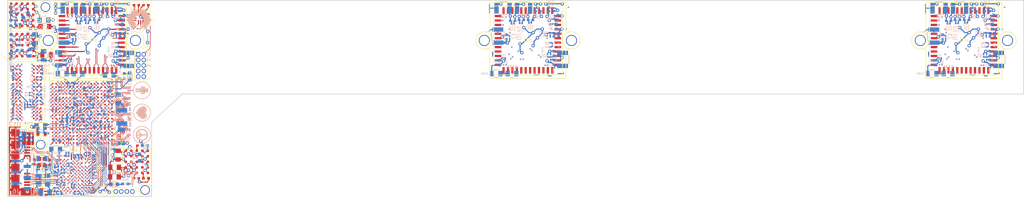
<source format=kicad_pcb>
(kicad_pcb (version 4) (host pcbnew 0.201604192031+6703~44~ubuntu14.04.1-product)
  (layers (0 F.Cu signal) (1 In1.Cu power hide) (2 In2.Cu signal hide) (3 In3.Cu signal hide) (4 In4.Cu power hide) (5 In5.Cu signal hide) (6 In6.Cu power hide) (7 In7.Cu power hide) (8 In8.Cu power hide) (31 B.Cu signal) (34 B.Paste user hide) (35 F.Paste user hide) (36 B.SilkS user) (37 F.SilkS user) (38 B.Mask user hide) (39 F.Mask user) (44 Edge.Cuts user))
  (net 0 "")
  (net 1 "Net-(C1-Pad1)")
  (net 2 GND)
  (net 3 +5V)
  (net 4 "Net-(C3-Pad1)")
  (net 5 +3V3)
  (net 6 +1V8)
  (net 7 DDR_VREF)
  (net 8 DDR_VDD)
  (net 9 "Net-(C43-Pad1)")
  (net 10 "Net-(C44-Pad1)")
  (net 11 "Net-(C48-Pad1)")
  (net 12 "Net-(C57-Pad1)")
  (net 13 +2V5)
  (net 14 "Net-(C66-Pad1)")
  (net 15 "Net-(C68-Pad1)")
  (net 16 SS_TX-)
  (net 17 /Sheet56A15E50/USB_SS_TX-)
  (net 18 SS_TX+)
  (net 19 /Sheet56A15E50/USB_SS_TX+)
  (net 20 /Sheet56A15E50/VDDTX)
  (net 21 +1V2)
  (net 22 /Sheet56A15E50/VDDRX)
  (net 23 /Sheet56A15E50/AVDDQ)
  (net 24 /Sheet56A15E50/CVDDQ)
  (net 25 USB_HS_D+)
  (net 26 USB_HS_D-)
  (net 27 SS_RX-)
  (net 28 SS_RX+)
  (net 29 DDR_CKE)
  (net 30 DDR_CLK+)
  (net 31 DDR_CLK-)
  (net 32 CAM_CLK_IN-)
  (net 33 CAM_CLK_IN+)
  (net 34 "Net-(R4-Pad1)")
  (net 35 "Net-(R5-Pad1)")
  (net 36 "Net-(R8-Pad1)")
  (net 37 "Net-(R9-Pad1)")
  (net 38 "Net-(R10-Pad1)")
  (net 39 "Net-(R11-Pad1)")
  (net 40 DDR_RST#)
  (net 41 "Net-(R13-Pad1)")
  (net 42 "Net-(R14-Pad1)")
  (net 43 "Net-(R15-Pad1)")
  (net 44 "Net-(R16-Pad1)")
  (net 45 "Net-(U1-PadD3)")
  (net 46 "Net-(U1-PadE3)")
  (net 47 "Net-(U1-PadK6)")
  (net 48 "Net-(U1-PadD12)")
  (net 49 "Net-(U1-PadD13)")
  (net 50 "Net-(U1-PadF13)")
  (net 51 "Net-(U1-PadG13)")
  (net 52 "Net-(U1-PadJ13)")
  (net 53 "Net-(U1-PadK13)")
  (net 54 "Net-(U1-PadC14)")
  (net 55 "Net-(U1-PadD14)")
  (net 56 "Net-(U1-PadJ14)")
  (net 57 "Net-(U1-PadC15)")
  (net 58 "Net-(U1-PadD15)")
  (net 59 "Net-(U1-PadH15)")
  (net 60 "Net-(U1-PadJ15)")
  (net 61 "Net-(U1-PadK15)")
  (net 62 "Net-(U1-PadK16)")
  (net 63 "Net-(U1-PadG17)")
  (net 64 "Net-(U1-PadH17)")
  (net 65 "Net-(U1-PadK17)")
  (net 66 "Net-(U2-PadC3)")
  (net 67 "Net-(U2-PadB4)")
  (net 68 "Net-(U2-PadC4)")
  (net 69 "Net-(U2-PadD4)")
  (net 70 "Net-(U2-PadA5)")
  (net 71 "Net-(U2-PadE5)")
  (net 72 SPI_MISO)
  (net 73 IMU_INT1)
  (net 74 "Net-(U3-Pad11)")
  (net 75 "Net-(U3-Pad10)")
  (net 76 IMU_INT2)
  (net 77 SPI_SCK)
  (net 78 SPI_MOSI)
  (net 79 IMU_SS#)
  (net 80 CAM_SYNC+)
  (net 81 CAM_SS#)
  (net 82 CAM_RST#)
  (net 83 CAM_monitor1)
  (net 84 CAM_monitor0)
  (net 85 CAM_trigger2)
  (net 86 CAM_trigger1)
  (net 87 CAM_trigger0)
  (net 88 CAM_CLK_PLL)
  (net 89 CAM_SYNC-)
  (net 90 CAM_DOUT3+)
  (net 91 CAM_DOUT3-)
  (net 92 CAM_DOUT2+)
  (net 93 CAM_DOUT2-)
  (net 94 CAM_DOUT1+)
  (net 95 CAM_DOUT1-)
  (net 96 CAM_DOUT0+)
  (net 97 CAM_DOUT0-)
  (net 98 CAM_CLK_OUT+)
  (net 99 CAM_CLK_OUT-)
  (net 100 "Net-(U6-PadJ1)")
  (net 101 DDR_ODT)
  (net 102 "Net-(U6-PadL1)")
  (net 103 DDR_DQU5)
  (net 104 DDR_DQU3)
  (net 105 DDR_DQL2)
  (net 106 DDR_DQL6)
  (net 107 DDR_BA0)
  (net 108 DDR_A3)
  (net 109 DDR_A5)
  (net 110 DDR_A7)
  (net 111 DDR_DQU7)
  (net 112 DDR_DQU1)
  (net 113 DDR_DQL0)
  (net 114 DDR_DQSL+)
  (net 115 DDR_DQSL-)
  (net 116 DDR_DQL4)
  (net 117 DDR_RAS#)
  (net 118 DDR_CAS#)
  (net 119 DDR_WE#)
  (net 120 DDR_BA2)
  (net 121 DDR_A0)
  (net 122 DDR_A2)
  (net 123 DDR_A9)
  (net 124 DDR_A13)
  (net 125 DDR_DQU4)
  (net 126 DDR_DQSU-)
  (net 127 DDR_DQSU+)
  (net 128 DDR_DQU0)
  (net 129 DDR_DQL1)
  (net 130 DDR_DQL7)
  (net 131 DDR_A10)
  (net 132 "Net-(U6-PadM7)")
  (net 133 DDR_A12)
  (net 134 DDR_A1)
  (net 135 DDR_A11)
  (net 136 "Net-(U6-PadT7)")
  (net 137 DDR_DQU6)
  (net 138 DDR_DQU2)
  (net 139 DDR_DQL3)
  (net 140 DDR_DQL5)
  (net 141 DDR_BA1)
  (net 142 DDR_A4)
  (net 143 DDR_A6)
  (net 144 DDR_A8)
  (net 145 "Net-(U6-PadJ9)")
  (net 146 "Net-(U6-PadL9)")
  (net 147 "Net-(U7-PadC3)")
  (net 148 "Net-(U7-PadB4)")
  (net 149 "Net-(U7-PadC4)")
  (net 150 "Net-(U7-PadD4)")
  (net 151 "Net-(U7-PadA5)")
  (net 152 "Net-(U7-PadE5)")
  (net 153 FPGA_SS_DIN)
  (net 154 FX3_DQ29)
  (net 155 FX3_DQ21)
  (net 156 FX3_DQ18)
  (net 157 FX3_UART_TX)
  (net 158 FPGA_SS_CCLK)
  (net 159 FX3_DQ25)
  (net 160 FX3_DQ22)
  (net 161 FX3_DQ19)
  (net 162 FX3_DQ16)
  (net 163 FPGA_SS_INIT_B)
  (net 164 FX3_DQ27)
  (net 165 FX3_DQ26)
  (net 166 FX3_DQ23)
  (net 167 FX3_DQ20)
  (net 168 FPGA_SS_DONE)
  (net 169 FPGA_SS_PROGRAM_B)
  (net 170 FX3_DQ31)
  (net 171 FX3_DQ24)
  (net 172 "Net-(U9-PadG4)")
  (net 173 FX3_DQ17)
  (net 174 "Net-(U9-PadL4)")
  (net 175 FX3_RST#)
  (net 176 FX3_UART_RX)
  (net 177 FX3_DQ30)
  (net 178 FX3_DQ28)
  (net 179 FX3_FLAGD)
  (net 180 FX3_A0)
  (net 181 FX3_A1)
  (net 182 "Net-(U9-PadK5)")
  (net 183 "Net-(U9-PadD6)")
  (net 184 FX3_JTAG_TCK)
  (net 185 FX3_FLAGB)
  (net 186 FX3_LED1)
  (net 187 Artix_FX3_CLK)
  (net 188 FX3_FLAGC)
  (net 189 "Net-(U9-PadD7)")
  (net 190 FX3_JTAG_TDI)
  (net 191 FX3_DQ2)
  (net 192 FX3_FLAGA)
  (net 193 FX3_SLRD#)
  (net 194 FX3_SLOE#)
  (net 195 FX3_SLWR#)
  (net 196 FX3_JTAG_TMS)
  (net 197 FX3_DQ5)
  (net 198 FX3_DQ15)
  (net 199 FX3_PKT_END#)
  (net 200 FX3_DQ14)
  (net 201 FX3_SLCS#)
  (net 202 "Net-(U9-PadL8)")
  (net 203 "Net-(U9-PadC9)")
  (net 204 FX3_DQ1)
  (net 205 FX3_DQ4)
  (net 206 FX3_DQ7)
  (net 207 FX3_DQ9)
  (net 208 FX3_DQ13)
  (net 209 FX3_JTAG_TDO)
  (net 210 FX3_DQ0)
  (net 211 FX3_DQ3)
  (net 212 FX3_DQ6)
  (net 213 FX3_DQ8)
  (net 214 FX3_DQ12)
  (net 215 FX3_DQ11)
  (net 216 "Net-(U9-PadA11)")
  (net 217 FX3_JTAG_TRST)
  (net 218 "Net-(U9-PadD11)")
  (net 219 FX3_DQ10)
  (net 220 "Net-(U10-PadC3)")
  (net 221 "Net-(U10-PadB4)")
  (net 222 "Net-(U10-PadC4)")
  (net 223 "Net-(U10-PadD4)")
  (net 224 "Net-(U10-PadA5)")
  (net 225 "Net-(U10-PadE5)")
  (net 226 FPGA_CLK)
  (net 227 +1V0)
  (net 228 "Net-(C116-Pad1)")
  (net 229 /Sheet56A15EBD/GND_ADC)
  (net 230 FPGA_JTAG_TDI)
  (net 231 FPGA_JTAG_TDO)
  (net 232 FPGA_JTAG_TMS)
  (net 233 FPGA_JTAG_TCK)
  (net 234 FLASH_SDA)
  (net 235 FLASH_SCL)
  (net 236 "Net-(U12-Pad1)")
  (net 237 "Net-(U12-Pad2)")
  (net 238 P_LVDS1-)
  (net 239 P_LVDS1+)
  (net 240 P_LVDS2-)
  (net 241 P_LVDS2+)
  (net 242 P_LVDS3-)
  (net 243 P_LVDS3+)
  (net 244 P_LVDS4-)
  (net 245 P_LVDS4+)
  (net 246 P_LVDS5-)
  (net 247 P_LVDS5+)
  (net 248 P_LVDS6-)
  (net 249 P_LVDS6+)
  (net 250 P_LVDS7-)
  (net 251 P_LVDS7+)
  (net 252 P_LVDS8-)
  (net 253 P_LVDS8+)
  (net 254 P_LVDS9-)
  (net 255 P_LVDS9+)
  (net 256 P_LVDS10-)
  (net 257 P_LVDS10+)
  (net 258 P_LVDS11-)
  (net 259 P_LVDS11+)
  (net 260 P_LVDS12-)
  (net 261 P_LVDS12+)
  (net 262 "Net-(U1-PadB12)")
  (net 263 "Net-(U1-PadC12)")
  (net 264 "Net-(U1-PadE15)")
  (net 265 "Net-(U1-PadE16)")
  (net 266 P_LVDS13-)
  (net 267 P_LVDS13+)
  (net 268 P_LVDS14-)
  (net 269 P_LVDS14+)
  (net 270 "Net-(U1-PadN17)")
  (net 271 "Net-(U1-PadR13)")
  (net 272 "Net-(U1-PadL1)")
  (net 273 "Net-(U1-PadM1)")
  (net 274 "Net-(U1-PadN1)")
  (net 275 "Net-(U1-PadR1)")
  (net 276 "Net-(U1-PadM2)")
  (net 277 "Net-(U1-PadN2)")
  (net 278 "Net-(U1-PadM3)")
  (net 279 "Net-(U1-PadK3)")
  (net 280 "Net-(U1-PadL3)")
  (net 281 "Net-(U1-PadL4)")
  (net 282 "Net-(U1-PadK5)")
  (net 283 "Net-(U1-PadL5)")
  (net 284 "Net-(U1-PadL6)")
  (net 285 "Net-(U1-PadM4)")
  (net 286 "Net-(U1-PadN4)")
  (net 287 "Net-(U1-PadM6)")
  (net 288 "Net-(U1-PadN6)")
  (net 289 "Net-(U1-PadR7)")
  (net 290 "Net-(U1-PadU1)")
  (net 291 FPGA_SS_DOUT)
  (net 292 "Net-(U1-PadU2)")
  (net 293 "Net-(U1-PadV2)")
  (net 294 "Net-(U1-PadC5)")
  (net 295 "Net-(U1-PadC6)")
  (net 296 "Net-(U1-PadN14)")
  (net 297 "Net-(U1-PadP2)")
  (net 298 "Net-(U1-PadU3)")
  (net 299 FX3_LED/DEBUG)
  (net 300 "Net-(U1-PadT1)")
  (net 301 "Net-(U1-PadV5)")
  (net 302 "Net-(U1-PadU7)")
  (net 303 "Net-(U1-PadU8)")
  (net 304 "Net-(U1-PadF5)")
  (net 305 "Net-(U1-PadM16)")
  (net 306 "Net-(U1-PadM17)")
  (net 307 "Net-(U1-PadM14)")
  (net 308 "Net-(U1-PadT6)")
  (net 309 FPGADebug1)
  (net 310 FPGADebug2)
  (net 311 "Net-(J1-Pad4)")
  (net 312 "Net-(D1-Pad2)")
  (net 313 "Net-(D2-Pad2)")
  (net 314 FPGA_LED)
  (net 315 "Net-(C126-Pad1)")
  (net 316 "Net-(U1-PadP4)")
  (net 317 "Net-(R24-Pad1)")
  (net 318 "Net-(R25-Pad1)")
  (net 319 "Net-(R26-Pad1)")
  (module Dipoles_SMD:C_0402 (layer B.Cu) (at 226.4 161.4 90)
    (fp_text reference C31 (at 0 2.4 90) (layer B.SilkS) (effects (font (size 0.5 0.5) (thickness 0.07)) (justify mirror)))
    (fp_text value 4.7u hide)
    (pad 1 smd rect (at -0.55 0 90) (size 0.6 0.5) (layers B.Cu B.Paste B.Mask) (net 5 +3V3))
    (pad 2 smd rect (at 0.55 0 90) (size 0.6 0.5) (layers B.Cu B.Paste B.Mask) (net 2 GND))
  )
  (module Dipoles_SMD:C_0201 (layer B.Cu) (at 227.1 161.5 90)
    (fp_text reference C13 (at 0.1 2.35 90) (layer B.SilkS) (effects (font (size 0.5 0.5) (thickness 0.07)) (justify mirror)))
    (fp_text value 1u)
    (pad 1 smd rect (at -0.3 0 90) (size 0.35 0.3) (layers B.Cu B.Paste B.Mask) (net 5 +3V3))
    (pad 2 smd rect (at 0.3 0 90) (size 0.35 0.3) (layers B.Cu B.Paste B.Mask) (net 2 GND))
  )
  (module Capacitors_SMD:C_1210 (layer B.Cu) (at 224.4 161.2 90)
    (fp_text reference C7 (at -0.05 3.6 90) (layer B.SilkS) (effects (font (size 0.7 0.7) (thickness 0.1)) (justify mirror)))
    (fp_text value 100u)
    (pad 1 smd rect (at -1.5 0 90) (size 1 2.5) (layers B.Cu B.Paste B.Mask) (net 5 +3V3))
    (pad 2 smd rect (at 1.5 0 90) (size 1 2.5) (layers B.Cu B.Paste B.Mask) (net 2 GND))
  )
  (module Dipoles_SMD:C_0201 (layer B.Cu) (at 225.8 166.2 180)
    (fp_text reference C9 (at 0 0.65 180) (layer B.SilkS) (effects (font (size 0.4 0.4) (thickness 0.06)) (justify mirror)))
    (fp_text value 100n)
    (pad 1 smd rect (at -0.3 0 180) (size 0.35 0.3) (layers B.Cu B.Paste B.Mask) (net 6 +1V8))
    (pad 2 smd rect (at 0.3 0 180) (size 0.35 0.3) (layers B.Cu B.Paste B.Mask) (net 2 GND))
  )
  (module Dipoles_SMD:C_0402 (layer B.Cu) (at 224.8 167.3 90)
    (fp_text reference C25 (at 0.2 1.6 90) (layer B.SilkS) (effects (font (size 0.4 0.4) (thickness 0.07)) (justify mirror)))
    (fp_text value 4.7u hide)
    (pad 1 smd rect (at -0.55 0 90) (size 0.6 0.5) (layers B.Cu B.Paste B.Mask) (net 6 +1V8))
    (pad 2 smd rect (at 0.55 0 90) (size 0.6 0.5) (layers B.Cu B.Paste B.Mask) (net 2 GND))
  )
  (module Capacitors_SMD:C_0805 (layer B.Cu) (at 224 169.8)
    (fp_text reference C105 (at -2.675 0) (layer B.SilkS) (effects (font (size 0.4 0.4) (thickness 0.07)) (justify mirror)))
    (fp_text value 47u)
    (pad 1 smd rect (at -1 0) (size 1 1.25) (layers B.Cu B.Paste B.Mask) (net 6 +1V8))
    (pad 2 smd rect (at 1 0) (size 1 1.25) (layers B.Cu B.Paste B.Mask) (net 2 GND))
  )
  (module Dipoles_SMD:C_0402 (layer B.Cu) (at 237.2 167.2 90)
    (fp_text reference C34 (at -1.95 0 90) (layer B.SilkS) (effects (font (size 0.4 0.4) (thickness 0.07)) (justify mirror)))
    (fp_text value 4.7u hide)
    (pad 1 smd rect (at -0.55 0 90) (size 0.6 0.5) (layers B.Cu B.Paste B.Mask) (net 5 +3V3))
    (pad 2 smd rect (at 0.55 0 90) (size 0.6 0.5) (layers B.Cu B.Paste B.Mask) (net 2 GND))
  )
  (module Capacitors_SMD:C_1210 (layer B.Cu) (at 239.25 166.55 90)
    (fp_text reference C4 (at 3.25 -0.9 90) (layer B.SilkS) (effects (font (size 0.6 0.6) (thickness 0.1)) (justify mirror)))
    (fp_text value 100u)
    (pad 1 smd rect (at -1.5 0 90) (size 1 2.5) (layers B.Cu B.Paste B.Mask) (net 5 +3V3))
    (pad 2 smd rect (at 1.5 0 90) (size 1 2.5) (layers B.Cu B.Paste B.Mask) (net 2 GND))
  )
  (module Capacitors_SMD:C_0805 (layer B.Cu) (at 227.65 169.8 180)
    (fp_text reference C131 (at -0.05 1.5 180) (layer B.SilkS) (effects (font (size 0.635 0.635) (thickness 0.1016)) (justify mirror)))
    (fp_text value 47u)
    (pad 1 smd rect (at -1 0 180) (size 1 1.25) (layers B.Cu B.Paste B.Mask) (net 8 DDR_VDD))
    (pad 2 smd rect (at 1 0 180) (size 1 1.25) (layers B.Cu B.Paste B.Mask) (net 2 GND))
  )
  (module Dipoles_SMD:C_0201 (layer B.Cu) (at 236.494548 154.767488 180)
    (fp_text reference C36 (at -0.055452 1.267488 180) (layer B.SilkS) (effects (font (size 0.5 0.5) (thickness 0.07)) (justify mirror)))
    (fp_text value 1u)
    (pad 1 smd rect (at -0.3 0 180) (size 0.35 0.3) (layers B.Cu B.Paste B.Mask) (net 5 +3V3))
    (pad 2 smd rect (at 0.3 0 180) (size 0.35 0.3) (layers B.Cu B.Paste B.Mask) (net 2 GND))
  )
  (module Dipoles_SMD:C_0402 (layer B.Cu) (at 238.1 156.9 90)
    (fp_text reference C39 (at 0.05 -1.4 90) (layer B.SilkS) (effects (font (size 0.5 0.5) (thickness 0.07)) (justify mirror)))
    (fp_text value 4.7u hide)
    (pad 1 smd rect (at -0.55 0 90) (size 0.6 0.5) (layers B.Cu B.Paste B.Mask) (net 5 +3V3))
    (pad 2 smd rect (at 0.55 0 90) (size 0.6 0.5) (layers B.Cu B.Paste B.Mask) (net 2 GND))
  )
  (module Dipoles_SMD:C_0402 (layer B.Cu) (at 236.594548 155.467488 180)
    (fp_text reference C5 (at 0 1.317488 180) (layer B.SilkS) (effects (font (size 0.5 0.5) (thickness 0.07)) (justify mirror)))
    (fp_text value 4.7u hide)
    (pad 1 smd rect (at -0.55 0 180) (size 0.6 0.5) (layers B.Cu B.Paste B.Mask) (net 5 +3V3))
    (pad 2 smd rect (at 0.55 0 180) (size 0.6 0.5) (layers B.Cu B.Paste B.Mask) (net 2 GND))
  )
  (module Dipoles_SMD:C_0201 (layer B.Cu) (at 237.4 156.8 90)
    (fp_text reference C18 (at -0.05 -1.35 90) (layer B.SilkS) (effects (font (size 0.5 0.5) (thickness 0.07)) (justify mirror)))
    (fp_text value 1u)
    (pad 1 smd rect (at -0.3 0 90) (size 0.35 0.3) (layers B.Cu B.Paste B.Mask) (net 5 +3V3))
    (pad 2 smd rect (at 0.3 0 90) (size 0.35 0.3) (layers B.Cu B.Paste B.Mask) (net 2 GND))
  )
  (module Dipoles_SMD:R_0402 (layer B.Cu) (at 237.8 159 270)
    (fp_text reference R4 (at 0 1.15 270) (layer B.SilkS) (effects (justify mirror)))
    (fp_text value 1k hide)
    (pad 1 smd rect (at -0.6 0 270) (size 0.635 0.61) (layers B.Cu B.Paste B.Mask) (net 34 "Net-(R4-Pad1)"))
    (pad 2 smd rect (at 0.6 0 270) (size 0.635 0.61) (layers B.Cu B.Paste B.Mask) (net 2 GND))
  )
  (module Dipoles_SMD:C_0402 (layer B.Cu) (at 237.8 160.5)
    (fp_text reference C30 (at -2.45 -0.05) (layer B.SilkS) (effects (font (size 0.5 0.5) (thickness 0.07)) (justify mirror)))
    (fp_text value 4.7u hide)
    (pad 1 smd rect (at -0.55 0) (size 0.6 0.5) (layers B.Cu B.Paste B.Mask) (net 6 +1V8))
    (pad 2 smd rect (at 0.55 0) (size 0.6 0.5) (layers B.Cu B.Paste B.Mask) (net 2 GND))
  )
  (module Dipoles_SMD:C_0402 (layer B.Cu) (at 237.8 161.3)
    (fp_text reference C22 (at -2.45 -0.15) (layer B.SilkS) (effects (font (size 0.5 0.5) (thickness 0.07)) (justify mirror)))
    (fp_text value 4.7u hide)
    (pad 1 smd rect (at -0.55 0) (size 0.6 0.5) (layers B.Cu B.Paste B.Mask) (net 6 +1V8))
    (pad 2 smd rect (at 0.55 0) (size 0.6 0.5) (layers B.Cu B.Paste B.Mask) (net 2 GND))
  )
  (module Dipoles_SMD:C_0201 (layer B.Cu) (at 236.4 160.7 270)
    (fp_text reference C15 (at 0.05 2.2 270) (layer B.SilkS) (effects (font (size 0.5 0.5) (thickness 0.07)) (justify mirror)))
    (fp_text value 100n)
    (pad 1 smd rect (at -0.3 0 270) (size 0.35 0.3) (layers B.Cu B.Paste B.Mask) (net 6 +1V8))
    (pad 2 smd rect (at 0.3 0 270) (size 0.35 0.3) (layers B.Cu B.Paste B.Mask) (net 2 GND))
  )
  (module Dipoles_SMD:C_0201 (layer B.Cu) (at 227.8 158.4)
    (fp_text reference C40 (at 0 1.35) (layer B.SilkS) (effects (font (size 0.5 0.5) (thickness 0.07)) (justify mirror)))
    (fp_text value 1u)
    (pad 1 smd rect (at -0.3 0) (size 0.35 0.3) (layers B.Cu B.Paste B.Mask) (net 5 +3V3))
    (pad 2 smd rect (at 0.3 0) (size 0.35 0.3) (layers B.Cu B.Paste B.Mask) (net 2 GND))
  )
  (module Dipoles_SMD:C_0201 (layer B.Cu) (at 229.7 158.3)
    (fp_text reference C32 (at -0.2 1.7) (layer B.SilkS) (effects (font (size 0.5 0.5) (thickness 0.07)) (justify mirror)))
    (fp_text value 1u)
    (pad 1 smd rect (at -0.3 0) (size 0.35 0.3) (layers B.Cu B.Paste B.Mask) (net 5 +3V3))
    (pad 2 smd rect (at 0.3 0) (size 0.35 0.3) (layers B.Cu B.Paste B.Mask) (net 2 GND))
  )
  (module Capacitors_SMD:C_1210 (layer B.Cu) (at 225.6 154.8 180)
    (fp_text reference C24 (at 0 -2.1 180) (layer B.SilkS) (effects (font (size 0.508 0.508) (thickness 0.1016)) (justify mirror)))
    (fp_text value 100u)
    (pad 1 smd rect (at -1.5 0 180) (size 1 2.5) (layers B.Cu B.Paste B.Mask) (net 5 +3V3))
    (pad 2 smd rect (at 1.5 0 180) (size 1 2.5) (layers B.Cu B.Paste B.Mask) (net 2 GND))
  )
  (module Capacitors_SMD:C_1210 (layer B.Cu) (at 230.3 154.8 180)
    (fp_text reference C20 (at -0.1 -2 180) (layer B.SilkS) (effects (font (size 0.508 0.508) (thickness 0.1016)) (justify mirror)))
    (fp_text value 100u)
    (pad 1 smd rect (at -1.5 0 180) (size 1 2.5) (layers B.Cu B.Paste B.Mask) (net 5 +3V3))
    (pad 2 smd rect (at 1.5 0 180) (size 1 2.5) (layers B.Cu B.Paste B.Mask) (net 2 GND))
  )
  (module Dipoles_SMD:C_0402 (layer B.Cu) (at 229.8 157.5)
    (fp_text reference C10 (at -0.3 1.7) (layer B.SilkS) (effects (font (size 0.5 0.5) (thickness 0.07)) (justify mirror)))
    (fp_text value 4.7u hide)
    (pad 1 smd rect (at -0.55 0) (size 0.6 0.5) (layers B.Cu B.Paste B.Mask) (net 5 +3V3))
    (pad 2 smd rect (at 0.55 0) (size 0.6 0.5) (layers B.Cu B.Paste B.Mask) (net 2 GND))
  )
  (module Dipoles_SMD:C_0402 (layer B.Cu) (at 227.8 157.7)
    (fp_text reference C14 (at 0 1.4) (layer B.SilkS) (effects (font (size 0.5 0.5) (thickness 0.07)) (justify mirror)))
    (fp_text value 4.7u hide)
    (pad 1 smd rect (at -0.55 0) (size 0.6 0.5) (layers B.Cu B.Paste B.Mask) (net 5 +3V3))
    (pad 2 smd rect (at 0.55 0) (size 0.6 0.5) (layers B.Cu B.Paste B.Mask) (net 2 GND))
  )
  (module Dipoles_SMD:C_0402 (layer B.Cu) (at 231.9 157.5)
    (fp_text reference C27 (at -0.05 1.35) (layer B.SilkS) (effects (font (size 0.5 0.5) (thickness 0.07)) (justify mirror)))
    (fp_text value 4.7u hide)
    (pad 1 smd rect (at -0.55 0) (size 0.6 0.5) (layers B.Cu B.Paste B.Mask) (net 5 +3V3))
    (pad 2 smd rect (at 0.55 0) (size 0.6 0.5) (layers B.Cu B.Paste B.Mask) (net 2 GND))
  )
  (module Dipoles_SMD:C_0201 (layer B.Cu) (at 231.8 158.2)
    (fp_text reference C21 (at 0.05 1.3) (layer B.SilkS) (effects (font (size 0.5 0.5) (thickness 0.07)) (justify mirror)))
    (fp_text value 1u)
    (pad 1 smd rect (at -0.3 0) (size 0.35 0.3) (layers B.Cu B.Paste B.Mask) (net 5 +3V3))
    (pad 2 smd rect (at 0.3 0) (size 0.35 0.3) (layers B.Cu B.Paste B.Mask) (net 2 GND))
  )
  (module Dipoles_SMD:C_0402 (layer B.Cu) (at 233.6 155.5 180)
    (fp_text reference C8 (at 0 -1.45 180) (layer B.SilkS) (effects (font (size 0.5 0.5) (thickness 0.07)) (justify mirror)))
    (fp_text value 4.7u hide)
    (pad 1 smd rect (at -0.55 0 180) (size 0.6 0.5) (layers B.Cu B.Paste B.Mask) (net 5 +3V3))
    (pad 2 smd rect (at 0.55 0 180) (size 0.6 0.5) (layers B.Cu B.Paste B.Mask) (net 2 GND))
  )
  (module Dipoles_SMD:C_0201 (layer B.Cu) (at 233.6 154.8 180)
    (fp_text reference C28 (at 0 -1.5 180) (layer B.SilkS) (effects (font (size 0.5 0.5) (thickness 0.07)) (justify mirror)))
    (fp_text value 1u)
    (pad 1 smd rect (at -0.3 0 180) (size 0.35 0.3) (layers B.Cu B.Paste B.Mask) (net 5 +3V3))
    (pad 2 smd rect (at 0.3 0 180) (size 0.35 0.3) (layers B.Cu B.Paste B.Mask) (net 2 GND))
  )
  (module Dipoles_SMD:C_0201 (layer B.Cu) (at 236.9 163.2 90)
    (fp_text reference R3 (at 0 -1.125 90) (layer B.SilkS) (effects (font (size 0.8 0.8) (thickness 0.1)) (justify mirror)))
    (fp_text value 100)
    (pad 1 smd rect (at -0.3 0 90) (size 0.35 0.3) (layers B.Cu B.Paste B.Mask) (net 32 CAM_CLK_IN-))
    (pad 2 smd rect (at 0.3 0 90) (size 0.35 0.3) (layers B.Cu B.Paste B.Mask) (net 33 CAM_CLK_IN+))
  )
  (module Dipoles_SMD:C_0201 (layer B.Cu) (at 235.8 165.7 270)
    (fp_text reference C11 (at 0 1.125 270) (layer B.SilkS) (effects (font (size 0.4 0.4) (thickness 0.06)) (justify mirror)))
    (fp_text value 100n)
    (pad 1 smd rect (at -0.3 0 270) (size 0.35 0.3) (layers B.Cu B.Paste B.Mask) (net 6 +1V8))
    (pad 2 smd rect (at 0.3 0 270) (size 0.35 0.3) (layers B.Cu B.Paste B.Mask) (net 2 GND))
  )
  (module Dipoles_SMD:C_0201 (layer B.Cu) (at 236.5 165.7 270)
    (fp_text reference C6 (at -0.025 1.3 270) (layer B.SilkS) (effects (font (size 0.4 0.4) (thickness 0.07)) (justify mirror)))
    (fp_text value 100n)
    (pad 1 smd rect (at -0.3 0 270) (size 0.35 0.3) (layers B.Cu B.Paste B.Mask) (net 6 +1V8))
    (pad 2 smd rect (at 0.3 0 270) (size 0.35 0.3) (layers B.Cu B.Paste B.Mask) (net 2 GND))
  )
  (module Dipoles_SMD:C_0402 (layer B.Cu) (at 237.2 165.2 270)
    (fp_text reference C19 (at -0.9 2.55 270) (layer B.SilkS) (effects (font (size 0.4 0.4) (thickness 0.07)) (justify mirror)))
    (fp_text value 4.7u hide)
    (pad 1 smd rect (at -0.55 0 270) (size 0.6 0.5) (layers B.Cu B.Paste B.Mask) (net 6 +1V8))
    (pad 2 smd rect (at 0.55 0 270) (size 0.6 0.5) (layers B.Cu B.Paste B.Mask) (net 2 GND))
  )
  (module Dipoles_SMD:C_0201 (layer B.Cu) (at 236.5 166.9 90)
    (fp_text reference C17 (at -1.175 -0.05 90) (layer B.SilkS) (effects (font (size 0.4 0.4) (thickness 0.07)) (justify mirror)))
    (fp_text value 1u)
    (pad 1 smd rect (at -0.3 0 90) (size 0.35 0.3) (layers B.Cu B.Paste B.Mask) (net 5 +3V3))
    (pad 2 smd rect (at 0.3 0 90) (size 0.35 0.3) (layers B.Cu B.Paste B.Mask) (net 2 GND))
  )
  (module Dipoles_SMD:C_0402 (layer B.Cu) (at 126.4 161.4 90)
    (fp_text reference C31 (at 0 2.4 90) (layer B.SilkS) (effects (font (size 0.5 0.5) (thickness 0.07)) (justify mirror)))
    (fp_text value 4.7u hide)
    (pad 1 smd rect (at -0.55 0 90) (size 0.6 0.5) (layers B.Cu B.Paste B.Mask) (net 5 +3V3))
    (pad 2 smd rect (at 0.55 0 90) (size 0.6 0.5) (layers B.Cu B.Paste B.Mask) (net 2 GND))
  )
  (module Dipoles_SMD:C_0201 (layer B.Cu) (at 127.1 161.5 90)
    (fp_text reference C13 (at 0.1 2.35 90) (layer B.SilkS) (effects (font (size 0.5 0.5) (thickness 0.07)) (justify mirror)))
    (fp_text value 1u)
    (pad 1 smd rect (at -0.3 0 90) (size 0.35 0.3) (layers B.Cu B.Paste B.Mask) (net 5 +3V3))
    (pad 2 smd rect (at 0.3 0 90) (size 0.35 0.3) (layers B.Cu B.Paste B.Mask) (net 2 GND))
  )
  (module Capacitors_SMD:C_1210 (layer B.Cu) (at 124.4 161.2 90)
    (fp_text reference C7 (at -0.05 3.6 90) (layer B.SilkS) (effects (font (size 0.7 0.7) (thickness 0.1)) (justify mirror)))
    (fp_text value 100u)
    (pad 1 smd rect (at -1.5 0 90) (size 1 2.5) (layers B.Cu B.Paste B.Mask) (net 5 +3V3))
    (pad 2 smd rect (at 1.5 0 90) (size 1 2.5) (layers B.Cu B.Paste B.Mask) (net 2 GND))
  )
  (module Dipoles_SMD:C_0201 (layer B.Cu) (at 125.8 166.2 180)
    (fp_text reference C9 (at 0 0.65 180) (layer B.SilkS) (effects (font (size 0.4 0.4) (thickness 0.06)) (justify mirror)))
    (fp_text value 100n)
    (pad 1 smd rect (at -0.3 0 180) (size 0.35 0.3) (layers B.Cu B.Paste B.Mask) (net 6 +1V8))
    (pad 2 smd rect (at 0.3 0 180) (size 0.35 0.3) (layers B.Cu B.Paste B.Mask) (net 2 GND))
  )
  (module Dipoles_SMD:C_0402 (layer B.Cu) (at 124.8 167.3 90)
    (fp_text reference C25 (at 0.2 1.6 90) (layer B.SilkS) (effects (font (size 0.4 0.4) (thickness 0.07)) (justify mirror)))
    (fp_text value 4.7u hide)
    (pad 1 smd rect (at -0.55 0 90) (size 0.6 0.5) (layers B.Cu B.Paste B.Mask) (net 6 +1V8))
    (pad 2 smd rect (at 0.55 0 90) (size 0.6 0.5) (layers B.Cu B.Paste B.Mask) (net 2 GND))
  )
  (module Capacitors_SMD:C_0805 (layer B.Cu) (at 124 169.8)
    (fp_text reference C105 (at -2.675 0) (layer B.SilkS) (effects (font (size 0.4 0.4) (thickness 0.07)) (justify mirror)))
    (fp_text value 47u)
    (pad 1 smd rect (at -1 0) (size 1 1.25) (layers B.Cu B.Paste B.Mask) (net 6 +1V8))
    (pad 2 smd rect (at 1 0) (size 1 1.25) (layers B.Cu B.Paste B.Mask) (net 2 GND))
  )
  (module Dipoles_SMD:C_0402 (layer B.Cu) (at 137.2 167.2 90)
    (fp_text reference C34 (at -1.95 0 90) (layer B.SilkS) (effects (font (size 0.4 0.4) (thickness 0.07)) (justify mirror)))
    (fp_text value 4.7u hide)
    (pad 1 smd rect (at -0.55 0 90) (size 0.6 0.5) (layers B.Cu B.Paste B.Mask) (net 5 +3V3))
    (pad 2 smd rect (at 0.55 0 90) (size 0.6 0.5) (layers B.Cu B.Paste B.Mask) (net 2 GND))
  )
  (module Capacitors_SMD:C_1210 (layer B.Cu) (at 139.25 166.55 90)
    (fp_text reference C4 (at 3.25 -0.9 90) (layer B.SilkS) (effects (font (size 0.6 0.6) (thickness 0.1)) (justify mirror)))
    (fp_text value 100u)
    (pad 1 smd rect (at -1.5 0 90) (size 1 2.5) (layers B.Cu B.Paste B.Mask) (net 5 +3V3))
    (pad 2 smd rect (at 1.5 0 90) (size 1 2.5) (layers B.Cu B.Paste B.Mask) (net 2 GND))
  )
  (module Capacitors_SMD:C_0805 (layer B.Cu) (at 127.65 169.8 180)
    (fp_text reference C131 (at -0.05 1.5 180) (layer B.SilkS) (effects (font (size 0.635 0.635) (thickness 0.1016)) (justify mirror)))
    (fp_text value 47u)
    (pad 1 smd rect (at -1 0 180) (size 1 1.25) (layers B.Cu B.Paste B.Mask) (net 8 DDR_VDD))
    (pad 2 smd rect (at 1 0 180) (size 1 1.25) (layers B.Cu B.Paste B.Mask) (net 2 GND))
  )
  (module Dipoles_SMD:C_0201 (layer B.Cu) (at 136.494548 154.767488 180)
    (fp_text reference C36 (at -0.055452 1.267488 180) (layer B.SilkS) (effects (font (size 0.5 0.5) (thickness 0.07)) (justify mirror)))
    (fp_text value 1u)
    (pad 1 smd rect (at -0.3 0 180) (size 0.35 0.3) (layers B.Cu B.Paste B.Mask) (net 5 +3V3))
    (pad 2 smd rect (at 0.3 0 180) (size 0.35 0.3) (layers B.Cu B.Paste B.Mask) (net 2 GND))
  )
  (module Dipoles_SMD:C_0402 (layer B.Cu) (at 138.1 156.9 90)
    (fp_text reference C39 (at 0.05 -1.4 90) (layer B.SilkS) (effects (font (size 0.5 0.5) (thickness 0.07)) (justify mirror)))
    (fp_text value 4.7u hide)
    (pad 1 smd rect (at -0.55 0 90) (size 0.6 0.5) (layers B.Cu B.Paste B.Mask) (net 5 +3V3))
    (pad 2 smd rect (at 0.55 0 90) (size 0.6 0.5) (layers B.Cu B.Paste B.Mask) (net 2 GND))
  )
  (module Dipoles_SMD:C_0402 (layer B.Cu) (at 136.594548 155.467488 180)
    (fp_text reference C5 (at 0 1.317488 180) (layer B.SilkS) (effects (font (size 0.5 0.5) (thickness 0.07)) (justify mirror)))
    (fp_text value 4.7u hide)
    (pad 1 smd rect (at -0.55 0 180) (size 0.6 0.5) (layers B.Cu B.Paste B.Mask) (net 5 +3V3))
    (pad 2 smd rect (at 0.55 0 180) (size 0.6 0.5) (layers B.Cu B.Paste B.Mask) (net 2 GND))
  )
  (module Dipoles_SMD:C_0201 (layer B.Cu) (at 137.4 156.8 90)
    (fp_text reference C18 (at -0.05 -1.35 90) (layer B.SilkS) (effects (font (size 0.5 0.5) (thickness 0.07)) (justify mirror)))
    (fp_text value 1u)
    (pad 1 smd rect (at -0.3 0 90) (size 0.35 0.3) (layers B.Cu B.Paste B.Mask) (net 5 +3V3))
    (pad 2 smd rect (at 0.3 0 90) (size 0.35 0.3) (layers B.Cu B.Paste B.Mask) (net 2 GND))
  )
  (module Dipoles_SMD:R_0402 (layer B.Cu) (at 137.8 159 270)
    (fp_text reference R4 (at 0 1.15 270) (layer B.SilkS) (effects (justify mirror)))
    (fp_text value 1k hide)
    (pad 1 smd rect (at -0.6 0 270) (size 0.635 0.61) (layers B.Cu B.Paste B.Mask) (net 34 "Net-(R4-Pad1)"))
    (pad 2 smd rect (at 0.6 0 270) (size 0.635 0.61) (layers B.Cu B.Paste B.Mask) (net 2 GND))
  )
  (module Dipoles_SMD:C_0402 (layer B.Cu) (at 137.8 160.5)
    (fp_text reference C30 (at -2.45 -0.05) (layer B.SilkS) (effects (font (size 0.5 0.5) (thickness 0.07)) (justify mirror)))
    (fp_text value 4.7u hide)
    (pad 1 smd rect (at -0.55 0) (size 0.6 0.5) (layers B.Cu B.Paste B.Mask) (net 6 +1V8))
    (pad 2 smd rect (at 0.55 0) (size 0.6 0.5) (layers B.Cu B.Paste B.Mask) (net 2 GND))
  )
  (module Dipoles_SMD:C_0402 (layer B.Cu) (at 137.8 161.3)
    (fp_text reference C22 (at -2.45 -0.15) (layer B.SilkS) (effects (font (size 0.5 0.5) (thickness 0.07)) (justify mirror)))
    (fp_text value 4.7u hide)
    (pad 1 smd rect (at -0.55 0) (size 0.6 0.5) (layers B.Cu B.Paste B.Mask) (net 6 +1V8))
    (pad 2 smd rect (at 0.55 0) (size 0.6 0.5) (layers B.Cu B.Paste B.Mask) (net 2 GND))
  )
  (module Dipoles_SMD:C_0201 (layer B.Cu) (at 136.4 160.7 270)
    (fp_text reference C15 (at 0.05 2.2 270) (layer B.SilkS) (effects (font (size 0.5 0.5) (thickness 0.07)) (justify mirror)))
    (fp_text value 100n)
    (pad 1 smd rect (at -0.3 0 270) (size 0.35 0.3) (layers B.Cu B.Paste B.Mask) (net 6 +1V8))
    (pad 2 smd rect (at 0.3 0 270) (size 0.35 0.3) (layers B.Cu B.Paste B.Mask) (net 2 GND))
  )
  (module Dipoles_SMD:C_0201 (layer B.Cu) (at 127.8 158.4)
    (fp_text reference C40 (at 0 1.35) (layer B.SilkS) (effects (font (size 0.5 0.5) (thickness 0.07)) (justify mirror)))
    (fp_text value 1u)
    (pad 1 smd rect (at -0.3 0) (size 0.35 0.3) (layers B.Cu B.Paste B.Mask) (net 5 +3V3))
    (pad 2 smd rect (at 0.3 0) (size 0.35 0.3) (layers B.Cu B.Paste B.Mask) (net 2 GND))
  )
  (module Dipoles_SMD:C_0201 (layer B.Cu) (at 129.7 158.3)
    (fp_text reference C32 (at -0.2 1.7) (layer B.SilkS) (effects (font (size 0.5 0.5) (thickness 0.07)) (justify mirror)))
    (fp_text value 1u)
    (pad 1 smd rect (at -0.3 0) (size 0.35 0.3) (layers B.Cu B.Paste B.Mask) (net 5 +3V3))
    (pad 2 smd rect (at 0.3 0) (size 0.35 0.3) (layers B.Cu B.Paste B.Mask) (net 2 GND))
  )
  (module Capacitors_SMD:C_1210 (layer B.Cu) (at 125.6 154.8 180)
    (fp_text reference C24 (at 0 -2.1 180) (layer B.SilkS) (effects (font (size 0.508 0.508) (thickness 0.1016)) (justify mirror)))
    (fp_text value 100u)
    (pad 1 smd rect (at -1.5 0 180) (size 1 2.5) (layers B.Cu B.Paste B.Mask) (net 5 +3V3))
    (pad 2 smd rect (at 1.5 0 180) (size 1 2.5) (layers B.Cu B.Paste B.Mask) (net 2 GND))
  )
  (module Capacitors_SMD:C_1210 (layer B.Cu) (at 130.3 154.8 180)
    (fp_text reference C20 (at -0.1 -2 180) (layer B.SilkS) (effects (font (size 0.508 0.508) (thickness 0.1016)) (justify mirror)))
    (fp_text value 100u)
    (pad 1 smd rect (at -1.5 0 180) (size 1 2.5) (layers B.Cu B.Paste B.Mask) (net 5 +3V3))
    (pad 2 smd rect (at 1.5 0 180) (size 1 2.5) (layers B.Cu B.Paste B.Mask) (net 2 GND))
  )
  (module Dipoles_SMD:C_0402 (layer B.Cu) (at 129.8 157.5)
    (fp_text reference C10 (at -0.3 1.7) (layer B.SilkS) (effects (font (size 0.5 0.5) (thickness 0.07)) (justify mirror)))
    (fp_text value 4.7u hide)
    (pad 1 smd rect (at -0.55 0) (size 0.6 0.5) (layers B.Cu B.Paste B.Mask) (net 5 +3V3))
    (pad 2 smd rect (at 0.55 0) (size 0.6 0.5) (layers B.Cu B.Paste B.Mask) (net 2 GND))
  )
  (module Dipoles_SMD:C_0402 (layer B.Cu) (at 127.8 157.7)
    (fp_text reference C14 (at 0 1.4) (layer B.SilkS) (effects (font (size 0.5 0.5) (thickness 0.07)) (justify mirror)))
    (fp_text value 4.7u hide)
    (pad 1 smd rect (at -0.55 0) (size 0.6 0.5) (layers B.Cu B.Paste B.Mask) (net 5 +3V3))
    (pad 2 smd rect (at 0.55 0) (size 0.6 0.5) (layers B.Cu B.Paste B.Mask) (net 2 GND))
  )
  (module Dipoles_SMD:C_0402 (layer B.Cu) (at 131.9 157.5)
    (fp_text reference C27 (at -0.05 1.35) (layer B.SilkS) (effects (font (size 0.5 0.5) (thickness 0.07)) (justify mirror)))
    (fp_text value 4.7u hide)
    (pad 1 smd rect (at -0.55 0) (size 0.6 0.5) (layers B.Cu B.Paste B.Mask) (net 5 +3V3))
    (pad 2 smd rect (at 0.55 0) (size 0.6 0.5) (layers B.Cu B.Paste B.Mask) (net 2 GND))
  )
  (module Dipoles_SMD:C_0201 (layer B.Cu) (at 131.8 158.2)
    (fp_text reference C21 (at 0.05 1.3) (layer B.SilkS) (effects (font (size 0.5 0.5) (thickness 0.07)) (justify mirror)))
    (fp_text value 1u)
    (pad 1 smd rect (at -0.3 0) (size 0.35 0.3) (layers B.Cu B.Paste B.Mask) (net 5 +3V3))
    (pad 2 smd rect (at 0.3 0) (size 0.35 0.3) (layers B.Cu B.Paste B.Mask) (net 2 GND))
  )
  (module Dipoles_SMD:C_0402 (layer B.Cu) (at 133.6 155.5 180)
    (fp_text reference C8 (at 0 -1.45 180) (layer B.SilkS) (effects (font (size 0.5 0.5) (thickness 0.07)) (justify mirror)))
    (fp_text value 4.7u hide)
    (pad 1 smd rect (at -0.55 0 180) (size 0.6 0.5) (layers B.Cu B.Paste B.Mask) (net 5 +3V3))
    (pad 2 smd rect (at 0.55 0 180) (size 0.6 0.5) (layers B.Cu B.Paste B.Mask) (net 2 GND))
  )
  (module Dipoles_SMD:C_0201 (layer B.Cu) (at 133.6 154.8 180)
    (fp_text reference C28 (at 0 -1.5 180) (layer B.SilkS) (effects (font (size 0.5 0.5) (thickness 0.07)) (justify mirror)))
    (fp_text value 1u)
    (pad 1 smd rect (at -0.3 0 180) (size 0.35 0.3) (layers B.Cu B.Paste B.Mask) (net 5 +3V3))
    (pad 2 smd rect (at 0.3 0 180) (size 0.35 0.3) (layers B.Cu B.Paste B.Mask) (net 2 GND))
  )
  (module Dipoles_SMD:C_0201 (layer B.Cu) (at 136.9 163.2 90)
    (fp_text reference R3 (at 0 -1.125 90) (layer B.SilkS) (effects (font (size 0.8 0.8) (thickness 0.1)) (justify mirror)))
    (fp_text value 100)
    (pad 1 smd rect (at -0.3 0 90) (size 0.35 0.3) (layers B.Cu B.Paste B.Mask) (net 32 CAM_CLK_IN-))
    (pad 2 smd rect (at 0.3 0 90) (size 0.35 0.3) (layers B.Cu B.Paste B.Mask) (net 33 CAM_CLK_IN+))
  )
  (module Dipoles_SMD:C_0201 (layer B.Cu) (at 135.8 165.7 270)
    (fp_text reference C11 (at 0 1.125 270) (layer B.SilkS) (effects (font (size 0.4 0.4) (thickness 0.06)) (justify mirror)))
    (fp_text value 100n)
    (pad 1 smd rect (at -0.3 0 270) (size 0.35 0.3) (layers B.Cu B.Paste B.Mask) (net 6 +1V8))
    (pad 2 smd rect (at 0.3 0 270) (size 0.35 0.3) (layers B.Cu B.Paste B.Mask) (net 2 GND))
  )
  (module Dipoles_SMD:C_0201 (layer B.Cu) (at 136.5 165.7 270)
    (fp_text reference C6 (at -0.025 1.3 270) (layer B.SilkS) (effects (font (size 0.4 0.4) (thickness 0.07)) (justify mirror)))
    (fp_text value 100n)
    (pad 1 smd rect (at -0.3 0 270) (size 0.35 0.3) (layers B.Cu B.Paste B.Mask) (net 6 +1V8))
    (pad 2 smd rect (at 0.3 0 270) (size 0.35 0.3) (layers B.Cu B.Paste B.Mask) (net 2 GND))
  )
  (module Dipoles_SMD:C_0402 (layer B.Cu) (at 137.2 165.2 270)
    (fp_text reference C19 (at -0.9 2.55 270) (layer B.SilkS) (effects (font (size 0.4 0.4) (thickness 0.07)) (justify mirror)))
    (fp_text value 4.7u hide)
    (pad 1 smd rect (at -0.55 0 270) (size 0.6 0.5) (layers B.Cu B.Paste B.Mask) (net 6 +1V8))
    (pad 2 smd rect (at 0.55 0 270) (size 0.6 0.5) (layers B.Cu B.Paste B.Mask) (net 2 GND))
  )
  (module Dipoles_SMD:C_0201 (layer B.Cu) (at 136.5 166.9 90)
    (fp_text reference C17 (at -1.175 -0.05 90) (layer B.SilkS) (effects (font (size 0.4 0.4) (thickness 0.07)) (justify mirror)))
    (fp_text value 1u)
    (pad 1 smd rect (at -0.3 0 90) (size 0.35 0.3) (layers B.Cu B.Paste B.Mask) (net 5 +3V3))
    (pad 2 smd rect (at 0.3 0 90) (size 0.35 0.3) (layers B.Cu B.Paste B.Mask) (net 2 GND))
  )
  (module LCC:LCC101.6P1422X1422X165-48 (layer F.Cu) (at 131.3 162.2 90)
    (fp_text reference U4 (at 0.2 0 180) (layer F.SilkS))
    (fp_text value NOIP1SN1300A-QDI)
    (pad 1 smd rect (at -0.508 -6.252 90) (size 0.51 2.7) (layers F.Cu F.Paste F.Mask) (net 5 +3V3))
    (pad 2 smd rect (at -1.524 -6.852 90) (size 0.51 1.52) (layers F.Cu F.Paste F.Mask) (net 78 SPI_MOSI))
    (pad 3 smd rect (at -2.54 -6.852 90) (size 0.51 1.52) (layers F.Cu F.Paste F.Mask) (net 72 SPI_MISO))
    (pad 4 smd rect (at -3.556 -6.852 90) (size 0.51 1.52) (layers F.Cu F.Paste F.Mask) (net 77 SPI_SCK))
    (pad 5 smd rect (at -4.572 -6.852 90) (size 0.51 1.52) (layers F.Cu F.Paste F.Mask) (net 2 GND))
    (pad 6 smd rect (at -5.588 -6.852 90) (size 0.51 1.52) (layers F.Cu F.Paste F.Mask) (net 6 +1V8))
    (pad 7 smd rect (at -6.852 -5.588 90) (size 1.52 0.51) (layers F.Cu F.Paste F.Mask) (net 99 CAM_CLK_OUT-))
    (pad 8 smd rect (at -6.852 -4.572 90) (size 1.52 0.51) (layers F.Cu F.Paste F.Mask) (net 98 CAM_CLK_OUT+))
    (pad 9 smd rect (at -6.852 -3.556 90) (size 1.52 0.51) (layers F.Cu F.Paste F.Mask) (net 97 CAM_DOUT0-))
    (pad 10 smd rect (at -6.852 -2.54 90) (size 1.52 0.51) (layers F.Cu F.Paste F.Mask) (net 96 CAM_DOUT0+))
    (pad 11 smd rect (at -6.852 -1.524 90) (size 1.52 0.51) (layers F.Cu F.Paste F.Mask) (net 95 CAM_DOUT1-))
    (pad 12 smd rect (at -6.852 -0.508 90) (size 1.52 0.51) (layers F.Cu F.Paste F.Mask) (net 94 CAM_DOUT1+))
    (pad 13 smd rect (at -6.852 0.508 90) (size 1.52 0.51) (layers F.Cu F.Paste F.Mask) (net 93 CAM_DOUT2-))
    (pad 14 smd rect (at -6.852 1.524 90) (size 1.52 0.51) (layers F.Cu F.Paste F.Mask) (net 92 CAM_DOUT2+))
    (pad 15 smd rect (at -6.852 2.54 90) (size 1.52 0.51) (layers F.Cu F.Paste F.Mask) (net 91 CAM_DOUT3-))
    (pad 16 smd rect (at -6.852 3.556 90) (size 1.52 0.51) (layers F.Cu F.Paste F.Mask) (net 90 CAM_DOUT3+))
    (pad 17 smd rect (at -6.852 4.572 90) (size 1.52 0.51) (layers F.Cu F.Paste F.Mask) (net 89 CAM_SYNC-))
    (pad 18 smd rect (at -6.852 5.588 90) (size 1.52 0.51) (layers F.Cu F.Paste F.Mask) (net 80 CAM_SYNC+))
    (pad 19 smd rect (at -5.588 6.852 90) (size 0.51 1.52) (layers F.Cu F.Paste F.Mask) (net 5 +3V3))
    (pad 20 smd rect (at -4.572 6.852 90) (size 0.51 1.52) (layers F.Cu F.Paste F.Mask) (net 2 GND))
    (pad 21 smd rect (at -3.556 6.852 90) (size 0.51 1.52) (layers F.Cu F.Paste F.Mask) (net 2 GND))
    (pad 22 smd rect (at -2.54 6.852 90) (size 0.51 1.52) (layers F.Cu F.Paste F.Mask) (net 6 +1V8))
    (pad 23 smd rect (at -1.524 6.852 90) (size 0.51 1.52) (layers F.Cu F.Paste F.Mask) (net 32 CAM_CLK_IN-))
    (pad 24 smd rect (at -0.508 6.852 90) (size 0.51 1.52) (layers F.Cu F.Paste F.Mask) (net 33 CAM_CLK_IN+))
    (pad 25 smd rect (at 0.508 6.852 90) (size 0.51 1.52) (layers F.Cu F.Paste F.Mask) (net 88 CAM_CLK_PLL))
    (pad 26 smd rect (at 1.524 6.852 90) (size 0.51 1.52) (layers F.Cu F.Paste F.Mask) (net 6 +1V8))
    (pad 27 smd rect (at 2.54 6.852 90) (size 0.51 1.52) (layers F.Cu F.Paste F.Mask) (net 2 GND))
    (pad 28 smd rect (at 3.556 6.852 90) (size 0.51 1.52) (layers F.Cu F.Paste F.Mask) (net 34 "Net-(R4-Pad1)"))
    (pad 29 smd rect (at 4.572 6.852 90) (size 0.51 1.52) (layers F.Cu F.Paste F.Mask) (net 5 +3V3))
    (pad 30 smd rect (at 5.588 6.852 90) (size 0.51 1.52) (layers F.Cu F.Paste F.Mask) (net 2 GND))
    (pad 31 smd rect (at 6.852 5.588 90) (size 1.52 0.51) (layers F.Cu F.Paste F.Mask) (net 5 +3V3))
    (pad 32 smd rect (at 6.852 4.572 90) (size 1.52 0.51) (layers F.Cu F.Paste F.Mask) (net 2 GND))
    (pad 33 smd rect (at 6.852 3.556 90) (size 1.52 0.51) (layers F.Cu F.Paste F.Mask) (net 5 +3V3))
    (pad 34 smd rect (at 6.852 2.54 90) (size 1.52 0.51) (layers F.Cu F.Paste F.Mask) (net 2 GND))
    (pad 35 smd rect (at 6.852 1.524 90) (size 1.52 0.51) (layers F.Cu F.Paste F.Mask) (net 2 GND))
    (pad 36 smd rect (at 6.852 0.508 90) (size 1.52 0.51) (layers F.Cu F.Paste F.Mask) (net 5 +3V3))
    (pad 37 smd rect (at 6.852 -0.508 90) (size 1.52 0.51) (layers F.Cu F.Paste F.Mask) (net 2 GND))
    (pad 38 smd rect (at 6.852 -1.524 90) (size 1.52 0.51) (layers F.Cu F.Paste F.Mask) (net 5 +3V3))
    (pad 39 smd rect (at 6.852 -2.54 90) (size 1.52 0.51) (layers F.Cu F.Paste F.Mask) (net 2 GND))
    (pad 40 smd rect (at 6.852 -3.556 90) (size 1.52 0.51) (layers F.Cu F.Paste F.Mask) (net 5 +3V3))
    (pad 41 smd rect (at 6.852 -4.572 90) (size 1.52 0.51) (layers F.Cu F.Paste F.Mask) (net 87 CAM_trigger0))
    (pad 42 smd rect (at 6.852 -5.588 90) (size 1.52 0.51) (layers F.Cu F.Paste F.Mask) (net 86 CAM_trigger1))
    (pad 43 smd rect (at 5.588 -6.852 90) (size 0.51 1.52) (layers F.Cu F.Paste F.Mask) (net 85 CAM_trigger2))
    (pad 44 smd rect (at 4.572 -6.852 90) (size 0.51 1.52) (layers F.Cu F.Paste F.Mask) (net 84 CAM_monitor0))
    (pad 45 smd rect (at 3.556 -6.852 90) (size 0.51 1.52) (layers F.Cu F.Paste F.Mask) (net 83 CAM_monitor1))
    (pad 46 smd rect (at 2.54 -6.852 90) (size 0.51 1.52) (layers F.Cu F.Paste F.Mask) (net 82 CAM_RST#))
    (pad 47 smd rect (at 1.524 -6.852 90) (size 0.51 1.52) (layers F.Cu F.Paste F.Mask) (net 81 CAM_SS#))
    (pad 48 smd rect (at 0.508 -6.852 90) (size 0.51 1.52) (layers F.Cu F.Paste F.Mask) (net 2 GND))
  )
  (module LensHolder:CMT104-6H (layer F.Cu) (at 131.3 162.2)
    (fp_text reference REF** hide)
    (fp_text value CMT104-6H)
    (pad HOLE thru_hole circle (at 10 0) (size 2.54 2.54) (drill 2.15) (layers *.Cu *.Mask))
    (pad HOLE thru_hole circle (at -10 0) (size 2.54 2.54) (drill 2.15) (layers *.Cu *.Mask))
  )
  (module LensHolder:CMT104-6H (layer F.Cu) (at 231.3 162.2)
    (fp_text reference REF** hide)
    (fp_text value CMT104-6H)
    (pad HOLE thru_hole circle (at 10 0) (size 2.54 2.54) (drill 2.15) (layers *.Cu *.Mask))
    (pad HOLE thru_hole circle (at -10 0) (size 2.54 2.54) (drill 2.15) (layers *.Cu *.Mask))
  )
  (module LCC:LCC101.6P1422X1422X165-48 (layer F.Cu) (at 231.3 162.2 90)
    (fp_text reference U4 (at 0.2 0 180) (layer F.SilkS))
    (fp_text value NOIP1SN1300A-QDI)
    (pad 1 smd rect (at -0.508 -6.252 90) (size 0.51 2.7) (layers F.Cu F.Paste F.Mask) (net 5 +3V3))
    (pad 2 smd rect (at -1.524 -6.852 90) (size 0.51 1.52) (layers F.Cu F.Paste F.Mask) (net 78 SPI_MOSI))
    (pad 3 smd rect (at -2.54 -6.852 90) (size 0.51 1.52) (layers F.Cu F.Paste F.Mask) (net 72 SPI_MISO))
    (pad 4 smd rect (at -3.556 -6.852 90) (size 0.51 1.52) (layers F.Cu F.Paste F.Mask) (net 77 SPI_SCK))
    (pad 5 smd rect (at -4.572 -6.852 90) (size 0.51 1.52) (layers F.Cu F.Paste F.Mask) (net 2 GND))
    (pad 6 smd rect (at -5.588 -6.852 90) (size 0.51 1.52) (layers F.Cu F.Paste F.Mask) (net 6 +1V8))
    (pad 7 smd rect (at -6.852 -5.588 90) (size 1.52 0.51) (layers F.Cu F.Paste F.Mask) (net 99 CAM_CLK_OUT-))
    (pad 8 smd rect (at -6.852 -4.572 90) (size 1.52 0.51) (layers F.Cu F.Paste F.Mask) (net 98 CAM_CLK_OUT+))
    (pad 9 smd rect (at -6.852 -3.556 90) (size 1.52 0.51) (layers F.Cu F.Paste F.Mask) (net 97 CAM_DOUT0-))
    (pad 10 smd rect (at -6.852 -2.54 90) (size 1.52 0.51) (layers F.Cu F.Paste F.Mask) (net 96 CAM_DOUT0+))
    (pad 11 smd rect (at -6.852 -1.524 90) (size 1.52 0.51) (layers F.Cu F.Paste F.Mask) (net 95 CAM_DOUT1-))
    (pad 12 smd rect (at -6.852 -0.508 90) (size 1.52 0.51) (layers F.Cu F.Paste F.Mask) (net 94 CAM_DOUT1+))
    (pad 13 smd rect (at -6.852 0.508 90) (size 1.52 0.51) (layers F.Cu F.Paste F.Mask) (net 93 CAM_DOUT2-))
    (pad 14 smd rect (at -6.852 1.524 90) (size 1.52 0.51) (layers F.Cu F.Paste F.Mask) (net 92 CAM_DOUT2+))
    (pad 15 smd rect (at -6.852 2.54 90) (size 1.52 0.51) (layers F.Cu F.Paste F.Mask) (net 91 CAM_DOUT3-))
    (pad 16 smd rect (at -6.852 3.556 90) (size 1.52 0.51) (layers F.Cu F.Paste F.Mask) (net 90 CAM_DOUT3+))
    (pad 17 smd rect (at -6.852 4.572 90) (size 1.52 0.51) (layers F.Cu F.Paste F.Mask) (net 89 CAM_SYNC-))
    (pad 18 smd rect (at -6.852 5.588 90) (size 1.52 0.51) (layers F.Cu F.Paste F.Mask) (net 80 CAM_SYNC+))
    (pad 19 smd rect (at -5.588 6.852 90) (size 0.51 1.52) (layers F.Cu F.Paste F.Mask) (net 5 +3V3))
    (pad 20 smd rect (at -4.572 6.852 90) (size 0.51 1.52) (layers F.Cu F.Paste F.Mask) (net 2 GND))
    (pad 21 smd rect (at -3.556 6.852 90) (size 0.51 1.52) (layers F.Cu F.Paste F.Mask) (net 2 GND))
    (pad 22 smd rect (at -2.54 6.852 90) (size 0.51 1.52) (layers F.Cu F.Paste F.Mask) (net 6 +1V8))
    (pad 23 smd rect (at -1.524 6.852 90) (size 0.51 1.52) (layers F.Cu F.Paste F.Mask) (net 32 CAM_CLK_IN-))
    (pad 24 smd rect (at -0.508 6.852 90) (size 0.51 1.52) (layers F.Cu F.Paste F.Mask) (net 33 CAM_CLK_IN+))
    (pad 25 smd rect (at 0.508 6.852 90) (size 0.51 1.52) (layers F.Cu F.Paste F.Mask) (net 88 CAM_CLK_PLL))
    (pad 26 smd rect (at 1.524 6.852 90) (size 0.51 1.52) (layers F.Cu F.Paste F.Mask) (net 6 +1V8))
    (pad 27 smd rect (at 2.54 6.852 90) (size 0.51 1.52) (layers F.Cu F.Paste F.Mask) (net 2 GND))
    (pad 28 smd rect (at 3.556 6.852 90) (size 0.51 1.52) (layers F.Cu F.Paste F.Mask) (net 34 "Net-(R4-Pad1)"))
    (pad 29 smd rect (at 4.572 6.852 90) (size 0.51 1.52) (layers F.Cu F.Paste F.Mask) (net 5 +3V3))
    (pad 30 smd rect (at 5.588 6.852 90) (size 0.51 1.52) (layers F.Cu F.Paste F.Mask) (net 2 GND))
    (pad 31 smd rect (at 6.852 5.588 90) (size 1.52 0.51) (layers F.Cu F.Paste F.Mask) (net 5 +3V3))
    (pad 32 smd rect (at 6.852 4.572 90) (size 1.52 0.51) (layers F.Cu F.Paste F.Mask) (net 2 GND))
    (pad 33 smd rect (at 6.852 3.556 90) (size 1.52 0.51) (layers F.Cu F.Paste F.Mask) (net 5 +3V3))
    (pad 34 smd rect (at 6.852 2.54 90) (size 1.52 0.51) (layers F.Cu F.Paste F.Mask) (net 2 GND))
    (pad 35 smd rect (at 6.852 1.524 90) (size 1.52 0.51) (layers F.Cu F.Paste F.Mask) (net 2 GND))
    (pad 36 smd rect (at 6.852 0.508 90) (size 1.52 0.51) (layers F.Cu F.Paste F.Mask) (net 5 +3V3))
    (pad 37 smd rect (at 6.852 -0.508 90) (size 1.52 0.51) (layers F.Cu F.Paste F.Mask) (net 2 GND))
    (pad 38 smd rect (at 6.852 -1.524 90) (size 1.52 0.51) (layers F.Cu F.Paste F.Mask) (net 5 +3V3))
    (pad 39 smd rect (at 6.852 -2.54 90) (size 1.52 0.51) (layers F.Cu F.Paste F.Mask) (net 2 GND))
    (pad 40 smd rect (at 6.852 -3.556 90) (size 1.52 0.51) (layers F.Cu F.Paste F.Mask) (net 5 +3V3))
    (pad 41 smd rect (at 6.852 -4.572 90) (size 1.52 0.51) (layers F.Cu F.Paste F.Mask) (net 87 CAM_trigger0))
    (pad 42 smd rect (at 6.852 -5.588 90) (size 1.52 0.51) (layers F.Cu F.Paste F.Mask) (net 86 CAM_trigger1))
    (pad 43 smd rect (at 5.588 -6.852 90) (size 0.51 1.52) (layers F.Cu F.Paste F.Mask) (net 85 CAM_trigger2))
    (pad 44 smd rect (at 4.572 -6.852 90) (size 0.51 1.52) (layers F.Cu F.Paste F.Mask) (net 84 CAM_monitor0))
    (pad 45 smd rect (at 3.556 -6.852 90) (size 0.51 1.52) (layers F.Cu F.Paste F.Mask) (net 83 CAM_monitor1))
    (pad 46 smd rect (at 2.54 -6.852 90) (size 0.51 1.52) (layers F.Cu F.Paste F.Mask) (net 82 CAM_RST#))
    (pad 47 smd rect (at 1.524 -6.852 90) (size 0.51 1.52) (layers F.Cu F.Paste F.Mask) (net 81 CAM_SS#))
    (pad 48 smd rect (at 0.508 -6.852 90) (size 0.51 1.52) (layers F.Cu F.Paste F.Mask) (net 2 GND))
  )
  (module Dipoles_SMD:C_0201 (layer B.Cu) (at 32.2 192.5 180)
    (fp_text reference C86 (at -0.05 -0.975 180) (layer B.SilkS) (effects (font (size 0.5 0.5) (thickness 0.07)) (justify mirror)))
    (fp_text value 100n)
    (pad 1 smd rect (at -0.3 0 180) (size 0.35 0.3) (layers B.Cu B.Paste B.Mask) (net 21 +1V2))
    (pad 2 smd rect (at 0.3 0 180) (size 0.35 0.3) (layers B.Cu B.Paste B.Mask) (net 2 GND))
  )
  (module Mounting:MountingHoleM1.6 (layer F.Cu) (at 19.55 186.1)
    (fp_text reference REF** hide)
    (fp_text value MountingHoleM1.6)
    (pad MNT thru_hole circle (at 0 0) (size 2.2 2.2) (drill 1.8) (layers *.Cu *.Mask))
  )
  (module Mounting:MountingHoleM1.6 (layer F.Cu) (at 20.65 154.55)
    (fp_text reference REF** hide)
    (fp_text value MountingHoleM1.6)
    (pad MNT thru_hole circle (at 0 0) (size 2.2 2.2) (drill 1.8) (layers *.Cu *.Mask))
  )
  (module BGA:BGA324C80P18X18_1500X1500X150 (layer F.Cu) (at 29.1 178.9)
    (fp_text reference U1 (at 8.6 -3.8) (layer F.SilkS) (effects (font (size 0.762 0.762) (thickness 0.127))))
    (fp_text value xc7a100tcsg324pkg)
    (pad A1 smd circle (at -6.8 -6.8) (size 0.4 0.4) (layers F.Cu F.Paste F.Mask) (net 126 DDR_DQSU-))
    (pad B1 smd circle (at -6.8 -6) (size 0.4 0.4) (layers F.Cu F.Paste F.Mask) (net 127 DDR_DQSU+))
    (pad C1 smd circle (at -6.8 -5.2) (size 0.4 0.4) (layers F.Cu F.Paste F.Mask) (net 118 DDR_CAS#))
    (pad D1 smd circle (at -6.8 -4.4) (size 0.4 0.4) (layers F.Cu F.Paste F.Mask) (net 2 GND))
    (pad E1 smd circle (at -6.8 -3.6) (size 0.4 0.4) (layers F.Cu F.Paste F.Mask) (net 107 DDR_BA0))
    (pad F1 smd circle (at -6.8 -2.8) (size 0.4 0.4) (layers F.Cu F.Paste F.Mask) (net 120 DDR_BA2))
    (pad G1 smd circle (at -6.8 -2) (size 0.4 0.4) (layers F.Cu F.Paste F.Mask) (net 141 DDR_BA1))
    (pad H1 smd circle (at -6.8 -1.2) (size 0.4 0.4) (layers F.Cu F.Paste F.Mask) (net 29 DDR_CKE))
    (pad J1 smd circle (at -6.8 -0.4) (size 0.4 0.4) (layers F.Cu F.Paste F.Mask) (net 8 DDR_VDD))
    (pad K1 smd circle (at -6.8 0.4) (size 0.4 0.4) (layers F.Cu F.Paste F.Mask) (net 110 DDR_A7))
    (pad L1 smd circle (at -6.8 1.2) (size 0.4 0.4) (layers F.Cu F.Paste F.Mask) (net 272 "Net-(U1-PadL1)"))
    (pad M1 smd circle (at -6.8 2) (size 0.4 0.4) (layers F.Cu F.Paste F.Mask) (net 273 "Net-(U1-PadM1)"))
    (pad N1 smd circle (at -6.8 2.8) (size 0.4 0.4) (layers F.Cu F.Paste F.Mask) (net 274 "Net-(U1-PadN1)"))
    (pad P1 smd circle (at -6.8 3.6) (size 0.4 0.4) (layers F.Cu F.Paste F.Mask) (net 2 GND))
    (pad R1 smd circle (at -6.8 4.4) (size 0.4 0.4) (layers F.Cu F.Paste F.Mask) (net 275 "Net-(U1-PadR1)"))
    (pad T1 smd circle (at -6.8 5.2) (size 0.4 0.4) (layers F.Cu F.Paste F.Mask) (net 300 "Net-(U1-PadT1)"))
    (pad U1 smd circle (at -6.8 6) (size 0.4 0.4) (layers F.Cu F.Paste F.Mask) (net 290 "Net-(U1-PadU1)"))
    (pad V1 smd circle (at -6.8 6.8) (size 0.4 0.4) (layers F.Cu F.Paste F.Mask) (net 177 FX3_DQ30))
    (pad A2 smd circle (at -6 -6.8) (size 0.4 0.4) (layers F.Cu F.Paste F.Mask) (net 2 GND))
    (pad B2 smd circle (at -6 -6) (size 0.4 0.4) (layers F.Cu F.Paste F.Mask) (net 128 DDR_DQU0))
    (pad C2 smd circle (at -6 -5.2) (size 0.4 0.4) (layers F.Cu F.Paste F.Mask) (net 117 DDR_RAS#))
    (pad D2 smd circle (at -6 -4.4) (size 0.4 0.4) (layers F.Cu F.Paste F.Mask) (net 119 DDR_WE#))
    (pad E2 smd circle (at -6 -3.6) (size 0.4 0.4) (layers F.Cu F.Paste F.Mask) (net 101 DDR_ODT))
    (pad F2 smd circle (at -6 -2.8) (size 0.4 0.4) (layers F.Cu F.Paste F.Mask) (net 8 DDR_VDD))
    (pad G2 smd circle (at -6 -2) (size 0.4 0.4) (layers F.Cu F.Paste F.Mask) (net 121 DDR_A0))
    (pad H2 smd circle (at -6 -1.2) (size 0.4 0.4) (layers F.Cu F.Paste F.Mask) (net 108 DDR_A3))
    (pad J2 smd circle (at -6 -0.4) (size 0.4 0.4) (layers F.Cu F.Paste F.Mask) (net 109 DDR_A5))
    (pad K2 smd circle (at -6 0.4) (size 0.4 0.4) (layers F.Cu F.Paste F.Mask) (net 124 DDR_A13))
    (pad L2 smd circle (at -6 1.2) (size 0.4 0.4) (layers F.Cu F.Paste F.Mask) (net 2 GND))
    (pad M2 smd circle (at -6 2) (size 0.4 0.4) (layers F.Cu F.Paste F.Mask) (net 276 "Net-(U1-PadM2)"))
    (pad N2 smd circle (at -6 2.8) (size 0.4 0.4) (layers F.Cu F.Paste F.Mask) (net 277 "Net-(U1-PadN2)"))
    (pad P2 smd circle (at -6 3.6) (size 0.4 0.4) (layers F.Cu F.Paste F.Mask) (net 297 "Net-(U1-PadP2)"))
    (pad R2 smd circle (at -6 4.4) (size 0.4 0.4) (layers F.Cu F.Paste F.Mask) (net 191 FX3_DQ2))
    (pad T2 smd circle (at -6 5.2) (size 0.4 0.4) (layers F.Cu F.Paste F.Mask) (net 13 +2V5))
    (pad U2 smd circle (at -6 6) (size 0.4 0.4) (layers F.Cu F.Paste F.Mask) (net 292 "Net-(U1-PadU2)"))
    (pad V2 smd circle (at -6 6.8) (size 0.4 0.4) (layers F.Cu F.Paste F.Mask) (net 293 "Net-(U1-PadV2)"))
    (pad A3 smd circle (at -5.2 -6.8) (size 0.4 0.4) (layers F.Cu F.Paste F.Mask) (net 137 DDR_DQU6))
    (pad B3 smd circle (at -5.2 -6) (size 0.4 0.4) (layers F.Cu F.Paste F.Mask) (net 138 DDR_DQU2))
    (pad C3 smd circle (at -5.2 -5.2) (size 0.4 0.4) (layers F.Cu F.Paste F.Mask) (net 8 DDR_VDD))
    (pad D3 smd circle (at -5.2 -4.4) (size 0.4 0.4) (layers F.Cu F.Paste F.Mask) (net 45 "Net-(U1-PadD3)"))
    (pad E3 smd circle (at -5.2 -3.6) (size 0.4 0.4) (layers F.Cu F.Paste F.Mask) (net 46 "Net-(U1-PadE3)"))
    (pad F3 smd circle (at -5.2 -2.8) (size 0.4 0.4) (layers F.Cu F.Paste F.Mask) (net 31 DDR_CLK-))
    (pad G3 smd circle (at -5.2 -2) (size 0.4 0.4) (layers F.Cu F.Paste F.Mask) (net 122 DDR_A2))
    (pad H3 smd circle (at -5.2 -1.2) (size 0.4 0.4) (layers F.Cu F.Paste F.Mask) (net 2 GND))
    (pad J3 smd circle (at -5.2 -0.4) (size 0.4 0.4) (layers F.Cu F.Paste F.Mask) (net 123 DDR_A9))
    (pad K3 smd circle (at -5.2 0.4) (size 0.4 0.4) (layers F.Cu F.Paste F.Mask) (net 279 "Net-(U1-PadK3)"))
    (pad L3 smd circle (at -5.2 1.2) (size 0.4 0.4) (layers F.Cu F.Paste F.Mask) (net 280 "Net-(U1-PadL3)"))
    (pad M3 smd circle (at -5.2 2) (size 0.4 0.4) (layers F.Cu F.Paste F.Mask) (net 278 "Net-(U1-PadM3)"))
    (pad N3 smd circle (at -5.2 2.8) (size 0.4 0.4) (layers F.Cu F.Paste F.Mask) (net 13 +2V5))
    (pad P3 smd circle (at -5.2 3.6) (size 0.4 0.4) (layers F.Cu F.Paste F.Mask) (net 187 Artix_FX3_CLK))
    (pad R3 smd circle (at -5.2 4.4) (size 0.4 0.4) (layers F.Cu F.Paste F.Mask) (net 204 FX3_DQ1))
    (pad T3 smd circle (at -5.2 5.2) (size 0.4 0.4) (layers F.Cu F.Paste F.Mask) (net 197 FX3_DQ5))
    (pad U3 smd circle (at -5.2 6) (size 0.4 0.4) (layers F.Cu F.Paste F.Mask) (net 298 "Net-(U1-PadU3)"))
    (pad V3 smd circle (at -5.2 6.8) (size 0.4 0.4) (layers F.Cu F.Paste F.Mask) (net 2 GND))
    (pad A4 smd circle (at -4.4 -6.8) (size 0.4 0.4) (layers F.Cu F.Paste F.Mask) (net 111 DDR_DQU7))
    (pad B4 smd circle (at -4.4 -6) (size 0.4 0.4) (layers F.Cu F.Paste F.Mask) (net 125 DDR_DQU4))
    (pad C4 smd circle (at -4.4 -5.2) (size 0.4 0.4) (layers F.Cu F.Paste F.Mask) (net 103 DDR_DQU5))
    (pad D4 smd circle (at -4.4 -4.4) (size 0.4 0.4) (layers F.Cu F.Paste F.Mask) (net 112 DDR_DQU1))
    (pad E4 smd circle (at -4.4 -3.6) (size 0.4 0.4) (layers F.Cu F.Paste F.Mask) (net 2 GND))
    (pad F4 smd circle (at -4.4 -2.8) (size 0.4 0.4) (layers F.Cu F.Paste F.Mask) (net 30 DDR_CLK+))
    (pad G4 smd circle (at -4.4 -2) (size 0.4 0.4) (layers F.Cu F.Paste F.Mask) (net 133 DDR_A12))
    (pad H4 smd circle (at -4.4 -1.2) (size 0.4 0.4) (layers F.Cu F.Paste F.Mask) (net 135 DDR_A11))
    (pad J4 smd circle (at -4.4 -0.4) (size 0.4 0.4) (layers F.Cu F.Paste F.Mask) (net 142 DDR_A4))
    (pad K4 smd circle (at -4.4 0.4) (size 0.4 0.4) (layers F.Cu F.Paste F.Mask) (net 13 +2V5))
    (pad L4 smd circle (at -4.4 1.2) (size 0.4 0.4) (layers F.Cu F.Paste F.Mask) (net 281 "Net-(U1-PadL4)"))
    (pad M4 smd circle (at -4.4 2) (size 0.4 0.4) (layers F.Cu F.Paste F.Mask) (net 285 "Net-(U1-PadM4)"))
    (pad N4 smd circle (at -4.4 2.8) (size 0.4 0.4) (layers F.Cu F.Paste F.Mask) (net 286 "Net-(U1-PadN4)"))
    (pad P4 smd circle (at -4.4 3.6) (size 0.4 0.4) (layers F.Cu F.Paste F.Mask) (net 316 "Net-(U1-PadP4)"))
    (pad R4 smd circle (at -4.4 4.4) (size 0.4 0.4) (layers F.Cu F.Paste F.Mask) (net 2 GND))
    (pad T4 smd circle (at -4.4 5.2) (size 0.4 0.4) (layers F.Cu F.Paste F.Mask) (net 205 FX3_DQ4))
    (pad U4 smd circle (at -4.4 6) (size 0.4 0.4) (layers F.Cu F.Paste F.Mask) (net 178 FX3_DQ28))
    (pad V4 smd circle (at -4.4 6.8) (size 0.4 0.4) (layers F.Cu F.Paste F.Mask) (net 211 FX3_DQ3))
    (pad A5 smd circle (at -3.6 -6.8) (size 0.4 0.4) (layers F.Cu F.Paste F.Mask) (net 115 DDR_DQSL-))
    (pad B5 smd circle (at -3.6 -6) (size 0.4 0.4) (layers F.Cu F.Paste F.Mask) (net 2 GND))
    (pad C5 smd circle (at -3.6 -5.2) (size 0.4 0.4) (layers F.Cu F.Paste F.Mask) (net 294 "Net-(U1-PadC5)"))
    (pad D5 smd circle (at -3.6 -4.4) (size 0.4 0.4) (layers F.Cu F.Paste F.Mask) (net 104 DDR_DQU3))
    (pad E5 smd circle (at -3.6 -3.6) (size 0.4 0.4) (layers F.Cu F.Paste F.Mask) (net 116 DDR_DQL4))
    (pad F5 smd circle (at -3.6 -2.8) (size 0.4 0.4) (layers F.Cu F.Paste F.Mask) (net 304 "Net-(U1-PadF5)"))
    (pad G5 smd circle (at -3.6 -2) (size 0.4 0.4) (layers F.Cu F.Paste F.Mask) (net 8 DDR_VDD))
    (pad H5 smd circle (at -3.6 -1.2) (size 0.4 0.4) (layers F.Cu F.Paste F.Mask) (net 134 DDR_A1))
    (pad J5 smd circle (at -3.6 -0.4) (size 0.4 0.4) (layers F.Cu F.Paste F.Mask) (net 40 DDR_RST#))
    (pad K5 smd circle (at -3.6 0.4) (size 0.4 0.4) (layers F.Cu F.Paste F.Mask) (net 282 "Net-(U1-PadK5)"))
    (pad L5 smd circle (at -3.6 1.2) (size 0.4 0.4) (layers F.Cu F.Paste F.Mask) (net 283 "Net-(U1-PadL5)"))
    (pad M5 smd circle (at -3.6 2) (size 0.4 0.4) (layers F.Cu F.Paste F.Mask) (net 2 GND))
    (pad N5 smd circle (at -3.6 2.8) (size 0.4 0.4) (layers F.Cu F.Paste F.Mask) (net 226 FPGA_CLK))
    (pad P5 smd circle (at -3.6 3.6) (size 0.4 0.4) (layers F.Cu F.Paste F.Mask) (net 171 FX3_DQ24))
    (pad R5 smd circle (at -3.6 4.4) (size 0.4 0.4) (layers F.Cu F.Paste F.Mask) (net 199 FX3_PKT_END#))
    (pad T5 smd circle (at -3.6 5.2) (size 0.4 0.4) (layers F.Cu F.Paste F.Mask) (net 198 FX3_DQ15))
    (pad U5 smd circle (at -3.6 6) (size 0.4 0.4) (layers F.Cu F.Paste F.Mask) (net 13 +2V5))
    (pad V5 smd circle (at -3.6 6.8) (size 0.4 0.4) (layers F.Cu F.Paste F.Mask) (net 301 "Net-(U1-PadV5)"))
    (pad A6 smd circle (at -2.8 -6.8) (size 0.4 0.4) (layers F.Cu F.Paste F.Mask) (net 114 DDR_DQSL+))
    (pad B6 smd circle (at -2.8 -6) (size 0.4 0.4) (layers F.Cu F.Paste F.Mask) (net 139 DDR_DQL3))
    (pad C6 smd circle (at -2.8 -5.2) (size 0.4 0.4) (layers F.Cu F.Paste F.Mask) (net 295 "Net-(U1-PadC6)"))
    (pad D6 smd circle (at -2.8 -4.4) (size 0.4 0.4) (layers F.Cu F.Paste F.Mask) (net 8 DDR_VDD))
    (pad E6 smd circle (at -2.8 -3.6) (size 0.4 0.4) (layers F.Cu F.Paste F.Mask) (net 106 DDR_DQL6))
    (pad F6 smd circle (at -2.8 -2.8) (size 0.4 0.4) (layers F.Cu F.Paste F.Mask) (net 131 DDR_A10))
    (pad G6 smd circle (at -2.8 -2) (size 0.4 0.4) (layers F.Cu F.Paste F.Mask) (net 143 DDR_A6))
    (pad H6 smd circle (at -2.8 -1.2) (size 0.4 0.4) (layers F.Cu F.Paste F.Mask) (net 144 DDR_A8))
    (pad J6 smd circle (at -2.8 -0.4) (size 0.4 0.4) (layers F.Cu F.Paste F.Mask) (net 2 GND))
    (pad K6 smd circle (at -2.8 0.4) (size 0.4 0.4) (layers F.Cu F.Paste F.Mask) (net 47 "Net-(U1-PadK6)"))
    (pad L6 smd circle (at -2.8 1.2) (size 0.4 0.4) (layers F.Cu F.Paste F.Mask) (net 284 "Net-(U1-PadL6)"))
    (pad M6 smd circle (at -2.8 2) (size 0.4 0.4) (layers F.Cu F.Paste F.Mask) (net 287 "Net-(U1-PadM6)"))
    (pad N6 smd circle (at -2.8 2.8) (size 0.4 0.4) (layers F.Cu F.Paste F.Mask) (net 288 "Net-(U1-PadN6)"))
    (pad P6 smd circle (at -2.8 3.6) (size 0.4 0.4) (layers F.Cu F.Paste F.Mask) (net 13 +2V5))
    (pad R6 smd circle (at -2.8 4.4) (size 0.4 0.4) (layers F.Cu F.Paste F.Mask) (net 193 FX3_SLRD#))
    (pad T6 smd circle (at -2.8 5.2) (size 0.4 0.4) (layers F.Cu F.Paste F.Mask) (net 308 "Net-(U1-PadT6)"))
    (pad U6 smd circle (at -2.8 6) (size 0.4 0.4) (layers F.Cu F.Paste F.Mask) (net 206 FX3_DQ7))
    (pad V6 smd circle (at -2.8 6.8) (size 0.4 0.4) (layers F.Cu F.Paste F.Mask) (net 192 FX3_FLAGA))
    (pad A7 smd circle (at -2 -6.8) (size 0.4 0.4) (layers F.Cu F.Paste F.Mask) (net 8 DDR_VDD))
    (pad B7 smd circle (at -2 -6) (size 0.4 0.4) (layers F.Cu F.Paste F.Mask) (net 113 DDR_DQL0))
    (pad C7 smd circle (at -2 -5.2) (size 0.4 0.4) (layers F.Cu F.Paste F.Mask) (net 105 DDR_DQL2))
    (pad D7 smd circle (at -2 -4.4) (size 0.4 0.4) (layers F.Cu F.Paste F.Mask) (net 140 DDR_DQL5))
    (pad E7 smd circle (at -2 -3.6) (size 0.4 0.4) (layers F.Cu F.Paste F.Mask) (net 130 DDR_DQL7))
    (pad F7 smd circle (at -2 -2.8) (size 0.4 0.4) (layers F.Cu F.Paste F.Mask) (net 2 GND))
    (pad G7 smd circle (at -2 -2) (size 0.4 0.4) (layers F.Cu F.Paste F.Mask) (net 227 +1V0))
    (pad H7 smd circle (at -2 -1.2) (size 0.4 0.4) (layers F.Cu F.Paste F.Mask) (net 2 GND))
    (pad J7 smd circle (at -2 -0.4) (size 0.4 0.4) (layers F.Cu F.Paste F.Mask) (net 227 +1V0))
    (pad K7 smd circle (at -2 0.4) (size 0.4 0.4) (layers F.Cu F.Paste F.Mask) (net 2 GND))
    (pad L7 smd circle (at -2 1.2) (size 0.4 0.4) (layers F.Cu F.Paste F.Mask) (net 227 +1V0))
    (pad M7 smd circle (at -2 2) (size 0.4 0.4) (layers F.Cu F.Paste F.Mask) (net 2 GND))
    (pad N7 smd circle (at -2 2.8) (size 0.4 0.4) (layers F.Cu F.Paste F.Mask) (net 227 +1V0))
    (pad P7 smd circle (at -2 3.6) (size 0.4 0.4) (layers F.Cu F.Paste F.Mask) (net 163 FPGA_SS_INIT_B))
    (pad R7 smd circle (at -2 4.4) (size 0.4 0.4) (layers F.Cu F.Paste F.Mask) (net 289 "Net-(U1-PadR7)"))
    (pad T7 smd circle (at -2 5.2) (size 0.4 0.4) (layers F.Cu F.Paste F.Mask) (net 2 GND))
    (pad U7 smd circle (at -2 6) (size 0.4 0.4) (layers F.Cu F.Paste F.Mask) (net 302 "Net-(U1-PadU7)"))
    (pad V7 smd circle (at -2 6.8) (size 0.4 0.4) (layers F.Cu F.Paste F.Mask) (net 210 FX3_DQ0))
    (pad A8 smd circle (at -1.2 -6.8) (size 0.4 0.4) (layers F.Cu F.Paste F.Mask) (net 81 CAM_SS#))
    (pad B8 smd circle (at -1.2 -6) (size 0.4 0.4) (layers F.Cu F.Paste F.Mask) (net 77 SPI_SCK))
    (pad C8 smd circle (at -1.2 -5.2) (size 0.4 0.4) (layers F.Cu F.Paste F.Mask) (net 2 GND))
    (pad D8 smd circle (at -1.2 -4.4) (size 0.4 0.4) (layers F.Cu F.Paste F.Mask) (net 129 DDR_DQL1))
    (pad E8 smd circle (at -1.2 -3.6) (size 0.4 0.4) (layers F.Cu F.Paste F.Mask) (net 2 GND))
    (pad F8 smd circle (at -1.2 -2.8) (size 0.4 0.4) (layers F.Cu F.Paste F.Mask) (net 227 +1V0))
    (pad G8 smd circle (at -1.2 -2) (size 0.4 0.4) (layers F.Cu F.Paste F.Mask) (net 2 GND))
    (pad H8 smd circle (at -1.2 -1.2) (size 0.4 0.4) (layers F.Cu F.Paste F.Mask) (net 227 +1V0))
    (pad J8 smd circle (at -1.2 -0.4) (size 0.4 0.4) (layers F.Cu F.Paste F.Mask) (net 2 GND))
    (pad K8 smd circle (at -1.2 0.4) (size 0.4 0.4) (layers F.Cu F.Paste F.Mask) (net 227 +1V0))
    (pad L8 smd circle (at -1.2 1.2) (size 0.4 0.4) (layers F.Cu F.Paste F.Mask) (net 2 GND))
    (pad M8 smd circle (at -1.2 2) (size 0.4 0.4) (layers F.Cu F.Paste F.Mask) (net 227 +1V0))
    (pad N8 smd circle (at -1.2 2.8) (size 0.4 0.4) (layers F.Cu F.Paste F.Mask) (net 2 GND))
    (pad P8 smd circle (at -1.2 3.6) (size 0.4 0.4) (layers F.Cu F.Paste F.Mask) (net 13 +2V5))
    (pad R8 smd circle (at -1.2 4.4) (size 0.4 0.4) (layers F.Cu F.Paste F.Mask) (net 165 FX3_DQ26))
    (pad T8 smd circle (at -1.2 5.2) (size 0.4 0.4) (layers F.Cu F.Paste F.Mask) (net 179 FX3_FLAGD))
    (pad U8 smd circle (at -1.2 6) (size 0.4 0.4) (layers F.Cu F.Paste F.Mask) (net 303 "Net-(U1-PadU8)"))
    (pad V8 smd circle (at -1.2 6.8) (size 0.4 0.4) (layers F.Cu F.Paste F.Mask) (net 13 +2V5))
    (pad A9 smd circle (at -0.4 -6.8) (size 0.4 0.4) (layers F.Cu F.Paste F.Mask) (net 72 SPI_MISO))
    (pad B9 smd circle (at -0.4 -6) (size 0.4 0.4) (layers F.Cu F.Paste F.Mask) (net 82 CAM_RST#))
    (pad C9 smd circle (at -0.4 -5.2) (size 0.4 0.4) (layers F.Cu F.Paste F.Mask) (net 78 SPI_MOSI))
    (pad D9 smd circle (at -0.4 -4.4) (size 0.4 0.4) (layers F.Cu F.Paste F.Mask) (net 86 CAM_trigger1))
    (pad E9 smd circle (at -0.4 -3.6) (size 0.4 0.4) (layers F.Cu F.Paste F.Mask) (net 158 FPGA_SS_CCLK))
    (pad F9 smd circle (at -0.4 -2.8) (size 0.4 0.4) (layers F.Cu F.Paste F.Mask) (net 2 GND))
    (pad G9 smd circle (at -0.4 -2) (size 0.4 0.4) (layers F.Cu F.Paste F.Mask) (net 227 +1V0))
    (pad H9 smd circle (at -0.4 -1.2) (size 0.4 0.4) (layers F.Cu F.Paste F.Mask) (net 229 /Sheet56A15EBD/GND_ADC))
    (pad J9 smd circle (at -0.4 -0.4) (size 0.4 0.4) (layers F.Cu F.Paste F.Mask) (net 229 /Sheet56A15EBD/GND_ADC))
    (pad K9 smd circle (at -0.4 0.4) (size 0.4 0.4) (layers F.Cu F.Paste F.Mask) (net 2 GND))
    (pad L9 smd circle (at -0.4 1.2) (size 0.4 0.4) (layers F.Cu F.Paste F.Mask) (net 2 GND))
    (pad M9 smd circle (at -0.4 2) (size 0.4 0.4) (layers F.Cu F.Paste F.Mask) (net 2 GND))
    (pad N9 smd circle (at -0.4 2.8) (size 0.4 0.4) (layers F.Cu F.Paste F.Mask) (net 227 +1V0))
    (pad P9 smd circle (at -0.4 3.6) (size 0.4 0.4) (layers F.Cu F.Paste F.Mask) (net 169 FPGA_SS_PROGRAM_B))
    (pad R9 smd circle (at -0.4 4.4) (size 0.4 0.4) (layers F.Cu F.Paste F.Mask) (net 13 +2V5))
    (pad T9 smd circle (at -0.4 5.2) (size 0.4 0.4) (layers F.Cu F.Paste F.Mask) (net 180 FX3_A0))
    (pad U9 smd circle (at -0.4 6) (size 0.4 0.4) (layers F.Cu F.Paste F.Mask) (net 185 FX3_FLAGB))
    (pad V9 smd circle (at -0.4 6.8) (size 0.4 0.4) (layers F.Cu F.Paste F.Mask) (net 212 FX3_DQ6))
    (pad A10 smd circle (at 0.4 -6.8) (size 0.4 0.4) (layers F.Cu F.Paste F.Mask) (net 84 CAM_monitor0))
    (pad B10 smd circle (at 0.4 -6) (size 0.4 0.4) (layers F.Cu F.Paste F.Mask) (net 5 +3V3))
    (pad C10 smd circle (at 0.4 -5.2) (size 0.4 0.4) (layers F.Cu F.Paste F.Mask) (net 88 CAM_CLK_PLL))
    (pad D10 smd circle (at 0.4 -4.4) (size 0.4 0.4) (layers F.Cu F.Paste F.Mask) (net 87 CAM_trigger0))
    (pad E10 smd circle (at 0.4 -3.6) (size 0.4 0.4) (layers F.Cu F.Paste F.Mask) (net 233 FPGA_JTAG_TCK))
    (pad F10 smd circle (at 0.4 -2.8) (size 0.4 0.4) (layers F.Cu F.Paste F.Mask) (net 227 +1V0))
    (pad G10 smd circle (at 0.4 -2) (size 0.4 0.4) (layers F.Cu F.Paste F.Mask) (net 2 GND))
    (pad H10 smd circle (at 0.4 -1.2) (size 0.4 0.4) (layers F.Cu F.Paste F.Mask) (net 228 "Net-(C116-Pad1)"))
    (pad J10 smd circle (at 0.4 -0.4) (size 0.4 0.4) (layers F.Cu F.Paste F.Mask) (net 2 GND))
    (pad K10 smd circle (at 0.4 0.4) (size 0.4 0.4) (layers F.Cu F.Paste F.Mask) (net 229 /Sheet56A15EBD/GND_ADC))
    (pad L10 smd circle (at 0.4 1.2) (size 0.4 0.4) (layers F.Cu F.Paste F.Mask) (net 2 GND))
    (pad M10 smd circle (at 0.4 2) (size 0.4 0.4) (layers F.Cu F.Paste F.Mask) (net 227 +1V0))
    (pad N10 smd circle (at 0.4 2.8) (size 0.4 0.4) (layers F.Cu F.Paste F.Mask) (net 2 GND))
    (pad P10 smd circle (at 0.4 3.6) (size 0.4 0.4) (layers F.Cu F.Paste F.Mask) (net 168 FPGA_SS_DONE))
    (pad R10 smd circle (at 0.4 4.4) (size 0.4 0.4) (layers F.Cu F.Paste F.Mask) (net 194 FX3_SLOE#))
    (pad T10 smd circle (at 0.4 5.2) (size 0.4 0.4) (layers F.Cu F.Paste F.Mask) (net 200 FX3_DQ14))
    (pad U10 smd circle (at 0.4 6) (size 0.4 0.4) (layers F.Cu F.Paste F.Mask) (net 2 GND))
    (pad V10 smd circle (at 0.4 6.8) (size 0.4 0.4) (layers F.Cu F.Paste F.Mask) (net 213 FX3_DQ8))
    (pad A11 smd circle (at 1.2 -6.8) (size 0.4 0.4) (layers F.Cu F.Paste F.Mask) (net 96 CAM_DOUT0+))
    (pad B11 smd circle (at 1.2 -6) (size 0.4 0.4) (layers F.Cu F.Paste F.Mask) (net 97 CAM_DOUT0-))
    (pad C11 smd circle (at 1.2 -5.2) (size 0.4 0.4) (layers F.Cu F.Paste F.Mask) (net 79 IMU_SS#))
    (pad D11 smd circle (at 1.2 -4.4) (size 0.4 0.4) (layers F.Cu F.Paste F.Mask) (net 2 GND))
    (pad E11 smd circle (at 1.2 -3.6) (size 0.4 0.4) (layers F.Cu F.Paste F.Mask) (net 230 FPGA_JTAG_TDI))
    (pad F11 smd circle (at 1.2 -2.8) (size 0.4 0.4) (layers F.Cu F.Paste F.Mask) (net 2 GND))
    (pad G11 smd circle (at 1.2 -2) (size 0.4 0.4) (layers F.Cu F.Paste F.Mask) (net 227 +1V0))
    (pad H11 smd circle (at 1.2 -1.2) (size 0.4 0.4) (layers F.Cu F.Paste F.Mask) (net 2 GND))
    (pad J11 smd circle (at 1.2 -0.4) (size 0.4 0.4) (layers F.Cu F.Paste F.Mask) (net 227 +1V0))
    (pad K11 smd circle (at 1.2 0.4) (size 0.4 0.4) (layers F.Cu F.Paste F.Mask) (net 2 GND))
    (pad L11 smd circle (at 1.2 1.2) (size 0.4 0.4) (layers F.Cu F.Paste F.Mask) (net 227 +1V0))
    (pad M11 smd circle (at 1.2 2) (size 0.4 0.4) (layers F.Cu F.Paste F.Mask) (net 2 GND))
    (pad N11 smd circle (at 1.2 2.8) (size 0.4 0.4) (layers F.Cu F.Paste F.Mask) (net 227 +1V0))
    (pad P11 smd circle (at 1.2 3.6) (size 0.4 0.4) (layers F.Cu F.Paste F.Mask) (net 13 +2V5))
    (pad R11 smd circle (at 1.2 4.4) (size 0.4 0.4) (layers F.Cu F.Paste F.Mask) (net 181 FX3_A1))
    (pad T11 smd circle (at 1.2 5.2) (size 0.4 0.4) (layers F.Cu F.Paste F.Mask) (net 166 FX3_DQ23))
    (pad U11 smd circle (at 1.2 6) (size 0.4 0.4) (layers F.Cu F.Paste F.Mask) (net 219 FX3_DQ10))
    (pad V11 smd circle (at 1.2 6.8) (size 0.4 0.4) (layers F.Cu F.Paste F.Mask) (net 207 FX3_DQ9))
    (pad A12 smd circle (at 2 -6.8) (size 0.4 0.4) (layers F.Cu F.Paste F.Mask) (net 2 GND))
    (pad B12 smd circle (at 2 -6) (size 0.4 0.4) (layers F.Cu F.Paste F.Mask) (net 262 "Net-(U1-PadB12)"))
    (pad C12 smd circle (at 2 -5.2) (size 0.4 0.4) (layers F.Cu F.Paste F.Mask) (net 263 "Net-(U1-PadC12)"))
    (pad D12 smd circle (at 2 -4.4) (size 0.4 0.4) (layers F.Cu F.Paste F.Mask) (net 48 "Net-(U1-PadD12)"))
    (pad E12 smd circle (at 2 -3.6) (size 0.4 0.4) (layers F.Cu F.Paste F.Mask) (net 232 FPGA_JTAG_TMS))
    (pad F12 smd circle (at 2 -2.8) (size 0.4 0.4) (layers F.Cu F.Paste F.Mask) (net 6 +1V8))
    (pad G12 smd circle (at 2 -2) (size 0.4 0.4) (layers F.Cu F.Paste F.Mask) (net 2 GND))
    (pad H12 smd circle (at 2 -1.2) (size 0.4 0.4) (layers F.Cu F.Paste F.Mask) (net 6 +1V8))
    (pad J12 smd circle (at 2 -0.4) (size 0.4 0.4) (layers F.Cu F.Paste F.Mask) (net 2 GND))
    (pad K12 smd circle (at 2 0.4) (size 0.4 0.4) (layers F.Cu F.Paste F.Mask) (net 6 +1V8))
    (pad L12 smd circle (at 2 1.2) (size 0.4 0.4) (layers F.Cu F.Paste F.Mask) (net 2 GND))
    (pad M12 smd circle (at 2 2) (size 0.4 0.4) (layers F.Cu F.Paste F.Mask) (net 6 +1V8))
    (pad N12 smd circle (at 2 2.8) (size 0.4 0.4) (layers F.Cu F.Paste F.Mask) (net 2 GND))
    (pad P12 smd circle (at 2 3.6) (size 0.4 0.4) (layers F.Cu F.Paste F.Mask) (net 13 +2V5))
    (pad R12 smd circle (at 2 4.4) (size 0.4 0.4) (layers F.Cu F.Paste F.Mask) (net 160 FX3_DQ22))
    (pad T12 smd circle (at 2 5.2) (size 0.4 0.4) (layers F.Cu F.Paste F.Mask) (net 13 +2V5))
    (pad U12 smd circle (at 2 6) (size 0.4 0.4) (layers F.Cu F.Paste F.Mask) (net 173 FX3_DQ17))
    (pad V12 smd circle (at 2 6.8) (size 0.4 0.4) (layers F.Cu F.Paste F.Mask) (net 214 FX3_DQ12))
    (pad A13 smd circle (at 2.8 -6.8) (size 0.4 0.4) (layers F.Cu F.Paste F.Mask) (net 95 CAM_DOUT1-))
    (pad B13 smd circle (at 2.8 -6) (size 0.4 0.4) (layers F.Cu F.Paste F.Mask) (net 33 CAM_CLK_IN+))
    (pad C13 smd circle (at 2.8 -5.2) (size 0.4 0.4) (layers F.Cu F.Paste F.Mask) (net 13 +2V5))
    (pad D13 smd circle (at 2.8 -4.4) (size 0.4 0.4) (layers F.Cu F.Paste F.Mask) (net 49 "Net-(U1-PadD13)"))
    (pad E13 smd circle (at 2.8 -3.6) (size 0.4 0.4) (layers F.Cu F.Paste F.Mask) (net 231 FPGA_JTAG_TDO))
    (pad F13 smd circle (at 2.8 -2.8) (size 0.4 0.4) (layers F.Cu F.Paste F.Mask) (net 50 "Net-(U1-PadF13)"))
    (pad G13 smd circle (at 2.8 -2) (size 0.4 0.4) (layers F.Cu F.Paste F.Mask) (net 51 "Net-(U1-PadG13)"))
    (pad H13 smd circle (at 2.8 -1.2) (size 0.4 0.4) (layers F.Cu F.Paste F.Mask) (net 2 GND))
    (pad J13 smd circle (at 2.8 -0.4) (size 0.4 0.4) (layers F.Cu F.Paste F.Mask) (net 52 "Net-(U1-PadJ13)"))
    (pad K13 smd circle (at 2.8 0.4) (size 0.4 0.4) (layers F.Cu F.Paste F.Mask) (net 53 "Net-(U1-PadK13)"))
    (pad L13 smd circle (at 2.8 1.2) (size 0.4 0.4) (layers F.Cu F.Paste F.Mask) (net 268 P_LVDS14-))
    (pad M13 smd circle (at 2.8 2) (size 0.4 0.4) (layers F.Cu F.Paste F.Mask) (net 269 P_LVDS14+))
    (pad N13 smd circle (at 2.8 2.8) (size 0.4 0.4) (layers F.Cu F.Paste F.Mask) (net 13 +2V5))
    (pad P13 smd circle (at 2.8 3.6) (size 0.4 0.4) (layers F.Cu F.Paste F.Mask) (net 13 +2V5))
    (pad R13 smd circle (at 2.8 4.4) (size 0.4 0.4) (layers F.Cu F.Paste F.Mask) (net 271 "Net-(U1-PadR13)"))
    (pad T13 smd circle (at 2.8 5.2) (size 0.4 0.4) (layers F.Cu F.Paste F.Mask) (net 159 FX3_DQ25))
    (pad U13 smd circle (at 2.8 6) (size 0.4 0.4) (layers F.Cu F.Paste F.Mask) (net 215 FX3_DQ11))
    (pad V13 smd circle (at 2.8 6.8) (size 0.4 0.4) (layers F.Cu F.Paste F.Mask) (net 2 GND))
    (pad A14 smd circle (at 3.6 -6.8) (size 0.4 0.4) (layers F.Cu F.Paste F.Mask) (net 94 CAM_DOUT1+))
    (pad B14 smd circle (at 3.6 -6) (size 0.4 0.4) (layers F.Cu F.Paste F.Mask) (net 32 CAM_CLK_IN-))
    (pad C14 smd circle (at 3.6 -5.2) (size 0.4 0.4) (layers F.Cu F.Paste F.Mask) (net 54 "Net-(U1-PadC14)"))
    (pad D14 smd circle (at 3.6 -4.4) (size 0.4 0.4) (layers F.Cu F.Paste F.Mask) (net 55 "Net-(U1-PadD14)"))
    (pad E14 smd circle (at 3.6 -3.6) (size 0.4 0.4) (layers F.Cu F.Paste F.Mask) (net 2 GND))
    (pad F14 smd circle (at 3.6 -2.8) (size 0.4 0.4) (layers F.Cu F.Paste F.Mask) (net 310 FPGADebug2))
    (pad G14 smd circle (at 3.6 -2) (size 0.4 0.4) (layers F.Cu F.Paste F.Mask) (net 246 P_LVDS5-))
    (pad H14 smd circle (at 3.6 -1.2) (size 0.4 0.4) (layers F.Cu F.Paste F.Mask) (net 247 P_LVDS5+))
    (pad J14 smd circle (at 3.6 -0.4) (size 0.4 0.4) (layers F.Cu F.Paste F.Mask) (net 56 "Net-(U1-PadJ14)"))
    (pad K14 smd circle (at 3.6 0.4) (size 0.4 0.4) (layers F.Cu F.Paste F.Mask) (net 13 +2V5))
    (pad L14 smd circle (at 3.6 1.2) (size 0.4 0.4) (layers F.Cu F.Paste F.Mask) (net 164 FX3_DQ27))
    (pad M14 smd circle (at 3.6 2) (size 0.4 0.4) (layers F.Cu F.Paste F.Mask) (net 307 "Net-(U1-PadM14)"))
    (pad N14 smd circle (at 3.6 2.8) (size 0.4 0.4) (layers F.Cu F.Paste F.Mask) (net 296 "Net-(U1-PadN14)"))
    (pad P14 smd circle (at 3.6 3.6) (size 0.4 0.4) (layers F.Cu F.Paste F.Mask) (net 155 FX3_DQ21))
    (pad R14 smd circle (at 3.6 4.4) (size 0.4 0.4) (layers F.Cu F.Paste F.Mask) (net 2 GND))
    (pad T14 smd circle (at 3.6 5.2) (size 0.4 0.4) (layers F.Cu F.Paste F.Mask) (net 161 FX3_DQ19))
    (pad U14 smd circle (at 3.6 6) (size 0.4 0.4) (layers F.Cu F.Paste F.Mask) (net 201 FX3_SLCS#))
    (pad V14 smd circle (at 3.6 6.8) (size 0.4 0.4) (layers F.Cu F.Paste F.Mask) (net 208 FX3_DQ13))
    (pad A15 smd circle (at 4.4 -6.8) (size 0.4 0.4) (layers F.Cu F.Paste F.Mask) (net 93 CAM_DOUT2-))
    (pad B15 smd circle (at 4.4 -6) (size 0.4 0.4) (layers F.Cu F.Paste F.Mask) (net 2 GND))
    (pad C15 smd circle (at 4.4 -5.2) (size 0.4 0.4) (layers F.Cu F.Paste F.Mask) (net 57 "Net-(U1-PadC15)"))
    (pad D15 smd circle (at 4.4 -4.4) (size 0.4 0.4) (layers F.Cu F.Paste F.Mask) (net 58 "Net-(U1-PadD15)"))
    (pad E15 smd circle (at 4.4 -3.6) (size 0.4 0.4) (layers F.Cu F.Paste F.Mask) (net 264 "Net-(U1-PadE15)"))
    (pad F15 smd circle (at 4.4 -2.8) (size 0.4 0.4) (layers F.Cu F.Paste F.Mask) (net 98 CAM_CLK_OUT+))
    (pad G15 smd circle (at 4.4 -2) (size 0.4 0.4) (layers F.Cu F.Paste F.Mask) (net 13 +2V5))
    (pad H15 smd circle (at 4.4 -1.2) (size 0.4 0.4) (layers F.Cu F.Paste F.Mask) (net 59 "Net-(U1-PadH15)"))
    (pad J15 smd circle (at 4.4 -0.4) (size 0.4 0.4) (layers F.Cu F.Paste F.Mask) (net 60 "Net-(U1-PadJ15)"))
    (pad K15 smd circle (at 4.4 0.4) (size 0.4 0.4) (layers F.Cu F.Paste F.Mask) (net 61 "Net-(U1-PadK15)"))
    (pad L15 smd circle (at 4.4 1.2) (size 0.4 0.4) (layers F.Cu F.Paste F.Mask) (net 251 P_LVDS7+))
    (pad M15 smd circle (at 4.4 2) (size 0.4 0.4) (layers F.Cu F.Paste F.Mask) (net 2 GND))
    (pad N15 smd circle (at 4.4 2.8) (size 0.4 0.4) (layers F.Cu F.Paste F.Mask) (net 253 P_LVDS8+))
    (pad P15 smd circle (at 4.4 3.6) (size 0.4 0.4) (layers F.Cu F.Paste F.Mask) (net 266 P_LVDS13-))
    (pad R15 smd circle (at 4.4 4.4) (size 0.4 0.4) (layers F.Cu F.Paste F.Mask) (net 267 P_LVDS13+))
    (pad T15 smd circle (at 4.4 5.2) (size 0.4 0.4) (layers F.Cu F.Paste F.Mask) (net 188 FX3_FLAGC))
    (pad U15 smd circle (at 4.4 6) (size 0.4 0.4) (layers F.Cu F.Paste F.Mask) (net 13 +2V5))
    (pad V15 smd circle (at 4.4 6.8) (size 0.4 0.4) (layers F.Cu F.Paste F.Mask) (net 195 FX3_SLWR#))
    (pad A16 smd circle (at 5.2 -6.8) (size 0.4 0.4) (layers F.Cu F.Paste F.Mask) (net 92 CAM_DOUT2+))
    (pad B16 smd circle (at 5.2 -6) (size 0.4 0.4) (layers F.Cu F.Paste F.Mask) (net 91 CAM_DOUT3-))
    (pad C16 smd circle (at 5.2 -5.2) (size 0.4 0.4) (layers F.Cu F.Paste F.Mask) (net 309 FPGADebug1))
    (pad D16 smd circle (at 5.2 -4.4) (size 0.4 0.4) (layers F.Cu F.Paste F.Mask) (net 13 +2V5))
    (pad E16 smd circle (at 5.2 -3.6) (size 0.4 0.4) (layers F.Cu F.Paste F.Mask) (net 265 "Net-(U1-PadE16)"))
    (pad F16 smd circle (at 5.2 -2.8) (size 0.4 0.4) (layers F.Cu F.Paste F.Mask) (net 99 CAM_CLK_OUT-))
    (pad G16 smd circle (at 5.2 -2) (size 0.4 0.4) (layers F.Cu F.Paste F.Mask) (net 244 P_LVDS4-))
    (pad H16 smd circle (at 5.2 -1.2) (size 0.4 0.4) (layers F.Cu F.Paste F.Mask) (net 245 P_LVDS4+))
    (pad J16 smd circle (at 5.2 -0.4) (size 0.4 0.4) (layers F.Cu F.Paste F.Mask) (net 2 GND))
    (pad K16 smd circle (at 5.2 0.4) (size 0.4 0.4) (layers F.Cu F.Paste F.Mask) (net 62 "Net-(U1-PadK16)"))
    (pad L16 smd circle (at 5.2 1.2) (size 0.4 0.4) (layers F.Cu F.Paste F.Mask) (net 250 P_LVDS7-))
    (pad M16 smd circle (at 5.2 2) (size 0.4 0.4) (layers F.Cu F.Paste F.Mask) (net 305 "Net-(U1-PadM16)"))
    (pad N16 smd circle (at 5.2 2.8) (size 0.4 0.4) (layers F.Cu F.Paste F.Mask) (net 252 P_LVDS8-))
    (pad P16 smd circle (at 5.2 3.6) (size 0.4 0.4) (layers F.Cu F.Paste F.Mask) (net 13 +2V5))
    (pad R16 smd circle (at 5.2 4.4) (size 0.4 0.4) (layers F.Cu F.Paste F.Mask) (net 170 FX3_DQ31))
    (pad T16 smd circle (at 5.2 5.2) (size 0.4 0.4) (layers F.Cu F.Paste F.Mask) (net 291 FPGA_SS_DOUT))
    (pad U16 smd circle (at 5.2 6) (size 0.4 0.4) (layers F.Cu F.Paste F.Mask) (net 162 FX3_DQ16))
    (pad V16 smd circle (at 5.2 6.8) (size 0.4 0.4) (layers F.Cu F.Paste F.Mask) (net 167 FX3_DQ20))
    (pad A17 smd circle (at 6 -6.8) (size 0.4 0.4) (layers F.Cu F.Paste F.Mask) (net 13 +2V5))
    (pad B17 smd circle (at 6 -6) (size 0.4 0.4) (layers F.Cu F.Paste F.Mask) (net 90 CAM_DOUT3+))
    (pad C17 smd circle (at 6 -5.2) (size 0.4 0.4) (layers F.Cu F.Paste F.Mask) (net 314 FPGA_LED))
    (pad D17 smd circle (at 6 -4.4) (size 0.4 0.4) (layers F.Cu F.Paste F.Mask) (net 259 P_LVDS11+))
    (pad E17 smd circle (at 6 -3.6) (size 0.4 0.4) (layers F.Cu F.Paste F.Mask) (net 258 P_LVDS11-))
    (pad F17 smd circle (at 6 -2.8) (size 0.4 0.4) (layers F.Cu F.Paste F.Mask) (net 2 GND))
    (pad G17 smd circle (at 6 -2) (size 0.4 0.4) (layers F.Cu F.Paste F.Mask) (net 63 "Net-(U1-PadG17)"))
    (pad H17 smd circle (at 6 -1.2) (size 0.4 0.4) (layers F.Cu F.Paste F.Mask) (net 64 "Net-(U1-PadH17)"))
    (pad J17 smd circle (at 6 -0.4) (size 0.4 0.4) (layers F.Cu F.Paste F.Mask) (net 243 P_LVDS3+))
    (pad K17 smd circle (at 6 0.4) (size 0.4 0.4) (layers F.Cu F.Paste F.Mask) (net 65 "Net-(U1-PadK17)"))
    (pad L17 smd circle (at 6 1.2) (size 0.4 0.4) (layers F.Cu F.Paste F.Mask) (net 13 +2V5))
    (pad M17 smd circle (at 6 2) (size 0.4 0.4) (layers F.Cu F.Paste F.Mask) (net 306 "Net-(U1-PadM17)"))
    (pad N17 smd circle (at 6 2.8) (size 0.4 0.4) (layers F.Cu F.Paste F.Mask) (net 270 "Net-(U1-PadN17)"))
    (pad P17 smd circle (at 6 3.6) (size 0.4 0.4) (layers F.Cu F.Paste F.Mask) (net 260 P_LVDS12-))
    (pad R17 smd circle (at 6 4.4) (size 0.4 0.4) (layers F.Cu F.Paste F.Mask) (net 261 P_LVDS12+))
    (pad T17 smd circle (at 6 5.2) (size 0.4 0.4) (layers F.Cu F.Paste F.Mask) (net 2 GND))
    (pad U17 smd circle (at 6 6) (size 0.4 0.4) (layers F.Cu F.Paste F.Mask) (net 257 P_LVDS10+))
    (pad V17 smd circle (at 6 6.8) (size 0.4 0.4) (layers F.Cu F.Paste F.Mask) (net 156 FX3_DQ18))
    (pad A18 smd circle (at 6.8 -6.8) (size 0.4 0.4) (layers F.Cu F.Paste F.Mask) (net 89 CAM_SYNC-))
    (pad B18 smd circle (at 6.8 -6) (size 0.4 0.4) (layers F.Cu F.Paste F.Mask) (net 80 CAM_SYNC+))
    (pad C18 smd circle (at 6.8 -5.2) (size 0.4 0.4) (layers F.Cu F.Paste F.Mask) (net 2 GND))
    (pad D18 smd circle (at 6.8 -4.4) (size 0.4 0.4) (layers F.Cu F.Paste F.Mask) (net 238 P_LVDS1-))
    (pad E18 smd circle (at 6.8 -3.6) (size 0.4 0.4) (layers F.Cu F.Paste F.Mask) (net 239 P_LVDS1+))
    (pad F18 smd circle (at 6.8 -2.8) (size 0.4 0.4) (layers F.Cu F.Paste F.Mask) (net 240 P_LVDS2-))
    (pad G18 smd circle (at 6.8 -2) (size 0.4 0.4) (layers F.Cu F.Paste F.Mask) (net 241 P_LVDS2+))
    (pad H18 smd circle (at 6.8 -1.2) (size 0.4 0.4) (layers F.Cu F.Paste F.Mask) (net 13 +2V5))
    (pad J18 smd circle (at 6.8 -0.4) (size 0.4 0.4) (layers F.Cu F.Paste F.Mask) (net 242 P_LVDS3-))
    (pad K18 smd circle (at 6.8 0.4) (size 0.4 0.4) (layers F.Cu F.Paste F.Mask) (net 153 FPGA_SS_DIN))
    (pad L18 smd circle (at 6.8 1.2) (size 0.4 0.4) (layers F.Cu F.Paste F.Mask) (net 248 P_LVDS6-))
    (pad M18 smd circle (at 6.8 2) (size 0.4 0.4) (layers F.Cu F.Paste F.Mask) (net 249 P_LVDS6+))
    (pad N18 smd circle (at 6.8 2.8) (size 0.4 0.4) (layers F.Cu F.Paste F.Mask) (net 2 GND))
    (pad P18 smd circle (at 6.8 3.6) (size 0.4 0.4) (layers F.Cu F.Paste F.Mask) (net 154 FX3_DQ29))
    (pad R18 smd circle (at 6.8 4.4) (size 0.4 0.4) (layers F.Cu F.Paste F.Mask) (net 254 P_LVDS9-))
    (pad T18 smd circle (at 6.8 5.2) (size 0.4 0.4) (layers F.Cu F.Paste F.Mask) (net 255 P_LVDS9+))
    (pad U18 smd circle (at 6.8 6) (size 0.4 0.4) (layers F.Cu F.Paste F.Mask) (net 256 P_LVDS10-))
    (pad V18 smd circle (at 6.8 6.8) (size 0.4 0.4) (layers F.Cu F.Paste F.Mask) (net 13 +2V5))
  )
  (module Dipoles_SMD:C_0402 (layer B.Cu) (at 14.7 162.7 270)
    (fp_text reference C1 (at -1.6 0 270) (layer B.SilkS) (effects (font (size 0.5 0.5) (thickness 0.07)) (justify mirror)))
    (fp_text value 100n hide)
    (pad 1 smd rect (at -0.55 0 270) (size 0.6 0.5) (layers B.Cu B.Paste B.Mask) (net 1 "Net-(C1-Pad1)"))
    (pad 2 smd rect (at 0.55 0 270) (size 0.6 0.5) (layers B.Cu B.Paste B.Mask) (net 2 GND))
  )
  (module Capacitors_SMD:C_0603 (layer B.Cu) (at 17.1 165 270)
    (fp_text reference C2 (at 0 1.05 270) (layer B.SilkS) (effects (font (size 0.5 0.5) (thickness 0.07)) (justify mirror)))
    (fp_text value 10u)
    (pad 1 smd rect (at -0.75 0 270) (size 0.8 0.75) (layers B.Cu B.Paste B.Mask) (net 2 GND))
    (pad 2 smd rect (at 0.75 0 270) (size 0.8 0.75) (layers B.Cu B.Paste B.Mask) (net 3 +5V))
  )
  (module Dipoles_SMD:C_0402 (layer B.Cu) (at 14.75 164.375 180)
    (fp_text reference C3 (at 0 -0.825 180) (layer B.SilkS) (effects (font (size 0.5 0.5) (thickness 0.07)) (justify mirror)))
    (fp_text value 100n hide)
    (pad 1 smd rect (at -0.55 0 180) (size 0.6 0.5) (layers B.Cu B.Paste B.Mask) (net 4 "Net-(C3-Pad1)"))
    (pad 2 smd rect (at 0.55 0 180) (size 0.6 0.5) (layers B.Cu B.Paste B.Mask) (net 2 GND))
  )
  (module Capacitors_SMD:C_1210 (layer B.Cu) (at 39.75 166.55 90)
    (fp_text reference C4 (at 3.25 -0.9 90) (layer B.SilkS) (effects (font (size 0.6 0.6) (thickness 0.1)) (justify mirror)))
    (fp_text value 100u)
    (pad 1 smd rect (at -1.5 0 90) (size 1 2.5) (layers B.Cu B.Paste B.Mask) (net 5 +3V3))
    (pad 2 smd rect (at 1.5 0 90) (size 1 2.5) (layers B.Cu B.Paste B.Mask) (net 2 GND))
  )
  (module Dipoles_SMD:C_0402 (layer B.Cu) (at 37.094548 155.467488 180)
    (fp_text reference C5 (at 0 1.317488 180) (layer B.SilkS) (effects (font (size 0.5 0.5) (thickness 0.07)) (justify mirror)))
    (fp_text value 4.7u hide)
    (pad 1 smd rect (at -0.55 0 180) (size 0.6 0.5) (layers B.Cu B.Paste B.Mask) (net 5 +3V3))
    (pad 2 smd rect (at 0.55 0 180) (size 0.6 0.5) (layers B.Cu B.Paste B.Mask) (net 2 GND))
  )
  (module Capacitors_SMD:C_1210 (layer B.Cu) (at 24.9 161.2 90)
    (fp_text reference C7 (at -0.05 3.6 90) (layer B.SilkS) (effects (font (size 0.7 0.7) (thickness 0.1)) (justify mirror)))
    (fp_text value 100u)
    (pad 1 smd rect (at -1.5 0 90) (size 1 2.5) (layers B.Cu B.Paste B.Mask) (net 5 +3V3))
    (pad 2 smd rect (at 1.5 0 90) (size 1 2.5) (layers B.Cu B.Paste B.Mask) (net 2 GND))
  )
  (module Dipoles_SMD:C_0402 (layer B.Cu) (at 34.1 155.5 180)
    (fp_text reference C8 (at 0 -1.45 180) (layer B.SilkS) (effects (font (size 0.5 0.5) (thickness 0.07)) (justify mirror)))
    (fp_text value 4.7u hide)
    (pad 1 smd rect (at -0.55 0 180) (size 0.6 0.5) (layers B.Cu B.Paste B.Mask) (net 5 +3V3))
    (pad 2 smd rect (at 0.55 0 180) (size 0.6 0.5) (layers B.Cu B.Paste B.Mask) (net 2 GND))
  )
  (module Dipoles_SMD:C_0402 (layer B.Cu) (at 30.3 157.5)
    (fp_text reference C10 (at -0.3 1.7) (layer B.SilkS) (effects (font (size 0.5 0.5) (thickness 0.07)) (justify mirror)))
    (fp_text value 4.7u hide)
    (pad 1 smd rect (at -0.55 0) (size 0.6 0.5) (layers B.Cu B.Paste B.Mask) (net 5 +3V3))
    (pad 2 smd rect (at 0.55 0) (size 0.6 0.5) (layers B.Cu B.Paste B.Mask) (net 2 GND))
  )
  (module Dipoles_SMD:C_0402 (layer F.Cu) (at 43.69351 154.1 180)
    (fp_text reference C12 (at -0.00649 0.7 180) (layer F.SilkS) (effects (font (size 0.5 0.5) (thickness 0.07))))
    (fp_text value 100n hide)
    (pad 1 smd rect (at -0.55 0 180) (size 0.6 0.5) (layers F.Cu F.Paste F.Mask) (net 5 +3V3))
    (pad 2 smd rect (at 0.55 0 180) (size 0.6 0.5) (layers F.Cu F.Paste F.Mask) (net 2 GND))
  )
  (module Dipoles_SMD:C_0402 (layer B.Cu) (at 28.3 157.7)
    (fp_text reference C14 (at 0 1.4) (layer B.SilkS) (effects (font (size 0.5 0.5) (thickness 0.07)) (justify mirror)))
    (fp_text value 4.7u hide)
    (pad 1 smd rect (at -0.55 0) (size 0.6 0.5) (layers B.Cu B.Paste B.Mask) (net 5 +3V3))
    (pad 2 smd rect (at 0.55 0) (size 0.6 0.5) (layers B.Cu B.Paste B.Mask) (net 2 GND))
  )
  (module Dipoles_SMD:C_0402 (layer F.Cu) (at 41.5 154.1)
    (fp_text reference C16 (at 0 -0.7) (layer F.SilkS) (effects (font (size 0.5 0.5) (thickness 0.07))))
    (fp_text value 100n hide)
    (pad 1 smd rect (at -0.55 0) (size 0.6 0.5) (layers F.Cu F.Paste F.Mask) (net 6 +1V8))
    (pad 2 smd rect (at 0.55 0) (size 0.6 0.5) (layers F.Cu F.Paste F.Mask) (net 2 GND))
  )
  (module Dipoles_SMD:C_0402 (layer B.Cu) (at 37.7 165.2 270)
    (fp_text reference C19 (at -0.9 2.55 270) (layer B.SilkS) (effects (font (size 0.4 0.4) (thickness 0.07)) (justify mirror)))
    (fp_text value 4.7u hide)
    (pad 1 smd rect (at -0.55 0 270) (size 0.6 0.5) (layers B.Cu B.Paste B.Mask) (net 6 +1V8))
    (pad 2 smd rect (at 0.55 0 270) (size 0.6 0.5) (layers B.Cu B.Paste B.Mask) (net 2 GND))
  )
  (module Capacitors_SMD:C_1210 (layer B.Cu) (at 30.8 154.8 180)
    (fp_text reference C20 (at -0.1 -2 180) (layer B.SilkS) (effects (font (size 0.508 0.508) (thickness 0.1016)) (justify mirror)))
    (fp_text value 100u)
    (pad 1 smd rect (at -1.5 0 180) (size 1 2.5) (layers B.Cu B.Paste B.Mask) (net 5 +3V3))
    (pad 2 smd rect (at 1.5 0 180) (size 1 2.5) (layers B.Cu B.Paste B.Mask) (net 2 GND))
  )
  (module Dipoles_SMD:C_0402 (layer B.Cu) (at 38.3 161.3)
    (fp_text reference C22 (at -2.45 -0.15) (layer B.SilkS) (effects (font (size 0.5 0.5) (thickness 0.07)) (justify mirror)))
    (fp_text value 4.7u hide)
    (pad 1 smd rect (at -0.55 0) (size 0.6 0.5) (layers B.Cu B.Paste B.Mask) (net 6 +1V8))
    (pad 2 smd rect (at 0.55 0) (size 0.6 0.5) (layers B.Cu B.Paste B.Mask) (net 2 GND))
  )
  (module Dipoles_SMD:C_0201 (layer B.Cu) (at 14.15 174.025 270)
    (fp_text reference C23 (at 0 -0.625 270) (layer B.SilkS) (effects (font (size 0.4 0.4) (thickness 0.07)) (justify mirror)))
    (fp_text value 1u)
    (pad 1 smd rect (at -0.3 0 270) (size 0.35 0.3) (layers B.Cu B.Paste B.Mask) (net 7 DDR_VREF))
    (pad 2 smd rect (at 0.3 0 270) (size 0.35 0.3) (layers B.Cu B.Paste B.Mask) (net 2 GND))
  )
  (module Capacitors_SMD:C_1210 (layer B.Cu) (at 26.1 154.8 180)
    (fp_text reference C24 (at 0 -2.1 180) (layer B.SilkS) (effects (font (size 0.508 0.508) (thickness 0.1016)) (justify mirror)))
    (fp_text value 100u)
    (pad 1 smd rect (at -1.5 0 180) (size 1 2.5) (layers B.Cu B.Paste B.Mask) (net 5 +3V3))
    (pad 2 smd rect (at 1.5 0 180) (size 1 2.5) (layers B.Cu B.Paste B.Mask) (net 2 GND))
  )
  (module Dipoles_SMD:C_0402 (layer B.Cu) (at 25.3 167.3 90)
    (fp_text reference C25 (at 0.2 1.6 90) (layer B.SilkS) (effects (font (size 0.4 0.4) (thickness 0.07)) (justify mirror)))
    (fp_text value 4.7u hide)
    (pad 1 smd rect (at -0.55 0 90) (size 0.6 0.5) (layers B.Cu B.Paste B.Mask) (net 6 +1V8))
    (pad 2 smd rect (at 0.55 0 90) (size 0.6 0.5) (layers B.Cu B.Paste B.Mask) (net 2 GND))
  )
  (module Dipoles_SMD:C_0201 (layer B.Cu) (at 16.225 177.55 180)
    (fp_text reference C26 (at 1.15 0 180) (layer B.SilkS) (effects (font (size 0.4 0.4) (thickness 0.06)) (justify mirror)))
    (fp_text value 10n)
    (pad 1 smd rect (at -0.3 0 180) (size 0.35 0.3) (layers B.Cu B.Paste B.Mask) (net 7 DDR_VREF))
    (pad 2 smd rect (at 0.3 0 180) (size 0.35 0.3) (layers B.Cu B.Paste B.Mask) (net 2 GND))
  )
  (module Dipoles_SMD:C_0402 (layer B.Cu) (at 32.4 157.5)
    (fp_text reference C27 (at -0.05 1.35) (layer B.SilkS) (effects (font (size 0.5 0.5) (thickness 0.07)) (justify mirror)))
    (fp_text value 4.7u hide)
    (pad 1 smd rect (at -0.55 0) (size 0.6 0.5) (layers B.Cu B.Paste B.Mask) (net 5 +3V3))
    (pad 2 smd rect (at 0.55 0) (size 0.6 0.5) (layers B.Cu B.Paste B.Mask) (net 2 GND))
  )
  (module Capacitors_SMD:C_0805 (layer F.Cu) (at 20.9 165.5 180)
    (fp_text reference C29 (at -0.65 -2.3 180) (layer F.SilkS) (effects (font (size 0.7 0.7) (thickness 0.11))))
    (fp_text value 47u)
    (pad 1 smd rect (at -1 0 180) (size 1 1.25) (layers F.Cu F.Paste F.Mask) (net 2 GND))
    (pad 2 smd rect (at 1 0 180) (size 1 1.25) (layers F.Cu F.Paste F.Mask) (net 8 DDR_VDD))
  )
  (module Dipoles_SMD:C_0402 (layer B.Cu) (at 38.3 160.5)
    (fp_text reference C30 (at -2.45 -0.05) (layer B.SilkS) (effects (font (size 0.5 0.5) (thickness 0.07)) (justify mirror)))
    (fp_text value 4.7u hide)
    (pad 1 smd rect (at -0.55 0) (size 0.6 0.5) (layers B.Cu B.Paste B.Mask) (net 6 +1V8))
    (pad 2 smd rect (at 0.55 0) (size 0.6 0.5) (layers B.Cu B.Paste B.Mask) (net 2 GND))
  )
  (module Capacitors_SMD:C_0805 (layer B.Cu) (at 18.3 161.8 90)
    (fp_text reference C33 (at 0.15 -1.6 90) (layer B.SilkS) (effects (justify mirror)))
    (fp_text value 47u)
    (pad 1 smd rect (at -1 0 90) (size 1 1.25) (layers B.Cu B.Paste B.Mask) (net 2 GND))
    (pad 2 smd rect (at 1 0 90) (size 1 1.25) (layers B.Cu B.Paste B.Mask) (net 227 +1V0))
  )
  (module Dipoles_SMD:C_0402 (layer B.Cu) (at 37.7 167.2 90)
    (fp_text reference C34 (at -1.95 0 90) (layer B.SilkS) (effects (font (size 0.4 0.4) (thickness 0.07)) (justify mirror)))
    (fp_text value 4.7u hide)
    (pad 1 smd rect (at -0.55 0 90) (size 0.6 0.5) (layers B.Cu B.Paste B.Mask) (net 5 +3V3))
    (pad 2 smd rect (at 0.55 0 90) (size 0.6 0.5) (layers B.Cu B.Paste B.Mask) (net 2 GND))
  )
  (module Capacitors_SMD:C_1206 (layer B.Cu) (at 23.694548 166.417488 90)
    (fp_text reference C35 (at 1.267488 1.655452 90) (layer B.SilkS) (effects (font (size 0.6 0.6) (thickness 0.1)) (justify mirror)))
    (fp_text value 10u)
    (pad 1 smd rect (at -1.5 0 90) (size 1 1.6) (layers B.Cu B.Paste B.Mask) (net 6 +1V8))
    (pad 2 smd rect (at 1.5 0 90) (size 1 1.6) (layers B.Cu B.Paste B.Mask) (net 2 GND))
  )
  (module Dipoles_SMD:C_0201 (layer B.Cu) (at 14.4 168.8)
    (fp_text reference C37 (at 0 -0.6) (layer B.SilkS) (effects (font (size 0.4 0.4) (thickness 0.07)) (justify mirror)))
    (fp_text value 2.2n)
    (pad 1 smd rect (at -0.3 0) (size 0.35 0.3) (layers B.Cu B.Paste B.Mask) (net 8 DDR_VDD))
    (pad 2 smd rect (at 0.3 0) (size 0.35 0.3) (layers B.Cu B.Paste B.Mask) (net 2 GND))
  )
  (module Dipoles_SMD:C_0201 (layer B.Cu) (at 12.7 168.5 270)
    (fp_text reference C38 (at -1.1 0 270) (layer B.SilkS) (effects (font (size 0.4 0.4) (thickness 0.07)) (justify mirror)))
    (fp_text value 10n)
    (pad 1 smd rect (at -0.3 0 270) (size 0.35 0.3) (layers B.Cu B.Paste B.Mask) (net 8 DDR_VDD))
    (pad 2 smd rect (at 0.3 0 270) (size 0.35 0.3) (layers B.Cu B.Paste B.Mask) (net 2 GND))
  )
  (module Dipoles_SMD:C_0402 (layer B.Cu) (at 38.6 156.9 90)
    (fp_text reference C39 (at 0.05 -1.4 90) (layer B.SilkS) (effects (font (size 0.5 0.5) (thickness 0.07)) (justify mirror)))
    (fp_text value 4.7u hide)
    (pad 1 smd rect (at -0.55 0 90) (size 0.6 0.5) (layers B.Cu B.Paste B.Mask) (net 5 +3V3))
    (pad 2 smd rect (at 0.55 0 90) (size 0.6 0.5) (layers B.Cu B.Paste B.Mask) (net 2 GND))
  )
  (module Dipoles_SMD:C_0201 (layer B.Cu) (at 19.6 167.95)
    (fp_text reference C41 (at 1.3 0) (layer B.SilkS) (effects (font (size 0.5 0.5) (thickness 0.07)) (justify mirror)))
    (fp_text value 2.2n)
    (pad 1 smd rect (at -0.3 0) (size 0.35 0.3) (layers B.Cu B.Paste B.Mask) (net 8 DDR_VDD))
    (pad 2 smd rect (at 0.3 0) (size 0.35 0.3) (layers B.Cu B.Paste B.Mask) (net 2 GND))
  )
  (module Dipoles_SMD:C_0201 (layer B.Cu) (at 13.35 169.3 90)
    (fp_text reference C42 (at 1.25 0 90) (layer B.SilkS) (effects (font (size 0.4 0.4) (thickness 0.07)) (justify mirror)))
    (fp_text value 10n)
    (pad 1 smd rect (at -0.3 0 90) (size 0.35 0.3) (layers B.Cu B.Paste B.Mask) (net 8 DDR_VDD))
    (pad 2 smd rect (at 0.3 0 90) (size 0.35 0.3) (layers B.Cu B.Paste B.Mask) (net 2 GND))
  )
  (module Dipoles_SMD:C_0402 (layer F.Cu) (at 18.001698 190.051524 270)
    (fp_text reference C43 (at -2.151524 0.001698 270) (layer F.SilkS) (effects (font (size 0.5 0.5) (thickness 0.07))))
    (fp_text value 15p hide)
    (pad 1 smd rect (at -0.55 0 270) (size 0.6 0.5) (layers F.Cu F.Paste F.Mask) (net 9 "Net-(C43-Pad1)"))
    (pad 2 smd rect (at 0.55 0 270) (size 0.6 0.5) (layers F.Cu F.Paste F.Mask) (net 2 GND))
  )
  (module Dipoles_SMD:C_0402 (layer F.Cu) (at 41.5 193.8)
    (fp_text reference C44 (at -0.4 0.8) (layer F.SilkS) (effects (font (size 0.5 0.5) (thickness 0.07))))
    (fp_text value 100n hide)
    (pad 1 smd rect (at -0.55 0) (size 0.6 0.5) (layers F.Cu F.Paste F.Mask) (net 10 "Net-(C44-Pad1)"))
    (pad 2 smd rect (at 0.55 0) (size 0.6 0.5) (layers F.Cu F.Paste F.Mask) (net 2 GND))
  )
  (module Dipoles_SMD:C_0201 (layer B.Cu) (at 13.025 176.525 270)
    (fp_text reference C45 (at -0.05 -0.7 270) (layer B.SilkS) (effects (font (size 0.5 0.5) (thickness 0.07)) (justify mirror)))
    (fp_text value 2.2n)
    (pad 1 smd rect (at -0.3 0 270) (size 0.35 0.3) (layers B.Cu B.Paste B.Mask) (net 8 DDR_VDD))
    (pad 2 smd rect (at 0.3 0 270) (size 0.35 0.3) (layers B.Cu B.Paste B.Mask) (net 2 GND))
  )
  (module Dipoles_SMD:C_0201 (layer B.Cu) (at 13.35 179.15 90)
    (fp_text reference C46 (at 0 0.725 90) (layer B.SilkS) (effects (font (size 0.4 0.4) (thickness 0.07)) (justify mirror)))
    (fp_text value 100n)
    (pad 1 smd rect (at -0.3 0 90) (size 0.35 0.3) (layers B.Cu B.Paste B.Mask) (net 8 DDR_VDD))
    (pad 2 smd rect (at 0.3 0 90) (size 0.35 0.3) (layers B.Cu B.Paste B.Mask) (net 2 GND))
  )
  (module Capacitors_SMD:C_0603 (layer B.Cu) (at 42.26 189.06 90)
    (fp_text reference C47 (at 0.01 -1.41 90) (layer B.SilkS) (effects (justify mirror)))
    (fp_text value 10u)
    (pad 1 smd rect (at -0.75 0 90) (size 0.8 0.75) (layers B.Cu B.Paste B.Mask) (net 2 GND))
    (pad 2 smd rect (at 0.75 0 90) (size 0.8 0.75) (layers B.Cu B.Paste B.Mask) (net 3 +5V))
  )
  (module Dipoles_SMD:C_0402 (layer F.Cu) (at 42.3 186.3)
    (fp_text reference C48 (at 1.7 0) (layer F.SilkS) (effects (font (size 0.5 0.5) (thickness 0.07))))
    (fp_text value 100n hide)
    (pad 1 smd rect (at -0.55 0) (size 0.6 0.5) (layers F.Cu F.Paste F.Mask) (net 11 "Net-(C48-Pad1)"))
    (pad 2 smd rect (at 0.55 0) (size 0.6 0.5) (layers F.Cu F.Paste F.Mask) (net 2 GND))
  )
  (module Dipoles_SMD:C_0201 (layer B.Cu) (at 17.475 176.25 180)
    (fp_text reference C49 (at 1.3 0 180) (layer B.SilkS) (effects (font (size 0.5 0.5) (thickness 0.07)) (justify mirror)))
    (fp_text value 2.2n)
    (pad 1 smd rect (at -0.3 0 180) (size 0.35 0.3) (layers B.Cu B.Paste B.Mask) (net 8 DDR_VDD))
    (pad 2 smd rect (at 0.3 0 180) (size 0.35 0.3) (layers B.Cu B.Paste B.Mask) (net 2 GND))
  )
  (module Dipoles_SMD:C_0201 (layer B.Cu) (at 13.35 177.8 90)
    (fp_text reference C50 (at 0 0.725 90) (layer B.SilkS) (effects (font (size 0.4 0.4) (thickness 0.07)) (justify mirror)))
    (fp_text value 100n)
    (pad 1 smd rect (at -0.3 0 90) (size 0.35 0.3) (layers B.Cu B.Paste B.Mask) (net 8 DDR_VDD))
    (pad 2 smd rect (at 0.3 0 90) (size 0.35 0.3) (layers B.Cu B.Paste B.Mask) (net 2 GND))
  )
  (module Dipoles_SMD:C_0201 (layer B.Cu) (at 13.35 172.45 270)
    (fp_text reference C51 (at 0 -0.675 270) (layer B.SilkS) (effects (font (size 0.5 0.5) (thickness 0.07)) (justify mirror)))
    (fp_text value 2.2n)
    (pad 1 smd rect (at -0.3 0 270) (size 0.35 0.3) (layers B.Cu B.Paste B.Mask) (net 8 DDR_VDD))
    (pad 2 smd rect (at 0.3 0 270) (size 0.35 0.3) (layers B.Cu B.Paste B.Mask) (net 2 GND))
  )
  (module Dipoles_SMD:C_0201 (layer B.Cu) (at 20 169.3 90)
    (fp_text reference C52 (at 0 0.65 90) (layer B.SilkS) (effects (font (size 0.5 0.5) (thickness 0.07)) (justify mirror)))
    (fp_text value 100n)
    (pad 1 smd rect (at -0.3 0 90) (size 0.35 0.3) (layers B.Cu B.Paste B.Mask) (net 8 DDR_VDD))
    (pad 2 smd rect (at 0.3 0 90) (size 0.35 0.3) (layers B.Cu B.Paste B.Mask) (net 2 GND))
  )
  (module Dipoles_SMD:C_0201 (layer B.Cu) (at 19.75 180.05 270)
    (fp_text reference C53 (at -1.35 -0.025 270) (layer B.SilkS) (effects (font (size 0.5 0.5) (thickness 0.07)) (justify mirror)))
    (fp_text value 2.2n)
    (pad 1 smd rect (at -0.3 0 270) (size 0.35 0.3) (layers B.Cu B.Paste B.Mask) (net 8 DDR_VDD))
    (pad 2 smd rect (at 0.3 0 270) (size 0.35 0.3) (layers B.Cu B.Paste B.Mask) (net 2 GND))
  )
  (module Dipoles_SMD:C_0201 (layer B.Cu) (at 19.2 170.6 180)
    (fp_text reference C54 (at 1.425 -0.025 180) (layer B.SilkS) (effects (font (size 0.5 0.5) (thickness 0.06)) (justify mirror)))
    (fp_text value 470n)
    (pad 1 smd rect (at -0.3 0 180) (size 0.35 0.3) (layers B.Cu B.Paste B.Mask) (net 8 DDR_VDD))
    (pad 2 smd rect (at 0.3 0 180) (size 0.35 0.3) (layers B.Cu B.Paste B.Mask) (net 2 GND))
  )
  (module Dipoles_SMD:C_0201 (layer B.Cu) (at 18.6 174.9 90)
    (fp_text reference C55 (at 0 -0.625 90) (layer B.SilkS) (effects (font (size 0.4 0.4) (thickness 0.07)) (justify mirror)))
    (fp_text value 3.3n)
    (pad 1 smd rect (at -0.3 0 90) (size 0.35 0.3) (layers B.Cu B.Paste B.Mask) (net 8 DDR_VDD))
    (pad 2 smd rect (at 0.3 0 90) (size 0.35 0.3) (layers B.Cu B.Paste B.Mask) (net 2 GND))
  )
  (module Dipoles_SMD:C_0201 (layer B.Cu) (at 18.4 172.85)
    (fp_text reference C56 (at -1.35 -0.025) (layer B.SilkS) (effects (font (size 0.5 0.5) (thickness 0.07)) (justify mirror)))
    (fp_text value 470n)
    (pad 1 smd rect (at -0.3 0) (size 0.35 0.3) (layers B.Cu B.Paste B.Mask) (net 8 DDR_VDD))
    (pad 2 smd rect (at 0.3 0) (size 0.35 0.3) (layers B.Cu B.Paste B.Mask) (net 2 GND))
  )
  (module Dipoles_SMD:C_0402 (layer F.Cu) (at 21.701698 190.151524 90)
    (fp_text reference C57 (at 1.801524 -0.001698 90) (layer F.SilkS) (effects (font (size 0.5 0.5) (thickness 0.07))))
    (fp_text value 15p hide)
    (pad 1 smd rect (at -0.55 0 90) (size 0.6 0.5) (layers F.Cu F.Paste F.Mask) (net 12 "Net-(C57-Pad1)"))
    (pad 2 smd rect (at 0.55 0 90) (size 0.6 0.5) (layers F.Cu F.Paste F.Mask) (net 2 GND))
  )
  (module Dipoles_SMD:C_0201 (layer B.Cu) (at 18.85 166.45 270)
    (fp_text reference C58 (at -1.2 0 270) (layer B.SilkS) (effects (font (size 0.4 0.4) (thickness 0.07)) (justify mirror)))
    (fp_text value 1u)
    (pad 1 smd rect (at -0.3 0 270) (size 0.35 0.3) (layers B.Cu B.Paste B.Mask) (net 8 DDR_VDD))
    (pad 2 smd rect (at 0.3 0 270) (size 0.35 0.3) (layers B.Cu B.Paste B.Mask) (net 2 GND))
  )
  (module Dipoles_SMD:C_0201 (layer B.Cu) (at 19.75 173.3 90)
    (fp_text reference C59 (at 0 0.675 90) (layer B.SilkS) (effects (font (size 0.5 0.5) (thickness 0.07)) (justify mirror)))
    (fp_text value 4.7n)
    (pad 1 smd rect (at -0.3 0 90) (size 0.35 0.3) (layers B.Cu B.Paste B.Mask) (net 8 DDR_VDD))
    (pad 2 smd rect (at 0.3 0 90) (size 0.35 0.3) (layers B.Cu B.Paste B.Mask) (net 2 GND))
  )
  (module Dipoles_SMD:C_0201 (layer B.Cu) (at 13 174.475 270)
    (fp_text reference C60 (at 0 -0.575 270) (layer B.SilkS) (effects (font (size 0.4 0.4) (thickness 0.07)) (justify mirror)))
    (fp_text value 470n)
    (pad 1 smd rect (at -0.3 0 270) (size 0.35 0.3) (layers B.Cu B.Paste B.Mask) (net 8 DDR_VDD))
    (pad 2 smd rect (at 0.3 0 270) (size 0.35 0.3) (layers B.Cu B.Paste B.Mask) (net 2 GND))
  )
  (module Capacitors_SMD:C_0805 (layer B.Cu) (at 20.25 165.7 270)
    (fp_text reference C61 (at 0 -1.7 270) (layer B.SilkS) (effects (font (size 0.8 0.8) (thickness 0.12)) (justify mirror)))
    (fp_text value 22u)
    (pad 1 smd rect (at -1 0 270) (size 1 1.25) (layers B.Cu B.Paste B.Mask) (net 8 DDR_VDD))
    (pad 2 smd rect (at 1 0 270) (size 1 1.25) (layers B.Cu B.Paste B.Mask) (net 2 GND))
  )
  (module Dipoles_SMD:C_0201 (layer B.Cu) (at 13.05 170.55 270)
    (fp_text reference C62 (at 0 -0.95 270) (layer B.SilkS) (effects (font (size 0.4 0.4) (thickness 0.07)) (justify mirror)))
    (fp_text value 10n)
    (pad 1 smd rect (at -0.3 0 270) (size 0.35 0.3) (layers B.Cu B.Paste B.Mask) (net 8 DDR_VDD))
    (pad 2 smd rect (at 0.3 0 270) (size 0.35 0.3) (layers B.Cu B.Paste B.Mask) (net 2 GND))
  )
  (module Dipoles_SMD:C_0201 (layer B.Cu) (at 19.2 171.25 180)
    (fp_text reference C63 (at 1.4 0 180) (layer B.SilkS) (effects (font (size 0.5 0.5) (thickness 0.07)) (justify mirror)))
    (fp_text value 10n)
    (pad 1 smd rect (at -0.3 0 180) (size 0.35 0.3) (layers B.Cu B.Paste B.Mask) (net 8 DDR_VDD))
    (pad 2 smd rect (at 0.3 0 180) (size 0.35 0.3) (layers B.Cu B.Paste B.Mask) (net 2 GND))
  )
  (module Capacitors_SMD:C_0805 (layer F.Cu) (at 37.3 188.5 90)
    (fp_text reference C64 (at 0 -1.6 90) (layer F.SilkS) (effects (font (size 0.762 0.762) (thickness 0.127))))
    (fp_text value 47u)
    (pad 1 smd rect (at -1 0 90) (size 1 1.25) (layers F.Cu F.Paste F.Mask) (net 2 GND))
    (pad 2 smd rect (at 1 0 90) (size 1 1.25) (layers F.Cu F.Paste F.Mask) (net 13 +2V5))
  )
  (module Capacitors_SMD:C_0805 (layer F.Cu) (at 36.5 191.3)
    (fp_text reference C65 (at -2.8 0) (layer F.SilkS) (effects (font (size 0.7 0.7) (thickness 0.1))))
    (fp_text value 47u)
    (pad 1 smd rect (at -1 0) (size 1 1.25) (layers F.Cu F.Paste F.Mask) (net 2 GND))
    (pad 2 smd rect (at 1 0) (size 1 1.25) (layers F.Cu F.Paste F.Mask) (net 21 +1V2))
  )
  (module Dipoles_SMD:C_0402 (layer B.Cu) (at 14.725 155.6 225)
    (fp_text reference C66 (at 0.017678 0.724784 225) (layer B.SilkS) (effects (font (size 0.5 0.5) (thickness 0.07)) (justify mirror)))
    (fp_text value 100n hide)
    (pad 1 smd rect (at -0.55 0 225) (size 0.6 0.5) (layers B.Cu B.Paste B.Mask) (net 14 "Net-(C66-Pad1)"))
    (pad 2 smd rect (at 0.55 0 225) (size 0.6 0.5) (layers B.Cu B.Paste B.Mask) (net 2 GND))
  )
  (module Capacitors_SMD:C_0603 (layer B.Cu) (at 16.077 156.363 225)
    (fp_text reference C67 (at -0.096167 -1.421285 225) (layer B.SilkS) (effects (font (size 0.7 0.7) (thickness 0.1)) (justify mirror)))
    (fp_text value 10u)
    (pad 1 smd rect (at -0.75 0 225) (size 0.8 0.75) (layers B.Cu B.Paste B.Mask) (net 2 GND))
    (pad 2 smd rect (at 0.75 0 225) (size 0.8 0.75) (layers B.Cu B.Paste B.Mask) (net 3 +5V))
  )
  (module Dipoles_SMD:C_0402 (layer B.Cu) (at 14.3 158.475 180)
    (fp_text reference C68 (at 0 -0.875 180) (layer B.SilkS) (effects (font (size 0.5 0.5) (thickness 0.07)) (justify mirror)))
    (fp_text value 100n hide)
    (pad 1 smd rect (at -0.55 0 180) (size 0.6 0.5) (layers B.Cu B.Paste B.Mask) (net 15 "Net-(C68-Pad1)"))
    (pad 2 smd rect (at 0.55 0 180) (size 0.6 0.5) (layers B.Cu B.Paste B.Mask) (net 2 GND))
  )
  (module Capacitors_SMD:C_0805 (layer F.Cu) (at 20.5 159 180)
    (fp_text reference C69 (at -0.8 1.6 180) (layer F.SilkS) (effects (font (size 0.7 0.7) (thickness 0.12))))
    (fp_text value 47u)
    (pad 1 smd rect (at -1 0 180) (size 1 1.25) (layers F.Cu F.Paste F.Mask) (net 2 GND))
    (pad 2 smd rect (at 1 0 180) (size 1 1.25) (layers F.Cu F.Paste F.Mask) (net 5 +3V3))
  )
  (module Capacitors_SMD:C_0805 (layer B.Cu) (at 20.3 157.5 180)
    (fp_text reference C70 (at 0 -1.65 180) (layer B.SilkS) (effects (font (size 0.8 0.8) (thickness 0.12)) (justify mirror)))
    (fp_text value 47u)
    (pad 1 smd rect (at -1 0 180) (size 1 1.25) (layers B.Cu B.Paste B.Mask) (net 2 GND))
    (pad 2 smd rect (at 1 0 180) (size 1 1.25) (layers B.Cu B.Paste B.Mask) (net 6 +1V8))
  )
  (module Dipoles_SMD:C_0201 (layer F.Cu) (at 20.9 193)
    (fp_text reference C71 (at 0 -0.575) (layer F.SilkS) (effects (font (size 0.4 0.4) (thickness 0.07))))
    (fp_text value 100n)
    (pad 1 smd rect (at -0.3 0) (size 0.35 0.3) (layers F.Cu F.Paste F.Mask) (net 16 SS_TX-))
    (pad 2 smd rect (at 0.3 0) (size 0.35 0.3) (layers F.Cu F.Paste F.Mask) (net 17 /Sheet56A15E50/USB_SS_TX-))
  )
  (module Dipoles_SMD:C_0201 (layer F.Cu) (at 20.9 193.6)
    (fp_text reference C72 (at 0 0.625) (layer F.SilkS) (effects (font (size 0.4 0.4) (thickness 0.07))))
    (fp_text value 100n)
    (pad 1 smd rect (at -0.3 0) (size 0.35 0.3) (layers F.Cu F.Paste F.Mask) (net 18 SS_TX+))
    (pad 2 smd rect (at 0.3 0) (size 0.35 0.3) (layers F.Cu F.Paste F.Mask) (net 19 /Sheet56A15E50/USB_SS_TX+))
  )
  (module Dipoles_SMD:C_0201 (layer B.Cu) (at 24.45 193.95 270)
    (fp_text reference C73 (at -0.05 -0.65 270) (layer B.SilkS) (effects (font (size 0.4 0.4) (thickness 0.07)) (justify mirror)))
    (fp_text value 100n)
    (pad 1 smd rect (at -0.3 0 270) (size 0.35 0.3) (layers B.Cu B.Paste B.Mask) (net 20 /Sheet56A15E50/VDDTX))
    (pad 2 smd rect (at 0.3 0 270) (size 0.35 0.3) (layers B.Cu B.Paste B.Mask) (net 2 GND))
  )
  (module Capacitors_SMD:C_0805 (layer B.Cu) (at 19.9 191.35)
    (fp_text reference C74 (at 2.4 -0.85) (layer B.SilkS) (effects (font (size 0.4 0.4) (thickness 0.07)) (justify mirror)))
    (fp_text value 22u)
    (pad 1 smd rect (at -1 0) (size 1 1.25) (layers B.Cu B.Paste B.Mask) (net 20 /Sheet56A15E50/VDDTX))
    (pad 2 smd rect (at 1 0) (size 1 1.25) (layers B.Cu B.Paste B.Mask) (net 2 GND))
  )
  (module Dipoles_SMD:C_0201 (layer B.Cu) (at 28.55 188.4 180)
    (fp_text reference C75 (at -0.1 -1.35 180) (layer B.SilkS) (effects (font (size 0.5 0.5) (thickness 0.07)) (justify mirror)))
    (fp_text value 100n)
    (pad 1 smd rect (at -0.3 0 180) (size 0.35 0.3) (layers B.Cu B.Paste B.Mask) (net 13 +2V5))
    (pad 2 smd rect (at 0.3 0 180) (size 0.35 0.3) (layers B.Cu B.Paste B.Mask) (net 2 GND))
  )
  (module Dipoles_SMD:C_0201 (layer B.Cu) (at 32.3 193.5 90)
    (fp_text reference C76 (at 0 0.8 90) (layer B.SilkS) (effects (font (size 0.5 0.5) (thickness 0.07)) (justify mirror)))
    (fp_text value 100n)
    (pad 1 smd rect (at -0.3 0 90) (size 0.35 0.3) (layers B.Cu B.Paste B.Mask) (net 21 +1V2))
    (pad 2 smd rect (at 0.3 0 90) (size 0.35 0.3) (layers B.Cu B.Paste B.Mask) (net 2 GND))
  )
  (module Dipoles_SMD:C_0201 (layer B.Cu) (at 27.8 197.45)
    (fp_text reference C77 (at -1.35 0.1) (layer B.SilkS) (effects (font (size 0.4 0.4) (thickness 0.07)) (justify mirror)))
    (fp_text value 100n)
    (pad 1 smd rect (at -0.3 0) (size 0.35 0.3) (layers B.Cu B.Paste B.Mask) (net 13 +2V5))
    (pad 2 smd rect (at 0.3 0) (size 0.35 0.3) (layers B.Cu B.Paste B.Mask) (net 2 GND))
  )
  (module Dipoles_SMD:C_0201 (layer B.Cu) (at 30.25 188.6)
    (fp_text reference C78 (at 0 -1.3) (layer B.SilkS) (effects (font (size 0.4064 0.4064) (thickness 0.0762)) (justify mirror)))
    (fp_text value 100n)
    (pad 1 smd rect (at -0.3 0) (size 0.35 0.3) (layers B.Cu B.Paste B.Mask) (net 21 +1V2))
    (pad 2 smd rect (at 0.3 0) (size 0.35 0.3) (layers B.Cu B.Paste B.Mask) (net 2 GND))
  )
  (module Dipoles_SMD:C_0201 (layer B.Cu) (at 22.8 196.3 270)
    (fp_text reference C79 (at -0.375 -1.375) (layer B.SilkS) (effects (font (size 0.4 0.4) (thickness 0.07)) (justify mirror)))
    (fp_text value 100n)
    (pad 1 smd rect (at -0.3 0 270) (size 0.35 0.3) (layers B.Cu B.Paste B.Mask) (net 22 /Sheet56A15E50/VDDRX))
    (pad 2 smd rect (at 0.3 0 270) (size 0.35 0.3) (layers B.Cu B.Paste B.Mask) (net 2 GND))
  )
  (module Dipoles_SMD:C_0201 (layer B.Cu) (at 26.95 195.85)
    (fp_text reference C80 (at 0 -1.5) (layer B.SilkS) (effects (font (size 0.4 0.4) (thickness 0.07)) (justify mirror)))
    (fp_text value 100n)
    (pad 1 smd rect (at -0.3 0) (size 0.35 0.3) (layers B.Cu B.Paste B.Mask) (net 13 +2V5))
    (pad 2 smd rect (at 0.3 0) (size 0.35 0.3) (layers B.Cu B.Paste B.Mask) (net 2 GND))
  )
  (module Dipoles_SMD:C_0201 (layer B.Cu) (at 25.1 195.1 90)
    (fp_text reference C81 (at 0 0.625 90) (layer B.SilkS) (effects (font (size 0.4 0.4) (thickness 0.07)) (justify mirror)))
    (fp_text value 100n)
    (pad 1 smd rect (at -0.3 0 90) (size 0.35 0.3) (layers B.Cu B.Paste B.Mask) (net 21 +1V2))
    (pad 2 smd rect (at 0.3 0 90) (size 0.35 0.3) (layers B.Cu B.Paste B.Mask) (net 2 GND))
  )
  (module Capacitors_SMD:C_0805 (layer B.Cu) (at 21.15 194.2 90)
    (fp_text reference C82 (at -0.5 1.35 90) (layer B.SilkS) (effects (font (size 0.4 0.4) (thickness 0.07)) (justify mirror)))
    (fp_text value 22u)
    (pad 1 smd rect (at -1 0 90) (size 1 1.25) (layers B.Cu B.Paste B.Mask) (net 22 /Sheet56A15E50/VDDRX))
    (pad 2 smd rect (at 1 0 90) (size 1 1.25) (layers B.Cu B.Paste B.Mask) (net 2 GND))
  )
  (module Dipoles_SMD:C_0201 (layer B.Cu) (at 23.9 196.85 180)
    (fp_text reference C83 (at -1.2 0.05 180) (layer B.SilkS) (effects (font (size 0.4 0.4) (thickness 0.07)) (justify mirror)))
    (fp_text value 100n)
    (pad 1 smd rect (at -0.3 0 180) (size 0.35 0.3) (layers B.Cu B.Paste B.Mask) (net 13 +2V5))
    (pad 2 smd rect (at 0.3 0 180) (size 0.35 0.3) (layers B.Cu B.Paste B.Mask) (net 2 GND))
  )
  (module Dipoles_SMD:C_0201 (layer B.Cu) (at 26.2 190.3 180)
    (fp_text reference C84 (at 1.225 0 180) (layer B.SilkS) (effects (font (size 0.4 0.4) (thickness 0.07)) (justify mirror)))
    (fp_text value 100n)
    (pad 1 smd rect (at -0.3 0 180) (size 0.35 0.3) (layers B.Cu B.Paste B.Mask) (net 21 +1V2))
    (pad 2 smd rect (at 0.3 0 180) (size 0.35 0.3) (layers B.Cu B.Paste B.Mask) (net 2 GND))
  )
  (module Dipoles_SMD:C_0201 (layer B.Cu) (at 25.7 188.8)
    (fp_text reference C85 (at -1.5 -0.1) (layer B.SilkS) (effects (font (size 0.5 0.5) (thickness 0.07)) (justify mirror)))
    (fp_text value 100n)
    (pad 1 smd rect (at -0.3 0) (size 0.35 0.3) (layers B.Cu B.Paste B.Mask) (net 13 +2V5))
    (pad 2 smd rect (at 0.3 0) (size 0.35 0.3) (layers B.Cu B.Paste B.Mask) (net 2 GND))
  )
  (module Dipoles_SMD:C_0201 (layer B.Cu) (at 23.6 191.5 90)
    (fp_text reference C87 (at -1.275 0 90) (layer B.SilkS) (effects (font (size 0.4 0.4) (thickness 0.07)) (justify mirror)))
    (fp_text value 100n)
    (pad 1 smd rect (at -0.3 0 90) (size 0.35 0.3) (layers B.Cu B.Paste B.Mask) (net 23 /Sheet56A15E50/AVDDQ))
    (pad 2 smd rect (at 0.3 0 90) (size 0.35 0.3) (layers B.Cu B.Paste B.Mask) (net 2 GND))
  )
  (module Dipoles_SMD:C_0201 (layer B.Cu) (at 31.825 189.125 90)
    (fp_text reference C88 (at -0.025 0.925 90) (layer B.SilkS) (effects (font (size 0.8 0.8) (thickness 0.12)) (justify mirror)))
    (fp_text value 100n)
    (pad 1 smd rect (at -0.3 0 90) (size 0.35 0.3) (layers B.Cu B.Paste B.Mask) (net 13 +2V5))
    (pad 2 smd rect (at 0.3 0 90) (size 0.35 0.3) (layers B.Cu B.Paste B.Mask) (net 2 GND))
  )
  (module Dipoles_SMD:C_0201 (layer B.Cu) (at 27.2 188.8 90)
    (fp_text reference C89 (at -1.325 0.025 90) (layer B.SilkS) (effects (font (size 0.5 0.5) (thickness 0.07)) (justify mirror)))
    (fp_text value 100n)
    (pad 1 smd rect (at -0.3 0 90) (size 0.35 0.3) (layers B.Cu B.Paste B.Mask) (net 21 +1V2))
    (pad 2 smd rect (at 0.3 0 90) (size 0.35 0.3) (layers B.Cu B.Paste B.Mask) (net 2 GND))
  )
  (module Dipoles_SMD:C_0402 (layer B.Cu) (at 22.8 191.8 90)
    (fp_text reference C90 (at -1.575 0 90) (layer B.SilkS) (effects (font (size 0.4 0.4) (thickness 0.06)) (justify mirror)))
    (fp_text value 2.2u hide)
    (pad 1 smd rect (at -0.55 0 90) (size 0.6 0.5) (layers B.Cu B.Paste B.Mask) (net 23 /Sheet56A15E50/AVDDQ))
    (pad 2 smd rect (at 0.55 0 90) (size 0.6 0.5) (layers B.Cu B.Paste B.Mask) (net 2 GND))
  )
  (module Dipoles_SMD:C_0201 (layer B.Cu) (at 28.6 189.1 180)
    (fp_text reference C91 (at 0 -1.25 180) (layer B.SilkS) (effects (font (size 0.5 0.5) (thickness 0.07)) (justify mirror)))
    (fp_text value 10n)
    (pad 1 smd rect (at -0.3 0 180) (size 0.35 0.3) (layers B.Cu B.Paste B.Mask) (net 13 +2V5))
    (pad 2 smd rect (at 0.3 0 180) (size 0.35 0.3) (layers B.Cu B.Paste B.Mask) (net 2 GND))
  )
  (module Dipoles_SMD:C_0201 (layer B.Cu) (at 31.4 193.5 90)
    (fp_text reference C92 (at 0 -0.675 90) (layer B.SilkS) (effects (font (size 0.4 0.4) (thickness 0.07)) (justify mirror)))
    (fp_text value 10n)
    (pad 1 smd rect (at -0.3 0 90) (size 0.35 0.3) (layers B.Cu B.Paste B.Mask) (net 21 +1V2))
    (pad 2 smd rect (at 0.3 0 90) (size 0.35 0.3) (layers B.Cu B.Paste B.Mask) (net 2 GND))
  )
  (module Dipoles_SMD:C_0201 (layer B.Cu) (at 24.95 192.3 90)
    (fp_text reference C93 (at 0 1.2 90) (layer B.SilkS) (effects (font (size 0.4 0.4) (thickness 0.07)) (justify mirror)))
    (fp_text value 100n)
    (pad 1 smd rect (at -0.3 0 90) (size 0.35 0.3) (layers B.Cu B.Paste B.Mask) (net 24 /Sheet56A15E50/CVDDQ))
    (pad 2 smd rect (at 0.3 0 90) (size 0.35 0.3) (layers B.Cu B.Paste B.Mask) (net 2 GND))
  )
  (module Dipoles_SMD:C_0201 (layer B.Cu) (at 27.8 196.85)
    (fp_text reference C94 (at -1.225 0) (layer B.SilkS) (effects (font (size 0.4 0.4) (thickness 0.07)) (justify mirror)))
    (fp_text value 10n)
    (pad 1 smd rect (at -0.3 0) (size 0.35 0.3) (layers B.Cu B.Paste B.Mask) (net 13 +2V5))
    (pad 2 smd rect (at 0.3 0) (size 0.35 0.3) (layers B.Cu B.Paste B.Mask) (net 2 GND))
  )
  (module Dipoles_SMD:C_0201 (layer B.Cu) (at 30.25 187.9)
    (fp_text reference C95 (at 0 -1.2) (layer B.SilkS) (effects (font (size 0.39878 0.39878) (thickness 0.0762)) (justify mirror)))
    (fp_text value 10n)
    (pad 1 smd rect (at -0.3 0) (size 0.35 0.3) (layers B.Cu B.Paste B.Mask) (net 21 +1V2))
    (pad 2 smd rect (at 0.3 0) (size 0.35 0.3) (layers B.Cu B.Paste B.Mask) (net 2 GND))
  )
  (module Dipoles_SMD:C_0201 (layer B.Cu) (at 24.3 192.3 90)
    (fp_text reference C96 (at 0 1.275 90) (layer B.SilkS) (effects (font (size 0.4 0.4) (thickness 0.07)) (justify mirror)))
    (fp_text value 10n)
    (pad 1 smd rect (at -0.3 0 90) (size 0.35 0.3) (layers B.Cu B.Paste B.Mask) (net 24 /Sheet56A15E50/CVDDQ))
    (pad 2 smd rect (at 0.3 0 90) (size 0.35 0.3) (layers B.Cu B.Paste B.Mask) (net 2 GND))
  )
  (module Dipoles_SMD:C_0201 (layer B.Cu) (at 26.95 195.25)
    (fp_text reference C97 (at 0 -1.5) (layer B.SilkS) (effects (font (size 0.4 0.4) (thickness 0.07)) (justify mirror)))
    (fp_text value 10n)
    (pad 1 smd rect (at -0.3 0) (size 0.35 0.3) (layers B.Cu B.Paste B.Mask) (net 13 +2V5))
    (pad 2 smd rect (at 0.3 0) (size 0.35 0.3) (layers B.Cu B.Paste B.Mask) (net 2 GND))
  )
  (module Dipoles_SMD:C_0201 (layer B.Cu) (at 29.1 197.6 180)
    (fp_text reference C98 (at -1.35 0 180) (layer B.SilkS) (effects (font (size 0.5 0.5) (thickness 0.07)) (justify mirror)))
    (fp_text value 10n)
    (pad 1 smd rect (at -0.3 0 180) (size 0.35 0.3) (layers B.Cu B.Paste B.Mask) (net 21 +1V2))
    (pad 2 smd rect (at 0.3 0 180) (size 0.35 0.3) (layers B.Cu B.Paste B.Mask) (net 2 GND))
  )
  (module Dipoles_SMD:C_0201 (layer B.Cu) (at 23.9 197.45 180)
    (fp_text reference C99 (at -1.375 -0.1 180) (layer B.SilkS) (effects (font (size 0.4 0.4) (thickness 0.07)) (justify mirror)))
    (fp_text value 10n)
    (pad 1 smd rect (at -0.3 0 180) (size 0.35 0.3) (layers B.Cu B.Paste B.Mask) (net 13 +2V5))
    (pad 2 smd rect (at 0.3 0 180) (size 0.35 0.3) (layers B.Cu B.Paste B.Mask) (net 2 GND))
  )
  (module Dipoles_SMD:C_0201 (layer B.Cu) (at 23.2 190.2 270)
    (fp_text reference C100 (at -0.05 -0.6 270) (layer B.SilkS) (effects (font (size 0.4 0.4) (thickness 0.07)) (justify mirror)))
    (fp_text value 10n)
    (pad 1 smd rect (at -0.3 0 270) (size 0.35 0.3) (layers B.Cu B.Paste B.Mask) (net 21 +1V2))
    (pad 2 smd rect (at 0.3 0 270) (size 0.35 0.3) (layers B.Cu B.Paste B.Mask) (net 2 GND))
  )
  (module Dipoles_SMD:C_0201 (layer B.Cu) (at 25.7 187.9)
    (fp_text reference C101 (at 1.3 -0.7) (layer B.SilkS) (effects (font (size 0.5 0.5) (thickness 0.07)) (justify mirror)))
    (fp_text value 10n)
    (pad 1 smd rect (at -0.3 0) (size 0.35 0.3) (layers B.Cu B.Paste B.Mask) (net 13 +2V5))
    (pad 2 smd rect (at 0.3 0) (size 0.35 0.3) (layers B.Cu B.Paste B.Mask) (net 2 GND))
  )
  (module Capacitors_SMD:C_0805 (layer F.Cu) (at 36.46 193.48 180)
    (fp_text reference C102 (at 2.76 -0.02 180) (layer F.SilkS) (effects (font (size 0.5 0.5) (thickness 0.07))))
    (fp_text value 22u)
    (pad 1 smd rect (at -1 0 180) (size 1 1.25) (layers F.Cu F.Paste F.Mask) (net 21 +1V2))
    (pad 2 smd rect (at 1 0 180) (size 1 1.25) (layers F.Cu F.Paste F.Mask) (net 2 GND))
  )
  (module Capacitors_SMD:C_0805 (layer B.Cu) (at 19.1 194.2 90)
    (fp_text reference FB1 (at -0.475 -1.7 90) (layer B.SilkS) (effects (font (size 0.4 0.4) (thickness 0.07)) (justify mirror)))
    (fp_text value 600)
    (pad 1 smd rect (at -1 0 90) (size 1 1.25) (layers B.Cu B.Paste B.Mask) (net 21 +1V2))
    (pad 2 smd rect (at 1 0 90) (size 1 1.25) (layers B.Cu B.Paste B.Mask) (net 20 /Sheet56A15E50/VDDTX))
  )
  (module Capacitors_SMD:C_0805 (layer B.Cu) (at 20.6 197)
    (fp_text reference FB2 (at -2.325 0.025) (layer B.SilkS) (effects (font (size 0.4 0.4) (thickness 0.07)) (justify mirror)))
    (fp_text value 600)
    (pad 1 smd rect (at -1 0) (size 1 1.25) (layers B.Cu B.Paste B.Mask) (net 21 +1V2))
    (pad 2 smd rect (at 1 0) (size 1 1.25) (layers B.Cu B.Paste B.Mask) (net 22 /Sheet56A15E50/VDDRX))
  )
  (module Capacitors_SMD:C_0805 (layer B.Cu) (at 23 187.2 180)
    (fp_text reference FB3 (at -2.6 0.7 180) (layer B.SilkS) (effects (font (size 0.508 0.508) (thickness 0.127)) (justify mirror)))
    (fp_text value 600)
    (pad 1 smd rect (at -1 0 180) (size 1 1.25) (layers B.Cu B.Paste B.Mask) (net 21 +1V2))
    (pad 2 smd rect (at 1 0 180) (size 1 1.25) (layers B.Cu B.Paste B.Mask) (net 23 /Sheet56A15E50/AVDDQ))
  )
  (module Capacitors_SMD:C_0805 (layer B.Cu) (at 19.9 189.3)
    (fp_text reference FB4 (at 2.425 0) (layer B.SilkS) (effects (font (size 0.4 0.4) (thickness 0.07)) (justify mirror)))
    (fp_text value 600)
    (pad 1 smd rect (at -1 0) (size 1 1.25) (layers B.Cu B.Paste B.Mask) (net 13 +2V5))
    (pad 2 smd rect (at 1 0) (size 1 1.25) (layers B.Cu B.Paste B.Mask) (net 24 /Sheet56A15E50/CVDDQ))
  )
  (module Pin_Headers:Pin_Header_Straight_2x05_Pitch1.27mm (layer F.Cu) (at 41.93 165.4)
    (fp_text reference J4 (at 1.57 -1.6) (layer F.SilkS) (effects (font (size 0.762 0.762) (thickness 0.127))))
    (fp_text value CONN_02X05)
    (pad 1 thru_hole rect (at 0 0) (size 1.05 1.05) (drill 0.65) (layers *.Cu *.Mask) (net 83 CAM_monitor1))
    (pad 3 thru_hole circle (at 0 1.27) (size 1.05 1.05) (drill 0.65) (layers *.Cu *.Mask) (net 233 FPGA_JTAG_TCK))
    (pad 5 thru_hole circle (at 0 2.54) (size 1.05 1.05) (drill 0.65) (layers *.Cu *.Mask) (net 232 FPGA_JTAG_TMS))
    (pad 7 thru_hole circle (at 0 3.81) (size 1.05 1.05) (drill 0.65) (layers *.Cu *.Mask) (net 309 FPGADebug1))
    (pad 9 thru_hole circle (at 0 5.08) (size 1.05 1.05) (drill 0.65) (layers *.Cu *.Mask) (net 310 FPGADebug2))
    (pad 4 thru_hole circle (at 1.27 1.27) (size 1.05 1.05) (drill 0.65) (layers *.Cu *.Mask) (net 13 +2V5))
    (pad 6 thru_hole circle (at 1.27 2.54) (size 1.05 1.05) (drill 0.65) (layers *.Cu *.Mask) (net 2 GND))
    (pad 8 thru_hole circle (at 1.27 3.81) (size 1.05 1.05) (drill 0.65) (layers *.Cu *.Mask) (net 231 FPGA_JTAG_TDO))
    (pad 10 thru_hole circle (at 1.27 5.08) (size 1.05 1.05) (drill 0.65) (layers *.Cu *.Mask) (net 230 FPGA_JTAG_TDI))
    (pad 2 thru_hole circle (at 1.27 0) (size 1.05 1.05) (drill 0.65) (layers *.Cu *.Mask) (net 73 IMU_INT1))
  )
  (module Dipoles_SMD:C_0201 (layer B.Cu) (at 19.7 174.9 90)
    (fp_text reference R1 (at 0 0.675 90) (layer B.SilkS) (effects (font (size 0.5 0.5) (thickness 0.07)) (justify mirror)))
    (fp_text value 4.7k)
    (pad 1 smd rect (at -0.3 0 90) (size 0.35 0.3) (layers B.Cu B.Paste B.Mask) (net 29 DDR_CKE))
    (pad 2 smd rect (at 0.3 0 90) (size 0.35 0.3) (layers B.Cu B.Paste B.Mask) (net 2 GND))
  )
  (module Dipoles_SMD:R_0402 (layer B.Cu) (at 38.3 159 270)
    (fp_text reference R4 (at 0 1.15 270) (layer B.SilkS) (effects (justify mirror)))
    (fp_text value 1k hide)
    (pad 1 smd rect (at -0.6 0 270) (size 0.635 0.61) (layers B.Cu B.Paste B.Mask) (net 34 "Net-(R4-Pad1)"))
    (pad 2 smd rect (at 0.6 0 270) (size 0.635 0.61) (layers B.Cu B.Paste B.Mask) (net 2 GND))
  )
  (module Dipoles_SMD:R_0402 (layer B.Cu) (at 12.675 158.2 90)
    (fp_text reference R5 (at -1.575 0 90) (layer B.SilkS) (effects (font (size 0.5 0.5) (thickness 0.07)) (justify mirror)))
    (fp_text value 13.3k hide)
    (pad 1 smd rect (at -0.6 0 90) (size 0.635 0.61) (layers B.Cu B.Paste B.Mask) (net 35 "Net-(R5-Pad1)"))
    (pad 2 smd rect (at 0.6 0 90) (size 0.635 0.61) (layers B.Cu B.Paste B.Mask) (net 2 GND))
  )
  (module Dipoles_SMD:C_0201 (layer B.Cu) (at 17.475 176.9 180)
    (fp_text reference R6 (at 0 -0.675 180) (layer B.SilkS) (effects (font (size 0.5 0.5) (thickness 0.07)) (justify mirror)))
    (fp_text value 1k)
    (pad 1 smd rect (at -0.3 0 180) (size 0.35 0.3) (layers B.Cu B.Paste B.Mask) (net 8 DDR_VDD))
    (pad 2 smd rect (at 0.3 0 180) (size 0.35 0.3) (layers B.Cu B.Paste B.Mask) (net 7 DDR_VREF))
  )
  (module Dipoles_SMD:C_0201 (layer B.Cu) (at 16.225 176.9 180)
    (fp_text reference R7 (at 1.1 0 180) (layer B.SilkS) (effects (font (size 0.4 0.4) (thickness 0.07)) (justify mirror)))
    (fp_text value 1k)
    (pad 1 smd rect (at -0.3 0 180) (size 0.35 0.3) (layers B.Cu B.Paste B.Mask) (net 7 DDR_VREF))
    (pad 2 smd rect (at 0.3 0 180) (size 0.35 0.3) (layers B.Cu B.Paste B.Mask) (net 2 GND))
  )
  (module Dipoles_SMD:R_0402 (layer B.Cu) (at 12.575 165.825 90)
    (fp_text reference R8 (at 0.025 0.825 90) (layer B.SilkS) (effects (font (size 0.5 0.5) (thickness 0.07)) (justify mirror)))
    (fp_text value 48.7k hide)
    (pad 1 smd rect (at -0.6 0 90) (size 0.635 0.61) (layers B.Cu B.Paste B.Mask) (net 36 "Net-(R8-Pad1)"))
    (pad 2 smd rect (at 0.6 0 90) (size 0.635 0.61) (layers B.Cu B.Paste B.Mask) (net 2 GND))
  )
  (module Dipoles_SMD:R_0402 (layer B.Cu) (at 43.5 186.3 180)
    (fp_text reference R9 (at 0 -0.85 180) (layer B.SilkS) (effects (font (size 0.5 0.5) (thickness 0.07)) (justify mirror)))
    (fp_text value 19.1k hide)
    (pad 1 smd rect (at -0.6 0 180) (size 0.635 0.61) (layers B.Cu B.Paste B.Mask) (net 37 "Net-(R9-Pad1)"))
    (pad 2 smd rect (at 0.6 0 180) (size 0.635 0.61) (layers B.Cu B.Paste B.Mask) (net 2 GND))
  )
  (module Dipoles_SMD:R_0402 (layer B.Cu) (at 12.7 161.5 270)
    (fp_text reference R10 (at 0 -0.85 270) (layer B.SilkS) (effects (font (size 0.5 0.5) (thickness 0.07)) (justify mirror)))
    (fp_text value 90.9k hide)
    (pad 1 smd rect (at -0.6 0 270) (size 0.635 0.61) (layers B.Cu B.Paste B.Mask) (net 38 "Net-(R10-Pad1)"))
    (pad 2 smd rect (at 0.6 0 270) (size 0.635 0.61) (layers B.Cu B.Paste B.Mask) (net 2 GND))
  )
  (module Dipoles_SMD:C_0201 (layer B.Cu) (at 19.2 176)
    (fp_text reference R11 (at 0 0.75) (layer B.SilkS) (effects (font (size 0.5 0.5) (thickness 0.07)) (justify mirror)))
    (fp_text value 240)
    (pad 1 smd rect (at -0.3 0) (size 0.35 0.3) (layers B.Cu B.Paste B.Mask) (net 39 "Net-(R11-Pad1)"))
    (pad 2 smd rect (at 0.3 0) (size 0.35 0.3) (layers B.Cu B.Paste B.Mask) (net 2 GND))
  )
  (module Dipoles_SMD:C_0201 (layer B.Cu) (at 13.6 180.1)
    (fp_text reference R12 (at 1.475 0) (layer B.SilkS) (effects (font (size 0.5 0.5) (thickness 0.07)) (justify mirror)))
    (fp_text value 2k)
    (pad 1 smd rect (at -0.3 0) (size 0.35 0.3) (layers B.Cu B.Paste B.Mask) (net 8 DDR_VDD))
    (pad 2 smd rect (at 0.3 0) (size 0.35 0.3) (layers B.Cu B.Paste B.Mask) (net 40 DDR_RST#))
  )
  (module Dipoles_SMD:R_0402 (layer F.Cu) (at 43.7 193.8)
    (fp_text reference R13 (at 0 0.8) (layer F.SilkS) (effects (font (size 0.5 0.5) (thickness 0.07))))
    (fp_text value 60.4k hide)
    (pad 1 smd rect (at -0.6 0) (size 0.635 0.61) (layers F.Cu F.Paste F.Mask) (net 41 "Net-(R13-Pad1)"))
    (pad 2 smd rect (at 0.6 0) (size 0.635 0.61) (layers F.Cu F.Paste F.Mask) (net 2 GND))
  )
  (module Dipoles_SMD:R_0402 (layer B.Cu) (at 12.6 155.1 270)
    (fp_text reference R14 (at -0.7 -0.8 270) (layer B.SilkS) (effects (font (size 0.5 0.5) (thickness 0.07)) (justify mirror)))
    (fp_text value 30.1k hide)
    (pad 1 smd rect (at -0.6 0 270) (size 0.635 0.61) (layers B.Cu B.Paste B.Mask) (net 42 "Net-(R14-Pad1)"))
    (pad 2 smd rect (at 0.6 0 270) (size 0.635 0.61) (layers B.Cu B.Paste B.Mask) (net 2 GND))
  )
  (module UFDFN:10-UFDFN (layer F.Cu) (at 18.9375 194.05 90)
    (fp_text reference U8 (at -1.85 0.5625 180) (layer F.SilkS) (effects (font (size 0.508 0.508) (thickness 0.1016))))
    (fp_text value IC10pins)
    (pad 10 smd rect (at 1 0.4375 90) (size 0.2 0.675) (layers F.Cu F.Paste F.Mask) (net 16 SS_TX-))
    (pad 9 smd rect (at 0.5 0.4375 90) (size 0.2 0.675) (layers F.Cu F.Paste F.Mask) (net 18 SS_TX+))
    (pad 8 smd rect (at 0 0.4375 90) (size 0.4 0.675) (layers F.Cu F.Paste F.Mask) (net 2 GND))
    (pad 7 smd rect (at -0.5 0.4375 90) (size 0.2 0.675) (layers F.Cu F.Paste F.Mask) (net 27 SS_RX-))
    (pad 6 smd rect (at -1 0.4375 90) (size 0.2 0.675) (layers F.Cu F.Paste F.Mask) (net 28 SS_RX+))
    (pad 1 smd rect (at 1 -0.4375 90) (size 0.2 0.675) (layers F.Cu F.Paste F.Mask) (net 16 SS_TX-))
    (pad 2 smd rect (at 0.5 -0.4375 90) (size 0.2 0.675) (layers F.Cu F.Paste F.Mask) (net 18 SS_TX+))
    (pad 3 smd rect (at 0 -0.4375 90) (size 0.4 0.675) (layers F.Cu F.Paste F.Mask) (net 2 GND))
    (pad 4 smd rect (at -0.5 -0.4375 90) (size 0.2 0.675) (layers F.Cu F.Paste F.Mask) (net 27 SS_RX-))
    (pad 5 smd rect (at -1 -0.4375 90) (size 0.2 0.675) (layers F.Cu F.Paste F.Mask) (net 28 SS_RX+))
  )
  (module Housings_LGA:LGA25_6.25X6.25X1.82 (layer F.Cu) (at 15.295 156.3 180)
    (fp_text reference U10 (at -3.905 -0.6 270) (layer F.SilkS) (effects (font (size 0.762 0.762) (thickness 0.127))))
    (fp_text value LTM4622 hide)
    (pad A1 smd circle (at -2.54 -2.54 180) (size 0.63 0.63) (layers F.Cu F.Paste F.Mask) (net 5 +3V3))
    (pad B1 smd circle (at -2.54 -1.27 180) (size 0.63 0.63) (layers F.Cu F.Paste F.Mask) (net 5 +3V3))
    (pad C1 smd circle (at -2.54 0 180) (size 0.63 0.63) (layers F.Cu F.Paste F.Mask) (net 2 GND))
    (pad D1 smd circle (at -2.54 1.27 180) (size 0.63 0.63) (layers F.Cu F.Paste F.Mask) (net 6 +1V8))
    (pad E1 smd circle (at -2.54 2.54 180) (size 0.63 0.63) (layers F.Cu F.Paste F.Mask) (net 6 +1V8))
    (pad A2 smd circle (at -1.27 -2.54 180) (size 0.63 0.63) (layers F.Cu F.Paste F.Mask) (net 3 +5V))
    (pad B2 smd circle (at -1.27 -1.27 180) (size 0.63 0.63) (layers F.Cu F.Paste F.Mask) (net 3 +5V))
    (pad C2 smd circle (at -1.27 0 180) (size 0.63 0.63) (layers F.Cu F.Paste F.Mask) (net 2 GND))
    (pad D2 smd circle (at -1.27 1.27 180) (size 0.63 0.63) (layers F.Cu F.Paste F.Mask) (net 3 +5V))
    (pad E2 smd circle (at -1.27 2.54 180) (size 0.63 0.63) (layers F.Cu F.Paste F.Mask) (net 3 +5V))
    (pad A3 smd circle (at 0 -2.54 180) (size 0.63 0.63) (layers F.Cu F.Paste F.Mask) (net 15 "Net-(C68-Pad1)"))
    (pad B3 smd circle (at 0 -1.27 180) (size 0.63 0.63) (layers F.Cu F.Paste F.Mask) (net 3 +5V))
    (pad C3 smd circle (at 0 0 180) (size 0.63 0.63) (layers F.Cu F.Paste F.Mask) (net 220 "Net-(U10-PadC3)"))
    (pad D3 smd circle (at 0 1.27 180) (size 0.63 0.63) (layers F.Cu F.Paste F.Mask) (net 3 +5V))
    (pad E3 smd circle (at 0 2.54 180) (size 0.63 0.63) (layers F.Cu F.Paste F.Mask) (net 14 "Net-(C66-Pad1)"))
    (pad A4 smd circle (at 1.27 -2.54 180) (size 0.63 0.63) (layers F.Cu F.Paste F.Mask) (net 35 "Net-(R5-Pad1)"))
    (pad B4 smd circle (at 1.27 -1.27 180) (size 0.63 0.63) (layers F.Cu F.Paste F.Mask) (net 221 "Net-(U10-PadB4)"))
    (pad C4 smd circle (at 1.27 0 180) (size 0.63 0.63) (layers F.Cu F.Paste F.Mask) (net 222 "Net-(U10-PadC4)"))
    (pad D4 smd circle (at 1.27 1.27 180) (size 0.63 0.63) (layers F.Cu F.Paste F.Mask) (net 223 "Net-(U10-PadD4)"))
    (pad E4 smd circle (at 1.27 2.54 180) (size 0.63 0.63) (layers F.Cu F.Paste F.Mask) (net 42 "Net-(R14-Pad1)"))
    (pad A5 smd circle (at 2.54 -2.54 180) (size 0.63 0.63) (layers F.Cu F.Paste F.Mask) (net 224 "Net-(U10-PadA5)"))
    (pad B5 smd circle (at 2.54 -1.27 180) (size 0.63 0.63) (layers F.Cu F.Paste F.Mask) (net 2 GND))
    (pad C5 smd circle (at 2.54 0 180) (size 0.63 0.63) (layers F.Cu F.Paste F.Mask) (net 319 "Net-(R26-Pad1)"))
    (pad D5 smd circle (at 2.54 1.27 180) (size 0.63 0.63) (layers F.Cu F.Paste F.Mask) (net 2 GND))
    (pad E5 smd circle (at 2.54 2.54 180) (size 0.63 0.63) (layers F.Cu F.Paste F.Mask) (net 225 "Net-(U10-PadE5)"))
  )
  (module Housings_LGA:LGA25_6.25X6.25X1.82 (layer F.Cu) (at 41.6 190.04)
    (fp_text reference U7 (at -3.1 -4.64) (layer F.SilkS) (effects (font (size 0.762 0.762) (thickness 0.127))))
    (fp_text value LTM4622 hide)
    (pad A1 smd circle (at -2.54 -2.54) (size 0.63 0.63) (layers F.Cu F.Paste F.Mask) (net 13 +2V5))
    (pad B1 smd circle (at -2.54 -1.27) (size 0.63 0.63) (layers F.Cu F.Paste F.Mask) (net 13 +2V5))
    (pad C1 smd circle (at -2.54 0) (size 0.63 0.63) (layers F.Cu F.Paste F.Mask) (net 2 GND))
    (pad D1 smd circle (at -2.54 1.27) (size 0.63 0.63) (layers F.Cu F.Paste F.Mask) (net 21 +1V2))
    (pad E1 smd circle (at -2.54 2.54) (size 0.63 0.63) (layers F.Cu F.Paste F.Mask) (net 21 +1V2))
    (pad A2 smd circle (at -1.27 -2.54) (size 0.63 0.63) (layers F.Cu F.Paste F.Mask) (net 3 +5V))
    (pad B2 smd circle (at -1.27 -1.27) (size 0.63 0.63) (layers F.Cu F.Paste F.Mask) (net 3 +5V))
    (pad C2 smd circle (at -1.27 0) (size 0.63 0.63) (layers F.Cu F.Paste F.Mask) (net 2 GND))
    (pad D2 smd circle (at -1.27 1.27) (size 0.63 0.63) (layers F.Cu F.Paste F.Mask) (net 3 +5V))
    (pad E2 smd circle (at -1.27 2.54) (size 0.63 0.63) (layers F.Cu F.Paste F.Mask) (net 3 +5V))
    (pad A3 smd circle (at 0 -2.54) (size 0.63 0.63) (layers F.Cu F.Paste F.Mask) (net 11 "Net-(C48-Pad1)"))
    (pad B3 smd circle (at 0 -1.27) (size 0.63 0.63) (layers F.Cu F.Paste F.Mask) (net 3 +5V))
    (pad C3 smd circle (at 0 0) (size 0.63 0.63) (layers F.Cu F.Paste F.Mask) (net 147 "Net-(U7-PadC3)"))
    (pad D3 smd circle (at 0 1.27) (size 0.63 0.63) (layers F.Cu F.Paste F.Mask) (net 3 +5V))
    (pad E3 smd circle (at 0 2.54) (size 0.63 0.63) (layers F.Cu F.Paste F.Mask) (net 10 "Net-(C44-Pad1)"))
    (pad A4 smd circle (at 1.27 -2.54) (size 0.63 0.63) (layers F.Cu F.Paste F.Mask) (net 37 "Net-(R9-Pad1)"))
    (pad B4 smd circle (at 1.27 -1.27) (size 0.63 0.63) (layers F.Cu F.Paste F.Mask) (net 148 "Net-(U7-PadB4)"))
    (pad C4 smd circle (at 1.27 0) (size 0.63 0.63) (layers F.Cu F.Paste F.Mask) (net 149 "Net-(U7-PadC4)"))
    (pad D4 smd circle (at 1.27 1.27) (size 0.63 0.63) (layers F.Cu F.Paste F.Mask) (net 150 "Net-(U7-PadD4)"))
    (pad E4 smd circle (at 1.27 2.54) (size 0.63 0.63) (layers F.Cu F.Paste F.Mask) (net 41 "Net-(R13-Pad1)"))
    (pad A5 smd circle (at 2.54 -2.54) (size 0.63 0.63) (layers F.Cu F.Paste F.Mask) (net 151 "Net-(U7-PadA5)"))
    (pad B5 smd circle (at 2.54 -1.27) (size 0.63 0.63) (layers F.Cu F.Paste F.Mask) (net 2 GND))
    (pad C5 smd circle (at 2.54 0) (size 0.63 0.63) (layers F.Cu F.Paste F.Mask) (net 317 "Net-(R24-Pad1)"))
    (pad D5 smd circle (at 2.54 1.27) (size 0.63 0.63) (layers F.Cu F.Paste F.Mask) (net 2 GND))
    (pad E5 smd circle (at 2.54 2.54) (size 0.63 0.63) (layers F.Cu F.Paste F.Mask) (net 152 "Net-(U7-PadE5)"))
  )
  (module Housings_LGA:LGA25_6.25X6.25X1.82 (layer F.Cu) (at 15.34117 163.283914 180)
    (fp_text reference U2 (at -3.85883 -1.016086 270) (layer F.SilkS) (effects (font (size 0.762 0.762) (thickness 0.127))))
    (fp_text value LTM4622 hide)
    (pad A1 smd circle (at -2.54 -2.54 180) (size 0.63 0.63) (layers F.Cu F.Paste F.Mask) (net 8 DDR_VDD))
    (pad B1 smd circle (at -2.54 -1.27 180) (size 0.63 0.63) (layers F.Cu F.Paste F.Mask) (net 8 DDR_VDD))
    (pad C1 smd circle (at -2.54 0 180) (size 0.63 0.63) (layers F.Cu F.Paste F.Mask) (net 2 GND))
    (pad D1 smd circle (at -2.54 1.27 180) (size 0.63 0.63) (layers F.Cu F.Paste F.Mask) (net 227 +1V0))
    (pad E1 smd circle (at -2.54 2.54 180) (size 0.63 0.63) (layers F.Cu F.Paste F.Mask) (net 227 +1V0))
    (pad A2 smd circle (at -1.27 -2.54 180) (size 0.63 0.63) (layers F.Cu F.Paste F.Mask) (net 3 +5V))
    (pad B2 smd circle (at -1.27 -1.27 180) (size 0.63 0.63) (layers F.Cu F.Paste F.Mask) (net 3 +5V))
    (pad C2 smd circle (at -1.27 0 180) (size 0.63 0.63) (layers F.Cu F.Paste F.Mask) (net 2 GND))
    (pad D2 smd circle (at -1.27 1.27 180) (size 0.63 0.63) (layers F.Cu F.Paste F.Mask) (net 3 +5V))
    (pad E2 smd circle (at -1.27 2.54 180) (size 0.63 0.63) (layers F.Cu F.Paste F.Mask) (net 3 +5V))
    (pad A3 smd circle (at 0 -2.54 180) (size 0.63 0.63) (layers F.Cu F.Paste F.Mask) (net 4 "Net-(C3-Pad1)"))
    (pad B3 smd circle (at 0 -1.27 180) (size 0.63 0.63) (layers F.Cu F.Paste F.Mask) (net 3 +5V))
    (pad C3 smd circle (at 0 0 180) (size 0.63 0.63) (layers F.Cu F.Paste F.Mask) (net 66 "Net-(U2-PadC3)"))
    (pad D3 smd circle (at 0 1.27 180) (size 0.63 0.63) (layers F.Cu F.Paste F.Mask) (net 3 +5V))
    (pad E3 smd circle (at 0 2.54 180) (size 0.63 0.63) (layers F.Cu F.Paste F.Mask) (net 1 "Net-(C1-Pad1)"))
    (pad A4 smd circle (at 1.27 -2.54 180) (size 0.63 0.63) (layers F.Cu F.Paste F.Mask) (net 36 "Net-(R8-Pad1)"))
    (pad B4 smd circle (at 1.27 -1.27 180) (size 0.63 0.63) (layers F.Cu F.Paste F.Mask) (net 67 "Net-(U2-PadB4)"))
    (pad C4 smd circle (at 1.27 0 180) (size 0.63 0.63) (layers F.Cu F.Paste F.Mask) (net 68 "Net-(U2-PadC4)"))
    (pad D4 smd circle (at 1.27 1.27 180) (size 0.63 0.63) (layers F.Cu F.Paste F.Mask) (net 69 "Net-(U2-PadD4)"))
    (pad E4 smd circle (at 1.27 2.54 180) (size 0.63 0.63) (layers F.Cu F.Paste F.Mask) (net 38 "Net-(R10-Pad1)"))
    (pad A5 smd circle (at 2.54 -2.54 180) (size 0.63 0.63) (layers F.Cu F.Paste F.Mask) (net 70 "Net-(U2-PadA5)"))
    (pad B5 smd circle (at 2.54 -1.27 180) (size 0.63 0.63) (layers F.Cu F.Paste F.Mask) (net 2 GND))
    (pad C5 smd circle (at 2.54 0 180) (size 0.63 0.63) (layers F.Cu F.Paste F.Mask) (net 318 "Net-(R25-Pad1)"))
    (pad D5 smd circle (at 2.54 1.27 180) (size 0.63 0.63) (layers F.Cu F.Paste F.Mask) (net 2 GND))
    (pad E5 smd circle (at 2.54 2.54 180) (size 0.63 0.63) (layers F.Cu F.Paste F.Mask) (net 71 "Net-(U2-PadE5)"))
  )
  (module Oscillator:8y (layer F.Cu) (at 19.851698 190.051524 90)
    (fp_text reference U5 (at 1.951524 0.448302) (layer F.SilkS) (effects (font (size 0.635 0.635) (thickness 0.12))))
    (fp_text value 8y-19.200MAAE)
    (pad 1 smd rect (at -0.7 0.55 90) (size 0.9 0.8) (layers F.Cu F.Paste F.Mask) (net 12 "Net-(C57-Pad1)"))
    (pad 2 smd rect (at 0.7 0.55 90) (size 0.9 0.8) (layers F.Cu F.Paste F.Mask) (net 2 GND))
    (pad 3 smd rect (at 0.7 -0.55 90) (size 0.9 0.8) (layers F.Cu F.Paste F.Mask) (net 9 "Net-(C43-Pad1)"))
    (pad 4 smd rect (at -0.7 -0.55 90) (size 0.9 0.8) (layers F.Cu F.Paste F.Mask) (net 2 GND))
  )
  (module BGA:BGA121C80P11X11_1000X1000X110 (layer F.Cu) (at 27.4 192.7 90)
    (fp_text reference U9 (at -2.7 6.2 180) (layer F.SilkS) (effects (font (size 0.762 0.762) (thickness 0.127))))
    (fp_text value CYUSB3014)
    (pad A1 smd circle (at -4 -4 270) (size 0.3 0.3) (layers F.Cu F.Paste F.Mask) (net 2 GND))
    (pad B1 smd circle (at -4 -3.2 270) (size 0.3 0.3) (layers F.Cu F.Paste F.Mask) (net 13 +2V5))
    (pad C1 smd circle (at -4 -2.4 270) (size 0.3 0.3) (layers F.Cu F.Paste F.Mask) (net 291 FPGA_SS_DOUT))
    (pad D1 smd circle (at -4 -1.6 270) (size 0.3 0.3) (layers F.Cu F.Paste F.Mask) (net 153 FPGA_SS_DIN))
    (pad E1 smd circle (at -4 -0.8 270) (size 0.3 0.3) (layers F.Cu F.Paste F.Mask) (net 154 FX3_DQ29))
    (pad F1 smd circle (at -4 0 270) (size 0.3 0.3) (layers F.Cu F.Paste F.Mask) (net 13 +2V5))
    (pad G1 smd circle (at -4 0.8 270) (size 0.3 0.3) (layers F.Cu F.Paste F.Mask) (net 2 GND))
    (pad H1 smd circle (at -4 1.6 270) (size 0.3 0.3) (layers F.Cu F.Paste F.Mask) (net 21 +1V2))
    (pad J1 smd circle (at -4 2.4 270) (size 0.3 0.3) (layers F.Cu F.Paste F.Mask) (net 155 FX3_DQ21))
    (pad K1 smd circle (at -4 3.2 270) (size 0.3 0.3) (layers F.Cu F.Paste F.Mask) (net 156 FX3_DQ18))
    (pad L1 smd circle (at -4 4 270) (size 0.3 0.3) (layers F.Cu F.Paste F.Mask) (net 2 GND))
    (pad A2 smd circle (at -3.2 -4 270) (size 0.3 0.3) (layers F.Cu F.Paste F.Mask) (net 22 /Sheet56A15E50/VDDRX))
    (pad B2 smd circle (at -3.2 -3.2 270) (size 0.3 0.3) (layers F.Cu F.Paste F.Mask) (net 2 GND))
    (pad C2 smd circle (at -3.2 -2.4 270) (size 0.3 0.3) (layers F.Cu F.Paste F.Mask) (net 157 FX3_UART_TX))
    (pad D2 smd circle (at -3.2 -1.6 270) (size 0.3 0.3) (layers F.Cu F.Paste F.Mask) (net 158 FPGA_SS_CCLK))
    (pad E2 smd circle (at -3.2 -0.8 270) (size 0.3 0.3) (layers F.Cu F.Paste F.Mask) (net 2 GND))
    (pad F2 smd circle (at -3.2 0 270) (size 0.3 0.3) (layers F.Cu F.Paste F.Mask) (net 299 FX3_LED/DEBUG))
    (pad G2 smd circle (at -3.2 0.8 270) (size 0.3 0.3) (layers F.Cu F.Paste F.Mask) (net 159 FX3_DQ25))
    (pad H2 smd circle (at -3.2 1.6 270) (size 0.3 0.3) (layers F.Cu F.Paste F.Mask) (net 160 FX3_DQ22))
    (pad J2 smd circle (at -3.2 2.4 270) (size 0.3 0.3) (layers F.Cu F.Paste F.Mask) (net 161 FX3_DQ19))
    (pad K2 smd circle (at -3.2 3.2 270) (size 0.3 0.3) (layers F.Cu F.Paste F.Mask) (net 162 FX3_DQ16))
    (pad L2 smd circle (at -3.2 4 270) (size 0.3 0.3) (layers F.Cu F.Paste F.Mask) (net 2 GND))
    (pad A3 smd circle (at -2.4 -4 270) (size 0.3 0.3) (layers F.Cu F.Paste F.Mask) (net 28 SS_RX+))
    (pad B3 smd circle (at -2.4 -3.2 270) (size 0.3 0.3) (layers F.Cu F.Paste F.Mask) (net 44 "Net-(R16-Pad1)"))
    (pad C3 smd circle (at -2.4 -2.4 270) (size 0.3 0.3) (layers F.Cu F.Paste F.Mask) (net 21 +1V2))
    (pad D3 smd circle (at -2.4 -1.6 270) (size 0.3 0.3) (layers F.Cu F.Paste F.Mask) (net 163 FPGA_SS_INIT_B))
    (pad E3 smd circle (at -2.4 -0.8 270) (size 0.3 0.3) (layers F.Cu F.Paste F.Mask) (net 13 +2V5))
    (pad F3 smd circle (at -2.4 0 270) (size 0.3 0.3) (layers F.Cu F.Paste F.Mask) (net 164 FX3_DQ27))
    (pad G3 smd circle (at -2.4 0.8 270) (size 0.3 0.3) (layers F.Cu F.Paste F.Mask) (net 165 FX3_DQ26))
    (pad H3 smd circle (at -2.4 1.6 270) (size 0.3 0.3) (layers F.Cu F.Paste F.Mask) (net 166 FX3_DQ23))
    (pad J3 smd circle (at -2.4 2.4 270) (size 0.3 0.3) (layers F.Cu F.Paste F.Mask) (net 167 FX3_DQ20))
    (pad K3 smd circle (at -2.4 3.2 270) (size 0.3 0.3) (layers F.Cu F.Paste F.Mask) (net 2 GND))
    (pad L3 smd circle (at -2.4 4 270) (size 0.3 0.3) (layers F.Cu F.Paste F.Mask) (net 2 GND))
    (pad A4 smd circle (at -1.6 -4 270) (size 0.3 0.3) (layers F.Cu F.Paste F.Mask) (net 27 SS_RX-))
    (pad B4 smd circle (at -1.6 -3.2 270) (size 0.3 0.3) (layers F.Cu F.Paste F.Mask) (net 2 GND))
    (pad C4 smd circle (at -1.6 -2.4 270) (size 0.3 0.3) (layers F.Cu F.Paste F.Mask) (net 168 FPGA_SS_DONE))
    (pad D4 smd circle (at -1.6 -1.6 270) (size 0.3 0.3) (layers F.Cu F.Paste F.Mask) (net 169 FPGA_SS_PROGRAM_B))
    (pad E4 smd circle (at -1.6 -0.8 270) (size 0.3 0.3) (layers F.Cu F.Paste F.Mask) (net 170 FX3_DQ31))
    (pad F4 smd circle (at -1.6 0 270) (size 0.3 0.3) (layers F.Cu F.Paste F.Mask) (net 171 FX3_DQ24))
    (pad G4 smd circle (at -1.6 0.8 270) (size 0.3 0.3) (layers F.Cu F.Paste F.Mask) (net 172 "Net-(U9-PadG4)"))
    (pad H4 smd circle (at -1.6 1.6 270) (size 0.3 0.3) (layers F.Cu F.Paste F.Mask) (net 13 +2V5))
    (pad J4 smd circle (at -1.6 2.4 270) (size 0.3 0.3) (layers F.Cu F.Paste F.Mask) (net 173 FX3_DQ17))
    (pad K4 smd circle (at -1.6 3.2 270) (size 0.3 0.3) (layers F.Cu F.Paste F.Mask) (net 2 GND))
    (pad L4 smd circle (at -1.6 4 270) (size 0.3 0.3) (layers F.Cu F.Paste F.Mask) (net 174 "Net-(U9-PadL4)"))
    (pad A5 smd circle (at -0.8 -4 270) (size 0.3 0.3) (layers F.Cu F.Paste F.Mask) (net 19 /Sheet56A15E50/USB_SS_TX+))
    (pad B5 smd circle (at -0.8 -3.2 270) (size 0.3 0.3) (layers F.Cu F.Paste F.Mask) (net 20 /Sheet56A15E50/VDDTX))
    (pad C5 smd circle (at -0.8 -2.4 270) (size 0.3 0.3) (layers F.Cu F.Paste F.Mask) (net 175 FX3_RST#))
    (pad D5 smd circle (at -0.8 -1.6 270) (size 0.3 0.3) (layers F.Cu F.Paste F.Mask) (net 176 FX3_UART_RX))
    (pad E5 smd circle (at -0.8 -0.8 270) (size 0.3 0.3) (layers F.Cu F.Paste F.Mask) (net 177 FX3_DQ30))
    (pad F5 smd circle (at -0.8 0 270) (size 0.3 0.3) (layers F.Cu F.Paste F.Mask) (net 178 FX3_DQ28))
    (pad G5 smd circle (at -0.8 0.8 270) (size 0.3 0.3) (layers F.Cu F.Paste F.Mask) (net 179 FX3_FLAGD))
    (pad H5 smd circle (at -0.8 1.6 270) (size 0.3 0.3) (layers F.Cu F.Paste F.Mask) (net 180 FX3_A0))
    (pad J5 smd circle (at -0.8 2.4 270) (size 0.3 0.3) (layers F.Cu F.Paste F.Mask) (net 181 FX3_A1))
    (pad K5 smd circle (at -0.8 3.2 270) (size 0.3 0.3) (layers F.Cu F.Paste F.Mask) (net 182 "Net-(U9-PadK5)"))
    (pad L5 smd circle (at -0.8 4 270) (size 0.3 0.3) (layers F.Cu F.Paste F.Mask) (net 21 +1V2))
    (pad A6 smd circle (at 0 -4 270) (size 0.3 0.3) (layers F.Cu F.Paste F.Mask) (net 17 /Sheet56A15E50/USB_SS_TX-))
    (pad B6 smd circle (at 0 -3.2 270) (size 0.3 0.3) (layers F.Cu F.Paste F.Mask) (net 24 /Sheet56A15E50/CVDDQ))
    (pad C6 smd circle (at 0 -2.4 270) (size 0.3 0.3) (layers F.Cu F.Paste F.Mask) (net 12 "Net-(C57-Pad1)"))
    (pad D6 smd circle (at 0 -1.6 270) (size 0.3 0.3) (layers F.Cu F.Paste F.Mask) (net 183 "Net-(U9-PadD6)"))
    (pad E6 smd circle (at 0 -0.8 270) (size 0.3 0.3) (layers F.Cu F.Paste F.Mask) (net 2 GND))
    (pad F6 smd circle (at 0 0 270) (size 0.3 0.3) (layers F.Cu F.Paste F.Mask) (net 184 FX3_JTAG_TCK))
    (pad G6 smd circle (at 0 0.8 270) (size 0.3 0.3) (layers F.Cu F.Paste F.Mask) (net 185 FX3_FLAGB))
    (pad H6 smd circle (at 0 1.6 270) (size 0.3 0.3) (layers F.Cu F.Paste F.Mask) (net 186 FX3_LED1))
    (pad J6 smd circle (at 0 2.4 270) (size 0.3 0.3) (layers F.Cu F.Paste F.Mask) (net 187 Artix_FX3_CLK))
    (pad K6 smd circle (at 0 3.2 270) (size 0.3 0.3) (layers F.Cu F.Paste F.Mask) (net 188 FX3_FLAGC))
    (pad L6 smd circle (at 0 4 270) (size 0.3 0.3) (layers F.Cu F.Paste F.Mask) (net 2 GND))
    (pad A7 smd circle (at 0.8 -4 270) (size 0.3 0.3) (layers F.Cu F.Paste F.Mask) (net 23 /Sheet56A15E50/AVDDQ))
    (pad B7 smd circle (at 0.8 -3.2 270) (size 0.3 0.3) (layers F.Cu F.Paste F.Mask) (net 2 GND))
    (pad C7 smd circle (at 0.8 -2.4 270) (size 0.3 0.3) (layers F.Cu F.Paste F.Mask) (net 9 "Net-(C43-Pad1)"))
    (pad D7 smd circle (at 0.8 -1.6 270) (size 0.3 0.3) (layers F.Cu F.Paste F.Mask) (net 189 "Net-(U9-PadD7)"))
    (pad E7 smd circle (at 0.8 -0.8 270) (size 0.3 0.3) (layers F.Cu F.Paste F.Mask) (net 190 FX3_JTAG_TDI))
    (pad F7 smd circle (at 0.8 0 270) (size 0.3 0.3) (layers F.Cu F.Paste F.Mask) (net 191 FX3_DQ2))
    (pad G7 smd circle (at 0.8 0.8 270) (size 0.3 0.3) (layers F.Cu F.Paste F.Mask) (net 192 FX3_FLAGA))
    (pad H7 smd circle (at 0.8 1.6 270) (size 0.3 0.3) (layers F.Cu F.Paste F.Mask) (net 193 FX3_SLRD#))
    (pad J7 smd circle (at 0.8 2.4 270) (size 0.3 0.3) (layers F.Cu F.Paste F.Mask) (net 194 FX3_SLOE#))
    (pad K7 smd circle (at 0.8 3.2 270) (size 0.3 0.3) (layers F.Cu F.Paste F.Mask) (net 195 FX3_SLWR#))
    (pad L7 smd circle (at 0.8 4 270) (size 0.3 0.3) (layers F.Cu F.Paste F.Mask) (net 21 +1V2))
    (pad A8 smd circle (at 1.6 -4 270) (size 0.3 0.3) (layers F.Cu F.Paste F.Mask) (net 2 GND))
    (pad B8 smd circle (at 1.6 -3.2 270) (size 0.3 0.3) (layers F.Cu F.Paste F.Mask) (net 2 GND))
    (pad C8 smd circle (at 1.6 -2.4 270) (size 0.3 0.3) (layers F.Cu F.Paste F.Mask) (net 43 "Net-(R15-Pad1)"))
    (pad D8 smd circle (at 1.6 -1.6 270) (size 0.3 0.3) (layers F.Cu F.Paste F.Mask) (net 2 GND))
    (pad E8 smd circle (at 1.6 -0.8 270) (size 0.3 0.3) (layers F.Cu F.Paste F.Mask) (net 196 FX3_JTAG_TMS))
    (pad F8 smd circle (at 1.6 0 270) (size 0.3 0.3) (layers F.Cu F.Paste F.Mask) (net 197 FX3_DQ5))
    (pad G8 smd circle (at 1.6 0.8 270) (size 0.3 0.3) (layers F.Cu F.Paste F.Mask) (net 198 FX3_DQ15))
    (pad H8 smd circle (at 1.6 1.6 270) (size 0.3 0.3) (layers F.Cu F.Paste F.Mask) (net 199 FX3_PKT_END#))
    (pad J8 smd circle (at 1.6 2.4 270) (size 0.3 0.3) (layers F.Cu F.Paste F.Mask) (net 200 FX3_DQ14))
    (pad K8 smd circle (at 1.6 3.2 270) (size 0.3 0.3) (layers F.Cu F.Paste F.Mask) (net 201 FX3_SLCS#))
    (pad L8 smd circle (at 1.6 4 270) (size 0.3 0.3) (layers F.Cu F.Paste F.Mask) (net 202 "Net-(U9-PadL8)"))
    (pad A9 smd circle (at 2.4 -4 270) (size 0.3 0.3) (layers F.Cu F.Paste F.Mask) (net 25 USB_HS_D+))
    (pad B9 smd circle (at 2.4 -3.2 270) (size 0.3 0.3) (layers F.Cu F.Paste F.Mask) (net 2 GND))
    (pad C9 smd circle (at 2.4 -2.4 270) (size 0.3 0.3) (layers F.Cu F.Paste F.Mask) (net 203 "Net-(U9-PadC9)"))
    (pad D9 smd circle (at 2.4 -1.6 270) (size 0.3 0.3) (layers F.Cu F.Paste F.Mask) (net 234 FLASH_SDA))
    (pad E9 smd circle (at 2.4 -0.8 270) (size 0.3 0.3) (layers F.Cu F.Paste F.Mask) (net 21 +1V2))
    (pad F9 smd circle (at 2.4 0 270) (size 0.3 0.3) (layers F.Cu F.Paste F.Mask) (net 204 FX3_DQ1))
    (pad G9 smd circle (at 2.4 0.8 270) (size 0.3 0.3) (layers F.Cu F.Paste F.Mask) (net 205 FX3_DQ4))
    (pad H9 smd circle (at 2.4 1.6 270) (size 0.3 0.3) (layers F.Cu F.Paste F.Mask) (net 206 FX3_DQ7))
    (pad J9 smd circle (at 2.4 2.4 270) (size 0.3 0.3) (layers F.Cu F.Paste F.Mask) (net 207 FX3_DQ9))
    (pad K9 smd circle (at 2.4 3.2 270) (size 0.3 0.3) (layers F.Cu F.Paste F.Mask) (net 208 FX3_DQ13))
    (pad L9 smd circle (at 2.4 4 270) (size 0.3 0.3) (layers F.Cu F.Paste F.Mask) (net 13 +2V5))
    (pad A10 smd circle (at 3.2 -4 270) (size 0.3 0.3) (layers F.Cu F.Paste F.Mask) (net 26 USB_HS_D-))
    (pad B10 smd circle (at 3.2 -3.2 270) (size 0.3 0.3) (layers F.Cu F.Paste F.Mask) (net 21 +1V2))
    (pad C10 smd circle (at 3.2 -2.4 270) (size 0.3 0.3) (layers F.Cu F.Paste F.Mask) (net 209 FX3_JTAG_TDO))
    (pad D10 smd circle (at 3.2 -1.6 270) (size 0.3 0.3) (layers F.Cu F.Paste F.Mask) (net 235 FLASH_SCL))
    (pad E10 smd circle (at 3.2 -0.8 270) (size 0.3 0.3) (layers F.Cu F.Paste F.Mask) (net 3 +5V))
    (pad F10 smd circle (at 3.2 0 270) (size 0.3 0.3) (layers F.Cu F.Paste F.Mask) (net 210 FX3_DQ0))
    (pad G10 smd circle (at 3.2 0.8 270) (size 0.3 0.3) (layers F.Cu F.Paste F.Mask) (net 211 FX3_DQ3))
    (pad H10 smd circle (at 3.2 1.6 270) (size 0.3 0.3) (layers F.Cu F.Paste F.Mask) (net 212 FX3_DQ6))
    (pad J10 smd circle (at 3.2 2.4 270) (size 0.3 0.3) (layers F.Cu F.Paste F.Mask) (net 213 FX3_DQ8))
    (pad K10 smd circle (at 3.2 3.2 270) (size 0.3 0.3) (layers F.Cu F.Paste F.Mask) (net 214 FX3_DQ12))
    (pad L10 smd circle (at 3.2 4 270) (size 0.3 0.3) (layers F.Cu F.Paste F.Mask) (net 215 FX3_DQ11))
    (pad A11 smd circle (at 4 -4 270) (size 0.3 0.3) (layers F.Cu F.Paste F.Mask) (net 216 "Net-(U9-PadA11)"))
    (pad B11 smd circle (at 4 -3.2 270) (size 0.3 0.3) (layers F.Cu F.Paste F.Mask) (net 217 FX3_JTAG_TRST))
    (pad C11 smd circle (at 4 -2.4 270) (size 0.3 0.3) (layers F.Cu F.Paste F.Mask) (net 13 +2V5))
    (pad D11 smd circle (at 4 -1.6 270) (size 0.3 0.3) (layers F.Cu F.Paste F.Mask) (net 218 "Net-(U9-PadD11)"))
    (pad E11 smd circle (at 4 -0.8 270) (size 0.3 0.3) (layers F.Cu F.Paste F.Mask) (net 3 +5V))
    (pad F11 smd circle (at 4 0 270) (size 0.3 0.3) (layers F.Cu F.Paste F.Mask) (net 21 +1V2))
    (pad G11 smd circle (at 4 0.8 270) (size 0.3 0.3) (layers F.Cu F.Paste F.Mask) (net 2 GND))
    (pad H11 smd circle (at 4 1.6 270) (size 0.3 0.3) (layers F.Cu F.Paste F.Mask) (net 13 +2V5))
    (pad J11 smd circle (at 4 2.4 270) (size 0.3 0.3) (layers F.Cu F.Paste F.Mask) (net 21 +1V2))
    (pad K11 smd circle (at 4 3.2 270) (size 0.3 0.3) (layers F.Cu F.Paste F.Mask) (net 219 FX3_DQ10))
    (pad L11 smd circle (at 4 4 270) (size 0.3 0.3) (layers F.Cu F.Paste F.Mask) (net 2 GND))
  )
  (module BGA:WBGA96C80P6X16_80X1400X110 (layer F.Cu) (at 16.4 174.1)
    (fp_text reference U6 (at 4.9 -4.8 90) (layer F.SilkS) (effects (font (size 0.762 0.762) (thickness 0.127))))
    (fp_text value MT41K128M16)
    (pad A1 smd circle (at -3.2 -6) (size 0.4 0.4) (layers F.Cu F.Paste F.Mask) (net 8 DDR_VDD))
    (pad B1 smd circle (at -3.2 -5.2) (size 0.4 0.4) (layers F.Cu F.Paste F.Mask) (net 2 GND))
    (pad C1 smd circle (at -3.2 -4.4) (size 0.4 0.4) (layers F.Cu F.Paste F.Mask) (net 8 DDR_VDD))
    (pad D1 smd circle (at -3.2 -3.6) (size 0.4 0.4) (layers F.Cu F.Paste F.Mask) (net 2 GND))
    (pad E1 smd circle (at -3.2 -2.8) (size 0.4 0.4) (layers F.Cu F.Paste F.Mask) (net 2 GND))
    (pad F1 smd circle (at -3.2 -2) (size 0.4 0.4) (layers F.Cu F.Paste F.Mask) (net 8 DDR_VDD))
    (pad G1 smd circle (at -3.2 -1.2) (size 0.4 0.4) (layers F.Cu F.Paste F.Mask) (net 2 GND))
    (pad H1 smd circle (at -3.2 -0.4) (size 0.4 0.4) (layers F.Cu F.Paste F.Mask) (net 7 DDR_VREF))
    (pad J1 smd circle (at -3.2 0.4) (size 0.4 0.4) (layers F.Cu F.Paste F.Mask) (net 100 "Net-(U6-PadJ1)"))
    (pad K1 smd circle (at -3.2 1.2) (size 0.4 0.4) (layers F.Cu F.Paste F.Mask) (net 101 DDR_ODT))
    (pad L1 smd circle (at -3.2 2) (size 0.4 0.4) (layers F.Cu F.Paste F.Mask) (net 102 "Net-(U6-PadL1)"))
    (pad M1 smd circle (at -3.2 2.8) (size 0.4 0.4) (layers F.Cu F.Paste F.Mask) (net 2 GND))
    (pad N1 smd circle (at -3.2 3.6) (size 0.4 0.4) (layers F.Cu F.Paste F.Mask) (net 8 DDR_VDD))
    (pad P1 smd circle (at -3.2 4.4) (size 0.4 0.4) (layers F.Cu F.Paste F.Mask) (net 2 GND))
    (pad R1 smd circle (at -3.2 5.2) (size 0.4 0.4) (layers F.Cu F.Paste F.Mask) (net 8 DDR_VDD))
    (pad T1 smd circle (at -3.2 6) (size 0.4 0.4) (layers F.Cu F.Paste F.Mask) (net 2 GND))
    (pad A2 smd circle (at -2.4 -6) (size 0.4 0.4) (layers F.Cu F.Paste F.Mask) (net 103 DDR_DQU5))
    (pad B2 smd circle (at -2.4 -5.2) (size 0.4 0.4) (layers F.Cu F.Paste F.Mask) (net 8 DDR_VDD))
    (pad C2 smd circle (at -2.4 -4.4) (size 0.4 0.4) (layers F.Cu F.Paste F.Mask) (net 104 DDR_DQU3))
    (pad D2 smd circle (at -2.4 -3.6) (size 0.4 0.4) (layers F.Cu F.Paste F.Mask) (net 8 DDR_VDD))
    (pad E2 smd circle (at -2.4 -2.8) (size 0.4 0.4) (layers F.Cu F.Paste F.Mask) (net 2 GND))
    (pad F2 smd circle (at -2.4 -2) (size 0.4 0.4) (layers F.Cu F.Paste F.Mask) (net 105 DDR_DQL2))
    (pad G2 smd circle (at -2.4 -1.2) (size 0.4 0.4) (layers F.Cu F.Paste F.Mask) (net 106 DDR_DQL6))
    (pad H2 smd circle (at -2.4 -0.4) (size 0.4 0.4) (layers F.Cu F.Paste F.Mask) (net 8 DDR_VDD))
    (pad J2 smd circle (at -2.4 0.4) (size 0.4 0.4) (layers F.Cu F.Paste F.Mask) (net 2 GND))
    (pad K2 smd circle (at -2.4 1.2) (size 0.4 0.4) (layers F.Cu F.Paste F.Mask) (net 8 DDR_VDD))
    (pad L2 smd circle (at -2.4 2) (size 0.4 0.4) (layers F.Cu F.Paste F.Mask) (net 2 GND))
    (pad M2 smd circle (at -2.4 2.8) (size 0.4 0.4) (layers F.Cu F.Paste F.Mask) (net 107 DDR_BA0))
    (pad N2 smd circle (at -2.4 3.6) (size 0.4 0.4) (layers F.Cu F.Paste F.Mask) (net 108 DDR_A3))
    (pad P2 smd circle (at -2.4 4.4) (size 0.4 0.4) (layers F.Cu F.Paste F.Mask) (net 109 DDR_A5))
    (pad R2 smd circle (at -2.4 5.2) (size 0.4 0.4) (layers F.Cu F.Paste F.Mask) (net 110 DDR_A7))
    (pad T2 smd circle (at -2.4 6) (size 0.4 0.4) (layers F.Cu F.Paste F.Mask) (net 40 DDR_RST#))
    (pad A3 smd circle (at -1.6 -6) (size 0.4 0.4) (layers F.Cu F.Paste F.Mask) (net 111 DDR_DQU7))
    (pad B3 smd circle (at -1.6 -5.2) (size 0.4 0.4) (layers F.Cu F.Paste F.Mask) (net 2 GND))
    (pad C3 smd circle (at -1.6 -4.4) (size 0.4 0.4) (layers F.Cu F.Paste F.Mask) (net 112 DDR_DQU1))
    (pad D3 smd circle (at -1.6 -3.6) (size 0.4 0.4) (layers F.Cu F.Paste F.Mask) (net 2 GND))
    (pad E3 smd circle (at -1.6 -2.8) (size 0.4 0.4) (layers F.Cu F.Paste F.Mask) (net 113 DDR_DQL0))
    (pad F3 smd circle (at -1.6 -2) (size 0.4 0.4) (layers F.Cu F.Paste F.Mask) (net 114 DDR_DQSL+))
    (pad G3 smd circle (at -1.6 -1.2) (size 0.4 0.4) (layers F.Cu F.Paste F.Mask) (net 115 DDR_DQSL-))
    (pad H3 smd circle (at -1.6 -0.4) (size 0.4 0.4) (layers F.Cu F.Paste F.Mask) (net 116 DDR_DQL4))
    (pad J3 smd circle (at -1.6 0.4) (size 0.4 0.4) (layers F.Cu F.Paste F.Mask) (net 117 DDR_RAS#))
    (pad K3 smd circle (at -1.6 1.2) (size 0.4 0.4) (layers F.Cu F.Paste F.Mask) (net 118 DDR_CAS#))
    (pad L3 smd circle (at -1.6 2) (size 0.4 0.4) (layers F.Cu F.Paste F.Mask) (net 119 DDR_WE#))
    (pad M3 smd circle (at -1.6 2.8) (size 0.4 0.4) (layers F.Cu F.Paste F.Mask) (net 120 DDR_BA2))
    (pad N3 smd circle (at -1.6 3.6) (size 0.4 0.4) (layers F.Cu F.Paste F.Mask) (net 121 DDR_A0))
    (pad P3 smd circle (at -1.6 4.4) (size 0.4 0.4) (layers F.Cu F.Paste F.Mask) (net 122 DDR_A2))
    (pad R3 smd circle (at -1.6 5.2) (size 0.4 0.4) (layers F.Cu F.Paste F.Mask) (net 123 DDR_A9))
    (pad T3 smd circle (at -1.6 6) (size 0.4 0.4) (layers F.Cu F.Paste F.Mask) (net 124 DDR_A13))
    (pad A7 smd circle (at 1.6 -6) (size 0.4 0.4) (layers F.Cu F.Paste F.Mask) (net 125 DDR_DQU4))
    (pad B7 smd circle (at 1.6 -5.2) (size 0.4 0.4) (layers F.Cu F.Paste F.Mask) (net 126 DDR_DQSU-))
    (pad C7 smd circle (at 1.6 -4.4) (size 0.4 0.4) (layers F.Cu F.Paste F.Mask) (net 127 DDR_DQSU+))
    (pad D7 smd circle (at 1.6 -3.6) (size 0.4 0.4) (layers F.Cu F.Paste F.Mask) (net 128 DDR_DQU0))
    (pad E7 smd circle (at 1.6 -2.8) (size 0.4 0.4) (layers F.Cu F.Paste F.Mask) (net 2 GND))
    (pad F7 smd circle (at 1.6 -2) (size 0.4 0.4) (layers F.Cu F.Paste F.Mask) (net 129 DDR_DQL1))
    (pad G7 smd circle (at 1.6 -1.2) (size 0.4 0.4) (layers F.Cu F.Paste F.Mask) (net 8 DDR_VDD))
    (pad H7 smd circle (at 1.6 -0.4) (size 0.4 0.4) (layers F.Cu F.Paste F.Mask) (net 130 DDR_DQL7))
    (pad J7 smd circle (at 1.6 0.4) (size 0.4 0.4) (layers F.Cu F.Paste F.Mask) (net 30 DDR_CLK+))
    (pad K7 smd circle (at 1.6 1.2) (size 0.4 0.4) (layers F.Cu F.Paste F.Mask) (net 31 DDR_CLK-))
    (pad L7 smd circle (at 1.6 2) (size 0.4 0.4) (layers F.Cu F.Paste F.Mask) (net 131 DDR_A10))
    (pad M7 smd circle (at 1.6 2.8) (size 0.4 0.4) (layers F.Cu F.Paste F.Mask) (net 132 "Net-(U6-PadM7)"))
    (pad N7 smd circle (at 1.6 3.6) (size 0.4 0.4) (layers F.Cu F.Paste F.Mask) (net 133 DDR_A12))
    (pad P7 smd circle (at 1.6 4.4) (size 0.4 0.4) (layers F.Cu F.Paste F.Mask) (net 134 DDR_A1))
    (pad R7 smd circle (at 1.6 5.2) (size 0.4 0.4) (layers F.Cu F.Paste F.Mask) (net 135 DDR_A11))
    (pad T7 smd circle (at 1.6 6) (size 0.4 0.4) (layers F.Cu F.Paste F.Mask) (net 136 "Net-(U6-PadT7)"))
    (pad A8 smd circle (at 2.4 -6) (size 0.4 0.4) (layers F.Cu F.Paste F.Mask) (net 8 DDR_VDD))
    (pad B8 smd circle (at 2.4 -5.2) (size 0.4 0.4) (layers F.Cu F.Paste F.Mask) (net 137 DDR_DQU6))
    (pad C8 smd circle (at 2.4 -4.4) (size 0.4 0.4) (layers F.Cu F.Paste F.Mask) (net 138 DDR_DQU2))
    (pad D8 smd circle (at 2.4 -3.6) (size 0.4 0.4) (layers F.Cu F.Paste F.Mask) (net 2 GND))
    (pad E8 smd circle (at 2.4 -2.8) (size 0.4 0.4) (layers F.Cu F.Paste F.Mask) (net 2 GND))
    (pad F8 smd circle (at 2.4 -2) (size 0.4 0.4) (layers F.Cu F.Paste F.Mask) (net 139 DDR_DQL3))
    (pad G8 smd circle (at 2.4 -1.2) (size 0.4 0.4) (layers F.Cu F.Paste F.Mask) (net 2 GND))
    (pad H8 smd circle (at 2.4 -0.4) (size 0.4 0.4) (layers F.Cu F.Paste F.Mask) (net 140 DDR_DQL5))
    (pad J8 smd circle (at 2.4 0.4) (size 0.4 0.4) (layers F.Cu F.Paste F.Mask) (net 2 GND))
    (pad K8 smd circle (at 2.4 1.2) (size 0.4 0.4) (layers F.Cu F.Paste F.Mask) (net 8 DDR_VDD))
    (pad L8 smd circle (at 2.4 2) (size 0.4 0.4) (layers F.Cu F.Paste F.Mask) (net 39 "Net-(R11-Pad1)"))
    (pad M8 smd circle (at 2.4 2.8) (size 0.4 0.4) (layers F.Cu F.Paste F.Mask) (net 7 DDR_VREF))
    (pad N8 smd circle (at 2.4 3.6) (size 0.4 0.4) (layers F.Cu F.Paste F.Mask) (net 141 DDR_BA1))
    (pad P8 smd circle (at 2.4 4.4) (size 0.4 0.4) (layers F.Cu F.Paste F.Mask) (net 142 DDR_A4))
    (pad R8 smd circle (at 2.4 5.2) (size 0.4 0.4) (layers F.Cu F.Paste F.Mask) (net 143 DDR_A6))
    (pad T8 smd circle (at 2.4 6) (size 0.4 0.4) (layers F.Cu F.Paste F.Mask) (net 144 DDR_A8))
    (pad A9 smd circle (at 3.2 -6) (size 0.4 0.4) (layers F.Cu F.Paste F.Mask) (net 2 GND))
    (pad B9 smd circle (at 3.2 -5.2) (size 0.4 0.4) (layers F.Cu F.Paste F.Mask) (net 2 GND))
    (pad C9 smd circle (at 3.2 -4.4) (size 0.4 0.4) (layers F.Cu F.Paste F.Mask) (net 8 DDR_VDD))
    (pad D9 smd circle (at 3.2 -3.6) (size 0.4 0.4) (layers F.Cu F.Paste F.Mask) (net 8 DDR_VDD))
    (pad E9 smd circle (at 3.2 -2.8) (size 0.4 0.4) (layers F.Cu F.Paste F.Mask) (net 8 DDR_VDD))
    (pad F9 smd circle (at 3.2 -2) (size 0.4 0.4) (layers F.Cu F.Paste F.Mask) (net 2 GND))
    (pad G9 smd circle (at 3.2 -1.2) (size 0.4 0.4) (layers F.Cu F.Paste F.Mask) (net 2 GND))
    (pad H9 smd circle (at 3.2 -0.4) (size 0.4 0.4) (layers F.Cu F.Paste F.Mask) (net 8 DDR_VDD))
    (pad J9 smd circle (at 3.2 0.4) (size 0.4 0.4) (layers F.Cu F.Paste F.Mask) (net 145 "Net-(U6-PadJ9)"))
    (pad K9 smd circle (at 3.2 1.2) (size 0.4 0.4) (layers F.Cu F.Paste F.Mask) (net 29 DDR_CKE))
    (pad L9 smd circle (at 3.2 2) (size 0.4 0.4) (layers F.Cu F.Paste F.Mask) (net 146 "Net-(U6-PadL9)"))
    (pad M9 smd circle (at 3.2 2.8) (size 0.4 0.4) (layers F.Cu F.Paste F.Mask) (net 2 GND))
    (pad N9 smd circle (at 3.2 3.6) (size 0.4 0.4) (layers F.Cu F.Paste F.Mask) (net 8 DDR_VDD))
    (pad P9 smd circle (at 3.2 4.4) (size 0.4 0.4) (layers F.Cu F.Paste F.Mask) (net 2 GND))
    (pad R9 smd circle (at 3.2 5.2) (size 0.4 0.4) (layers F.Cu F.Paste F.Mask) (net 8 DDR_VDD))
    (pad T9 smd circle (at 3.2 6) (size 0.4 0.4) (layers F.Cu F.Paste F.Mask) (net 2 GND))
  )
  (module Housings_LGA:LGA14_2.5X3X0.86 (layer F.Cu) (at 42.49351 156.82884 180)
    (fp_text reference U3 (at -0.20649 -2.87116 180) (layer F.SilkS) (effects (font (size 0.762 0.762) (thickness 0.127))))
    (fp_text value ST_LSM6DS3)
    (pad 1 smd rect (at -1.45 -0.75 180) (size 1 0.25) (layers F.Cu F.Paste F.Mask) (net 72 SPI_MISO))
    (pad 2 smd rect (at -1.45 -0.25 180) (size 1 0.25) (layers F.Cu F.Paste F.Mask) (net 2 GND))
    (pad 3 smd rect (at -1.45 0.25 180) (size 1 0.25) (layers F.Cu F.Paste F.Mask) (net 2 GND))
    (pad 4 smd rect (at -1.45 0.75 180) (size 1 0.25) (layers F.Cu F.Paste F.Mask) (net 73 IMU_INT1))
    (pad 11 smd rect (at 1.45 -0.75 180) (size 1 0.25) (layers F.Cu F.Paste F.Mask) (net 74 "Net-(U3-Pad11)"))
    (pad 10 smd rect (at 1.45 -0.25 180) (size 1 0.25) (layers F.Cu F.Paste F.Mask) (net 75 "Net-(U3-Pad10)"))
    (pad 9 smd rect (at 1.45 0.25 180) (size 1 0.25) (layers F.Cu F.Paste F.Mask) (net 76 IMU_INT2))
    (pad 8 smd rect (at 1.45 0.75 180) (size 1 0.25) (layers F.Cu F.Paste F.Mask) (net 6 +1V8))
    (pad 13 smd rect (at 0 -1.2 180) (size 0.25 1) (layers F.Cu F.Paste F.Mask) (net 77 SPI_SCK))
    (pad 14 smd rect (at -0.5 -1.2 180) (size 0.25 1) (layers F.Cu F.Paste F.Mask) (net 78 SPI_MOSI))
    (pad 12 smd rect (at 0.5 -1.2 180) (size 0.25 1) (layers F.Cu F.Paste F.Mask) (net 79 IMU_SS#))
    (pad 7 smd rect (at 0.5 1.2 180) (size 0.25 1) (layers F.Cu F.Paste F.Mask) (net 2 GND))
    (pad 6 smd rect (at 0 1.2 180) (size 0.25 1) (layers F.Cu F.Paste F.Mask) (net 2 GND))
    (pad 5 smd rect (at -0.5 1.2 180) (size 0.25 1) (layers F.Cu F.Paste F.Mask) (net 5 +3V3))
  )
  (module Dipoles_SMD:C_1206 (layer B.Cu) (at 38.1 184.25 270)
    (fp_text reference C104 (at 0 -1.55 270) (layer B.SilkS) (effects (font (size 0.8 0.8) (thickness 0.12)) (justify mirror)))
    (fp_text value 100u hide)
    (pad 2 smd rect (at 1.524 0 270) (size 0.914 1.702) (layers B.Cu B.Paste B.Mask) (net 2 GND))
    (pad 1 smd rect (at -1.524 0 270) (size 0.914 1.702) (layers B.Cu B.Paste B.Mask) (net 227 +1V0))
  )
  (module Capacitors_SMD:C_0805 (layer B.Cu) (at 24.5 169.8)
    (fp_text reference C105 (at -2.675 0) (layer B.SilkS) (effects (font (size 0.4 0.4) (thickness 0.07)) (justify mirror)))
    (fp_text value 47u)
    (pad 1 smd rect (at -1 0) (size 1 1.25) (layers B.Cu B.Paste B.Mask) (net 6 +1V8))
    (pad 2 smd rect (at 1 0) (size 1 1.25) (layers B.Cu B.Paste B.Mask) (net 2 GND))
  )
  (module Dipoles_SMD:C_0402 (layer B.Cu) (at 31.65 176.15 270)
    (fp_text reference C106 (at 0.1 -1.825 270) (layer B.SilkS) (effects (font (size 0.4 0.4) (thickness 0.06)) (justify mirror)))
    (fp_text value 4.7u hide)
    (pad 1 smd rect (at -0.55 0 270) (size 0.6 0.5) (layers B.Cu B.Paste B.Mask) (net 6 +1V8))
    (pad 2 smd rect (at 0.55 0 270) (size 0.6 0.5) (layers B.Cu B.Paste B.Mask) (net 2 GND))
  )
  (module Dipoles_SMD:C_0402 (layer B.Cu) (at 26.25 179.8 180)
    (fp_text reference C107 (at 1.8 -0.025 180) (layer B.SilkS) (effects (font (size 0.4 0.4) (thickness 0.06)) (justify mirror)))
    (fp_text value 4.7u hide)
    (pad 1 smd rect (at -0.55 0 180) (size 0.6 0.5) (layers B.Cu B.Paste B.Mask) (net 227 +1V0))
    (pad 2 smd rect (at 0.55 0 180) (size 0.6 0.5) (layers B.Cu B.Paste B.Mask) (net 2 GND))
  )
  (module Dipoles_SMD:C_0402 (layer B.Cu) (at 32.8 180.7)
    (fp_text reference C109 (at 0 -0.7) (layer B.SilkS) (effects (font (size 0.4 0.4) (thickness 0.06)) (justify mirror)))
    (fp_text value 4.7u hide)
    (pad 1 smd rect (at -0.55 0) (size 0.6 0.5) (layers B.Cu B.Paste B.Mask) (net 6 +1V8))
    (pad 2 smd rect (at 0.55 0) (size 0.6 0.5) (layers B.Cu B.Paste B.Mask) (net 2 GND))
  )
  (module Dipoles_SMD:C_0402 (layer B.Cu) (at 28.7 180.7)
    (fp_text reference C110 (at 0.4 0.6) (layer B.SilkS) (effects (font (size 0.4 0.4) (thickness 0.06)) (justify mirror)))
    (fp_text value 4.7u hide)
    (pad 1 smd rect (at -0.55 0) (size 0.6 0.5) (layers B.Cu B.Paste B.Mask) (net 227 +1V0))
    (pad 2 smd rect (at 0.55 0) (size 0.6 0.5) (layers B.Cu B.Paste B.Mask) (net 2 GND))
  )
  (module Dipoles_SMD:C_0201 (layer B.Cu) (at 29.85 177.05 180)
    (fp_text reference C111 (at 0.05 1.275 180) (layer B.SilkS) (effects (font (size 0.4 0.4) (thickness 0.06)) (justify mirror)))
    (fp_text value 470n)
    (pad 1 smd rect (at -0.3 0 180) (size 0.35 0.3) (layers B.Cu B.Paste B.Mask) (net 227 +1V0))
    (pad 2 smd rect (at 0.3 0 180) (size 0.35 0.3) (layers B.Cu B.Paste B.Mask) (net 2 GND))
  )
  (module Dipoles_SMD:C_0402 (layer B.Cu) (at 30.8 180.8 90)
    (fp_text reference C113 (at -1.9 0.1 90) (layer B.SilkS) (effects (font (size 0.4 0.4) (thickness 0.07)) (justify mirror)))
    (fp_text value 4.7u hide)
    (pad 1 smd rect (at -0.55 0 90) (size 0.6 0.5) (layers B.Cu B.Paste B.Mask) (net 227 +1V0))
    (pad 2 smd rect (at 0.55 0 90) (size 0.6 0.5) (layers B.Cu B.Paste B.Mask) (net 2 GND))
  )
  (module Dipoles_SMD:C_0402 (layer B.Cu) (at 30.3 173.1)
    (fp_text reference C114 (at -0.325 -0.75) (layer B.SilkS) (effects (font (size 0.4 0.4) (thickness 0.07)) (justify mirror)))
    (fp_text value 4.7u hide)
    (pad 1 smd rect (at -0.55 0) (size 0.6 0.5) (layers B.Cu B.Paste B.Mask) (net 5 +3V3))
    (pad 2 smd rect (at 0.55 0) (size 0.6 0.5) (layers B.Cu B.Paste B.Mask) (net 2 GND))
  )
  (module Dipoles_SMD:C_0201 (layer B.Cu) (at 30.6 175.155772 180)
    (fp_text reference C115 (at -0.35 0.630772 180) (layer B.SilkS) (effects (font (size 0.4 0.4) (thickness 0.06)) (justify mirror)))
    (fp_text value 470n)
    (pad 1 smd rect (at -0.3 0 180) (size 0.35 0.3) (layers B.Cu B.Paste B.Mask) (net 6 +1V8))
    (pad 2 smd rect (at 0.3 0 180) (size 0.35 0.3) (layers B.Cu B.Paste B.Mask) (net 2 GND))
  )
  (module Dipoles_SMD:C_0201 (layer B.Cu) (at 30.85 176.45 270)
    (fp_text reference C117 (at -0.125 -1.85 270) (layer B.SilkS) (effects (font (size 0.4 0.4) (thickness 0.06)) (justify mirror)))
    (fp_text value 470n)
    (pad 1 smd rect (at -0.3 0 270) (size 0.35 0.3) (layers B.Cu B.Paste B.Mask) (net 6 +1V8))
    (pad 2 smd rect (at 0.3 0 270) (size 0.35 0.3) (layers B.Cu B.Paste B.Mask) (net 2 GND))
  )
  (module Dipoles_SMD:C_0201 (layer B.Cu) (at 31.175 177.775)
    (fp_text reference C119 (at 1.325 -0.05) (layer B.SilkS) (effects (font (size 0.4 0.4) (thickness 0.06)) (justify mirror)))
    (fp_text value 470n)
    (pad 1 smd rect (at -0.3 0) (size 0.35 0.3) (layers B.Cu B.Paste B.Mask) (net 6 +1V8))
    (pad 2 smd rect (at 0.3 0) (size 0.35 0.3) (layers B.Cu B.Paste B.Mask) (net 2 GND))
  )
  (module Dipoles_SMD:C_0201 (layer B.Cu) (at 28.3 176)
    (fp_text reference C120 (at 0.3 -0.8) (layer B.SilkS) (effects (font (size 0.4 0.4) (thickness 0.06)) (justify mirror)))
    (fp_text value 470n)
    (pad 1 smd rect (at -0.3 0) (size 0.35 0.3) (layers B.Cu B.Paste B.Mask) (net 227 +1V0))
    (pad 2 smd rect (at 0.3 0) (size 0.35 0.3) (layers B.Cu B.Paste B.Mask) (net 2 GND))
  )
  (module Dipoles_SMD:C_0201 (layer B.Cu) (at 30.365606 178.885912 270)
    (fp_text reference C121 (at 0.014088 -1.334394 270) (layer B.SilkS) (effects (font (size 0.4 0.4) (thickness 0.06)) (justify mirror)))
    (fp_text value 470n)
    (pad 1 smd rect (at -0.3 0 270) (size 0.35 0.3) (layers B.Cu B.Paste B.Mask) (net 227 +1V0))
    (pad 2 smd rect (at 0.3 0 270) (size 0.35 0.3) (layers B.Cu B.Paste B.Mask) (net 2 GND))
  )
  (module Dipoles_SMD:C_0201 (layer B.Cu) (at 28.5 177.1)
    (fp_text reference C122 (at 0.1 -0.6) (layer B.SilkS) (effects (font (size 0.4 0.4) (thickness 0.06)) (justify mirror)))
    (fp_text value 470n)
    (pad 1 smd rect (at -0.3 0) (size 0.35 0.3) (layers B.Cu B.Paste B.Mask) (net 227 +1V0))
    (pad 2 smd rect (at 0.3 0) (size 0.35 0.3) (layers B.Cu B.Paste B.Mask) (net 2 GND))
  )
  (module Dipoles_SMD:C_0201 (layer B.Cu) (at 27.1 178.75 270)
    (fp_text reference C123 (at -0.075 0.7 270) (layer B.SilkS) (effects (font (size 0.4 0.4) (thickness 0.06)) (justify mirror)))
    (fp_text value 470n)
    (pad 1 smd rect (at -0.3 0 270) (size 0.35 0.3) (layers B.Cu B.Paste B.Mask) (net 227 +1V0))
    (pad 2 smd rect (at 0.3 0 270) (size 0.35 0.3) (layers B.Cu B.Paste B.Mask) (net 2 GND))
  )
  (module Dipoles_SMD:C_0201 (layer B.Cu) (at 26.7 180.55)
    (fp_text reference C124 (at 0 0.65) (layer B.SilkS) (effects (font (size 0.4 0.4) (thickness 0.06)) (justify mirror)))
    (fp_text value 470n)
    (pad 1 smd rect (at -0.3 0) (size 0.35 0.3) (layers B.Cu B.Paste B.Mask) (net 227 +1V0))
    (pad 2 smd rect (at 0.3 0) (size 0.35 0.3) (layers B.Cu B.Paste B.Mask) (net 2 GND))
  )
  (module Capacitors_SMD:C_0805 (layer B.Cu) (at 28.15 169.8 180)
    (fp_text reference C131 (at -0.05 1.5 180) (layer B.SilkS) (effects (font (size 0.635 0.635) (thickness 0.1016)) (justify mirror)))
    (fp_text value 47u)
    (pad 1 smd rect (at -1 0 180) (size 1 1.25) (layers B.Cu B.Paste B.Mask) (net 8 DDR_VDD))
    (pad 2 smd rect (at 1 0 180) (size 1 1.25) (layers B.Cu B.Paste B.Mask) (net 2 GND))
  )
  (module Dipoles_SMD:C_0402 (layer B.Cu) (at 26.3 177.5)
    (fp_text reference C132 (at -1.8 0.2) (layer B.SilkS) (effects (font (size 0.4 0.4) (thickness 0.06)) (justify mirror)))
    (fp_text value 4.7u hide)
    (pad 1 smd rect (at -0.55 0) (size 0.6 0.5) (layers B.Cu B.Paste B.Mask) (net 8 DDR_VDD))
    (pad 2 smd rect (at 0.55 0) (size 0.6 0.5) (layers B.Cu B.Paste B.Mask) (net 2 GND))
  )
  (module Dipoles_SMD:C_0402 (layer B.Cu) (at 26.3 171.9 180)
    (fp_text reference C133 (at 1.775 -0.175 180) (layer B.SilkS) (effects (font (size 0.4 0.4) (thickness 0.06)) (justify mirror)))
    (fp_text value 4.7u hide)
    (pad 1 smd rect (at -0.55 0 180) (size 0.6 0.5) (layers B.Cu B.Paste B.Mask) (net 8 DDR_VDD))
    (pad 2 smd rect (at 0.55 0 180) (size 0.6 0.5) (layers B.Cu B.Paste B.Mask) (net 2 GND))
  )
  (module Dipoles_SMD:C_0201 (layer B.Cu) (at 26.75 174.4)
    (fp_text reference C134 (at -1.45 0.1) (layer B.SilkS) (effects (font (size 0.4 0.4) (thickness 0.06)) (justify mirror)))
    (fp_text value 470n)
    (pad 1 smd rect (at -0.3 0) (size 0.35 0.3) (layers B.Cu B.Paste B.Mask) (net 8 DDR_VDD))
    (pad 2 smd rect (at 0.3 0) (size 0.35 0.3) (layers B.Cu B.Paste B.Mask) (net 2 GND))
  )
  (module Dipoles_SMD:C_0201 (layer B.Cu) (at 23.7 173.3 90)
    (fp_text reference C135 (at 0 -1.425 90) (layer B.SilkS) (effects (font (size 0.4 0.4) (thickness 0.06)) (justify mirror)))
    (fp_text value 470n)
    (pad 1 smd rect (at -0.3 0 90) (size 0.35 0.3) (layers B.Cu B.Paste B.Mask) (net 8 DDR_VDD))
    (pad 2 smd rect (at 0.3 0 90) (size 0.35 0.3) (layers B.Cu B.Paste B.Mask) (net 2 GND))
  )
  (module Dipoles_SMD:C_0201 (layer B.Cu) (at 23.5 175.7)
    (fp_text reference C136 (at -1.4 0.375) (layer B.SilkS) (effects (font (size 0.4 0.4) (thickness 0.06)) (justify mirror)))
    (fp_text value 470n)
    (pad 1 smd rect (at -0.3 0) (size 0.35 0.3) (layers B.Cu B.Paste B.Mask) (net 8 DDR_VDD))
    (pad 2 smd rect (at 0.3 0) (size 0.35 0.3) (layers B.Cu B.Paste B.Mask) (net 2 GND))
  )
  (module Dipoles_SMD:C_0201 (layer B.Cu) (at 22.7 178.1)
    (fp_text reference C137 (at -1.725 -0.025) (layer B.SilkS) (effects (font (size 0.4 0.4) (thickness 0.06)) (justify mirror)))
    (fp_text value 470n)
    (pad 1 smd rect (at -0.3 0) (size 0.35 0.3) (layers B.Cu B.Paste B.Mask) (net 8 DDR_VDD))
    (pad 2 smd rect (at 0.3 0) (size 0.35 0.3) (layers B.Cu B.Paste B.Mask) (net 2 GND))
  )
  (module Dipoles_SMD:C_0201 (layer B.Cu) (at 26.7 172.65 180)
    (fp_text reference C138 (at 1.375 -0.15 180) (layer B.SilkS) (effects (font (size 0.4 0.4) (thickness 0.06)) (justify mirror)))
    (fp_text value 10n)
    (pad 1 smd rect (at -0.3 0 180) (size 0.35 0.3) (layers B.Cu B.Paste B.Mask) (net 8 DDR_VDD))
    (pad 2 smd rect (at 0.3 0 180) (size 0.35 0.3) (layers B.Cu B.Paste B.Mask) (net 2 GND))
  )
  (module Dipoles_SMD:C_0201 (layer B.Cu) (at 24.3 173.3 90)
    (fp_text reference C139 (at 0 -1.225 90) (layer B.SilkS) (effects (font (size 0.4 0.4) (thickness 0.06)) (justify mirror)))
    (fp_text value 10n)
    (pad 1 smd rect (at -0.3 0 90) (size 0.35 0.3) (layers B.Cu B.Paste B.Mask) (net 8 DDR_VDD))
    (pad 2 smd rect (at 0.3 0 90) (size 0.35 0.3) (layers B.Cu B.Paste B.Mask) (net 2 GND))
  )
  (module Dipoles_SMD:C_0201 (layer B.Cu) (at 26.75 173.8)
    (fp_text reference C140 (at -1.35 -0.025) (layer B.SilkS) (effects (font (size 0.4 0.4) (thickness 0.07)) (justify mirror)))
    (fp_text value 10n)
    (pad 1 smd rect (at -0.3 0) (size 0.35 0.3) (layers B.Cu B.Paste B.Mask) (net 8 DDR_VDD))
    (pad 2 smd rect (at 0.3 0) (size 0.35 0.3) (layers B.Cu B.Paste B.Mask) (net 2 GND))
  )
  (module Dipoles_SMD:C_0402 (layer B.Cu) (at 25 180.7)
    (fp_text reference C141 (at -2 0) (layer B.SilkS) (effects (font (size 0.5 0.5) (thickness 0.07)) (justify mirror)))
    (fp_text value 4.7u hide)
    (pad 1 smd rect (at -0.55 0) (size 0.6 0.5) (layers B.Cu B.Paste B.Mask) (net 13 +2V5))
    (pad 2 smd rect (at 0.55 0) (size 0.6 0.5) (layers B.Cu B.Paste B.Mask) (net 2 GND))
  )
  (module Dipoles_SMD:C_0402 (layer B.Cu) (at 23.1 185.2)
    (fp_text reference C142 (at 0 -0.825) (layer B.SilkS) (effects (font (size 0.5 0.5) (thickness 0.07)) (justify mirror)))
    (fp_text value 4.7u hide)
    (pad 1 smd rect (at -0.55 0) (size 0.6 0.5) (layers B.Cu B.Paste B.Mask) (net 13 +2V5))
    (pad 2 smd rect (at 0.55 0) (size 0.6 0.5) (layers B.Cu B.Paste B.Mask) (net 2 GND))
  )
  (module Dipoles_SMD:C_0402 (layer B.Cu) (at 34.9 174.5 90)
    (fp_text reference C143 (at -0.025 0.825 90) (layer B.SilkS) (effects (font (size 0.4 0.4) (thickness 0.07)) (justify mirror)))
    (fp_text value 4.7u hide)
    (pad 1 smd rect (at -0.55 0 90) (size 0.6 0.5) (layers B.Cu B.Paste B.Mask) (net 13 +2V5))
    (pad 2 smd rect (at 0.55 0 90) (size 0.6 0.5) (layers B.Cu B.Paste B.Mask) (net 2 GND))
  )
  (module Dipoles_SMD:C_0201 (layer B.Cu) (at 26.3 185)
    (fp_text reference C144 (at 0 0.65) (layer B.SilkS) (effects (font (size 0.4 0.4) (thickness 0.07)) (justify mirror)))
    (fp_text value 470n)
    (pad 1 smd rect (at -0.3 0) (size 0.35 0.3) (layers B.Cu B.Paste B.Mask) (net 13 +2V5))
    (pad 2 smd rect (at 0.3 0) (size 0.35 0.3) (layers B.Cu B.Paste B.Mask) (net 2 GND))
  )
  (module Dipoles_SMD:C_0402 (layer B.Cu) (at 33.55 179.1)
    (fp_text reference C145 (at 1.8 0) (layer B.SilkS) (effects (font (size 0.4 0.4) (thickness 0.07)) (justify mirror)))
    (fp_text value 4.7u hide)
    (pad 1 smd rect (at -0.55 0) (size 0.6 0.5) (layers B.Cu B.Paste B.Mask) (net 13 +2V5))
    (pad 2 smd rect (at 0.55 0) (size 0.6 0.5) (layers B.Cu B.Paste B.Mask) (net 2 GND))
  )
  (module Dipoles_SMD:C_0201 (layer B.Cu) (at 28.7 185.8)
    (fp_text reference C146 (at 0.025 0.625) (layer B.SilkS) (effects (font (size 0.4 0.4) (thickness 0.07)) (justify mirror)))
    (fp_text value 470n)
    (pad 1 smd rect (at -0.3 0) (size 0.35 0.3) (layers B.Cu B.Paste B.Mask) (net 13 +2V5))
    (pad 2 smd rect (at 0.3 0) (size 0.35 0.3) (layers B.Cu B.Paste B.Mask) (net 2 GND))
  )
  (module Dipoles_SMD:C_0201 (layer B.Cu) (at 24.8 181.75 270)
    (fp_text reference C147 (at 1.45 0 270) (layer B.SilkS) (effects (font (size 0.4 0.4) (thickness 0.06)) (justify mirror)))
    (fp_text value 470n)
    (pad 1 smd rect (at -0.3 0 270) (size 0.35 0.3) (layers B.Cu B.Paste B.Mask) (net 13 +2V5))
    (pad 2 smd rect (at 0.3 0 270) (size 0.35 0.3) (layers B.Cu B.Paste B.Mask) (net 2 GND))
  )
  (module Capacitors_SMD:C_0805 (layer B.Cu) (at 37.25 175.6 270)
    (fp_text reference C148 (at 0 -1.6 270) (layer B.SilkS) (effects (font (size 0.7 0.7) (thickness 0.1)) (justify mirror)))
    (fp_text value 47u)
    (pad 1 smd rect (at -1 0 270) (size 1 1.25) (layers B.Cu B.Paste B.Mask) (net 13 +2V5))
    (pad 2 smd rect (at 1 0 270) (size 1 1.25) (layers B.Cu B.Paste B.Mask) (net 2 GND))
  )
  (module Dipoles_SMD:C_0201 (layer B.Cu) (at 32.3 173.8)
    (fp_text reference C149 (at 1.425 0) (layer B.SilkS) (effects (font (size 0.4 0.4) (thickness 0.07)) (justify mirror)))
    (fp_text value 470n)
    (pad 1 smd rect (at -0.3 0) (size 0.35 0.3) (layers B.Cu B.Paste B.Mask) (net 13 +2V5))
    (pad 2 smd rect (at 0.3 0) (size 0.35 0.3) (layers B.Cu B.Paste B.Mask) (net 2 GND))
  )
  (module Dipoles_SMD:C_0201 (layer B.Cu) (at 25.45 181.75 90)
    (fp_text reference C150 (at -1.45 0.05 90) (layer B.SilkS) (effects (font (size 0.4 0.4) (thickness 0.06)) (justify mirror)))
    (fp_text value 470n)
    (pad 1 smd rect (at -0.3 0 90) (size 0.35 0.3) (layers B.Cu B.Paste B.Mask) (net 13 +2V5))
    (pad 2 smd rect (at 0.3 0 90) (size 0.35 0.3) (layers B.Cu B.Paste B.Mask) (net 2 GND))
  )
  (module Dipoles_SMD:C_0201 (layer B.Cu) (at 35.35 172.4 270)
    (fp_text reference C151 (at 0 -0.75 270) (layer B.SilkS) (effects (font (size 0.5 0.5) (thickness 0.07)) (justify mirror)))
    (fp_text value 470n)
    (pad 1 smd rect (at -0.3 0 270) (size 0.35 0.3) (layers B.Cu B.Paste B.Mask) (net 13 +2V5))
    (pad 2 smd rect (at 0.3 0 270) (size 0.35 0.3) (layers B.Cu B.Paste B.Mask) (net 2 GND))
  )
  (module Dipoles_SMD:C_0402 (layer B.Cu) (at 36.45 186.6 270)
    (fp_text reference C152 (at 0 0.8 270) (layer B.SilkS) (effects (font (size 0.5 0.5) (thickness 0.07)) (justify mirror)))
    (fp_text value 4.7u hide)
    (pad 1 smd rect (at -0.55 0 270) (size 0.6 0.5) (layers B.Cu B.Paste B.Mask) (net 13 +2V5))
    (pad 2 smd rect (at 0.55 0 270) (size 0.6 0.5) (layers B.Cu B.Paste B.Mask) (net 2 GND))
  )
  (module Dipoles_SMD:C_0201 (layer B.Cu) (at 33.5 178.05 270)
    (fp_text reference C153 (at -0.075 -0.65 270) (layer B.SilkS) (effects (font (size 0.4 0.4) (thickness 0.06)) (justify mirror)))
    (fp_text value 470n)
    (pad 1 smd rect (at -0.3 0 270) (size 0.35 0.3) (layers B.Cu B.Paste B.Mask) (net 13 +2V5))
    (pad 2 smd rect (at 0.3 0 270) (size 0.35 0.3) (layers B.Cu B.Paste B.Mask) (net 2 GND))
  )
  (module Dipoles_SMD:C_0402 (layer B.Cu) (at 32.7 182.1)
    (fp_text reference C154 (at 0 0.675) (layer B.SilkS) (effects (font (size 0.4 0.4) (thickness 0.06)) (justify mirror)))
    (fp_text value 4.7u hide)
    (pad 1 smd rect (at -0.55 0) (size 0.6 0.5) (layers B.Cu B.Paste B.Mask) (net 13 +2V5))
    (pad 2 smd rect (at 0.55 0) (size 0.6 0.5) (layers B.Cu B.Paste B.Mask) (net 2 GND))
  )
  (module Dipoles_SMD:C_0201 (layer B.Cu) (at 35.9 177.3 90)
    (fp_text reference C155 (at 0 -0.675 90) (layer B.SilkS) (effects (font (size 0.4 0.4) (thickness 0.07)) (justify mirror)))
    (fp_text value 470n)
    (pad 1 smd rect (at -0.3 0 90) (size 0.35 0.3) (layers B.Cu B.Paste B.Mask) (net 13 +2V5))
    (pad 2 smd rect (at 0.3 0 90) (size 0.35 0.3) (layers B.Cu B.Paste B.Mask) (net 2 GND))
  )
  (module Dipoles_SMD:C_0201 (layer B.Cu) (at 33.9 184.5)
    (fp_text reference C156 (at 0 0.625) (layer B.SilkS) (effects (font (size 0.4 0.4) (thickness 0.07)) (justify mirror)))
    (fp_text value 470n)
    (pad 1 smd rect (at -0.3 0) (size 0.35 0.3) (layers B.Cu B.Paste B.Mask) (net 13 +2V5))
    (pad 2 smd rect (at 0.3 0) (size 0.35 0.3) (layers B.Cu B.Paste B.Mask) (net 2 GND))
  )
  (module Dipoles_SMD:C_0201 (layer B.Cu) (at 34.7 182.1)
    (fp_text reference C157 (at 1.35 0) (layer B.SilkS) (effects (font (size 0.4 0.4) (thickness 0.07)) (justify mirror)))
    (fp_text value 470n)
    (pad 1 smd rect (at -0.3 0) (size 0.35 0.3) (layers B.Cu B.Paste B.Mask) (net 13 +2V5))
    (pad 2 smd rect (at 0.3 0) (size 0.35 0.3) (layers B.Cu B.Paste B.Mask) (net 2 GND))
  )
  (module Dipoles_SMD:C_0201 (layer B.Cu) (at 35.25 181.15 270)
    (fp_text reference C158 (at -0.075 -0.65 270) (layer B.SilkS) (effects (font (size 0.4 0.4) (thickness 0.07)) (justify mirror)))
    (fp_text value 470n)
    (pad 1 smd rect (at -0.3 0 270) (size 0.35 0.3) (layers B.Cu B.Paste B.Mask) (net 13 +2V5))
    (pad 2 smd rect (at 0.3 0 270) (size 0.35 0.3) (layers B.Cu B.Paste B.Mask) (net 2 GND))
  )
  (module Dipoles_SMD:C_0201 (layer B.Cu) (at 31.5 183.9)
    (fp_text reference C159 (at 0 0.8) (layer B.SilkS) (effects (font (size 0.4 0.4) (thickness 0.07)) (justify mirror)))
    (fp_text value 470n)
    (pad 1 smd rect (at -0.3 0) (size 0.35 0.3) (layers B.Cu B.Paste B.Mask) (net 13 +2V5))
    (pad 2 smd rect (at 0.3 0) (size 0.35 0.3) (layers B.Cu B.Paste B.Mask) (net 2 GND))
  )
  (module Dipoles_SMD:C_0201 (layer B.Cu) (at 31.015606 178.885912 270)
    (fp_text reference C112 (at 0.014088 -1.184394 270) (layer B.SilkS) (effects (font (size 0.4 0.4) (thickness 0.06)) (justify mirror)))
    (fp_text value 470n)
    (pad 1 smd rect (at -0.3 0 270) (size 0.35 0.3) (layers B.Cu B.Paste B.Mask) (net 6 +1V8))
    (pad 2 smd rect (at 0.3 0 270) (size 0.35 0.3) (layers B.Cu B.Paste B.Mask) (net 2 GND))
  )
  (module Dipoles_SMD:C_0201 (layer B.Cu) (at 37 165.7 270)
    (fp_text reference C6 (at -0.025 1.3 270) (layer B.SilkS) (effects (font (size 0.4 0.4) (thickness 0.07)) (justify mirror)))
    (fp_text value 100n)
    (pad 1 smd rect (at -0.3 0 270) (size 0.35 0.3) (layers B.Cu B.Paste B.Mask) (net 6 +1V8))
    (pad 2 smd rect (at 0.3 0 270) (size 0.35 0.3) (layers B.Cu B.Paste B.Mask) (net 2 GND))
  )
  (module Dipoles_SMD:C_0201 (layer B.Cu) (at 26.3 166.2 180)
    (fp_text reference C9 (at 0 0.65 180) (layer B.SilkS) (effects (font (size 0.4 0.4) (thickness 0.06)) (justify mirror)))
    (fp_text value 100n)
    (pad 1 smd rect (at -0.3 0 180) (size 0.35 0.3) (layers B.Cu B.Paste B.Mask) (net 6 +1V8))
    (pad 2 smd rect (at 0.3 0 180) (size 0.35 0.3) (layers B.Cu B.Paste B.Mask) (net 2 GND))
  )
  (module Dipoles_SMD:C_0201 (layer B.Cu) (at 36.3 165.7 270)
    (fp_text reference C11 (at 0 1.125 270) (layer B.SilkS) (effects (font (size 0.4 0.4) (thickness 0.06)) (justify mirror)))
    (fp_text value 100n)
    (pad 1 smd rect (at -0.3 0 270) (size 0.35 0.3) (layers B.Cu B.Paste B.Mask) (net 6 +1V8))
    (pad 2 smd rect (at 0.3 0 270) (size 0.35 0.3) (layers B.Cu B.Paste B.Mask) (net 2 GND))
  )
  (module Dipoles_SMD:C_0201 (layer B.Cu) (at 27.6 161.5 90)
    (fp_text reference C13 (at 0.1 2.35 90) (layer B.SilkS) (effects (font (size 0.5 0.5) (thickness 0.07)) (justify mirror)))
    (fp_text value 1u)
    (pad 1 smd rect (at -0.3 0 90) (size 0.35 0.3) (layers B.Cu B.Paste B.Mask) (net 5 +3V3))
    (pad 2 smd rect (at 0.3 0 90) (size 0.35 0.3) (layers B.Cu B.Paste B.Mask) (net 2 GND))
  )
  (module Dipoles_SMD:C_0201 (layer B.Cu) (at 36.9 160.7 270)
    (fp_text reference C15 (at 0.05 2.2 270) (layer B.SilkS) (effects (font (size 0.5 0.5) (thickness 0.07)) (justify mirror)))
    (fp_text value 100n)
    (pad 1 smd rect (at -0.3 0 270) (size 0.35 0.3) (layers B.Cu B.Paste B.Mask) (net 6 +1V8))
    (pad 2 smd rect (at 0.3 0 270) (size 0.35 0.3) (layers B.Cu B.Paste B.Mask) (net 2 GND))
  )
  (module Dipoles_SMD:C_0201 (layer B.Cu) (at 37 166.9 90)
    (fp_text reference C17 (at -1.175 -0.05 90) (layer B.SilkS) (effects (font (size 0.4 0.4) (thickness 0.07)) (justify mirror)))
    (fp_text value 1u)
    (pad 1 smd rect (at -0.3 0 90) (size 0.35 0.3) (layers B.Cu B.Paste B.Mask) (net 5 +3V3))
    (pad 2 smd rect (at 0.3 0 90) (size 0.35 0.3) (layers B.Cu B.Paste B.Mask) (net 2 GND))
  )
  (module Dipoles_SMD:C_0201 (layer B.Cu) (at 37.9 156.8 90)
    (fp_text reference C18 (at -0.05 -1.35 90) (layer B.SilkS) (effects (font (size 0.5 0.5) (thickness 0.07)) (justify mirror)))
    (fp_text value 1u)
    (pad 1 smd rect (at -0.3 0 90) (size 0.35 0.3) (layers B.Cu B.Paste B.Mask) (net 5 +3V3))
    (pad 2 smd rect (at 0.3 0 90) (size 0.35 0.3) (layers B.Cu B.Paste B.Mask) (net 2 GND))
  )
  (module Dipoles_SMD:C_0201 (layer B.Cu) (at 32.3 158.2)
    (fp_text reference C21 (at 0.05 1.3) (layer B.SilkS) (effects (font (size 0.5 0.5) (thickness 0.07)) (justify mirror)))
    (fp_text value 1u)
    (pad 1 smd rect (at -0.3 0) (size 0.35 0.3) (layers B.Cu B.Paste B.Mask) (net 5 +3V3))
    (pad 2 smd rect (at 0.3 0) (size 0.35 0.3) (layers B.Cu B.Paste B.Mask) (net 2 GND))
  )
  (module Dipoles_SMD:C_0201 (layer B.Cu) (at 34.1 154.8 180)
    (fp_text reference C28 (at 0 -1.5 180) (layer B.SilkS) (effects (font (size 0.5 0.5) (thickness 0.07)) (justify mirror)))
    (fp_text value 1u)
    (pad 1 smd rect (at -0.3 0 180) (size 0.35 0.3) (layers B.Cu B.Paste B.Mask) (net 5 +3V3))
    (pad 2 smd rect (at 0.3 0 180) (size 0.35 0.3) (layers B.Cu B.Paste B.Mask) (net 2 GND))
  )
  (module Dipoles_SMD:C_0201 (layer B.Cu) (at 30.2 158.3)
    (fp_text reference C32 (at -0.2 1.7) (layer B.SilkS) (effects (font (size 0.5 0.5) (thickness 0.07)) (justify mirror)))
    (fp_text value 1u)
    (pad 1 smd rect (at -0.3 0) (size 0.35 0.3) (layers B.Cu B.Paste B.Mask) (net 5 +3V3))
    (pad 2 smd rect (at 0.3 0) (size 0.35 0.3) (layers B.Cu B.Paste B.Mask) (net 2 GND))
  )
  (module Dipoles_SMD:C_0201 (layer B.Cu) (at 36.994548 154.767488 180)
    (fp_text reference C36 (at -0.055452 1.267488 180) (layer B.SilkS) (effects (font (size 0.5 0.5) (thickness 0.07)) (justify mirror)))
    (fp_text value 1u)
    (pad 1 smd rect (at -0.3 0 180) (size 0.35 0.3) (layers B.Cu B.Paste B.Mask) (net 5 +3V3))
    (pad 2 smd rect (at 0.3 0 180) (size 0.35 0.3) (layers B.Cu B.Paste B.Mask) (net 2 GND))
  )
  (module Dipoles_SMD:C_0201 (layer B.Cu) (at 28.3 158.4)
    (fp_text reference C40 (at 0 1.35) (layer B.SilkS) (effects (font (size 0.5 0.5) (thickness 0.07)) (justify mirror)))
    (fp_text value 1u)
    (pad 1 smd rect (at -0.3 0) (size 0.35 0.3) (layers B.Cu B.Paste B.Mask) (net 5 +3V3))
    (pad 2 smd rect (at 0.3 0) (size 0.35 0.3) (layers B.Cu B.Paste B.Mask) (net 2 GND))
  )
  (module Dipoles_SMD:C_0402 (layer B.Cu) (at 26.9 161.4 90)
    (fp_text reference C31 (at 0 2.4 90) (layer B.SilkS) (effects (font (size 0.5 0.5) (thickness 0.07)) (justify mirror)))
    (fp_text value 4.7u hide)
    (pad 1 smd rect (at -0.55 0 90) (size 0.6 0.5) (layers B.Cu B.Paste B.Mask) (net 5 +3V3))
    (pad 2 smd rect (at 0.55 0 90) (size 0.6 0.5) (layers B.Cu B.Paste B.Mask) (net 2 GND))
  )
  (module Dipoles_SMD:C_0201 (layer B.Cu) (at 26.95 191.45 315)
    (fp_text reference R15 (at 1.343503 0 315) (layer B.SilkS) (effects (font (size 0.5 0.5) (thickness 0.07)) (justify mirror)))
    (fp_text value 6.04k)
    (pad 1 smd rect (at -0.3 0 315) (size 0.35 0.3) (layers B.Cu B.Paste B.Mask) (net 43 "Net-(R15-Pad1)"))
    (pad 2 smd rect (at 0.3 0 315) (size 0.35 0.3) (layers B.Cu B.Paste B.Mask) (net 2 GND))
  )
  (module Dipoles_SMD:C_0201 (layer B.Cu) (at 23.2 195 270)
    (fp_text reference R16 (at 0.1 -1.05 270) (layer B.SilkS) (effects (font (size 0.4 0.4) (thickness 0.06)) (justify mirror)))
    (fp_text value 200)
    (pad 1 smd rect (at -0.3 0 270) (size 0.35 0.3) (layers B.Cu B.Paste B.Mask) (net 44 "Net-(R16-Pad1)"))
    (pad 2 smd rect (at 0.3 0 270) (size 0.35 0.3) (layers B.Cu B.Paste B.Mask) (net 2 GND))
  )
  (module Capacitors_SMD:C_1210 (layer B.Cu) (at 38.15 179.75 90)
    (fp_text reference C103 (at 0 2 90) (layer B.SilkS) (effects (font (size 0.6 0.6) (thickness 0.08)) (justify mirror)))
    (fp_text value 330u)
    (pad 1 smd rect (at -1.5 0 90) (size 1 2.5) (layers B.Cu B.Paste B.Mask) (net 227 +1V0))
    (pad 2 smd rect (at 1.5 0 90) (size 1 2.5) (layers B.Cu B.Paste B.Mask) (net 2 GND))
  )
  (module Capacitors_SMD:C_0805 (layer B.Cu) (at 35.3 170.1 180)
    (fp_text reference C108 (at 0 1.5 180) (layer B.SilkS) (effects (font (size 0.635 0.635) (thickness 0.1016)) (justify mirror)))
    (fp_text value 47u)
    (pad 1 smd rect (at -1 0 180) (size 1 1.25) (layers B.Cu B.Paste B.Mask) (net 5 +3V3))
    (pad 2 smd rect (at 1 0 180) (size 1 1.25) (layers B.Cu B.Paste B.Mask) (net 2 GND))
  )
  (module Capacitors_SMD:C_0805 (layer B.Cu) (at 19.6 181.8)
    (fp_text reference C118 (at -2.825 -0.6) (layer B.SilkS) (effects (font (size 0.5 0.5) (thickness 0.07)) (justify mirror)))
    (fp_text value 47u)
    (pad 1 smd rect (at -1 0) (size 1 1.25) (layers B.Cu B.Paste B.Mask) (net 13 +2V5))
    (pad 2 smd rect (at 1 0) (size 1 1.25) (layers B.Cu B.Paste B.Mask) (net 2 GND))
  )
  (module Dipoles_SMD:C_0201 (layer B.Cu) (at 29.9 174.1 270)
    (fp_text reference C128 (at 0 0.9 270) (layer B.SilkS) (effects (font (size 0.4 0.4) (thickness 0.06)) (justify mirror)))
    (fp_text value 470n)
    (pad 1 smd rect (at -0.3 0 270) (size 0.35 0.3) (layers B.Cu B.Paste B.Mask) (net 5 +3V3))
    (pad 2 smd rect (at 0.3 0 270) (size 0.35 0.3) (layers B.Cu B.Paste B.Mask) (net 2 GND))
  )
  (module Mounting:MountingHoleM1.6 (layer F.Cu) (at 43.5 196.5)
    (fp_text reference REF** hide)
    (fp_text value MountingHoleM1.6)
    (pad MNT thru_hole circle (at 0 0) (size 2.2 2.2) (drill 1.8) (layers *.Cu *.Mask))
  )
  (module Dipoles_SMD:C_0201 (layer B.Cu) (at 28.332468 178.145014 180)
    (fp_text reference C116 (at 0.007468 0.520014 180) (layer B.SilkS) (effects (font (size 0.4 0.4) (thickness 0.07)) (justify mirror)))
    (fp_text value 470n)
    (pad 1 smd rect (at -0.3 0 180) (size 0.35 0.3) (layers B.Cu B.Paste B.Mask) (net 228 "Net-(C116-Pad1)"))
    (pad 2 smd rect (at 0.3 0 180) (size 0.35 0.3) (layers B.Cu B.Paste B.Mask) (net 2 GND))
  )
  (module Dipoles_SMD:C_0201 (layer B.Cu) (at 28.2 178.8 180)
    (fp_text reference C125 (at -1.2 0.1 180) (layer B.SilkS) (effects (font (size 0.4 0.4) (thickness 0.06)) (justify mirror)))
    (fp_text value 100n)
    (pad 1 smd rect (at -0.3 0 180) (size 0.35 0.3) (layers B.Cu B.Paste B.Mask) (net 228 "Net-(C116-Pad1)"))
    (pad 2 smd rect (at 0.3 0 180) (size 0.35 0.3) (layers B.Cu B.Paste B.Mask) (net 2 GND))
  )
  (module Dipoles_SMD:C_0201 (layer B.Cu) (at 29.1 179.7 270)
    (fp_text reference FB5 (at -0.1 -0.6 270) (layer B.SilkS) (effects (font (size 0.4 0.4) (thickness 0.06)) (justify mirror)))
    (fp_text value 600)
    (pad 1 smd rect (at -0.3 0 270) (size 0.35 0.3) (layers B.Cu B.Paste B.Mask) (net 229 /Sheet56A15EBD/GND_ADC))
    (pad 2 smd rect (at 0.3 0 270) (size 0.35 0.3) (layers B.Cu B.Paste B.Mask) (net 2 GND))
  )
  (module Dipoles_SMD:C_0201 (layer B.Cu) (at 29.9 177.7 180)
    (fp_text reference FB6 (at 0 1.3 180) (layer B.SilkS) (effects (font (size 0.4 0.4) (thickness 0.06)) (justify mirror)))
    (fp_text value 600)
    (pad 1 smd rect (at -0.3 0 180) (size 0.35 0.3) (layers B.Cu B.Paste B.Mask) (net 6 +1V8))
    (pad 2 smd rect (at 0.3 0 180) (size 0.35 0.3) (layers B.Cu B.Paste B.Mask) (net 228 "Net-(C116-Pad1)"))
  )
  (module Dipoles_SMD:C_0201 (layer B.Cu) (at 15.9 187.6)
    (fp_text reference R17 (at 1.4 0) (layer B.SilkS) (effects (font (size 0.5 0.5) (thickness 0.07)) (justify mirror)))
    (fp_text value 10k)
    (pad 1 smd rect (at -0.3 0) (size 0.35 0.3) (layers B.Cu B.Paste B.Mask) (net 13 +2V5))
    (pad 2 smd rect (at 0.3 0) (size 0.35 0.3) (layers B.Cu B.Paste B.Mask) (net 234 FLASH_SDA))
  )
  (module Dipoles_SMD:C_0201 (layer B.Cu) (at 14.6 187.6)
    (fp_text reference R18 (at -1.4 0) (layer B.SilkS) (effects (font (size 0.5 0.5) (thickness 0.07)) (justify mirror)))
    (fp_text value 10k)
    (pad 1 smd rect (at -0.3 0) (size 0.35 0.3) (layers B.Cu B.Paste B.Mask) (net 13 +2V5))
    (pad 2 smd rect (at 0.3 0) (size 0.35 0.3) (layers B.Cu B.Paste B.Mask) (net 235 FLASH_SCL))
  )
  (module Dipoles_SMD:C_0201 (layer B.Cu) (at 28.3 181.8 180)
    (fp_text reference R19 (at 0.2 -1.3 180) (layer B.SilkS) (effects (font (size 0.4 0.4) (thickness 0.06)) (justify mirror)))
    (fp_text value 4.7k)
    (pad 1 smd rect (at -0.3 0 180) (size 0.35 0.3) (layers B.Cu B.Paste B.Mask) (net 13 +2V5))
    (pad 2 smd rect (at 0.3 0 180) (size 0.35 0.3) (layers B.Cu B.Paste B.Mask) (net 163 FPGA_SS_INIT_B))
  )
  (module Dipoles_SMD:C_0201 (layer B.Cu) (at 28.75 182.45)
    (fp_text reference R21 (at -0.05 1.25) (layer B.SilkS) (effects (font (size 0.4 0.4) (thickness 0.07)) (justify mirror)))
    (fp_text value 4.7k)
    (pad 1 smd rect (at -0.3 0) (size 0.35 0.3) (layers B.Cu B.Paste B.Mask) (net 13 +2V5))
    (pad 2 smd rect (at 0.3 0) (size 0.35 0.3) (layers B.Cu B.Paste B.Mask) (net 169 FPGA_SS_PROGRAM_B))
  )
  (module Housings_TDFN:8-TDFN_2x3_1EP (layer B.Cu) (at 15.060389 184.802453)
    (fp_text reference U12 (at -1.435389 -3.327453) (layer B.SilkS) (effects (justify mirror)))
    (fp_text value 24LC128T-I/MNY)
    (pad 8 smd rect (at -0.75 1.5) (size 0.3 0.75) (layers B.Cu B.Paste B.Mask) (net 13 +2V5))
    (pad 7 smd rect (at -0.25 1.5) (size 0.3 0.75) (layers B.Cu B.Paste B.Mask) (net 2 GND))
    (pad 6 smd rect (at 0.25 1.5) (size 0.3 0.75) (layers B.Cu B.Paste B.Mask) (net 235 FLASH_SCL))
    (pad 5 smd rect (at 0.75 1.5) (size 0.3 0.75) (layers B.Cu B.Paste B.Mask) (net 234 FLASH_SDA))
    (pad 1 smd rect (at -0.75 -1.5) (size 0.3 0.75) (layers B.Cu B.Paste B.Mask) (net 236 "Net-(U12-Pad1)"))
    (pad 2 smd rect (at -0.25 -1.5) (size 0.3 0.75) (layers B.Cu B.Paste B.Mask) (net 237 "Net-(U12-Pad2)"))
    (pad 3 smd rect (at 0.25 -1.5) (size 0.3 0.75) (layers B.Cu B.Paste B.Mask) (net 2 GND))
    (pad 4 smd rect (at 0.75 -1.5 180) (size 0.3 0.75) (layers B.Cu B.Paste B.Mask) (net 2 GND))
    (pad EPAD smd rect (at 0 0) (size 1.46 1.36) (layers B.Cu B.Paste B.Mask) (net 2 GND))
  )
  (module Dipoles_SMD:C_0201 (layer B.Cu) (at 17 174.5 270)
    (fp_text reference R2 (at -0.025 0.725 270) (layer B.SilkS) (effects (font (size 0.6 0.6) (thickness 0.1)) (justify mirror)))
    (fp_text value 80.6)
    (pad 1 smd rect (at -0.3 0 270) (size 0.35 0.3) (layers B.Cu B.Paste B.Mask) (net 30 DDR_CLK+))
    (pad 2 smd rect (at 0.3 0 270) (size 0.35 0.3) (layers B.Cu B.Paste B.Mask) (net 31 DDR_CLK-))
  )
  (module Dipoles_SMD:C_0201 (layer B.Cu) (at 37.4 163.2 90)
    (fp_text reference R3 (at 0 -1.125 90) (layer B.SilkS) (effects (font (size 0.8 0.8) (thickness 0.1)) (justify mirror)))
    (fp_text value 100)
    (pad 1 smd rect (at -0.3 0 90) (size 0.35 0.3) (layers B.Cu B.Paste B.Mask) (net 32 CAM_CLK_IN-))
    (pad 2 smd rect (at 0.3 0 90) (size 0.35 0.3) (layers B.Cu B.Paste B.Mask) (net 33 CAM_CLK_IN+))
  )
  (module Connectors:GRPB061VWTC (layer B.Cu) (at 15.1 193 90)
    (fp_text reference J6 (at -3.8 -1.2 180) (layer B.SilkS) (effects (justify mirror)))
    (fp_text value CONN_01X06)
    (pad 1 smd rect (at -3.175 1.4 90) (size 0.71 1.7) (layers B.Cu B.Paste B.Mask) (net 184 FX3_JTAG_TCK))
    (pad 2 smd rect (at -1.905 -1.4 90) (size 0.71 1.7) (layers B.Cu B.Paste B.Mask) (net 190 FX3_JTAG_TDI))
    (pad 3 smd rect (at -0.635 1.4 90) (size 0.71 1.7) (layers B.Cu B.Paste B.Mask) (net 196 FX3_JTAG_TMS))
    (pad 4 smd rect (at 0.635 -1.4 90) (size 0.71 1.7) (layers B.Cu B.Paste B.Mask) (net 209 FX3_JTAG_TDO))
    (pad 5 smd rect (at 1.905 1.4 90) (size 0.71 1.7) (layers B.Cu B.Paste B.Mask) (net 13 +2V5))
    (pad 6 smd rect (at 3.175 -1.4 90) (size 0.71 1.7) (layers B.Cu B.Paste B.Mask) (net 2 GND))
  )
  (module Dipoles_SMD:C_0402 (layer B.Cu) (at 19.75 183.3)
    (fp_text reference C160 (at -2.15 -0.2) (layer B.SilkS) (effects (font (size 0.5 0.5) (thickness 0.07)) (justify mirror)))
    (fp_text value 10n hide)
    (pad 1 smd rect (at -0.55 0) (size 0.6 0.5) (layers B.Cu B.Paste B.Mask) (net 13 +2V5))
    (pad 2 smd rect (at 0.55 0) (size 0.6 0.5) (layers B.Cu B.Paste B.Mask) (net 2 GND))
  )
  (module LEDs:LED_0603 (layer B.Cu) (at 36.4 195.2)
    (fp_text reference D1 (at -2.35 -0.1) (layer B.SilkS) (effects (justify mirror)))
    (fp_text value GREEN)
    (pad 2 smd rect (at 0.7493 0 180) (size 0.79756 0.79756) (layers B.Cu B.Paste B.Mask) (net 312 "Net-(D1-Pad2)"))
    (pad 1 smd rect (at -0.7493 0 180) (size 0.79756 0.79756) (layers B.Cu B.Paste B.Mask) (net 299 FX3_LED/DEBUG))
  )
  (module LEDs:LED_0603 (layer B.Cu) (at 39.978097 170.435395 90)
    (fp_text reference D2 (at -1.964605 0.021903 90) (layer B.SilkS) (effects (font (size 0.6 0.6) (thickness 0.07)) (justify mirror)))
    (fp_text value RED)
    (pad 2 smd rect (at 0.7493 0 270) (size 0.79756 0.79756) (layers B.Cu B.Paste B.Mask) (net 313 "Net-(D2-Pad2)"))
    (pad 1 smd rect (at -0.7493 0 270) (size 0.79756 0.79756) (layers B.Cu B.Paste B.Mask) (net 314 FPGA_LED))
  )
  (module Pin_Headers:Pin_Header_Straight_1x04_Pitch1.27mm (layer F.Cu) (at 40.59 196.85 270)
    (fp_text reference J3 (at 0.525 6.415) (layer F.SilkS))
    (fp_text value CONN_01X04)
    (pad 1 thru_hole circle (at 0 0 270) (size 1.05 1.05) (drill 0.65) (layers *.Cu *.Mask) (net 2 GND))
    (pad 2 thru_hole circle (at 0 1.27 270) (size 1.05 1.05) (drill 0.65) (layers *.Cu *.Mask) (net 175 FX3_RST#))
    (pad 3 thru_hole circle (at 0 2.54 270) (size 1.05 1.05) (drill 0.65) (layers *.Cu *.Mask) (net 176 FX3_UART_RX))
    (pad 4 thru_hole circle (at 0 3.81 270) (size 1.05 1.05) (drill 0.65) (layers *.Cu *.Mask) (net 157 FX3_UART_TX))
  )
  (module Dipoles_SMD:R_0402 (layer B.Cu) (at 38.95 195.1 180)
    (fp_text reference R20 (at -0.05 0.95 180) (layer B.SilkS) (effects (font (size 0.5 0.5) (thickness 0.07)) (justify mirror)))
    (fp_text value 200 hide)
    (pad 1 smd rect (at -0.6 0 180) (size 0.635 0.61) (layers B.Cu B.Paste B.Mask) (net 13 +2V5))
    (pad 2 smd rect (at 0.6 0 180) (size 0.635 0.61) (layers B.Cu B.Paste B.Mask) (net 312 "Net-(D1-Pad2)"))
  )
  (module Dipoles_SMD:R_0402 (layer B.Cu) (at 38.7 170.4 90)
    (fp_text reference R22 (at -2 0 90) (layer B.SilkS) (effects (font (size 0.6 0.6) (thickness 0.07)) (justify mirror)))
    (fp_text value 200 hide)
    (pad 1 smd rect (at -0.6 0 90) (size 0.635 0.61) (layers B.Cu B.Paste B.Mask) (net 13 +2V5))
    (pad 2 smd rect (at 0.6 0 90) (size 0.635 0.61) (layers B.Cu B.Paste B.Mask) (net 313 "Net-(D2-Pad2)"))
  )
  (module Connectors:USB3_Micro-B (layer F.Cu) (at 16.4225 186.05 270)
    (fp_text reference J1 (at -3.35 -0.0775) (layer F.SilkS) (effects (font (size 0.762 0.762) (thickness 0.127))))
    (fp_text value USB_3.1_microB)
    (pad SHLD smd rect (at 7.8 2.6725 270) (size 1.8 1.9) (layers F.Cu F.Paste F.Mask) (net 315 "Net-(C126-Pad1)"))
    (pad SHLD smd rect (at 5.3 2.6725 270) (size 1.8 1.9) (layers F.Cu F.Paste F.Mask) (net 315 "Net-(C126-Pad1)"))
    (pad SHLD smd rect (at 2.375 2.6725 270) (size 1.9 1.9) (layers F.Cu F.Paste F.Mask) (net 315 "Net-(C126-Pad1)"))
    (pad SHLD smd rect (at 10.4 2.6725 270) (size 2.3 1.9) (layers F.Cu F.Paste F.Mask) (net 315 "Net-(C126-Pad1)"))
    (pad SHLD smd rect (at 0.1 2.6725 270) (size 1.9 1.9) (layers F.Cu F.Paste F.Mask) (net 315 "Net-(C126-Pad1)"))
    (pad 5 smd rect (at 2.6 -0.0025 270) (size 0.4 1.35) (layers F.Cu F.Paste F.Mask) (net 2 GND))
    (pad 6 smd rect (at 6.7 -0.0025 270) (size 0.4 1.35) (layers F.Cu F.Paste F.Mask) (net 16 SS_TX-))
    (pad 4 smd rect (at 1.95 -0.0025 270) (size 0.4 1.35) (layers F.Cu F.Paste F.Mask) (net 311 "Net-(J1-Pad4)"))
    (pad 3 smd rect (at 1.3 -0.0025 270) (size 0.4 1.35) (layers F.Cu F.Paste F.Mask) (net 25 USB_HS_D+))
    (pad 2 smd rect (at 0.65 -0.0025 270) (size 0.4 1.35) (layers F.Cu F.Paste F.Mask) (net 26 USB_HS_D-))
    (pad 1 smd rect (at 0 -0.0025 270) (size 0.4 1.35) (layers F.Cu F.Paste F.Mask) (net 3 +5V))
    (pad 7 smd rect (at 7.35 -0.0025 270) (size 0.4 1.35) (layers F.Cu F.Paste F.Mask) (net 18 SS_TX+))
    (pad 8 smd rect (at 8 -0.0025 270) (size 0.4 1.35) (layers F.Cu F.Paste F.Mask) (net 2 GND))
    (pad 9 smd rect (at 8.65 -0.0025 270) (size 0.4 1.35) (layers F.Cu F.Paste F.Mask) (net 27 SS_RX-))
    (pad 10 smd rect (at 9.3 -0.0025 270) (size 0.4 1.35) (layers F.Cu F.Paste F.Mask) (net 28 SS_RX+))
    (pad SHLD smd rect (at -2.7 2.6725 270) (size 1.8 1.9) (layers F.Cu F.Paste F.Mask) (net 315 "Net-(C126-Pad1)"))
  )
  (module silkscreen:OSRF_logo_only_15x4.7mm (layer B.Cu) (at 42.8 178.8 90)
    (fp_text reference G*** hide)
    (fp_text value LOGO hide)
  )
  (module silkscreen:OSRFOfficialLogo5.8x4.9 (layer B.Cu) (at 42.1 157.45 180)
    (fp_text reference G*** hide)
    (fp_text value LOGO hide)
  )
  (module Dipoles_SMD:C_0201 (layer F.Cu) (at 20.2 196.8)
    (fp_text reference R23 (at -1.7 0.1) (layer F.SilkS) (effects (font (size 0.508 0.381) (thickness 0.0762))))
    (fp_text value 1M)
    (pad 1 smd rect (at -0.3 0) (size 0.35 0.3) (layers F.Cu F.Paste F.Mask) (net 315 "Net-(C126-Pad1)"))
    (pad 2 smd rect (at 0.3 0) (size 0.35 0.3) (layers F.Cu F.Paste F.Mask) (net 2 GND))
  )
  (module Dipoles_SMD:C_0201 (layer B.Cu) (at 44.1 191.1 270)
    (fp_text reference R24 (at 0 0.65 270) (layer B.SilkS) (effects (font (size 0.5 0.5) (thickness 0.07)) (justify mirror)))
    (fp_text value R)
    (pad 1 smd rect (at -0.3 0 270) (size 0.35 0.3) (layers B.Cu B.Paste B.Mask) (net 317 "Net-(R24-Pad1)"))
    (pad 2 smd rect (at 0.3 0 270) (size 0.35 0.3) (layers B.Cu B.Paste B.Mask) (net 2 GND))
  )
  (module Dipoles_SMD:C_0201 (layer B.Cu) (at 12.75 164.125 270)
    (fp_text reference R25 (at 0.025 -0.65 270) (layer B.SilkS) (effects (font (size 0.5 0.5) (thickness 0.07)) (justify mirror)))
    (fp_text value R)
    (pad 1 smd rect (at -0.3 0 270) (size 0.35 0.3) (layers B.Cu B.Paste B.Mask) (net 318 "Net-(R25-Pad1)"))
    (pad 2 smd rect (at 0.3 0 270) (size 0.35 0.3) (layers B.Cu B.Paste B.Mask) (net 2 GND))
  )
  (module Dipoles_SMD:C_0201 (layer B.Cu) (at 13.975 157.275 270)
    (fp_text reference R26 (at 0.025 0.55 270) (layer B.SilkS) (effects (font (size 0.4 0.4) (thickness 0.06)) (justify mirror)))
    (fp_text value R)
    (pad 1 smd rect (at -0.3 0 270) (size 0.35 0.3) (layers B.Cu B.Paste B.Mask) (net 319 "Net-(R26-Pad1)"))
    (pad 2 smd rect (at 0.3 0 270) (size 0.35 0.3) (layers B.Cu B.Paste B.Mask) (net 2 GND))
  )
  (module Oscillator:ASDMB (layer F.Cu) (at 19.75 183.05)
    (fp_text reference U11 (at -1.75 0.05 90) (layer F.SilkS) (effects (font (size 0.635 0.635) (thickness 0.1))))
    (fp_text value OSCILLATOR)
    (pad 4 smd rect (at -0.825 -0.775) (size 0.65 0.85) (layers F.Cu F.Paste F.Mask) (net 13 +2V5))
    (pad 1 smd rect (at -0.825 0.775) (size 0.65 0.85) (layers F.Cu F.Paste F.Mask) (net 13 +2V5))
    (pad 2 smd rect (at 0.825 0.775) (size 0.65 0.85) (layers F.Cu F.Paste F.Mask) (net 2 GND))
    (pad 3 smd rect (at 0.825 -0.775) (size 0.65 0.85) (layers F.Cu F.Paste F.Mask) (net 226 FPGA_CLK))
  )
  (module LCC:LCC101.6P1422X1422X165-48 (layer F.Cu) (at 31.3 162.2 90)
    (fp_text reference U4 (at 0.2 0 180) (layer F.SilkS))
    (fp_text value NOIP1SN1300A-QDI)
    (pad 1 smd rect (at -0.508 -6.252 90) (size 0.51 2.7) (layers F.Cu F.Paste F.Mask) (net 5 +3V3))
    (pad 2 smd rect (at -1.524 -6.852 90) (size 0.51 1.52) (layers F.Cu F.Paste F.Mask) (net 78 SPI_MOSI))
    (pad 3 smd rect (at -2.54 -6.852 90) (size 0.51 1.52) (layers F.Cu F.Paste F.Mask) (net 72 SPI_MISO))
    (pad 4 smd rect (at -3.556 -6.852 90) (size 0.51 1.52) (layers F.Cu F.Paste F.Mask) (net 77 SPI_SCK))
    (pad 5 smd rect (at -4.572 -6.852 90) (size 0.51 1.52) (layers F.Cu F.Paste F.Mask) (net 2 GND))
    (pad 6 smd rect (at -5.588 -6.852 90) (size 0.51 1.52) (layers F.Cu F.Paste F.Mask) (net 6 +1V8))
    (pad 7 smd rect (at -6.852 -5.588 90) (size 1.52 0.51) (layers F.Cu F.Paste F.Mask) (net 99 CAM_CLK_OUT-))
    (pad 8 smd rect (at -6.852 -4.572 90) (size 1.52 0.51) (layers F.Cu F.Paste F.Mask) (net 98 CAM_CLK_OUT+))
    (pad 9 smd rect (at -6.852 -3.556 90) (size 1.52 0.51) (layers F.Cu F.Paste F.Mask) (net 97 CAM_DOUT0-))
    (pad 10 smd rect (at -6.852 -2.54 90) (size 1.52 0.51) (layers F.Cu F.Paste F.Mask) (net 96 CAM_DOUT0+))
    (pad 11 smd rect (at -6.852 -1.524 90) (size 1.52 0.51) (layers F.Cu F.Paste F.Mask) (net 95 CAM_DOUT1-))
    (pad 12 smd rect (at -6.852 -0.508 90) (size 1.52 0.51) (layers F.Cu F.Paste F.Mask) (net 94 CAM_DOUT1+))
    (pad 13 smd rect (at -6.852 0.508 90) (size 1.52 0.51) (layers F.Cu F.Paste F.Mask) (net 93 CAM_DOUT2-))
    (pad 14 smd rect (at -6.852 1.524 90) (size 1.52 0.51) (layers F.Cu F.Paste F.Mask) (net 92 CAM_DOUT2+))
    (pad 15 smd rect (at -6.852 2.54 90) (size 1.52 0.51) (layers F.Cu F.Paste F.Mask) (net 91 CAM_DOUT3-))
    (pad 16 smd rect (at -6.852 3.556 90) (size 1.52 0.51) (layers F.Cu F.Paste F.Mask) (net 90 CAM_DOUT3+))
    (pad 17 smd rect (at -6.852 4.572 90) (size 1.52 0.51) (layers F.Cu F.Paste F.Mask) (net 89 CAM_SYNC-))
    (pad 18 smd rect (at -6.852 5.588 90) (size 1.52 0.51) (layers F.Cu F.Paste F.Mask) (net 80 CAM_SYNC+))
    (pad 19 smd rect (at -5.588 6.852 90) (size 0.51 1.52) (layers F.Cu F.Paste F.Mask) (net 5 +3V3))
    (pad 20 smd rect (at -4.572 6.852 90) (size 0.51 1.52) (layers F.Cu F.Paste F.Mask) (net 2 GND))
    (pad 21 smd rect (at -3.556 6.852 90) (size 0.51 1.52) (layers F.Cu F.Paste F.Mask) (net 2 GND))
    (pad 22 smd rect (at -2.54 6.852 90) (size 0.51 1.52) (layers F.Cu F.Paste F.Mask) (net 6 +1V8))
    (pad 23 smd rect (at -1.524 6.852 90) (size 0.51 1.52) (layers F.Cu F.Paste F.Mask) (net 32 CAM_CLK_IN-))
    (pad 24 smd rect (at -0.508 6.852 90) (size 0.51 1.52) (layers F.Cu F.Paste F.Mask) (net 33 CAM_CLK_IN+))
    (pad 25 smd rect (at 0.508 6.852 90) (size 0.51 1.52) (layers F.Cu F.Paste F.Mask) (net 88 CAM_CLK_PLL))
    (pad 26 smd rect (at 1.524 6.852 90) (size 0.51 1.52) (layers F.Cu F.Paste F.Mask) (net 6 +1V8))
    (pad 27 smd rect (at 2.54 6.852 90) (size 0.51 1.52) (layers F.Cu F.Paste F.Mask) (net 2 GND))
    (pad 28 smd rect (at 3.556 6.852 90) (size 0.51 1.52) (layers F.Cu F.Paste F.Mask) (net 34 "Net-(R4-Pad1)"))
    (pad 29 smd rect (at 4.572 6.852 90) (size 0.51 1.52) (layers F.Cu F.Paste F.Mask) (net 5 +3V3))
    (pad 30 smd rect (at 5.588 6.852 90) (size 0.51 1.52) (layers F.Cu F.Paste F.Mask) (net 2 GND))
    (pad 31 smd rect (at 6.852 5.588 90) (size 1.52 0.51) (layers F.Cu F.Paste F.Mask) (net 5 +3V3))
    (pad 32 smd rect (at 6.852 4.572 90) (size 1.52 0.51) (layers F.Cu F.Paste F.Mask) (net 2 GND))
    (pad 33 smd rect (at 6.852 3.556 90) (size 1.52 0.51) (layers F.Cu F.Paste F.Mask) (net 5 +3V3))
    (pad 34 smd rect (at 6.852 2.54 90) (size 1.52 0.51) (layers F.Cu F.Paste F.Mask) (net 2 GND))
    (pad 35 smd rect (at 6.852 1.524 90) (size 1.52 0.51) (layers F.Cu F.Paste F.Mask) (net 2 GND))
    (pad 36 smd rect (at 6.852 0.508 90) (size 1.52 0.51) (layers F.Cu F.Paste F.Mask) (net 5 +3V3))
    (pad 37 smd rect (at 6.852 -0.508 90) (size 1.52 0.51) (layers F.Cu F.Paste F.Mask) (net 2 GND))
    (pad 38 smd rect (at 6.852 -1.524 90) (size 1.52 0.51) (layers F.Cu F.Paste F.Mask) (net 5 +3V3))
    (pad 39 smd rect (at 6.852 -2.54 90) (size 1.52 0.51) (layers F.Cu F.Paste F.Mask) (net 2 GND))
    (pad 40 smd rect (at 6.852 -3.556 90) (size 1.52 0.51) (layers F.Cu F.Paste F.Mask) (net 5 +3V3))
    (pad 41 smd rect (at 6.852 -4.572 90) (size 1.52 0.51) (layers F.Cu F.Paste F.Mask) (net 87 CAM_trigger0))
    (pad 42 smd rect (at 6.852 -5.588 90) (size 1.52 0.51) (layers F.Cu F.Paste F.Mask) (net 86 CAM_trigger1))
    (pad 43 smd rect (at 5.588 -6.852 90) (size 0.51 1.52) (layers F.Cu F.Paste F.Mask) (net 85 CAM_trigger2))
    (pad 44 smd rect (at 4.572 -6.852 90) (size 0.51 1.52) (layers F.Cu F.Paste F.Mask) (net 84 CAM_monitor0))
    (pad 45 smd rect (at 3.556 -6.852 90) (size 0.51 1.52) (layers F.Cu F.Paste F.Mask) (net 83 CAM_monitor1))
    (pad 46 smd rect (at 2.54 -6.852 90) (size 0.51 1.52) (layers F.Cu F.Paste F.Mask) (net 82 CAM_RST#))
    (pad 47 smd rect (at 1.524 -6.852 90) (size 0.51 1.52) (layers F.Cu F.Paste F.Mask) (net 81 CAM_SS#))
    (pad 48 smd rect (at 0.508 -6.852 90) (size 0.51 1.52) (layers F.Cu F.Paste F.Mask) (net 2 GND))
  )
  (module Dipoles_SMD:C_0402 (layer F.Cu) (at 20.2 197.6)
    (fp_text reference C126 (at -1.9 0) (layer F.SilkS) (effects (font (size 0.508 0.381) (thickness 0.0762))))
    (fp_text value 4.7n hide)
    (pad 1 smd rect (at -0.55 0) (size 0.6 0.5) (layers F.Cu F.Paste F.Mask) (net 315 "Net-(C126-Pad1)"))
    (pad 2 smd rect (at 0.55 0) (size 0.6 0.5) (layers F.Cu F.Paste F.Mask) (net 2 GND))
  )
  (module LensHolder:CMT104-6H (layer F.Cu) (at 31.3 162.2)
    (fp_text reference REF** hide)
    (fp_text value CMT104-6H)
    (pad HOLE thru_hole circle (at 10 0) (size 2.54 2.54) (drill 2.15) (layers *.Cu *.Mask))
    (pad HOLE thru_hole circle (at -10 0) (size 2.54 2.54) (drill 2.15) (layers *.Cu *.Mask))
  )
  (module Dipoles_SMD:C_0402 (layer B.Cu) (at 27.3 176.05 90)
    (fp_text reference C127 (at 0.05 -0.9 270) (layer B.SilkS) (effects (font (size 0.39878 0.39878) (thickness 0.0762)) (justify mirror)))
    (fp_text value 4.7u hide)
    (pad 1 smd rect (at -0.55 0 90) (size 0.6 0.5) (layers B.Cu B.Paste B.Mask) (net 227 +1V0))
    (pad 2 smd rect (at 0.55 0 90) (size 0.6 0.5) (layers B.Cu B.Paste B.Mask) (net 2 GND))
  )
  (module Dipoles_SMD:C_0402 (layer B.Cu) (at 26.9 181.9 270)
    (fp_text reference C129 (at 1.9 0 270) (layer B.SilkS) (effects (font (size 0.39878 0.39878) (thickness 0.0762)) (justify mirror)))
    (fp_text value 4.7u hide)
    (pad 1 smd rect (at -0.55 0 270) (size 0.6 0.5) (layers B.Cu B.Paste B.Mask) (net 227 +1V0))
    (pad 2 smd rect (at 0.55 0 270) (size 0.6 0.5) (layers B.Cu B.Paste B.Mask) (net 2 GND))
  )
  (module Dipoles_SMD:C_0201 (layer B.Cu) (at 28.2 179.4)
    (fp_text reference C130 (at -0.1 0.6) (layer B.SilkS) (effects (font (size 0.39878 0.39878) (thickness 0.0762)) (justify mirror)))
    (fp_text value 470n)
    (pad 1 smd rect (at -0.3 0) (size 0.35 0.3) (layers B.Cu B.Paste B.Mask) (net 227 +1V0))
    (pad 2 smd rect (at 0.3 0) (size 0.35 0.3) (layers B.Cu B.Paste B.Mask) (net 2 GND))
  )
  (module Dipoles_SMD:C_0201 (layer B.Cu) (at 30 182.1 270)
    (fp_text reference C161 (at 1.5 0 270) (layer B.SilkS) (effects (font (size 0.39878 0.39878) (thickness 0.0762)) (justify mirror)))
    (fp_text value 470n)
    (pad 1 smd rect (at -0.3 0 270) (size 0.35 0.3) (layers B.Cu B.Paste B.Mask) (net 227 +1V0))
    (pad 2 smd rect (at 0.3 0 270) (size 0.35 0.3) (layers B.Cu B.Paste B.Mask) (net 2 GND))
  )
  (gr_line (start 52 174.5) (end 45 181) (layer Edge.Cuts) (width 0.15))
  (gr_line (start 245 174.5) (end 52 174.5) (layer Edge.Cuts) (width 0.15))
  (gr_line (start 45 198) (end 45 181) (layer Edge.Cuts) (width 0.15))
  (gr_line (start 44.7 158.1) (end 44 158.8) (layer F.SilkS) (width 0.127))
  (gr_line (start 38.4 187.3) (end 38.8 186.9) (layer F.SilkS) (width 0.127))
  (gr_line (start 18.1 159.5) (end 18.5 159.1) (layer F.SilkS) (width 0.127))
  (gr_line (start 18.1 166.5) (end 18.5 166.1) (layer F.SilkS) (width 0.127))
  (gr_line (start 12.3 167.9) (end 13.1 167.1) (layer F.SilkS) (width 0.127))
  (gr_line (start 21.6 172) (end 22.2 171.4) (layer F.SilkS) (width 0.127))
  (gr_line (start 23.3 197.8) (end 22.3 196.8) (layer F.SilkS) (width 0.127))
  (gr_line (start 23.6 195.1) (end 23.7 195.2) (layer B.SilkS) (width 0.05))
  (gr_line (start 23.6 195.1) (end 23.7 195) (layer B.SilkS) (width 0.05))
  (gr_line (start 23.9 195.1) (end 23.6 195.1) (layer B.SilkS) (width 0.05))
  (gr_line (start 23.2 195.95) (end 23.3 195.85) (layer B.SilkS) (width 0.05))
  (gr_line (start 23.2 195.95) (end 23.3 196.05) (layer B.SilkS) (width 0.05))
  (gr_line (start 23.55 195.95) (end 23.2 195.95) (layer B.SilkS) (width 0.05))
  (gr_line (start 22.25 195.4) (end 22.35 195.5) (layer B.SilkS) (width 0.05))
  (gr_line (start 22.25 195.4) (end 22.35 195.3) (layer B.SilkS) (width 0.05))
  (gr_line (start 22.55 195.4) (end 22.25 195.4) (layer B.SilkS) (width 0.05))
  (gr_line (start 40.85 171.15) (end 40.6 171) (layer F.SilkS) (width 0.05))
  (gr_line (start 40.85 171.15) (end 40.7 171.4) (layer F.SilkS) (width 0.05))
  (gr_line (start 39.5 171.4) (end 40.85 171.15) (layer F.SilkS) (width 0.05))
  (gr_text TDI|TDO|GND|2V5|IMU_INT (at 44.55 167.2 90) (layer F.SilkS) (effects (font (size 0.4 0.4) (thickness 0.06))))
  (gr_text DBG1|TMS|TCK|MON1 (at 40.5 167.6 90) (layer F.SilkS) (effects (font (size 0.4 0.4) (thickness 0.06))))
  (gr_text IMU_INT (at 44.6 164.75 90) (layer B.SilkS) (effects (font (size 0.4 0.4) (thickness 0.06)) (justify mirror)))
  (gr_text 2V5 (at 44.4 166.7) (layer B.SilkS) (effects (font (size 0.4 0.4) (thickness 0.06)) (justify mirror)))
  (gr_text GND (at 44.35 168) (layer B.SilkS) (effects (font (size 0.4 0.4) (thickness 0.06)) (justify mirror)))
  (gr_text DBG2 (at 38.7 171.4) (layer F.SilkS) (effects (font (size 0.4 0.4) (thickness 0.06))))
  (gr_line (start 37.25 164.35) (end 36.95 164.5) (layer B.SilkS) (width 0.05))
  (gr_line (start 37.25 164.35) (end 37.05 164.1) (layer B.SilkS) (width 0.05))
  (gr_line (start 35.5 164.05) (end 37.25 164.35) (layer B.SilkS) (width 0.05))
  (gr_line (start 25.7 167.45) (end 25.95 167.2) (layer B.SilkS) (width 0.1))
  (gr_line (start 25.7 167.45) (end 25.95 167.7) (layer B.SilkS) (width 0.1))
  (gr_line (start 26.425 167.45) (end 25.7 167.45) (layer B.SilkS) (width 0.1))
  (gr_line (start 35.8 197.575) (end 35.55 197.825) (layer F.SilkS) (width 0.1))
  (gr_line (start 35.8 197.575) (end 35.55 197.325) (layer F.SilkS) (width 0.1))
  (gr_line (start 35.025 197.575) (end 35.8 197.575) (layer F.SilkS) (width 0.1))
  (gr_line (start 21.4 167.175) (end 20.975 166.475) (layer F.SilkS) (width 0.1))
  (gr_line (start 40.65 195.65) (end 40.9 193.2) (layer B.SilkS) (width 0.2))
  (gr_line (start 40.4 193.2) (end 40.65 195.65) (layer B.SilkS) (width 0.2))
  (gr_text GND|RST|RX|TX (at 38.75 192.7) (layer B.SilkS) (effects (font (size 0.5 0.5) (thickness 0.125)) (justify mirror)))
  (gr_line (start 12 153) (end 245 153) (layer Edge.Cuts) (width 0.15))
  (gr_line (start 12 198) (end 45 198) (layer Edge.Cuts) (width 0.15))
  (gr_line (start 245 174.5) (end 245 153) (layer Edge.Cuts) (width 0.15))
  (gr_line (start 12 198) (end 12 153) (layer Edge.Cuts) (width 0.15))
  (via (at 23.5 182.9) (size 0.3302) (drill 0.1778) (layers F.Cu B.Cu) (net 0))
  (via (at 22.7 182.9) (size 0.3302) (drill 0.1778) (layers F.Cu B.Cu) (net 0))
  (segment (start 14.7 162.15) (end 14.7 161.4) (width 0.254) (layer B.Cu) (net 1))
  (segment (start 15.34117 160.743914) (end 15.34117 160.75883) (width 0.254) (layer F.Cu) (net 1))
  (segment (start 15.34117 160.75883) (end 14.7 161.4) (width 0.254) (layer F.Cu) (net 1))
  (via (at 14.7 161.4) (size 0.3302) (drill 0.1778) (layers F.Cu B.Cu) (net 1))
  (segment (start 233.8 170.1) (end 232.8 170.1) (width 0.254) (layer B.Cu) (net 2))
  (segment (start 226.65 169.8) (end 225.8 169.8) (width 0.254) (layer B.Cu) (net 2))
  (segment (start 225.8 169.8) (end 225 169.8) (width 0.254) (layer B.Cu) (net 2))
  (segment (start 238.1 156.35) (end 238.85 156.35) (width 0.254) (layer B.Cu) (net 2))
  (segment (start 236.9 153.8) (end 238.1 153.8) (width 0.254) (layer B.Cu) (net 2))
  (segment (start 238.85 156.35) (end 239.1 156.6) (width 0.254) (layer B.Cu) (net 2))
  (segment (start 238.1 153.8) (end 239.2 153.8) (width 0.254) (layer B.Cu) (net 2))
  (segment (start 237.4 156.5) (end 237.95 156.5) (width 0.254) (layer B.Cu) (net 2))
  (segment (start 237.95 156.5) (end 238.1 156.35) (width 0.254) (layer B.Cu) (net 2))
  (segment (start 233.3 154.1) (end 233 153.8) (width 0.254) (layer B.Cu) (net 2))
  (segment (start 233.3 154.8) (end 233.3 154.1) (width 0.254) (layer B.Cu) (net 2))
  (segment (start 233 153.8) (end 234.2 153.8) (width 0.254) (layer B.Cu) (net 2))
  (segment (start 233.05 156.45) (end 232.8 156.7) (width 0.254) (layer B.Cu) (net 2))
  (segment (start 232.45 157.05) (end 232.8 156.7) (width 0.254) (layer B.Cu) (net 2))
  (segment (start 233.05 155.5) (end 233.05 156.45) (width 0.254) (layer B.Cu) (net 2))
  (segment (start 232.45 157.5) (end 232.45 157.05) (width 0.254) (layer B.Cu) (net 2))
  (segment (start 236.044548 155.467488) (end 236.044548 156.355452) (width 0.254) (layer B.Cu) (net 2))
  (segment (start 236.194548 154.594548) (end 235.4 153.8) (width 0.254) (layer B.Cu) (net 2))
  (segment (start 236.044548 156.355452) (end 235.7 156.7) (width 0.254) (layer B.Cu) (net 2))
  (segment (start 236.194548 154.767488) (end 236.194548 154.594548) (width 0.254) (layer B.Cu) (net 2))
  (segment (start 235.4 153.8) (end 236.9 153.8) (width 0.254) (layer B.Cu) (net 2))
  (segment (start 225.35 166.2) (end 224.8 166.75) (width 0.254) (layer B.Cu) (net 2))
  (segment (start 225.5 166.2) (end 225.35 166.2) (width 0.254) (layer B.Cu) (net 2))
  (segment (start 225.8 161) (end 225.4 161.4) (width 0.254) (layer B.Cu) (net 2))
  (segment (start 222.8 159.7) (end 222.4 160.1) (width 0.254) (layer B.Cu) (net 2))
  (segment (start 224.4 159.7) (end 224.4 160.6) (width 0.254) (layer B.Cu) (net 2))
  (segment (start 224.4 159.7) (end 222.7 159.7) (width 0.254) (layer B.Cu) (net 2))
  (segment (start 224.4 159.7) (end 222.8 159.7) (width 0.254) (layer B.Cu) (net 2))
  (segment (start 226.4 160.85) (end 226.25 161) (width 0.254) (layer B.Cu) (net 2))
  (segment (start 226.25 161) (end 225.8 161) (width 0.254) (layer B.Cu) (net 2))
  (segment (start 223.194548 164.917488) (end 223.194548 165.794548) (width 0.254) (layer B.Cu) (net 2))
  (segment (start 223.194548 165.794548) (end 223.2 165.8) (width 0.254) (layer B.Cu) (net 2))
  (segment (start 223.97 166.75) (end 223.948 166.772) (width 0.254) (layer B.Cu) (net 2))
  (segment (start 224.8 166.75) (end 223.97 166.75) (width 0.254) (layer B.Cu) (net 2))
  (segment (start 223.194548 164.917488) (end 223.194548 165.194548) (width 0.254) (layer B.Cu) (net 2))
  (segment (start 236.4 161) (end 236.4 161.5) (width 0.254) (layer B.Cu) (net 2))
  (segment (start 238.35 160.35) (end 239.1 159.6) (width 0.254) (layer B.Cu) (net 2))
  (segment (start 238.35 160.6) (end 239.1 160.6) (width 0.254) (layer B.Cu) (net 2))
  (segment (start 238.35 161.3) (end 238.35 160.6) (width 0.254) (layer B.Cu) (net 2))
  (segment (start 238.35 160.5) (end 238.35 160.35) (width 0.254) (layer B.Cu) (net 2))
  (segment (start 237.8 159.6) (end 239.1 159.6) (width 0.254) (layer B.Cu) (net 2))
  (segment (start 234.6 159.6) (end 233.3 159.6) (width 0.254) (layer B.Cu) (net 2))
  (segment (start 234.6 160.5) (end 233.5 161.6) (width 0.254) (layer B.Cu) (net 2))
  (segment (start 234.6 159.6) (end 234.6 160.5) (width 0.254) (layer B.Cu) (net 2))
  (segment (start 224.1 154.8) (end 222.5 154.8) (width 0.254) (layer B.Cu) (net 2))
  (segment (start 222.5 154.8) (end 222.5 155.9) (width 0.254) (layer B.Cu) (net 2))
  (segment (start 224.3 153.8) (end 225.1 153.8) (width 0.254) (layer B.Cu) (net 2))
  (segment (start 224.1 154) (end 224.3 153.8) (width 0.254) (layer B.Cu) (net 2))
  (segment (start 224.1 154.8) (end 224.1 154) (width 0.254) (layer B.Cu) (net 2))
  (segment (start 222.5 154.8) (end 222.5 153.9) (width 0.254) (layer B.Cu) (net 2))
  (segment (start 228.3 156.8) (end 228.4 156.7) (width 0.254) (layer B.Cu) (net 2))
  (segment (start 228.1 157.95) (end 228.35 157.7) (width 0.254) (layer B.Cu) (net 2))
  (segment (start 228.35 156.85) (end 228.3 156.8) (width 0.254) (layer B.Cu) (net 2))
  (segment (start 228.35 157.7) (end 228.35 156.85) (width 0.254) (layer B.Cu) (net 2))
  (segment (start 228.1 158.4) (end 228.1 157.95) (width 0.254) (layer B.Cu) (net 2))
  (segment (start 232.1 157.85) (end 232.45 157.5) (width 0.254) (layer B.Cu) (net 2))
  (segment (start 232.1 158.2) (end 232.1 157.85) (width 0.254) (layer B.Cu) (net 2))
  (segment (start 233.3 159.6) (end 232.5 160.4) (width 0.254) (layer B.Cu) (net 2))
  (segment (start 232.5 160.4) (end 231.5 160.4) (width 0.254) (layer B.Cu) (net 2))
  (segment (start 231.5 160.4) (end 230.349031 159.249031) (width 0.254) (layer B.Cu) (net 2))
  (segment (start 228.4 155.2) (end 228.8 154.8) (width 0.254) (layer B.Cu) (net 2))
  (segment (start 229 153.9) (end 228.8 154.1) (width 0.254) (layer B.Cu) (net 2))
  (segment (start 230.3 153.9) (end 229 153.9) (width 0.254) (layer B.Cu) (net 2))
  (segment (start 228.4 156.7) (end 228.4 155.2) (width 0.254) (layer B.Cu) (net 2))
  (segment (start 228.8 154.1) (end 228.8 154.8) (width 0.254) (layer B.Cu) (net 2))
  (segment (start 232.7 163.2) (end 232.5 163.4) (width 0.254) (layer B.Cu) (net 2))
  (segment (start 229.5 163) (end 229.5 164.6) (width 0.254) (layer B.Cu) (net 2))
  (segment (start 229.5 164.6) (end 229.9 165) (width 0.254) (layer B.Cu) (net 2))
  (segment (start 233.5 161.6) (end 232.7 162.4) (width 0.254) (layer B.Cu) (net 2))
  (segment (start 232.5 160.4) (end 231.7 161.2) (width 0.254) (layer B.Cu) (net 2))
  (segment (start 232.7 162.4) (end 232.7 163.2) (width 0.254) (layer B.Cu) (net 2))
  (segment (start 229.9 163) (end 229.5 163) (width 0.254) (layer B.Cu) (net 2))
  (segment (start 231.7 161.2) (end 229.9 163) (width 0.254) (layer B.Cu) (net 2))
  (segment (start 226.9 161) (end 226.55 161) (width 0.254) (layer B.Cu) (net 2))
  (segment (start 226.55 161) (end 226.4 160.85) (width 0.254) (layer B.Cu) (net 2))
  (segment (start 227.1 161.2) (end 226.9 161) (width 0.254) (layer B.Cu) (net 2))
  (segment (start 230 158.3) (end 230 157.85) (width 0.254) (layer B.Cu) (net 2))
  (segment (start 230 157.85) (end 230.35 157.5) (width 0.254) (layer B.Cu) (net 2))
  (segment (start 230.35 157.5) (end 230.35 156.75) (width 0.254) (layer B.Cu) (net 2))
  (segment (start 230.35 156.75) (end 230.3 156.7) (width 0.254) (layer B.Cu) (net 2))
  (segment (start 239.25 166.05) (end 239.1 166.2) (width 0.254) (layer B.Cu) (net 2))
  (segment (start 238.65 165.75) (end 239.1 166.2) (width 0.254) (layer B.Cu) (net 2))
  (segment (start 239.25 165.05) (end 239.25 166.05) (width 0.254) (layer B.Cu) (net 2))
  (segment (start 238.65 166.65) (end 239.1 166.2) (width 0.254) (layer B.Cu) (net 2))
  (segment (start 237.2 165.75) (end 238.65 165.75) (width 0.254) (layer B.Cu) (net 2))
  (segment (start 237.2 166.65) (end 238.65 166.65) (width 0.254) (layer B.Cu) (net 2))
  (segment (start 235.8 166) (end 236.5 166) (width 0.254) (layer B.Cu) (net 2))
  (segment (start 237.15 166.6) (end 237.2 166.65) (width 0.254) (layer B.Cu) (net 2))
  (segment (start 236.5 166.6) (end 237.15 166.6) (width 0.254) (layer B.Cu) (net 2))
  (segment (start 236.95 166) (end 237.2 165.75) (width 0.254) (layer B.Cu) (net 2))
  (segment (start 236.5 166) (end 236.95 166) (width 0.254) (layer B.Cu) (net 2))
  (via micro (at 225.8 169.8) (size 0.3302) (drill 0.1524) (layers In8.Cu B.Cu) (net 2))
  (via micro (at 232.8 170.1) (size 0.3556) (drill 0.1524) (layers In8.Cu B.Cu) (net 2))
  (via (at 230.349031 159.249031) (size 0.762) (drill 0.381) (layers F.Cu B.Cu) (net 2))
  (via (at 228.3 156.8) (size 0.762) (drill 0.381) (layers F.Cu B.Cu) (net 2))
  (via (at 225.1 153.8) (size 0.762) (drill 0.381) (layers F.Cu B.Cu) (net 2))
  (via micro (at 228.3 154) (size 0.3302) (drill 0.1524) (layers F.Cu In1.Cu) (net 2))
  (via micro (at 224.4 160.6) (size 0.3302) (drill 0.1524) (layers In8.Cu B.Cu) (net 2))
  (via (at 233 153.8) (size 0.762) (drill 0.381) (layers F.Cu B.Cu) (net 2))
  (via (at 230.3 153.9) (size 0.762) (drill 0.381) (layers F.Cu B.Cu) (net 2))
  (via (at 230.3 156.7) (size 0.762) (drill 0.381) (layers F.Cu B.Cu) (net 2))
  (via (at 232.8 156.7) (size 0.762) (drill 0.381) (layers F.Cu B.Cu) (net 2))
  (via (at 234.2 153.8) (size 0.762) (drill 0.381) (layers F.Cu B.Cu) (net 2))
  (via (at 239.2 153.8) (size 0.762) (drill 0.381) (layers F.Cu B.Cu) (net 2))
  (via (at 239.1 156.6) (size 0.762) (drill 0.381) (layers F.Cu B.Cu) (net 2))
  (via (at 235.4 153.8) (size 0.762) (drill 0.381) (layers F.Cu B.Cu) (net 2))
  (via (at 235.7 156.7) (size 0.762) (drill 0.381) (layers F.Cu B.Cu) (net 2))
  (via (at 239.1 166.2) (size 0.762) (drill 0.381) (layers F.Cu B.Cu) (net 2))
  (via (at 239.1 159.6) (size 0.762) (drill 0.381) (layers F.Cu B.Cu) (net 2))
  (via micro (at 239.1 160.6) (size 0.3302) (drill 0.1524) (layers In8.Cu B.Cu) (net 2))
  (via micro (at 223.948 166.772) (size 0.3302) (drill 0.1524) (layers In8.Cu B.Cu) (net 2))
  (via micro (at 223.2 165.8) (size 0.3302) (drill 0.1524) (layers In8.Cu B.Cu) (net 2))
  (via (at 232.5 160.4) (size 0.762) (drill 0.381) (layers F.Cu B.Cu) (net 2))
  (via (at 233.5 161.6) (size 0.762) (drill 0.381) (layers F.Cu B.Cu) (net 2))
  (via (at 232.5 163.4) (size 0.762) (drill 0.381) (layers F.Cu B.Cu) (net 2))
  (via (at 225.4 161.4) (size 0.762) (drill 0.381) (layers F.Cu B.Cu) (net 2))
  (via micro (at 236.4 161.5) (size 0.3302) (drill 0.1524) (layers In8.Cu B.Cu) (net 2))
  (via (at 234.6 159.6) (size 0.762) (drill 0.381) (layers F.Cu B.Cu) (net 2))
  (via (at 229.5 163) (size 0.762) (drill 0.381) (layers F.Cu B.Cu) (net 2))
  (via (at 229.9 165) (size 0.762) (drill 0.381) (layers F.Cu B.Cu) (net 2))
  (segment (start 133.8 170.1) (end 132.8 170.1) (width 0.254) (layer B.Cu) (net 2))
  (segment (start 126.65 169.8) (end 125.8 169.8) (width 0.254) (layer B.Cu) (net 2))
  (segment (start 125.8 169.8) (end 125 169.8) (width 0.254) (layer B.Cu) (net 2))
  (segment (start 138.1 156.35) (end 138.85 156.35) (width 0.254) (layer B.Cu) (net 2))
  (segment (start 136.9 153.8) (end 138.1 153.8) (width 0.254) (layer B.Cu) (net 2))
  (segment (start 138.85 156.35) (end 139.1 156.6) (width 0.254) (layer B.Cu) (net 2))
  (segment (start 138.1 153.8) (end 139.2 153.8) (width 0.254) (layer B.Cu) (net 2))
  (segment (start 137.4 156.5) (end 137.95 156.5) (width 0.254) (layer B.Cu) (net 2))
  (segment (start 137.95 156.5) (end 138.1 156.35) (width 0.254) (layer B.Cu) (net 2))
  (segment (start 133.3 154.1) (end 133 153.8) (width 0.254) (layer B.Cu) (net 2))
  (segment (start 133.3 154.8) (end 133.3 154.1) (width 0.254) (layer B.Cu) (net 2))
  (segment (start 133 153.8) (end 134.2 153.8) (width 0.254) (layer B.Cu) (net 2))
  (segment (start 133.05 156.45) (end 132.8 156.7) (width 0.254) (layer B.Cu) (net 2))
  (segment (start 132.45 157.05) (end 132.8 156.7) (width 0.254) (layer B.Cu) (net 2))
  (segment (start 133.05 155.5) (end 133.05 156.45) (width 0.254) (layer B.Cu) (net 2))
  (segment (start 132.45 157.5) (end 132.45 157.05) (width 0.254) (layer B.Cu) (net 2))
  (segment (start 136.044548 155.467488) (end 136.044548 156.355452) (width 0.254) (layer B.Cu) (net 2))
  (segment (start 136.194548 154.594548) (end 135.4 153.8) (width 0.254) (layer B.Cu) (net 2))
  (segment (start 136.044548 156.355452) (end 135.7 156.7) (width 0.254) (layer B.Cu) (net 2))
  (segment (start 136.194548 154.767488) (end 136.194548 154.594548) (width 0.254) (layer B.Cu) (net 2))
  (segment (start 135.4 153.8) (end 136.9 153.8) (width 0.254) (layer B.Cu) (net 2))
  (segment (start 125.35 166.2) (end 124.8 166.75) (width 0.254) (layer B.Cu) (net 2))
  (segment (start 125.5 166.2) (end 125.35 166.2) (width 0.254) (layer B.Cu) (net 2))
  (segment (start 125.8 161) (end 125.4 161.4) (width 0.254) (layer B.Cu) (net 2))
  (segment (start 122.8 159.7) (end 122.4 160.1) (width 0.254) (layer B.Cu) (net 2))
  (segment (start 124.4 159.7) (end 124.4 160.6) (width 0.254) (layer B.Cu) (net 2))
  (segment (start 124.4 159.7) (end 122.7 159.7) (width 0.254) (layer B.Cu) (net 2))
  (segment (start 124.4 159.7) (end 122.8 159.7) (width 0.254) (layer B.Cu) (net 2))
  (segment (start 126.4 160.85) (end 126.25 161) (width 0.254) (layer B.Cu) (net 2))
  (segment (start 126.25 161) (end 125.8 161) (width 0.254) (layer B.Cu) (net 2))
  (segment (start 123.194548 164.917488) (end 123.194548 165.794548) (width 0.254) (layer B.Cu) (net 2))
  (segment (start 123.194548 165.794548) (end 123.2 165.8) (width 0.254) (layer B.Cu) (net 2))
  (segment (start 123.97 166.75) (end 123.948 166.772) (width 0.254) (layer B.Cu) (net 2))
  (segment (start 124.8 166.75) (end 123.97 166.75) (width 0.254) (layer B.Cu) (net 2))
  (segment (start 123.194548 164.917488) (end 123.194548 165.194548) (width 0.254) (layer B.Cu) (net 2))
  (segment (start 136.4 161) (end 136.4 161.5) (width 0.254) (layer B.Cu) (net 2))
  (segment (start 138.35 160.35) (end 139.1 159.6) (width 0.254) (layer B.Cu) (net 2))
  (segment (start 138.35 160.6) (end 139.1 160.6) (width 0.254) (layer B.Cu) (net 2))
  (segment (start 138.35 161.3) (end 138.35 160.6) (width 0.254) (layer B.Cu) (net 2))
  (segment (start 138.35 160.5) (end 138.35 160.35) (width 0.254) (layer B.Cu) (net 2))
  (segment (start 137.8 159.6) (end 139.1 159.6) (width 0.254) (layer B.Cu) (net 2))
  (segment (start 134.6 159.6) (end 133.3 159.6) (width 0.254) (layer B.Cu) (net 2))
  (segment (start 134.6 160.5) (end 133.5 161.6) (width 0.254) (layer B.Cu) (net 2))
  (segment (start 134.6 159.6) (end 134.6 160.5) (width 0.254) (layer B.Cu) (net 2))
  (segment (start 124.1 154.8) (end 122.5 154.8) (width 0.254) (layer B.Cu) (net 2))
  (segment (start 122.5 154.8) (end 122.5 155.9) (width 0.254) (layer B.Cu) (net 2))
  (segment (start 124.3 153.8) (end 125.1 153.8) (width 0.254) (layer B.Cu) (net 2))
  (segment (start 124.1 154) (end 124.3 153.8) (width 0.254) (layer B.Cu) (net 2))
  (segment (start 124.1 154.8) (end 124.1 154) (width 0.254) (layer B.Cu) (net 2))
  (segment (start 122.5 154.8) (end 122.5 153.9) (width 0.254) (layer B.Cu) (net 2))
  (segment (start 128.3 156.8) (end 128.4 156.7) (width 0.254) (layer B.Cu) (net 2))
  (segment (start 128.1 157.95) (end 128.35 157.7) (width 0.254) (layer B.Cu) (net 2))
  (segment (start 128.35 156.85) (end 128.3 156.8) (width 0.254) (layer B.Cu) (net 2))
  (segment (start 128.35 157.7) (end 128.35 156.85) (width 0.254) (layer B.Cu) (net 2))
  (segment (start 128.1 158.4) (end 128.1 157.95) (width 0.254) (layer B.Cu) (net 2))
  (segment (start 132.1 157.85) (end 132.45 157.5) (width 0.254) (layer B.Cu) (net 2))
  (segment (start 132.1 158.2) (end 132.1 157.85) (width 0.254) (layer B.Cu) (net 2))
  (segment (start 133.3 159.6) (end 132.5 160.4) (width 0.254) (layer B.Cu) (net 2))
  (segment (start 132.5 160.4) (end 131.5 160.4) (width 0.254) (layer B.Cu) (net 2))
  (segment (start 131.5 160.4) (end 130.349031 159.249031) (width 0.254) (layer B.Cu) (net 2))
  (segment (start 128.4 155.2) (end 128.8 154.8) (width 0.254) (layer B.Cu) (net 2))
  (segment (start 129 153.9) (end 128.8 154.1) (width 0.254) (layer B.Cu) (net 2))
  (segment (start 130.3 153.9) (end 129 153.9) (width 0.254) (layer B.Cu) (net 2))
  (segment (start 128.4 156.7) (end 128.4 155.2) (width 0.254) (layer B.Cu) (net 2))
  (segment (start 128.8 154.1) (end 128.8 154.8) (width 0.254) (layer B.Cu) (net 2))
  (segment (start 132.7 163.2) (end 132.5 163.4) (width 0.254) (layer B.Cu) (net 2))
  (segment (start 129.5 163) (end 129.5 164.6) (width 0.254) (layer B.Cu) (net 2))
  (segment (start 129.5 164.6) (end 129.9 165) (width 0.254) (layer B.Cu) (net 2))
  (segment (start 133.5 161.6) (end 132.7 162.4) (width 0.254) (layer B.Cu) (net 2))
  (segment (start 132.5 160.4) (end 131.7 161.2) (width 0.254) (layer B.Cu) (net 2))
  (segment (start 132.7 162.4) (end 132.7 163.2) (width 0.254) (layer B.Cu) (net 2))
  (segment (start 129.9 163) (end 129.5 163) (width 0.254) (layer B.Cu) (net 2))
  (segment (start 131.7 161.2) (end 129.9 163) (width 0.254) (layer B.Cu) (net 2))
  (segment (start 126.9 161) (end 126.55 161) (width 0.254) (layer B.Cu) (net 2))
  (segment (start 126.55 161) (end 126.4 160.85) (width 0.254) (layer B.Cu) (net 2))
  (segment (start 127.1 161.2) (end 126.9 161) (width 0.254) (layer B.Cu) (net 2))
  (segment (start 130 158.3) (end 130 157.85) (width 0.254) (layer B.Cu) (net 2))
  (segment (start 130 157.85) (end 130.35 157.5) (width 0.254) (layer B.Cu) (net 2))
  (segment (start 130.35 157.5) (end 130.35 156.75) (width 0.254) (layer B.Cu) (net 2))
  (segment (start 130.35 156.75) (end 130.3 156.7) (width 0.254) (layer B.Cu) (net 2))
  (segment (start 139.25 166.05) (end 139.1 166.2) (width 0.254) (layer B.Cu) (net 2))
  (segment (start 138.65 165.75) (end 139.1 166.2) (width 0.254) (layer B.Cu) (net 2))
  (segment (start 139.25 165.05) (end 139.25 166.05) (width 0.254) (layer B.Cu) (net 2))
  (segment (start 138.65 166.65) (end 139.1 166.2) (width 0.254) (layer B.Cu) (net 2))
  (segment (start 137.2 165.75) (end 138.65 165.75) (width 0.254) (layer B.Cu) (net 2))
  (segment (start 137.2 166.65) (end 138.65 166.65) (width 0.254) (layer B.Cu) (net 2))
  (segment (start 135.8 166) (end 136.5 166) (width 0.254) (layer B.Cu) (net 2))
  (segment (start 137.15 166.6) (end 137.2 166.65) (width 0.254) (layer B.Cu) (net 2))
  (segment (start 136.5 166.6) (end 137.15 166.6) (width 0.254) (layer B.Cu) (net 2))
  (segment (start 136.95 166) (end 137.2 165.75) (width 0.254) (layer B.Cu) (net 2))
  (segment (start 136.5 166) (end 136.95 166) (width 0.254) (layer B.Cu) (net 2))
  (via micro (at 125.8 169.8) (size 0.3302) (drill 0.1524) (layers In8.Cu B.Cu) (net 2))
  (via micro (at 132.8 170.1) (size 0.3556) (drill 0.1524) (layers In8.Cu B.Cu) (net 2))
  (via (at 130.349031 159.249031) (size 0.762) (drill 0.381) (layers F.Cu B.Cu) (net 2))
  (via (at 128.3 156.8) (size 0.762) (drill 0.381) (layers F.Cu B.Cu) (net 2))
  (via (at 125.1 153.8) (size 0.762) (drill 0.381) (layers F.Cu B.Cu) (net 2))
  (via micro (at 128.3 154) (size 0.3302) (drill 0.1524) (layers F.Cu In1.Cu) (net 2))
  (via micro (at 124.4 160.6) (size 0.3302) (drill 0.1524) (layers In8.Cu B.Cu) (net 2))
  (via (at 133 153.8) (size 0.762) (drill 0.381) (layers F.Cu B.Cu) (net 2))
  (via (at 130.3 153.9) (size 0.762) (drill 0.381) (layers F.Cu B.Cu) (net 2))
  (via (at 130.3 156.7) (size 0.762) (drill 0.381) (layers F.Cu B.Cu) (net 2))
  (via (at 132.8 156.7) (size 0.762) (drill 0.381) (layers F.Cu B.Cu) (net 2))
  (via (at 134.2 153.8) (size 0.762) (drill 0.381) (layers F.Cu B.Cu) (net 2))
  (via (at 139.2 153.8) (size 0.762) (drill 0.381) (layers F.Cu B.Cu) (net 2))
  (via (at 139.1 156.6) (size 0.762) (drill 0.381) (layers F.Cu B.Cu) (net 2))
  (via (at 135.4 153.8) (size 0.762) (drill 0.381) (layers F.Cu B.Cu) (net 2))
  (via (at 135.7 156.7) (size 0.762) (drill 0.381) (layers F.Cu B.Cu) (net 2))
  (via (at 139.1 166.2) (size 0.762) (drill 0.381) (layers F.Cu B.Cu) (net 2))
  (via (at 139.1 159.6) (size 0.762) (drill 0.381) (layers F.Cu B.Cu) (net 2))
  (via micro (at 139.1 160.6) (size 0.3302) (drill 0.1524) (layers In8.Cu B.Cu) (net 2))
  (via micro (at 123.948 166.772) (size 0.3302) (drill 0.1524) (layers In8.Cu B.Cu) (net 2))
  (via micro (at 123.2 165.8) (size 0.3302) (drill 0.1524) (layers In8.Cu B.Cu) (net 2))
  (via (at 132.5 160.4) (size 0.762) (drill 0.381) (layers F.Cu B.Cu) (net 2))
  (via (at 133.5 161.6) (size 0.762) (drill 0.381) (layers F.Cu B.Cu) (net 2))
  (via (at 132.5 163.4) (size 0.762) (drill 0.381) (layers F.Cu B.Cu) (net 2))
  (via (at 125.4 161.4) (size 0.762) (drill 0.381) (layers F.Cu B.Cu) (net 2))
  (via micro (at 136.4 161.5) (size 0.3302) (drill 0.1524) (layers In8.Cu B.Cu) (net 2))
  (via (at 134.6 159.6) (size 0.762) (drill 0.381) (layers F.Cu B.Cu) (net 2))
  (via (at 129.5 163) (size 0.762) (drill 0.381) (layers F.Cu B.Cu) (net 2))
  (via (at 129.9 165) (size 0.762) (drill 0.381) (layers F.Cu B.Cu) (net 2))
  (segment (start 29.25 180.7) (end 29.25 180.65) (width 0.254) (layer B.Cu) (net 2))
  (segment (start 29.25 180.65) (end 28.4 179.8) (width 0.254) (layer B.Cu) (net 2))
  (segment (start 28.6 180) (end 28.404001 179.804001) (width 0.254) (layer B.Cu) (net 2))
  (segment (start 28.404001 179.804001) (end 28.4 179.8) (width 0.254) (layer B.Cu) (net 2))
  (segment (start 28.5 179.4) (end 28.5 179.7) (width 0.254) (layer B.Cu) (net 2))
  (segment (start 28.5 179.7) (end 28.4 179.8) (width 0.254) (layer B.Cu) (net 2))
  (via micro (at 28.4 179.8) (size 0.3556) (drill 0.1524) (layers In8.Cu B.Cu) (net 2))
  (segment (start 30 182.4) (end 30.353408 182.4) (width 0.254) (layer B.Cu) (net 2))
  (segment (start 30.353408 182.4) (end 30.453409 182.500001) (width 0.254) (layer B.Cu) (net 2))
  (via micro (at 30.453409 182.500001) (size 0.3556) (drill 0.1524) (layers In8.Cu B.Cu) (net 2))
  (segment (start 26.9 182.45) (end 26.9 183.1) (width 0.254) (layer B.Cu) (net 2))
  (via micro (at 26.9 183.1) (size 0.3556) (drill 0.1524) (layers In8.Cu B.Cu) (net 2))
  (segment (start 25.45 181.45) (end 25.75 181.45) (width 0.254) (layer B.Cu) (net 2))
  (segment (start 25.75 181.45) (end 25.9 181.3) (width 0.254) (layer B.Cu) (net 2))
  (segment (start 25.1 182.9) (end 24.8 182.6) (width 0.254) (layer B.Cu) (net 2))
  (segment (start 24.8 182.6) (end 24.8 182.05) (width 0.254) (layer B.Cu) (net 2))
  (segment (start 27.3 175.5) (end 27.7 175.5) (width 0.254) (layer B.Cu) (net 2))
  (segment (start 27.7 175.5) (end 27.9 175.3) (width 0.254) (layer B.Cu) (net 2))
  (via micro (at 27.9 175.3) (size 0.3556) (drill 0.1524) (layers In8.Cu B.Cu) (net 2))
  (segment (start 26.85 177.95) (end 26.85 177.5) (width 0.254) (layer B.Cu) (net 2))
  (segment (start 39.825 173.675) (end 39.725 173.675) (width 0.127) (layer F.Cu) (net 2))
  (segment (start 39.725 173.675) (end 39.7 173.7) (width 0.127) (layer F.Cu) (net 2))
  (via (at 39.7 173.7) (size 0.4064) (drill 0.2032) (layers F.Cu B.Cu) (net 2))
  (segment (start 40.7 173.675) (end 39.825 173.675) (width 0.127) (layer F.Cu) (net 2))
  (segment (start 16.425 188.65) (end 16.05 188.65) (width 0.254) (layer F.Cu) (net 2))
  (segment (start 16.05 188.65) (end 15.8 188.9) (width 0.254) (layer F.Cu) (net 2))
  (segment (start 15.8 188.9) (end 15.8 189.2) (width 0.254) (layer F.Cu) (net 2))
  (segment (start 15.8 189.2) (end 15.2 189.8) (width 0.254) (layer F.Cu) (net 2))
  (segment (start 15.175 189.825) (end 15.2 189.8) (width 0.254) (layer B.Cu) (net 2))
  (segment (start 13.7 189.825) (end 15.175 189.825) (width 0.254) (layer B.Cu) (net 2))
  (via (at 15.2 189.8) (size 0.762) (drill 0.381) (layers F.Cu B.Cu) (net 2))
  (segment (start 16.425 188.65) (end 17.05 188.65) (width 0.254) (layer F.Cu) (net 2))
  (segment (start 17.05 188.65) (end 17.1 188.7) (width 0.254) (layer F.Cu) (net 2))
  (segment (start 17.1 188.7) (end 17.1 189.9) (width 0.254) (layer F.Cu) (net 2))
  (via (at 17.1 189.9) (size 0.4064) (drill 0.2032) (layers F.Cu B.Cu) (net 2))
  (segment (start 42.26 189.81) (end 42.57 189.5) (width 0.254) (layer B.Cu) (net 2))
  (segment (start 42.57 189.5) (end 43.4 189.5) (width 0.254) (layer B.Cu) (net 2))
  (segment (start 43.4 189.5) (end 43.5 189.4) (width 0.254) (layer B.Cu) (net 2))
  (segment (start 31.9 192.5) (end 31.9 193) (width 0.127) (layer B.Cu) (net 2))
  (segment (start 31.9 193) (end 31.8 193.1) (width 0.127) (layer B.Cu) (net 2))
  (segment (start 32.3 193.2) (end 31.9 193.2) (width 0.127) (layer B.Cu) (net 2))
  (segment (start 31.9 193.2) (end 31.8 193.1) (width 0.127) (layer B.Cu) (net 2))
  (segment (start 31.4 193.15) (end 31.75 193.15) (width 0.127) (layer B.Cu) (net 2))
  (segment (start 31.75 193.15) (end 31.8 193.1) (width 0.127) (layer B.Cu) (net 2))
  (segment (start 13.35 169) (end 13.35 169.05) (width 0.127) (layer B.Cu) (net 2))
  (segment (start 13.35 169.05) (end 13.3 169.1) (width 0.127) (layer B.Cu) (net 2))
  (segment (start 13.3 169.1) (end 13 169.1) (width 0.127) (layer B.Cu) (net 2))
  (segment (start 13 169.1) (end 12.8 169.3) (width 0.127) (layer B.Cu) (net 2))
  (segment (start 26.9 160.85) (end 26.75 161) (width 0.254) (layer B.Cu) (net 2))
  (segment (start 26.75 161) (end 26.3 161) (width 0.254) (layer B.Cu) (net 2))
  (segment (start 26.3 161) (end 25.9 161.4) (width 0.254) (layer B.Cu) (net 2))
  (segment (start 27.6 161.2) (end 27.4 161) (width 0.254) (layer B.Cu) (net 2))
  (segment (start 27.4 161) (end 27.05 161) (width 0.254) (layer B.Cu) (net 2))
  (segment (start 27.05 161) (end 26.9 160.85) (width 0.254) (layer B.Cu) (net 2))
  (segment (start 17.1 164.25) (end 17.35 164) (width 0.254) (layer B.Cu) (net 2))
  (segment (start 17.35 164) (end 18.4 164) (width 0.508) (layer B.Cu) (net 2))
  (segment (start 18.4 164) (end 18.5 163.9) (width 0.254) (layer B.Cu) (net 2))
  (segment (start 18.5 163.9) (end 18.3 163.7) (width 0.254) (layer B.Cu) (net 2))
  (segment (start 18.3 163.7) (end 18.3 162.8) (width 0.508) (layer B.Cu) (net 2))
  (segment (start 18.3 162.8) (end 17.33 162.8) (width 0.508) (layer B.Cu) (net 2))
  (segment (start 17.33 162.8) (end 17.23 162.7) (width 0.254) (layer B.Cu) (net 2))
  (segment (start 20.7 192.45) (end 20.7 191.35) (width 0.254) (layer B.Cu) (net 2))
  (via micro (at 20.7 192.45) (size 0.3302) (drill 0.1524) (layers In8.Cu B.Cu) (net 2))
  (segment (start 20.7 193.2) (end 20.7 192.45) (width 0.254) (layer B.Cu) (net 2))
  (segment (start 20.6 181.8) (end 20.9 181.5) (width 0.254) (layer B.Cu) (net 2))
  (segment (start 20.9 181.5) (end 21.65 181.5) (width 0.254) (layer B.Cu) (net 2))
  (segment (start 20.3 183.3) (end 20.3 182.2) (width 0.254) (layer B.Cu) (net 2))
  (segment (start 20.3 182.2) (end 21 181.5) (width 0.254) (layer B.Cu) (net 2))
  (segment (start 21 181.5) (end 21.65 181.5) (width 0.254) (layer B.Cu) (net 2))
  (segment (start 30.8 153.9) (end 29.5 153.9) (width 0.254) (layer B.Cu) (net 2))
  (segment (start 29.5 153.9) (end 29.3 154.1) (width 0.254) (layer B.Cu) (net 2))
  (segment (start 29.3 154.1) (end 29.3 154.8) (width 0.254) (layer B.Cu) (net 2))
  (segment (start 28.8 156.8) (end 28.9 156.7) (width 0.254) (layer B.Cu) (net 2))
  (segment (start 28.9 156.7) (end 28.9 155.2) (width 0.254) (layer B.Cu) (net 2))
  (segment (start 28.9 155.2) (end 29.3 154.8) (width 0.254) (layer B.Cu) (net 2))
  (segment (start 24.6 154.8) (end 24.6 154) (width 0.254) (layer B.Cu) (net 2))
  (segment (start 24.6 154) (end 24.8 153.8) (width 0.254) (layer B.Cu) (net 2))
  (segment (start 24.8 153.8) (end 25.6 153.8) (width 0.254) (layer B.Cu) (net 2))
  (segment (start 42.5 156.8) (end 43.2 157.5) (width 0.127) (layer B.Cu) (net 2))
  (segment (start 43.2 157.5) (end 43.2 159) (width 0.127) (layer B.Cu) (net 2))
  (segment (start 43.2 159) (end 44.1 159.9) (width 0.127) (layer B.Cu) (net 2))
  (segment (start 44.1 159.9) (end 44.1 160.15) (width 0.127) (layer B.Cu) (net 2))
  (segment (start 38.85 161.3) (end 38.85 160.6) (width 0.254) (layer B.Cu) (net 2))
  (segment (start 38.85 160.6) (end 39.6 160.6) (width 0.254) (layer B.Cu) (net 2))
  (segment (start 38.15 178.25) (end 37.55 178.25) (width 0.254) (layer B.Cu) (net 2))
  (segment (start 37.55 178.25) (end 37.286 177.986) (width 0.254) (layer B.Cu) (net 2))
  (segment (start 37.286 177.986) (end 37.286 177.445) (width 0.254) (layer B.Cu) (net 2))
  (segment (start 38.15 178.25) (end 38.5 177.9) (width 0.254) (layer B.Cu) (net 2))
  (segment (start 38.5 177.9) (end 38.5 177.2) (width 0.254) (layer B.Cu) (net 2))
  (segment (start 25.55 180.7) (end 25.55 180.25) (width 0.254) (layer B.Cu) (net 2))
  (segment (start 25.55 180.25) (end 25.412 180.112) (width 0.254) (layer B.Cu) (net 2))
  (segment (start 25.412 180.112) (end 25.094 180.112) (width 0.254) (layer B.Cu) (net 2))
  (segment (start 44.1 160.15) (end 44.1 162.65) (width 0.127) (layer B.Cu) (net 2))
  (segment (start 44.1 162.65) (end 44.05 162.7) (width 0.127) (layer B.Cu) (net 2))
  (segment (start 44.1 162.65) (end 44.05 162.7) (width 0.127) (layer F.Cu) (net 2))
  (via (at 44.05 162.7) (size 0.762) (drill 0.381) (layers F.Cu B.Cu) (net 2))
  (via (at 44.1 160.15) (size 0.762) (drill 0.381) (layers F.Cu B.Cu) (net 2))
  (segment (start 30 163) (end 30 164.6) (width 0.254) (layer B.Cu) (net 2))
  (segment (start 30 164.6) (end 30.4 165) (width 0.254) (layer B.Cu) (net 2))
  (via (at 30.4 165) (size 0.762) (drill 0.381) (layers F.Cu B.Cu) (net 2))
  (segment (start 32.2 161.2) (end 30.4 163) (width 0.254) (layer B.Cu) (net 2))
  (segment (start 30.4 163) (end 30 163) (width 0.254) (layer B.Cu) (net 2))
  (via (at 30 163) (size 0.762) (drill 0.381) (layers F.Cu B.Cu) (net 2))
  (segment (start 33 160.4) (end 32 160.4) (width 0.254) (layer B.Cu) (net 2))
  (segment (start 32 160.4) (end 30.849031 159.249031) (width 0.254) (layer B.Cu) (net 2))
  (via (at 30.849031 159.249031) (size 0.762) (drill 0.381) (layers F.Cu B.Cu) (net 2))
  (segment (start 33 160.4) (end 32.2 161.2) (width 0.254) (layer B.Cu) (net 2))
  (segment (start 33.8 159.6) (end 33 160.4) (width 0.254) (layer B.Cu) (net 2))
  (via (at 33 160.4) (size 0.762) (drill 0.381) (layers F.Cu B.Cu) (net 2))
  (segment (start 35.1 159.6) (end 33.8 159.6) (width 0.254) (layer B.Cu) (net 2))
  (segment (start 33.2 162.4) (end 33.2 163.2) (width 0.254) (layer B.Cu) (net 2))
  (segment (start 33.2 163.2) (end 33 163.4) (width 0.254) (layer B.Cu) (net 2))
  (via (at 33 163.4) (size 0.762) (drill 0.381) (layers F.Cu B.Cu) (net 2))
  (segment (start 34 161.6) (end 33.2 162.4) (width 0.254) (layer B.Cu) (net 2))
  (segment (start 35.1 159.6) (end 35.1 160.5) (width 0.254) (layer B.Cu) (net 2))
  (segment (start 35.1 160.5) (end 34 161.6) (width 0.254) (layer B.Cu) (net 2))
  (via (at 34 161.6) (size 0.762) (drill 0.381) (layers F.Cu B.Cu) (net 2))
  (segment (start 31.475 177.775) (end 31.475 177.325) (width 0.254) (layer B.Cu) (net 2))
  (segment (start 31.475 177.325) (end 31.5 177.3) (width 0.254) (layer B.Cu) (net 2))
  (segment (start 23.6 197.45) (end 23.15 197.45) (width 0.254) (layer B.Cu) (net 2))
  (segment (start 23.15 197.45) (end 22.9 197.2) (width 0.254) (layer B.Cu) (net 2))
  (segment (start 23.6 196.85) (end 23.25 196.85) (width 0.254) (layer B.Cu) (net 2))
  (segment (start 23.25 196.85) (end 22.9 197.2) (width 0.254) (layer B.Cu) (net 2))
  (segment (start 15.925 176.9) (end 15.925 176.425) (width 0.254) (layer B.Cu) (net 2))
  (segment (start 15.925 176.425) (end 15.9 176.4) (width 0.254) (layer B.Cu) (net 2))
  (via micro (at 15.9 176.4) (size 0.3556) (drill 0.1524) (layers In8.Cu B.Cu) (net 2))
  (segment (start 34.3 170.1) (end 33.3 170.1) (width 0.254) (layer B.Cu) (net 2))
  (via micro (at 33.3 170.1) (size 0.3556) (drill 0.1524) (layers In8.Cu B.Cu) (net 2))
  (segment (start 26 188.3) (end 26 187.9) (width 0.254) (layer B.Cu) (net 2))
  (segment (start 26 188.8) (end 26 188.3) (width 0.254) (layer B.Cu) (net 2))
  (via micro (at 26 188.3) (size 0.3556) (drill 0.1524) (layers In8.Cu B.Cu) (net 2))
  (segment (start 28.3 189.1) (end 28.3 189.6) (width 0.254) (layer B.Cu) (net 2))
  (via micro (at 28.3 189.6) (size 0.3556) (drill 0.1524) (layers In8.Cu B.Cu) (net 2))
  (segment (start 30.55 187.9) (end 30.7 187.9) (width 0.254) (layer B.Cu) (net 2))
  (segment (start 30.7 187.9) (end 31 188.2) (width 0.254) (layer B.Cu) (net 2))
  (segment (start 30.55 188.6) (end 30.6 188.6) (width 0.254) (layer B.Cu) (net 2))
  (segment (start 30.6 188.6) (end 31 188.2) (width 0.254) (layer B.Cu) (net 2))
  (via micro (at 31 188.2) (size 0.3556) (drill 0.1524) (layers In8.Cu B.Cu) (net 2))
  (segment (start 31.825 188.825) (end 31.825 188.325) (width 0.254) (layer B.Cu) (net 2))
  (segment (start 31.825 188.325) (end 31.8 188.3) (width 0.254) (layer B.Cu) (net 2))
  (segment (start 28.1 196.85) (end 28.35 196.85) (width 0.254) (layer B.Cu) (net 2))
  (segment (start 28.35 196.85) (end 28.6 197.1) (width 0.254) (layer B.Cu) (net 2))
  (segment (start 28.1 197.45) (end 28.25 197.45) (width 0.254) (layer B.Cu) (net 2))
  (segment (start 28.25 197.45) (end 28.6 197.1) (width 0.254) (layer B.Cu) (net 2))
  (segment (start 29.25 180.7) (end 29.25 180.4) (width 0.254) (layer B.Cu) (net 2))
  (segment (start 29.25 180.4) (end 29.7 179.95) (width 0.254) (layer B.Cu) (net 2))
  (via micro (at 29.7 179.95) (size 0.3556) (drill 0.1524) (layers In8.Cu B.Cu) (net 2))
  (segment (start 28.8 177.1) (end 28.8 176.8) (width 0.254) (layer B.Cu) (net 2))
  (segment (start 28.8 176.8) (end 29.1 176.5) (width 0.254) (layer B.Cu) (net 2))
  (segment (start 20.75 197.6) (end 22.5 197.6) (width 0.254) (layer F.Cu) (net 2))
  (segment (start 22.5 197.6) (end 22.9 197.2) (width 0.254) (layer F.Cu) (net 2))
  (segment (start 20.5 196.8) (end 22.5 196.8) (width 0.254) (layer F.Cu) (net 2))
  (segment (start 22.5 196.8) (end 22.9 197.2) (width 0.254) (layer F.Cu) (net 2))
  (segment (start 34.4 196.5) (end 34.8 196.5) (width 0.254) (layer F.Cu) (net 2))
  (segment (start 34.8 196.5) (end 35.3 197) (width 0.254) (layer F.Cu) (net 2))
  (via (at 35.3 197) (size 0.762) (drill 0.381) (layers F.Cu B.Cu) (net 2))
  (segment (start 34.4 196.5) (end 33.6 196.5) (width 0.254) (layer B.Cu) (net 2))
  (segment (start 33.6 196.5) (end 33.2 196.9) (width 0.254) (layer B.Cu) (net 2))
  (via (at 33.2 196.9) (size 0.762) (drill 0.381) (layers F.Cu B.Cu) (net 2))
  (segment (start 35.46 193.48) (end 35.46 194.866658) (width 0.254) (layer F.Cu) (net 2))
  (segment (start 34.4 195.926658) (end 34.4 196.5) (width 0.254) (layer F.Cu) (net 2))
  (segment (start 35.46 194.866658) (end 34.4 195.926658) (width 0.254) (layer F.Cu) (net 2))
  (via (at 34.4 196.5) (size 0.762) (drill 0.381) (layers F.Cu B.Cu) (net 2))
  (segment (start 38.152 159.66) (end 35.16 159.66) (width 0.254) (layer F.Cu) (net 2))
  (segment (start 35.16 159.66) (end 35.1 159.6) (width 0.254) (layer F.Cu) (net 2))
  (via (at 35.1 159.6) (size 0.762) (drill 0.381) (layers F.Cu B.Cu) (net 2))
  (segment (start 23 154.8) (end 23 155.9) (width 0.254) (layer B.Cu) (net 2))
  (via (at 23 155.9) (size 0.762) (drill 0.381) (layers F.Cu B.Cu) (net 2))
  (segment (start 23 154.8) (end 23 153.9) (width 0.254) (layer B.Cu) (net 2))
  (via (at 23 153.9) (size 0.762) (drill 0.381) (layers F.Cu B.Cu) (net 2))
  (segment (start 33.5 153.8) (end 34.7 153.8) (width 0.254) (layer B.Cu) (net 2))
  (via (at 34.7 153.8) (size 0.762) (drill 0.381) (layers F.Cu B.Cu) (net 2))
  (segment (start 38.6 153.8) (end 39.7 153.8) (width 0.254) (layer B.Cu) (net 2))
  (via (at 39.7 153.8) (size 0.762) (drill 0.381) (layers F.Cu B.Cu) (net 2))
  (segment (start 37.4 153.8) (end 38.6 153.8) (width 0.254) (layer B.Cu) (net 2))
  (segment (start 35.9 153.8) (end 37.4 153.8) (width 0.254) (layer B.Cu) (net 2))
  (via (at 25.6 153.8) (size 0.762) (drill 0.381) (layers F.Cu B.Cu) (net 2))
  (segment (start 24.9 159.7) (end 23.3 159.7) (width 0.254) (layer B.Cu) (net 2))
  (segment (start 23.3 159.7) (end 22.9 160.1) (width 0.254) (layer B.Cu) (net 2))
  (via (at 22.9 160.1) (size 0.762) (drill 0.381) (layers F.Cu B.Cu) (net 2))
  (segment (start 24.9 159.7) (end 23.2 159.7) (width 0.254) (layer B.Cu) (net 2))
  (segment (start 23.2 159.7) (end 22.6 159.1) (width 0.254) (layer B.Cu) (net 2))
  (segment (start 21.8 166.8) (end 20.35 166.8) (width 0.254) (layer B.Cu) (net 2))
  (segment (start 21.9 165.5) (end 21.9 166.7) (width 0.254) (layer F.Cu) (net 2))
  (segment (start 21.9 166.7) (end 21.8 166.8) (width 0.254) (layer F.Cu) (net 2))
  (via (at 21.8 166.8) (size 0.762) (drill 0.381) (layers F.Cu B.Cu) (net 2))
  (segment (start 21.3 157.5) (end 22.4 157.5) (width 0.254) (layer B.Cu) (net 2))
  (via (at 22.4 157.5) (size 0.762) (drill 0.381) (layers F.Cu B.Cu) (net 2))
  (segment (start 21.5 159) (end 22.5 159) (width 0.254) (layer F.Cu) (net 2))
  (segment (start 22.5 159) (end 22.6 159.1) (width 0.254) (layer F.Cu) (net 2))
  (via (at 22.6 159.1) (size 0.762) (drill 0.381) (layers F.Cu B.Cu) (net 2))
  (segment (start 33.8 154.8) (end 33.8 154.1) (width 0.254) (layer B.Cu) (net 2))
  (segment (start 33.8 154.1) (end 33.5 153.8) (width 0.254) (layer B.Cu) (net 2))
  (segment (start 33.55 155.5) (end 33.55 156.45) (width 0.254) (layer B.Cu) (net 2))
  (segment (start 33.55 156.45) (end 33.3 156.7) (width 0.254) (layer B.Cu) (net 2))
  (segment (start 36.9 161) (end 36.9 161.5) (width 0.254) (layer B.Cu) (net 2))
  (via micro (at 36.9 161.5) (size 0.3302) (drill 0.1524) (layers In8.Cu B.Cu) (net 2))
  (segment (start 24.9 159.7) (end 24.9 160.6) (width 0.254) (layer B.Cu) (net 2))
  (via micro (at 24.9 160.6) (size 0.3302) (drill 0.1524) (layers In8.Cu B.Cu) (net 2))
  (segment (start 23.694548 164.917488) (end 23.694548 165.794548) (width 0.254) (layer B.Cu) (net 2))
  (segment (start 23.694548 165.794548) (end 23.7 165.8) (width 0.254) (layer B.Cu) (net 2))
  (via micro (at 23.7 165.8) (size 0.3302) (drill 0.1524) (layers In8.Cu B.Cu) (net 2))
  (segment (start 26 166.2) (end 25.85 166.2) (width 0.254) (layer B.Cu) (net 2))
  (segment (start 25.85 166.2) (end 25.3 166.75) (width 0.254) (layer B.Cu) (net 2))
  (segment (start 25.3 166.75) (end 24.47 166.75) (width 0.254) (layer B.Cu) (net 2))
  (segment (start 24.47 166.75) (end 24.448 166.772) (width 0.254) (layer B.Cu) (net 2))
  (via micro (at 24.448 166.772) (size 0.3302) (drill 0.1524) (layers In8.Cu B.Cu) (net 2))
  (segment (start 36.3 166) (end 37 166) (width 0.254) (layer B.Cu) (net 2))
  (segment (start 37 166) (end 37.45 166) (width 0.254) (layer B.Cu) (net 2))
  (segment (start 37.45 166) (end 37.7 165.75) (width 0.254) (layer B.Cu) (net 2))
  (segment (start 37 166.6) (end 37.65 166.6) (width 0.254) (layer B.Cu) (net 2))
  (segment (start 37.65 166.6) (end 37.7 166.65) (width 0.254) (layer B.Cu) (net 2))
  (segment (start 37.7 166.65) (end 39.15 166.65) (width 0.254) (layer B.Cu) (net 2))
  (segment (start 39.15 166.65) (end 39.6 166.2) (width 0.254) (layer B.Cu) (net 2))
  (segment (start 37.7 165.75) (end 39.15 165.75) (width 0.254) (layer B.Cu) (net 2))
  (segment (start 39.15 165.75) (end 39.6 166.2) (width 0.254) (layer B.Cu) (net 2))
  (segment (start 39.75 165.05) (end 39.75 166.05) (width 0.254) (layer B.Cu) (net 2))
  (segment (start 39.75 166.05) (end 39.6 166.2) (width 0.254) (layer B.Cu) (net 2))
  (via micro (at 39.6 160.6) (size 0.3302) (drill 0.1524) (layers In8.Cu B.Cu) (net 2))
  (segment (start 38.85 160.5) (end 38.85 160.35) (width 0.254) (layer B.Cu) (net 2))
  (segment (start 38.85 160.35) (end 39.6 159.6) (width 0.254) (layer B.Cu) (net 2))
  (segment (start 38.3 159.6) (end 39.6 159.6) (width 0.254) (layer B.Cu) (net 2))
  (segment (start 37.9 156.5) (end 38.45 156.5) (width 0.254) (layer B.Cu) (net 2))
  (segment (start 38.45 156.5) (end 38.6 156.35) (width 0.254) (layer B.Cu) (net 2))
  (segment (start 38.6 156.35) (end 39.35 156.35) (width 0.254) (layer B.Cu) (net 2))
  (segment (start 39.35 156.35) (end 39.6 156.6) (width 0.254) (layer B.Cu) (net 2))
  (segment (start 36.544548 155.467488) (end 36.544548 156.355452) (width 0.254) (layer B.Cu) (net 2))
  (segment (start 36.544548 156.355452) (end 36.2 156.7) (width 0.254) (layer B.Cu) (net 2))
  (segment (start 36.694548 154.767488) (end 36.694548 154.594548) (width 0.254) (layer B.Cu) (net 2))
  (segment (start 36.694548 154.594548) (end 35.9 153.8) (width 0.254) (layer B.Cu) (net 2))
  (segment (start 35.872 155.348) (end 35.872 156.372) (width 0.254) (layer F.Cu) (net 2))
  (segment (start 35.872 156.372) (end 36.2 156.7) (width 0.254) (layer F.Cu) (net 2))
  (via (at 36.2 156.7) (size 0.762) (drill 0.381) (layers F.Cu B.Cu) (net 2))
  (segment (start 28.85 157.7) (end 28.85 156.85) (width 0.254) (layer B.Cu) (net 2))
  (segment (start 28.85 156.85) (end 28.8 156.8) (width 0.254) (layer B.Cu) (net 2))
  (segment (start 28.6 158.4) (end 28.6 157.95) (width 0.254) (layer B.Cu) (net 2))
  (segment (start 28.6 157.95) (end 28.85 157.7) (width 0.254) (layer B.Cu) (net 2))
  (segment (start 30.8 156.7) (end 30.8 155.356) (width 0.254) (layer F.Cu) (net 2))
  (segment (start 30.8 155.356) (end 30.792 155.348) (width 0.254) (layer F.Cu) (net 2))
  (segment (start 30.85 157.5) (end 30.85 156.75) (width 0.254) (layer B.Cu) (net 2))
  (segment (start 30.85 156.75) (end 30.8 156.7) (width 0.254) (layer B.Cu) (net 2))
  (via (at 30.8 156.7) (size 0.762) (drill 0.381) (layers F.Cu B.Cu) (net 2))
  (segment (start 30.5 158.3) (end 30.5 157.85) (width 0.254) (layer B.Cu) (net 2))
  (segment (start 30.5 157.85) (end 30.85 157.5) (width 0.254) (layer B.Cu) (net 2))
  (segment (start 32.6 158.2) (end 32.6 157.85) (width 0.254) (layer B.Cu) (net 2))
  (segment (start 32.6 157.85) (end 32.95 157.5) (width 0.254) (layer B.Cu) (net 2))
  (segment (start 32.95 157.5) (end 32.95 157.05) (width 0.254) (layer B.Cu) (net 2))
  (segment (start 32.95 157.05) (end 33.3 156.7) (width 0.254) (layer B.Cu) (net 2))
  (segment (start 24.6 154.8) (end 23 154.8) (width 0.254) (layer B.Cu) (net 2))
  (via (at 23 154.8) (size 0.762) (drill 0.381) (layers F.Cu B.Cu) (net 2))
  (segment (start 33.84 155.348) (end 33.84 156.16) (width 0.254) (layer F.Cu) (net 2))
  (segment (start 33.84 156.16) (end 33.3 156.7) (width 0.254) (layer F.Cu) (net 2))
  (segment (start 32.824 155.348) (end 32.824 156.224) (width 0.254) (layer F.Cu) (net 2))
  (segment (start 32.824 156.224) (end 33.3 156.7) (width 0.254) (layer F.Cu) (net 2))
  (via (at 33.3 156.7) (size 0.762) (drill 0.381) (layers F.Cu B.Cu) (net 2))
  (segment (start 28.76 156.66) (end 28.76 156.76) (width 0.254) (layer F.Cu) (net 2))
  (segment (start 28.76 156.76) (end 28.8 156.8) (width 0.254) (layer F.Cu) (net 2))
  (via (at 28.8 156.8) (size 0.762) (drill 0.381) (layers F.Cu B.Cu) (net 2))
  (segment (start 28.76 155.348) (end 28.76 156.66) (width 0.254) (layer F.Cu) (net 2))
  (segment (start 24.448 161.692) (end 25.608 161.692) (width 0.254) (layer F.Cu) (net 2))
  (segment (start 25.608 161.692) (end 25.9 161.4) (width 0.254) (layer F.Cu) (net 2))
  (via (at 25.9 161.4) (size 0.762) (drill 0.381) (layers F.Cu B.Cu) (net 2))
  (segment (start 38.152 165.756) (end 39.156 165.756) (width 0.254) (layer F.Cu) (net 2))
  (segment (start 39.156 165.756) (end 39.6 166.2) (width 0.254) (layer F.Cu) (net 2))
  (segment (start 38.152 166.772) (end 39.028 166.772) (width 0.254) (layer F.Cu) (net 2))
  (segment (start 39.028 166.772) (end 39.6 166.2) (width 0.254) (layer F.Cu) (net 2))
  (via (at 39.6 166.2) (size 0.762) (drill 0.381) (layers F.Cu B.Cu) (net 2))
  (segment (start 24.448 166.772) (end 23.028 166.772) (width 0.254) (layer F.Cu) (net 2))
  (segment (start 23.028 166.772) (end 23 166.8) (width 0.254) (layer F.Cu) (net 2))
  (via micro (at 23 166.8) (size 0.3302) (drill 0.1524) (layers F.Cu In1.Cu) (net 2))
  (segment (start 28.76 155.348) (end 28.76 154.04) (width 0.254) (layer F.Cu) (net 2))
  (segment (start 28.76 154.04) (end 28.8 154) (width 0.254) (layer F.Cu) (net 2))
  (via micro (at 28.8 154) (size 0.3302) (drill 0.1524) (layers F.Cu In1.Cu) (net 2))
  (segment (start 30.792 155.348) (end 30.792 153.908) (width 0.254) (layer F.Cu) (net 2))
  (segment (start 30.792 153.908) (end 30.8 153.9) (width 0.254) (layer F.Cu) (net 2))
  (via (at 30.8 153.9) (size 0.762) (drill 0.381) (layers F.Cu B.Cu) (net 2))
  (segment (start 32.824 155.348) (end 32.824 154.476) (width 0.254) (layer F.Cu) (net 2))
  (segment (start 32.824 154.476) (end 33.5 153.8) (width 0.254) (layer F.Cu) (net 2))
  (segment (start 33.84 155.348) (end 33.84 154.14) (width 0.254) (layer F.Cu) (net 2))
  (segment (start 33.84 154.14) (end 33.5 153.8) (width 0.254) (layer F.Cu) (net 2))
  (via (at 33.5 153.8) (size 0.762) (drill 0.381) (layers F.Cu B.Cu) (net 2))
  (segment (start 38.152 159.66) (end 39.54 159.66) (width 0.254) (layer F.Cu) (net 2))
  (via (at 39.6 159.6) (size 0.762) (drill 0.381) (layers F.Cu B.Cu) (net 2))
  (segment (start 39.54 159.66) (end 39.6 159.6) (width 0.254) (layer F.Cu) (net 2))
  (segment (start 38.152 156.612) (end 39.588 156.612) (width 0.254) (layer F.Cu) (net 2))
  (segment (start 39.588 156.612) (end 39.6 156.6) (width 0.254) (layer F.Cu) (net 2))
  (via (at 39.6 156.6) (size 0.762) (drill 0.381) (layers F.Cu B.Cu) (net 2))
  (segment (start 35.872 155.348) (end 35.872 153.828) (width 0.254) (layer F.Cu) (net 2))
  (segment (start 35.872 153.828) (end 35.9 153.8) (width 0.254) (layer F.Cu) (net 2))
  (via (at 35.9 153.8) (size 0.762) (drill 0.381) (layers F.Cu B.Cu) (net 2))
  (segment (start 12.755 157.57) (end 13.32 157.57) (width 0.254) (layer F.Cu) (net 2))
  (segment (start 13.32 157.57) (end 13.325 157.575) (width 0.127) (layer F.Cu) (net 2))
  (via micro (at 13.325 157.575) (size 0.3302) (drill 0.1524) (layers F.Cu In1.Cu) (net 2))
  (segment (start 17.2 156.9) (end 17.2 156.42534) (width 0.254) (layer B.Cu) (net 2))
  (segment (start 17.2 156.42534) (end 16.60733 155.83267) (width 0.254) (layer B.Cu) (net 2))
  (segment (start 14.336091 155.988909) (end 13.688909 155.988909) (width 0.254) (layer B.Cu) (net 2))
  (segment (start 13.688909 155.988909) (end 13.4 155.7) (width 0.254) (layer B.Cu) (net 2))
  (segment (start 13.4 165.15) (end 13.425 165.15) (width 0.254) (layer B.Cu) (net 2))
  (segment (start 13.425 165.15) (end 14.2 164.375) (width 0.254) (layer B.Cu) (net 2))
  (segment (start 12.75 164.425) (end 12.75 164.5) (width 0.254) (layer B.Cu) (net 2))
  (segment (start 12.75 164.5) (end 13.4 165.15) (width 0.254) (layer B.Cu) (net 2))
  (segment (start 12.575 165.225) (end 13.325 165.225) (width 0.254) (layer B.Cu) (net 2))
  (segment (start 13.325 165.225) (end 13.4 165.15) (width 0.254) (layer B.Cu) (net 2))
  (segment (start 12.80117 164.553914) (end 12.803914 164.553914) (width 0.254) (layer F.Cu) (net 2))
  (segment (start 12.803914 164.553914) (end 13.4 165.15) (width 0.254) (layer F.Cu) (net 2))
  (via (at 13.4 165.15) (size 0.762) (drill 0.381) (layers F.Cu B.Cu) (net 2))
  (segment (start 13.975 157.575) (end 13.325 157.575) (width 0.254) (layer B.Cu) (net 2))
  (segment (start 13.325 157.575) (end 12.7 157.575) (width 0.254) (layer B.Cu) (net 2))
  (segment (start 13.75 158.475) (end 13.75 158) (width 0.254) (layer B.Cu) (net 2))
  (segment (start 13.75 158) (end 13.325 157.575) (width 0.254) (layer B.Cu) (net 2))
  (via micro (at 13.325 157.575) (size 0.3302) (drill 0.1524) (layers In8.Cu B.Cu) (net 2))
  (segment (start 12.675 157.6) (end 12.675 155.775) (width 0.254) (layer B.Cu) (net 2))
  (segment (start 12.675 155.775) (end 12.6 155.7) (width 0.254) (layer B.Cu) (net 2))
  (segment (start 12.7 157.575) (end 12.675 157.6) (width 0.254) (layer B.Cu) (net 2))
  (segment (start 44.1 191.4) (end 43.5 192) (width 0.254) (layer B.Cu) (net 2))
  (segment (start 13.35 172.75) (end 12.8 173.3) (width 0.254) (layer B.Cu) (net 2))
  (via micro (at 12.8 173.3) (size 0.3302) (drill 0.1524) (layers In8.Cu B.Cu) (net 2))
  (segment (start 26.1475 190.752812) (end 26.1475 190.737989) (width 0.127) (layer B.Cu) (net 2))
  (segment (start 26.1475 190.737989) (end 26.147188 190.752812) (width 0.127) (layer B.Cu) (net 2))
  (segment (start 25.9 190.3) (end 25.9 190.490489) (width 0.254) (layer B.Cu) (net 2))
  (via micro (at 26.1475 190.737989) (size 0.3302) (drill 0.1524) (layers In8.Cu B.Cu) (net 2))
  (segment (start 25.9 190.490489) (end 26.1475 190.737989) (width 0.254) (layer B.Cu) (net 2))
  (segment (start 17.175 176.25) (end 17.175 175.9) (width 0.254) (layer B.Cu) (net 2))
  (segment (start 17.175 175.9) (end 17 175.725) (width 0.254) (layer B.Cu) (net 2))
  (via micro (at 17 175.725) (size 0.3302) (drill 0.1524) (layers In8.Cu B.Cu) (net 2))
  (segment (start 15.925 177.55) (end 15.925 178.05) (width 0.254) (layer B.Cu) (net 2))
  (via micro (at 15.925 178.05) (size 0.3302) (drill 0.1524) (layers In8.Cu B.Cu) (net 2))
  (segment (start 13.35 177.05) (end 13.35 176.75) (width 0.254) (layer B.Cu) (net 2))
  (segment (start 13.35 177.5) (end 13.35 177.05) (width 0.254) (layer B.Cu) (net 2))
  (segment (start 13.35 177.05) (end 13.55 177.05) (width 0.254) (layer B.Cu) (net 2))
  (via micro (at 13.55 177.05) (size 0.3302) (drill 0.1524) (layers In8.Cu B.Cu) (net 2))
  (segment (start 13.025 176.825) (end 13.275 176.825) (width 0.254) (layer B.Cu) (net 2))
  (segment (start 13.275 176.825) (end 13.6 176.5) (width 0.254) (layer B.Cu) (net 2))
  (segment (start 13.35 176.75) (end 13.6 176.5) (width 0.254) (layer B.Cu) (net 2))
  (segment (start 14.175 174.325) (end 13.6 174.9) (width 0.254) (layer B.Cu) (net 2))
  (segment (start 13.6 174.9) (end 13.125 174.9) (width 0.254) (layer B.Cu) (net 2))
  (segment (start 13.125 174.9) (end 13 174.775) (width 0.254) (layer B.Cu) (net 2))
  (segment (start 15.925 177.55) (end 15.925 176.9) (width 0.254) (layer B.Cu) (net 2))
  (segment (start 19.5 176) (end 20.15 176.65) (width 0.254) (layer B.Cu) (net 2))
  (segment (start 17.625 194.05) (end 16.4375 194.05) (width 0.254) (layer F.Cu) (net 2))
  (segment (start 18.5 194.05) (end 17.625 194.05) (width 0.254) (layer F.Cu) (net 2))
  (via micro (at 17.625 194.05) (size 0.3302) (drill 0.1524) (layers F.Cu In1.Cu) (net 2))
  (segment (start 22.8 191.35) (end 22.8 190.645) (width 0.254) (layer B.Cu) (net 2))
  (segment (start 22.8 190.645) (end 22.681 190.526) (width 0.254) (layer B.Cu) (net 2))
  (via micro (at 22.681 190.526) (size 0.3302) (drill 0.1524) (layers In8.Cu B.Cu) (net 2))
  (segment (start 36.45 187.15) (end 35.815 187.15) (width 0.254) (layer B.Cu) (net 2))
  (segment (start 35.815 187.15) (end 35.762 187.097) (width 0.254) (layer B.Cu) (net 2))
  (via (at 35.762 187.097) (size 0.3302) (drill 0.1778) (layers F.Cu B.Cu) (net 2))
  (segment (start 36.45 187.15) (end 36.45 188.05) (width 0.254) (layer B.Cu) (net 2))
  (segment (start 36.45 188.05) (end 36 188.5) (width 0.254) (layer B.Cu) (net 2))
  (segment (start 34.1 179.1) (end 34.742 179.1) (width 0.254) (layer B.Cu) (net 2))
  (segment (start 34.742 179.1) (end 34.873 178.969) (width 0.254) (layer B.Cu) (net 2))
  (via micro (at 34.873 178.969) (size 0.3302) (drill 0.1524) (layers In8.Cu B.Cu) (net 2))
  (segment (start 25.094 180.112) (end 25.388 180.112) (width 0.254) (layer B.Cu) (net 2))
  (segment (start 25.388 180.112) (end 25.7 179.8) (width 0.254) (layer B.Cu) (net 2))
  (via micro (at 25.094 180.112) (size 0.3302) (drill 0.1524) (layers In8.Cu B.Cu) (net 2))
  (segment (start 29.25 180.7) (end 29.365 180.7) (width 0.254) (layer B.Cu) (net 2))
  (segment (start 25.856 178.944) (end 26.7 178.1) (width 0.254) (layer B.Cu) (net 2))
  (segment (start 25.7 179.8) (end 25.7 179.1) (width 0.254) (layer B.Cu) (net 2))
  (segment (start 25.7 179.1) (end 25.856 178.944) (width 0.254) (layer B.Cu) (net 2))
  (via micro (at 25.856 178.944) (size 0.3302) (drill 0.1524) (layers In8.Cu B.Cu) (net 2))
  (segment (start 25.729 180.239) (end 25.729 180.521) (width 0.254) (layer B.Cu) (net 2))
  (segment (start 25.729 180.521) (end 25.55 180.7) (width 0.254) (layer B.Cu) (net 2))
  (segment (start 25.7 179.8) (end 25.7 180.21) (width 0.254) (layer B.Cu) (net 2))
  (segment (start 25.7 180.21) (end 25.729 180.239) (width 0.254) (layer B.Cu) (net 2))
  (segment (start 36.397 192.431) (end 36.397 192.297) (width 0.254) (layer F.Cu) (net 2))
  (segment (start 36.397 192.297) (end 35.5 191.4) (width 0.254) (layer F.Cu) (net 2))
  (segment (start 35.46 193.48) (end 35.46 193.368) (width 0.254) (layer F.Cu) (net 2))
  (segment (start 35.46 193.368) (end 36.397 192.431) (width 0.254) (layer F.Cu) (net 2))
  (via (at 36.397 192.431) (size 0.762) (drill 0.381) (layers F.Cu B.Cu) (net 2))
  (segment (start 37.286 177.445) (end 37.286 176.636) (width 0.254) (layer B.Cu) (net 2))
  (segment (start 37.286 176.636) (end 37.25 176.6) (width 0.254) (layer B.Cu) (net 2))
  (via micro (at 37.286 177.445) (size 0.3302) (drill 0.1524) (layers In8.Cu B.Cu) (net 2))
  (via (at 25.1 182.9) (size 0.3302) (drill 0.1778) (layers F.Cu B.Cu) (net 2))
  (via (at 25.9 181.3) (size 0.3302) (drill 0.1778) (layers F.Cu B.Cu) (net 2))
  (segment (start 13.35 178.85) (end 12.85 178.85) (width 0.254) (layer B.Cu) (net 2))
  (segment (start 12.85 178.85) (end 12.8 178.9) (width 0.254) (layer B.Cu) (net 2))
  (segment (start 18.7 172.85) (end 18.85 172.85) (width 0.254) (layer B.Cu) (net 2))
  (segment (start 18.85 172.85) (end 19.2 172.5) (width 0.254) (layer B.Cu) (net 2))
  (segment (start 19.75 173) (end 19.7 173) (width 0.254) (layer B.Cu) (net 2))
  (segment (start 19.7 173) (end 19.2 172.5) (width 0.254) (layer B.Cu) (net 2))
  (segment (start 18.6 174.6) (end 18.9 174.6) (width 0.254) (layer B.Cu) (net 2))
  (segment (start 18.9 174.6) (end 19.2 174.9) (width 0.254) (layer B.Cu) (net 2))
  (segment (start 19.7 174.6) (end 19.5 174.6) (width 0.254) (layer B.Cu) (net 2))
  (segment (start 19.5 174.6) (end 19.2 174.9) (width 0.254) (layer B.Cu) (net 2))
  (segment (start 19.75 180.35) (end 19.35 180.35) (width 0.254) (layer B.Cu) (net 2))
  (segment (start 19.35 180.35) (end 19.2 180.5) (width 0.254) (layer B.Cu) (net 2))
  (segment (start 20.3 183.3) (end 21.2 183.3) (width 0.254) (layer B.Cu) (net 2))
  (segment (start 21.2 183.3) (end 21.5 183.6) (width 0.254) (layer B.Cu) (net 2))
  (segment (start 37.25 176.6) (end 37.9 176.6) (width 0.254) (layer B.Cu) (net 2))
  (segment (start 37.9 176.6) (end 38.5 177.2) (width 0.254) (layer B.Cu) (net 2))
  (segment (start 35.9 177) (end 35.9 176.9) (width 0.254) (layer B.Cu) (net 2))
  (segment (start 35.9 176.9) (end 35.5 176.5) (width 0.254) (layer B.Cu) (net 2))
  (segment (start 28.032468 178.145014) (end 28.032468 178.367532) (width 0.254) (layer B.Cu) (net 2))
  (segment (start 28.032468 178.367532) (end 27.5 178.9) (width 0.254) (layer B.Cu) (net 2))
  (segment (start 27.9 178.8) (end 27.6 178.8) (width 0.254) (layer B.Cu) (net 2))
  (segment (start 27.6 178.8) (end 27.5 178.9) (width 0.254) (layer B.Cu) (net 2))
  (segment (start 27.1 179.05) (end 27.35 179.05) (width 0.254) (layer B.Cu) (net 2))
  (segment (start 27.35 179.05) (end 27.5 178.9) (width 0.254) (layer B.Cu) (net 2))
  (segment (start 25.75 171.9) (end 25.75 172.35) (width 0.254) (layer B.Cu) (net 2))
  (segment (start 25.75 172.35) (end 25.9 172.5) (width 0.254) (layer B.Cu) (net 2))
  (segment (start 26.4 172.65) (end 26.05 172.65) (width 0.254) (layer B.Cu) (net 2))
  (segment (start 26.05 172.65) (end 25.9 172.5) (width 0.254) (layer B.Cu) (net 2))
  (segment (start 27.05 173.8) (end 27.2 173.8) (width 0.254) (layer B.Cu) (net 2))
  (segment (start 27.2 173.8) (end 27.5 174.1) (width 0.254) (layer B.Cu) (net 2))
  (segment (start 27.05 174.4) (end 27.2 174.4) (width 0.254) (layer B.Cu) (net 2))
  (segment (start 27.2 174.4) (end 27.5 174.1) (width 0.254) (layer B.Cu) (net 2))
  (segment (start 23.8 175.7) (end 24.3 175.7) (width 0.254) (layer B.Cu) (net 2))
  (segment (start 23 178.1) (end 23.5 178.1) (width 0.254) (layer B.Cu) (net 2))
  (segment (start 22.7 181.3) (end 23.5 181.3) (width 0.254) (layer B.Cu) (net 2))
  (segment (start 23.65 185.2) (end 24.2 185.2) (width 0.254) (layer B.Cu) (net 2))
  (segment (start 24.2 185.2) (end 24.3 185.3) (width 0.254) (layer B.Cu) (net 2))
  (segment (start 26.6 185) (end 26.6 184.6) (width 0.254) (layer B.Cu) (net 2))
  (segment (start 26.6 184.6) (end 26.7 184.5) (width 0.254) (layer B.Cu) (net 2))
  (segment (start 29 185.8) (end 29 185.4) (width 0.254) (layer B.Cu) (net 2))
  (segment (start 29 185.4) (end 29.1 185.3) (width 0.254) (layer B.Cu) (net 2))
  (segment (start 34.2 184.5) (end 34.7 184.5) (width 0.254) (layer B.Cu) (net 2))
  (segment (start 31.8 183.9) (end 32.125409 183.9) (width 0.254) (layer B.Cu) (net 2))
  (segment (start 32.125409 183.9) (end 32.3 183.725409) (width 0.254) (layer B.Cu) (net 2))
  (segment (start 35.25 181.45) (end 35.25 181.85) (width 0.254) (layer B.Cu) (net 2))
  (segment (start 35.25 181.85) (end 35.5 182.1) (width 0.254) (layer B.Cu) (net 2))
  (segment (start 35 182.1) (end 35.5 182.1) (width 0.254) (layer B.Cu) (net 2))
  (segment (start 33.1 181.3) (end 33.1 180.95) (width 0.254) (layer B.Cu) (net 2))
  (segment (start 33.1 180.95) (end 33.35 180.7) (width 0.254) (layer B.Cu) (net 2))
  (segment (start 33.25 182.1) (end 33.25 181.45) (width 0.254) (layer B.Cu) (net 2))
  (segment (start 33.25 181.45) (end 33.1 181.3) (width 0.254) (layer B.Cu) (net 2))
  (segment (start 27.9 181.7) (end 28.3 181.3) (width 0.254) (layer F.Cu) (net 2))
  (segment (start 28.7 180.9) (end 28.3 181.3) (width 0.254) (layer F.Cu) (net 2))
  (segment (start 25.55 180.7) (end 25.55 180.95) (width 0.254) (layer B.Cu) (net 2))
  (segment (start 25.55 180.95) (end 25.9 181.3) (width 0.254) (layer B.Cu) (net 2))
  (segment (start 27 180.55) (end 27.45 180.55) (width 0.254) (layer B.Cu) (net 2))
  (segment (start 27.45 180.55) (end 27.5 180.5) (width 0.254) (layer B.Cu) (net 2))
  (segment (start 28.6 180) (end 29.1 180) (width 0.254) (layer B.Cu) (net 2))
  (segment (start 30.365606 179.185912) (end 30.365606 179.365606) (width 0.254) (layer B.Cu) (net 2))
  (segment (start 30.365606 179.365606) (end 30.7 179.7) (width 0.254) (layer B.Cu) (net 2))
  (segment (start 31.015606 179.185912) (end 31.015606 179.384394) (width 0.254) (layer B.Cu) (net 2))
  (segment (start 31.015606 179.384394) (end 30.7 179.7) (width 0.254) (layer B.Cu) (net 2))
  (segment (start 34.1 179.1) (end 34.1 178.3) (width 0.254) (layer B.Cu) (net 2))
  (segment (start 34.1 178.3) (end 33.9 178.1) (width 0.254) (layer B.Cu) (net 2))
  (segment (start 33.5 178.35) (end 33.65 178.35) (width 0.254) (layer B.Cu) (net 2))
  (segment (start 33.65 178.35) (end 33.9 178.1) (width 0.254) (layer B.Cu) (net 2))
  (segment (start 30.85 176.75) (end 30.95 176.75) (width 0.254) (layer B.Cu) (net 2))
  (segment (start 30.95 176.75) (end 31.5 177.3) (width 0.254) (layer B.Cu) (net 2))
  (segment (start 31.65 176.7) (end 31.65 177.15) (width 0.254) (layer B.Cu) (net 2))
  (segment (start 31.65 177.15) (end 31.5 177.3) (width 0.254) (layer B.Cu) (net 2))
  (segment (start 30.85 173.1) (end 30.9 173.1) (width 0.254) (layer B.Cu) (net 2))
  (segment (start 30.9 173.1) (end 31.5 172.5) (width 0.254) (layer B.Cu) (net 2))
  (segment (start 29.9 174.4) (end 29.9 174.9) (width 0.254) (layer B.Cu) (net 2))
  (segment (start 30.3 175.155772) (end 30.155772 175.155772) (width 0.254) (layer B.Cu) (net 2))
  (segment (start 30.155772 175.155772) (end 29.9 174.9) (width 0.254) (layer B.Cu) (net 2))
  (segment (start 23.9 177.7) (end 23.5 178.1) (width 0.254) (layer F.Cu) (net 2))
  (segment (start 36 188.5) (end 36 189.65) (width 0.254) (layer F.Cu) (net 2))
  (segment (start 31.4 192.7) (end 31.8 193.1) (width 0.254) (layer F.Cu) (net 2))
  (segment (start 30.6 194.3) (end 31 194.7) (width 0.254) (layer F.Cu) (net 2))
  (segment (start 31.4 195.1) (end 31 194.7) (width 0.254) (layer F.Cu) (net 2))
  (segment (start 30.6 195.1) (end 31 194.7) (width 0.254) (layer F.Cu) (net 2))
  (segment (start 31.4 195.9) (end 31.8 196.3) (width 0.254) (layer F.Cu) (net 2))
  (segment (start 31.4 196.7) (end 31.8 196.3) (width 0.254) (layer F.Cu) (net 2))
  (segment (start 26.6 195.9) (end 27 196.3) (width 0.254) (layer F.Cu) (net 2))
  (via (at 27 196.3) (size 0.3302) (drill 0.1778) (layers F.Cu B.Cu) (net 2))
  (segment (start 24.2 195.9) (end 23.8 195.5) (width 0.254) (layer F.Cu) (net 2))
  (via (at 23.8 195.5) (size 0.3302) (drill 0.1778) (layers F.Cu B.Cu) (net 2))
  (segment (start 24.2 194.3) (end 24.6 194.7) (width 0.254) (layer F.Cu) (net 2))
  (via (at 24.6 194.7) (size 0.3302) (drill 0.1778) (layers F.Cu B.Cu) (net 2))
  (segment (start 26.6 192.7) (end 26.2 192.3) (width 0.254) (layer F.Cu) (net 2))
  (segment (start 31.9 185.7) (end 32.3 185.3) (width 0.254) (layer F.Cu) (net 2))
  (via micro (at 32.3 185.3) (size 0.3302) (drill 0.1524) (layers F.Cu In1.Cu) (net 2))
  (segment (start 35.1 184.1) (end 34.7 184.5) (width 0.254) (layer F.Cu) (net 2))
  (segment (start 32.7 183.3) (end 32.7 183.325409) (width 0.254) (layer F.Cu) (net 2))
  (segment (start 32.7 183.325409) (end 32.3 183.725409) (width 0.254) (layer F.Cu) (net 2))
  (segment (start 35.9 181.7) (end 35.5 182.1) (width 0.254) (layer F.Cu) (net 2))
  (segment (start 33.5 180.9) (end 33.1 181.3) (width 0.254) (layer F.Cu) (net 2))
  (segment (start 24.2 190.3) (end 23.8 190.7) (width 0.254) (layer F.Cu) (net 2))
  (segment (start 23.4 191.1) (end 23.8 190.7) (width 0.254) (layer F.Cu) (net 2))
  (segment (start 24.2 191.9) (end 24.6 191.5) (width 0.254) (layer F.Cu) (net 2))
  (segment (start 24.2 191.1) (end 24.6 191.5) (width 0.254) (layer F.Cu) (net 2))
  (segment (start 25.8 191.1) (end 26.15 190.75) (width 0.254) (layer F.Cu) (net 2))
  (segment (start 31.4 188.7) (end 31.8 188.3) (width 0.254) (layer F.Cu) (net 2))
  (segment (start 28.2 188.7) (end 27.8 188.3) (width 0.254) (layer F.Cu) (net 2))
  (segment (start 29.5 184.9) (end 29.1 185.3) (width 0.254) (layer F.Cu) (net 2))
  (segment (start 27.1 184.1) (end 26.7 184.5) (width 0.254) (layer F.Cu) (net 2))
  (segment (start 23.9 185.7) (end 24.3 185.3) (width 0.254) (layer F.Cu) (net 2))
  (segment (start 20.45 183.6) (end 21.5 183.6) (width 0.254) (layer F.Cu) (net 2))
  (segment (start 24.7 183.3) (end 25.1 182.9) (width 0.254) (layer F.Cu) (net 2))
  (segment (start 22.3 182.5) (end 21.7 182.5) (width 0.254) (layer F.Cu) (net 2))
  (segment (start 23.1 180.1) (end 23.5 180.5) (width 0.254) (layer F.Cu) (net 2))
  (segment (start 30.3 179.3) (end 30.7 179.7) (width 0.254) (layer F.Cu) (net 2))
  (segment (start 31.1 180.1) (end 30.7 179.7) (width 0.254) (layer F.Cu) (net 2))
  (segment (start 30.3 180.9) (end 30.7 181.3) (width 0.254) (layer F.Cu) (net 2))
  (segment (start 31.1 181.7) (end 30.7 181.3) (width 0.254) (layer F.Cu) (net 2))
  (segment (start 29.5 181.7) (end 29.9 182.1) (width 0.254) (layer F.Cu) (net 2))
  (segment (start 25.5 180.9) (end 25.9 181.3) (width 0.254) (layer F.Cu) (net 2))
  (segment (start 27.1 180.9) (end 27.5 180.5) (width 0.254) (layer F.Cu) (net 2))
  (segment (start 27.9 180.1) (end 27.5 180.5) (width 0.254) (layer F.Cu) (net 2))
  (segment (start 27.9 176.9) (end 27.5 176.5) (width 0.254) (layer F.Cu) (net 2))
  (segment (start 27.1 176.1) (end 27.5 176.5) (width 0.254) (layer F.Cu) (net 2))
  (segment (start 27.9 175.3) (end 27.5 175.7) (width 0.254) (layer F.Cu) (net 2))
  (via micro (at 27.5 175.7) (size 0.3302) (drill 0.1524) (layers F.Cu In1.Cu) (net 2))
  (segment (start 25.5 172.9) (end 25.9 172.5) (width 0.254) (layer F.Cu) (net 2))
  (segment (start 27.9 173.7) (end 27.5 174.1) (width 0.254) (layer F.Cu) (net 2))
  (segment (start 31.1 172.1) (end 31.5 172.5) (width 0.254) (layer F.Cu) (net 2))
  (segment (start 30.3 174.5) (end 29.9 174.9) (width 0.254) (layer F.Cu) (net 2))
  (segment (start 33.5 172.9) (end 33.1 173.3) (width 0.254) (layer F.Cu) (net 2))
  (segment (start 35.9 173.7) (end 35.5 174.1) (width 0.254) (layer F.Cu) (net 2))
  (segment (start 32.7 175.3) (end 32.3 174.9) (width 0.254) (layer F.Cu) (net 2))
  (segment (start 35.1 176.1) (end 35.5 176.5) (width 0.254) (layer F.Cu) (net 2))
  (segment (start 34.3 178.5) (end 33.9 178.1) (width 0.254) (layer F.Cu) (net 2))
  (segment (start 31.5 177.3) (end 31.9 177.7) (width 0.254) (layer F.Cu) (net 2))
  (segment (start 31.1 176.9) (end 31.5 177.3) (width 0.254) (layer F.Cu) (net 2))
  (segment (start 31.1 176.9) (end 30.65 176.45) (width 0.254) (layer F.Cu) (net 2))
  (segment (start 30.3 176.1) (end 30.65 176.45) (width 0.254) (layer F.Cu) (net 2))
  (via micro (at 30.65 176.45) (size 0.3302) (drill 0.1524) (layers F.Cu In1.Cu) (net 2))
  (segment (start 28.7 176.1) (end 29.1 176.5) (width 0.254) (layer F.Cu) (net 2))
  (segment (start 29.5 176.9) (end 29.1 176.5) (width 0.254) (layer F.Cu) (net 2))
  (segment (start 29.9 178.1) (end 30.3 177.7) (width 0.254) (layer F.Cu) (net 2))
  (segment (start 29.5 178.5) (end 29.9 178.1) (width 0.254) (layer F.Cu) (net 2))
  (via micro (at 29.9 178.1) (size 0.3302) (drill 0.1524) (layers F.Cu In1.Cu) (net 2))
  (segment (start 30.3 177.7) (end 30.7 178.1) (width 0.254) (layer F.Cu) (net 2))
  (segment (start 31.1 178.5) (end 30.7 178.1) (width 0.254) (layer F.Cu) (net 2))
  (segment (start 18.8 174.5) (end 19.2 174.9) (width 0.254) (layer F.Cu) (net 2))
  (segment (start 19.6 180.1) (end 19.2 180.5) (width 0.254) (layer F.Cu) (net 2))
  (segment (start 19.6 178.5) (end 19.2 178.9) (width 0.254) (layer F.Cu) (net 2))
  (segment (start 13.2 180.1) (end 12.8 180.5) (width 0.254) (layer F.Cu) (net 2))
  (segment (start 12.8 178.9) (end 13.2 178.5) (width 0.254) (layer F.Cu) (net 2))
  (segment (start 13.2 176.9) (end 13.6 176.5) (width 0.254) (layer F.Cu) (net 2))
  (segment (start 13.6 176.5) (end 14 176.1) (width 0.254) (layer F.Cu) (net 2))
  (segment (start 13.6 174.9) (end 14 174.5) (width 0.254) (layer F.Cu) (net 2))
  (segment (start 12.8 173.3) (end 13.2 172.9) (width 0.254) (layer F.Cu) (net 2))
  (segment (start 12.8 169.3) (end 13.2 168.9) (width 0.254) (layer F.Cu) (net 2))
  (segment (start 13.2 170.5) (end 13.6 170.9) (width 0.254) (layer F.Cu) (net 2))
  (segment (start 13.2 171.3) (end 13.6 170.9) (width 0.254) (layer F.Cu) (net 2))
  (segment (start 14 171.3) (end 13.6 170.9) (width 0.254) (layer F.Cu) (net 2))
  (segment (start 14.4 170.9) (end 14 171.3) (width 0.254) (layer F.Cu) (net 2))
  (segment (start 14.8 170.5) (end 14.4 170.9) (width 0.254) (layer F.Cu) (net 2))
  (segment (start 14.8 168.9) (end 15.2 169.3) (width 0.254) (layer F.Cu) (net 2))
  (segment (start 19.6 168.1) (end 20 168.5) (width 0.254) (layer F.Cu) (net 2))
  (segment (start 19.6 168.9) (end 20 168.5) (width 0.254) (layer F.Cu) (net 2))
  (segment (start 18.8 170.5) (end 18.4 170.9) (width 0.254) (layer F.Cu) (net 2))
  (segment (start 18 171.3) (end 18.4 170.9) (width 0.254) (layer F.Cu) (net 2))
  (segment (start 18.8 171.3) (end 18.4 170.9) (width 0.254) (layer F.Cu) (net 2))
  (segment (start 19.6 172.1) (end 19.2 172.5) (width 0.254) (layer F.Cu) (net 2))
  (segment (start 19.6 172.9) (end 19.2 172.5) (width 0.254) (layer F.Cu) (net 2))
  (segment (start 18.8 172.9) (end 19.2 172.5) (width 0.254) (layer F.Cu) (net 2))
  (segment (start 27.162132 191.662132) (end 26.981465 191.842799) (width 0.254) (layer B.Cu) (net 2))
  (segment (start 26.981465 191.842799) (end 26.657201 191.842799) (width 0.254) (layer B.Cu) (net 2))
  (segment (start 26.657201 191.842799) (end 26.377799 192.122201) (width 0.254) (layer B.Cu) (net 2))
  (segment (start 26.377799 192.122201) (end 26.2 192.3) (width 0.254) (layer B.Cu) (net 2))
  (segment (start 27.25 195.85) (end 27.25 195.25) (width 0.254) (layer B.Cu) (net 2))
  (segment (start 27 196.3) (end 27.25 196.05) (width 0.254) (layer B.Cu) (net 2))
  (segment (start 27.25 196.05) (end 27.25 195.85) (width 0.254) (layer B.Cu) (net 2))
  (segment (start 28.8 197.6) (end 28.8 197.3) (width 0.254) (layer B.Cu) (net 2))
  (segment (start 28.8 197.3) (end 28.6 197.1) (width 0.254) (layer B.Cu) (net 2))
  (via micro (at 26.7 178.1) (size 0.3302) (drill 0.1524) (layers In8.Cu B.Cu) (net 2))
  (segment (start 26.85 177.95) (end 26.7 178.1) (width 0.254) (layer B.Cu) (net 2))
  (segment (start 29.1 176.5) (end 29.1 176.6) (width 0.254) (layer B.Cu) (net 2))
  (segment (start 29.1 176.6) (end 29.55 177.05) (width 0.254) (layer B.Cu) (net 2))
  (segment (start 29.1 176.5) (end 28.6 176) (width 0.254) (layer B.Cu) (net 2))
  (segment (start 32.6 173.8) (end 33.1 173.3) (width 0.254) (layer B.Cu) (net 2))
  (segment (start 35.5 174.1) (end 35.5 172.85) (width 0.254) (layer B.Cu) (net 2))
  (segment (start 35.5 172.85) (end 35.35 172.7) (width 0.254) (layer B.Cu) (net 2))
  (segment (start 34.9 173.95) (end 35.35 173.95) (width 0.254) (layer B.Cu) (net 2))
  (segment (start 35.35 173.95) (end 35.5 174.1) (width 0.254) (layer B.Cu) (net 2))
  (via (at 21.5 183.6) (size 0.3302) (drill 0.1778) (layers F.Cu B.Cu) (net 2))
  (segment (start 18.55 190.601524) (end 19.151698 190.601524) (width 0.254) (layer F.Cu) (net 2))
  (segment (start 18.001698 190.601524) (end 18.55 190.601524) (width 0.254) (layer F.Cu) (net 2))
  (via micro (at 18.55 190.601524) (size 0.3302) (drill 0.1524) (layers F.Cu In1.Cu) (net 2))
  (segment (start 21 189.351524) (end 21.451698 189.351524) (width 0.254) (layer F.Cu) (net 2))
  (segment (start 20.401698 189.351524) (end 21 189.351524) (width 0.254) (layer F.Cu) (net 2))
  (via micro (at 21 189.351524) (size 0.3302) (drill 0.1524) (layers F.Cu In1.Cu) (net 2))
  (via (at 39.4 185.75) (size 0.762) (drill 0.381) (layers F.Cu B.Cu) (net 2))
  (via (at 36 188.5) (size 0.762) (drill 0.381) (layers F.Cu B.Cu) (net 2))
  (via (at 23.5 181.3) (size 0.3302) (drill 0.1778) (layers F.Cu B.Cu) (net 2))
  (segment (start 21.65 181.5) (end 21.85 181.3) (width 0.127) (layer F.Cu) (net 2))
  (segment (start 21.85 181.3) (end 22.7 181.3) (width 0.127) (layer F.Cu) (net 2))
  (via (at 22.7 181.3) (size 0.3302) (drill 0.1778) (layers F.Cu B.Cu) (net 2))
  (via (at 21.65 181.5) (size 0.3302) (drill 0.1778) (layers F.Cu B.Cu) (net 2))
  (via (at 32.3 183.725409) (size 0.3302) (drill 0.1778) (layers F.Cu B.Cu) (net 2))
  (via (at 27.5 174.1) (size 0.3302) (drill 0.1778) (layers F.Cu B.Cu) (net 2))
  (via (at 15.060389 184.802453) (size 0.762) (drill 0.381) (layers F.Cu B.Cu) (net 2))
  (via (at 42.5 156.8) (size 0.762) (drill 0.381) (layers F.Cu B.Cu) (net 2))
  (segment (start 35.5 191.4) (end 35.5 190.15) (width 0.254) (layer F.Cu) (net 2))
  (segment (start 35.5 190.15) (end 36 189.65) (width 0.254) (layer F.Cu) (net 2))
  (segment (start 35.46 193.48) (end 35.46 191.44) (width 0.254) (layer F.Cu) (net 2))
  (segment (start 35.46 191.44) (end 35.5 191.4) (width 0.254) (layer F.Cu) (net 2))
  (segment (start 36.45 189.25) (end 36.4 189.25) (width 0.254) (layer B.Cu) (net 2))
  (segment (start 36.4 189.25) (end 36 189.65) (width 0.254) (layer B.Cu) (net 2))
  (segment (start 37.3 189.5) (end 36.15 189.5) (width 0.254) (layer F.Cu) (net 2))
  (segment (start 36.15 189.5) (end 36 189.65) (width 0.254) (layer F.Cu) (net 2))
  (via (at 36 189.65) (size 0.762) (drill 0.381) (layers F.Cu B.Cu) (net 2))
  (segment (start 36.45 187.15) (end 36.45 189.25) (width 0.254) (layer B.Cu) (net 2))
  (via micro (at 24.6 191.5) (size 0.3302) (drill 0.1524) (layers F.Cu In1.Cu) (net 2))
  (via micro (at 29.9 174.9) (size 0.3302) (drill 0.1524) (layers In8.Cu B.Cu) (net 2))
  (via micro (at 26.2 192.3) (size 0.3302) (drill 0.1524) (layers In8.Cu B.Cu) (net 2))
  (segment (start 24.45 194.25) (end 24.45 194.552) (width 0.127) (layer B.Cu) (net 2))
  (segment (start 24.45 194.552) (end 24.598 194.7) (width 0.127) (layer B.Cu) (net 2))
  (segment (start 24.598 194.7) (end 24.6 194.7) (width 0.127) (layer B.Cu) (net 2))
  (segment (start 24.55 194.65) (end 24.6 194.7) (width 0.127) (layer B.Cu) (net 2))
  (segment (start 39.4 185.75) (end 38.124 185.75) (width 0.254) (layer B.Cu) (net 2))
  (segment (start 38.124 185.75) (end 38.1 185.774) (width 0.254) (layer B.Cu) (net 2))
  (segment (start 30.8 180.25) (end 30.8 179.8) (width 0.254) (layer B.Cu) (net 2))
  (segment (start 30.8 179.8) (end 30.7 179.7) (width 0.254) (layer B.Cu) (net 2))
  (via micro (at 21.7 182.5) (size 0.3302) (drill 0.1524) (layers F.Cu In1.Cu) (net 2))
  (via micro (at 23.5 180.5) (size 0.3302) (drill 0.1524) (layers F.Cu In1.Cu) (net 2))
  (via micro (at 23.5 178.1) (size 0.3302) (drill 0.1524) (layers F.Cu In1.Cu) (net 2))
  (segment (start 18.85 166.75) (end 20.2 166.75) (width 0.254) (layer B.Cu) (net 2))
  (segment (start 20.2 166.75) (end 20.25 166.7) (width 0.127) (layer B.Cu) (net 2))
  (via micro (at 26.15 190.75) (size 0.3302) (drill 0.1524) (layers F.Cu In1.Cu) (net 2))
  (segment (start 22.3 174.5) (end 21.9 174.9) (width 0.127) (layer F.Cu) (net 2))
  (via micro (at 21.9 174.9) (size 0.3302) (drill 0.1524) (layers F.Cu In1.Cu) (net 2))
  (via micro (at 31.8 196.3) (size 0.3302) (drill 0.1524) (layers F.Cu In1.Cu) (net 2))
  (via micro (at 31.8 188.3) (size 0.3302) (drill 0.1524) (layers In8.Cu B.Cu) (net 2))
  (segment (start 22.8 191.35) (end 23.15 191.35) (width 0.254) (layer B.Cu) (net 2))
  (segment (start 23.15 191.35) (end 23.8 190.7) (width 0.254) (layer B.Cu) (net 2))
  (segment (start 41.99351 155.62884) (end 41.99351 156.29351) (width 0.254) (layer F.Cu) (net 2))
  (segment (start 41.99351 156.29351) (end 42.5 156.8) (width 0.254) (layer F.Cu) (net 2))
  (segment (start 25.1 194.8) (end 24.7 194.8) (width 0.254) (layer B.Cu) (net 2))
  (segment (start 24.7 194.8) (end 24.6 194.7) (width 0.254) (layer B.Cu) (net 2))
  (via micro (at 33.9 178.1) (size 0.3302) (drill 0.1524) (layers In8.Cu B.Cu) (net 2))
  (via micro (at 33.9 178.1) (size 0.3302) (drill 0.1524) (layers F.Cu In1.Cu) (net 2))
  (via micro (at 29.1 176.5) (size 0.3302) (drill 0.1524) (layers In8.Cu B.Cu) (net 2))
  (via micro (at 33.1 173.3) (size 0.3302) (drill 0.1524) (layers In8.Cu B.Cu) (net 2))
  (segment (start 34.9 174) (end 35.4 174) (width 0.127) (layer B.Cu) (net 2))
  (segment (start 35.4 174) (end 35.5 174.1) (width 0.127) (layer B.Cu) (net 2))
  (via micro (at 31.5 172.5) (size 0.3302) (drill 0.1524) (layers In8.Cu B.Cu) (net 2))
  (via micro (at 31.5 172.5) (size 0.3302) (drill 0.1524) (layers F.Cu In1.Cu) (net 2))
  (via micro (at 20.15 176.65) (size 0.3302) (drill 0.1524) (layers In8.Cu B.Cu) (net 2))
  (segment (start 19.6 176.9) (end 19.9 176.9) (width 0.254) (layer F.Cu) (net 2))
  (segment (start 19.9 176.9) (end 20.15 176.65) (width 0.254) (layer F.Cu) (net 2))
  (via micro (at 20.15 176.65) (size 0.3302) (drill 0.1524) (layers F.Cu In1.Cu) (net 2))
  (via micro (at 35.5 174.1) (size 0.3302) (drill 0.1524) (layers In8.Cu B.Cu) (net 2))
  (segment (start 26.3 169.8) (end 25.5 169.8) (width 0.254) (layer B.Cu) (net 2))
  (segment (start 27.15 169.8) (end 26.3 169.8) (width 0.254) (layer B.Cu) (net 2))
  (via micro (at 26.3 169.8) (size 0.3302) (drill 0.1524) (layers In8.Cu B.Cu) (net 2))
  (segment (start 23.694548 164.917488) (end 23.694548 165.194548) (width 0.254) (layer B.Cu) (net 2))
  (segment (start 43.94351 157.07884) (end 42.77884 157.07884) (width 0.254) (layer F.Cu) (net 2))
  (segment (start 42.77884 157.07884) (end 42.5 156.8) (width 0.254) (layer F.Cu) (net 2))
  (segment (start 42.5 156.8) (end 42.5 155.63533) (width 0.254) (layer F.Cu) (net 2))
  (segment (start 42.5 155.63533) (end 42.49351 155.62884) (width 0.254) (layer F.Cu) (net 2))
  (segment (start 43.94351 156.57884) (end 42.72116 156.57884) (width 0.254) (layer F.Cu) (net 2))
  (segment (start 42.72116 156.57884) (end 42.5 156.8) (width 0.254) (layer F.Cu) (net 2))
  (via micro (at 38.5 177.2) (size 0.3302) (drill 0.1524) (layers In8.Cu B.Cu) (net 2))
  (via micro (at 24.3 175.7) (size 0.3302) (drill 0.1524) (layers In8.Cu B.Cu) (net 2))
  (segment (start 23.7 172.7) (end 23.5 172.5) (width 0.127) (layer B.Cu) (net 2))
  (via micro (at 23.5 172.5) (size 0.3302) (drill 0.1524) (layers In8.Cu B.Cu) (net 2))
  (segment (start 23.7 173) (end 23.7 172.7) (width 0.127) (layer B.Cu) (net 2))
  (segment (start 24.3 173) (end 23.7 173) (width 0.127) (layer B.Cu) (net 2))
  (via micro (at 25.9 172.5) (size 0.3302) (drill 0.1524) (layers In8.Cu B.Cu) (net 2))
  (via micro (at 25.9 172.5) (size 0.3302) (drill 0.1524) (layers F.Cu In1.Cu) (net 2))
  (via micro (at 23.5 178.1) (size 0.3302) (drill 0.1524) (layers In8.Cu B.Cu) (net 2))
  (via micro (at 35.5 176.5) (size 0.3302) (drill 0.1524) (layers In8.Cu B.Cu) (net 2))
  (via micro (at 24.3 185.3) (size 0.3302) (drill 0.1524) (layers In8.Cu B.Cu) (net 2))
  (via micro (at 34.7 184.5) (size 0.3302) (drill 0.1524) (layers In8.Cu B.Cu) (net 2))
  (via micro (at 29.1 185.3) (size 0.3302) (drill 0.1524) (layers In8.Cu B.Cu) (net 2))
  (via micro (at 26.7 184.5) (size 0.3302) (drill 0.1524) (layers In8.Cu B.Cu) (net 2))
  (via micro (at 29.1 180.5) (size 0.3302) (drill 0.1524) (layers F.Cu In1.Cu) (net 2))
  (via micro (at 33.1 181.3) (size 0.3302) (drill 0.1524) (layers In8.Cu B.Cu) (net 2))
  (via micro (at 35.5 182.1) (size 0.3302) (drill 0.1524) (layers In8.Cu B.Cu) (net 2))
  (via micro (at 30.7 179.7) (size 0.3302) (drill 0.1524) (layers In8.Cu B.Cu) (net 2))
  (via micro (at 31.5 177.3) (size 0.3302) (drill 0.1524) (layers In8.Cu B.Cu) (net 2))
  (segment (start 27.607439 178.792561) (end 27.5 178.9) (width 0.127) (layer B.Cu) (net 2))
  (via micro (at 27.5 178.9) (size 0.3302) (drill 0.1524) (layers In8.Cu B.Cu) (net 2))
  (via micro (at 27.5 180.5) (size 0.3302) (drill 0.1524) (layers In8.Cu B.Cu) (net 2))
  (segment (start 24.95 192) (end 24.95 191.85) (width 0.254) (layer B.Cu) (net 2))
  (segment (start 24.95 191.85) (end 24.6 191.5) (width 0.254) (layer B.Cu) (net 2))
  (segment (start 24.3 192) (end 24.3 191.8) (width 0.254) (layer B.Cu) (net 2))
  (segment (start 24.3 191.8) (end 24.6 191.5) (width 0.254) (layer B.Cu) (net 2))
  (via micro (at 23.8 190.7) (size 0.3302) (drill 0.1524) (layers In8.Cu B.Cu) (net 2))
  (via micro (at 24.6 191.5) (size 0.3302) (drill 0.1524) (layers In8.Cu B.Cu) (net 2))
  (segment (start 23.2 190.5) (end 23.6 190.5) (width 0.254) (layer B.Cu) (net 2))
  (segment (start 23.6 190.5) (end 23.8 190.7) (width 0.254) (layer B.Cu) (net 2))
  (segment (start 23.6 191.2) (end 23.6 190.9) (width 0.254) (layer B.Cu) (net 2))
  (segment (start 23.6 190.9) (end 23.8 190.7) (width 0.254) (layer B.Cu) (net 2))
  (segment (start 27.2 188.5) (end 27.6 188.5) (width 0.254) (layer B.Cu) (net 2))
  (segment (start 27.6 188.5) (end 27.8 188.3) (width 0.254) (layer B.Cu) (net 2))
  (segment (start 28.3 188.4) (end 27.9 188.4) (width 0.254) (layer B.Cu) (net 2))
  (segment (start 27.9 188.4) (end 27.8 188.3) (width 0.254) (layer B.Cu) (net 2))
  (segment (start 28.3 188.8) (end 27.8 188.3) (width 0.254) (layer B.Cu) (net 2))
  (via micro (at 27.8 188.3) (size 0.3302) (drill 0.1524) (layers In8.Cu B.Cu) (net 2))
  (segment (start 28.3 189.1) (end 28.3 188.8) (width 0.254) (layer B.Cu) (net 2))
  (via micro (at 27.8 188.3) (size 0.3302) (drill 0.1524) (layers F.Cu In1.Cu) (net 2))
  (segment (start 23.2 195.3) (end 23.6 195.3) (width 0.254) (layer B.Cu) (net 2))
  (segment (start 42.49351 155.62884) (end 42.49351 154.77884) (width 0.254) (layer F.Cu) (net 2))
  (segment (start 42.49351 154.77884) (end 43.14351 154.12884) (width 0.254) (layer F.Cu) (net 2))
  (segment (start 41.99351 155.62884) (end 41.99351 154.273615) (width 0.254) (layer F.Cu) (net 2))
  (segment (start 41.99351 154.273615) (end 42.14351 154.123615) (width 0.254) (layer F.Cu) (net 2))
  (via micro (at 19.2 180.5) (size 0.3302) (drill 0.1524) (layers In8.Cu B.Cu) (net 2))
  (via micro (at 19.2 174.9) (size 0.3302) (drill 0.1524) (layers In8.Cu B.Cu) (net 2))
  (via micro (at 19.2 172.5) (size 0.3302) (drill 0.1524) (layers In8.Cu B.Cu) (net 2))
  (segment (start 18.9 171.25) (end 18.75 171.25) (width 0.127) (layer B.Cu) (net 2))
  (segment (start 18.75 171.25) (end 18.4 170.9) (width 0.127) (layer B.Cu) (net 2))
  (segment (start 18.9 170.6) (end 18.7 170.6) (width 0.127) (layer B.Cu) (net 2))
  (segment (start 18.7 170.6) (end 18.4 170.9) (width 0.127) (layer B.Cu) (net 2))
  (via micro (at 18.4 170.9) (size 0.3302) (drill 0.1524) (layers In8.Cu B.Cu) (net 2))
  (segment (start 20 169) (end 20 168.5) (width 0.127) (layer B.Cu) (net 2))
  (segment (start 19.9 167.95) (end 19.9 168.4) (width 0.127) (layer B.Cu) (net 2))
  (via micro (at 20 168.5) (size 0.3302) (drill 0.1524) (layers In8.Cu B.Cu) (net 2))
  (segment (start 19.9 168.4) (end 20 168.5) (width 0.127) (layer B.Cu) (net 2))
  (segment (start 14.7 168.8) (end 15.2 169.3) (width 0.254) (layer B.Cu) (net 2))
  (via micro (at 15.2 169.3) (size 0.3302) (drill 0.1524) (layers In8.Cu B.Cu) (net 2))
  (via micro (at 13.6 176.5) (size 0.3302) (drill 0.1524) (layers In8.Cu B.Cu) (net 2))
  (via micro (at 13.6 174.9) (size 0.3302) (drill 0.1524) (layers In8.Cu B.Cu) (net 2))
  (segment (start 13.05 170.85) (end 13.55 170.85) (width 0.127) (layer B.Cu) (net 2))
  (segment (start 13.55 170.85) (end 13.6 170.9) (width 0.127) (layer B.Cu) (net 2))
  (via micro (at 13.6 170.9) (size 0.3302) (drill 0.1524) (layers In8.Cu B.Cu) (net 2))
  (segment (start 12.7 168.8) (end 12.7 169.2) (width 0.127) (layer B.Cu) (net 2))
  (segment (start 12.7 169.2) (end 12.8 169.3) (width 0.127) (layer B.Cu) (net 2))
  (via micro (at 12.8 169.3) (size 0.3302) (drill 0.1524) (layers In8.Cu B.Cu) (net 2))
  (via micro (at 12.8 178.9) (size 0.3302) (drill 0.1524) (layers In8.Cu B.Cu) (net 2))
  (segment (start 21.451698 189.351524) (end 21.701698 189.601524) (width 0.254) (layer F.Cu) (net 2))
  (segment (start 19.151698 190.601524) (end 19.301698 190.751524) (width 0.254) (layer F.Cu) (net 2))
  (segment (start 29.1 180.5) (end 29.5 180.1) (width 0.254) (layer F.Cu) (net 2))
  (segment (start 28.7 180.1) (end 29.1 180.5) (width 0.254) (layer F.Cu) (net 2))
  (segment (start 28.3 179.7) (end 27.9 180.1) (width 0.254) (layer F.Cu) (net 2))
  (segment (start 28.7 179.3) (end 28.3 179.7) (width 0.254) (layer F.Cu) (net 2))
  (via micro (at 28.3 179.7) (size 0.3302) (drill 0.1524) (layers F.Cu In1.Cu) (net 2))
  (segment (start 15.810389 183.302453) (end 15.810389 184.052453) (width 0.254) (layer B.Cu) (net 2))
  (segment (start 15.810389 184.052453) (end 15.060389 184.802453) (width 0.254) (layer B.Cu) (net 2))
  (segment (start 15.310389 183.302453) (end 15.310389 184.552453) (width 0.254) (layer B.Cu) (net 2))
  (segment (start 15.310389 184.552453) (end 15.060389 184.802453) (width 0.254) (layer B.Cu) (net 2))
  (segment (start 14.810389 186.302453) (end 14.810389 185.052453) (width 0.254) (layer B.Cu) (net 2))
  (segment (start 14.810389 185.052453) (end 15.060389 184.802453) (width 0.254) (layer B.Cu) (net 2))
  (segment (start 17.88117 163.283914) (end 17.883914 163.283914) (width 0.254) (layer F.Cu) (net 2))
  (segment (start 17.883914 163.283914) (end 18.5 163.9) (width 0.254) (layer F.Cu) (net 2))
  (via (at 18.5 163.9) (size 0.762) (drill 0.381) (layers F.Cu B.Cu) (net 2))
  (segment (start 17.88117 163.283914) (end 17.813914 163.283914) (width 0.254) (layer F.Cu) (net 2))
  (segment (start 17.813914 163.283914) (end 17.23 162.7) (width 0.254) (layer F.Cu) (net 2))
  (segment (start 16.61117 163.283914) (end 16.646086 163.283914) (width 0.254) (layer F.Cu) (net 2))
  (segment (start 16.646086 163.283914) (end 17.23 162.7) (width 0.254) (layer F.Cu) (net 2))
  (via (at 17.23 162.7) (size 0.762) (drill 0.381) (layers F.Cu B.Cu) (net 2))
  (segment (start 12.7 162.1) (end 12.900097 162.1) (width 0.254) (layer B.Cu) (net 2))
  (segment (start 12.900097 162.1) (end 13.495676 162.695579) (width 0.254) (layer B.Cu) (net 2))
  (segment (start 14.7 163.25) (end 14.050097 163.25) (width 0.254) (layer B.Cu) (net 2))
  (segment (start 14.050097 163.25) (end 13.495676 162.695579) (width 0.254) (layer B.Cu) (net 2))
  (segment (start 12.80117 162.013914) (end 12.814011 162.013914) (width 0.254) (layer F.Cu) (net 2))
  (segment (start 12.814011 162.013914) (end 13.495676 162.695579) (width 0.254) (layer F.Cu) (net 2))
  (via (at 13.495676 162.695579) (size 0.762) (drill 0.381) (layers F.Cu B.Cu) (net 2))
  (segment (start 17.2 156.9) (end 17.24 156.9) (width 0.254) (layer F.Cu) (net 2))
  (segment (start 17.24 156.9) (end 17.84 156.3) (width 0.254) (layer F.Cu) (net 2))
  (segment (start 16.57 156.3) (end 16.6 156.3) (width 0.254) (layer F.Cu) (net 2))
  (segment (start 16.6 156.3) (end 17.2 156.9) (width 0.254) (layer F.Cu) (net 2))
  (via (at 17.2 156.9) (size 0.762) (drill 0.381) (layers F.Cu B.Cu) (net 2))
  (segment (start 12.6 155.7) (end 13.4 155.7) (width 0.254) (layer B.Cu) (net 2))
  (segment (start 12.76 155.03) (end 12.76 155.06) (width 0.254) (layer F.Cu) (net 2))
  (via (at 13.4 155.7) (size 0.762) (drill 0.381) (layers F.Cu B.Cu) (net 2))
  (segment (start 12.76 155.06) (end 13.4 155.7) (width 0.254) (layer F.Cu) (net 2))
  (segment (start 44.14 191.31) (end 44.14 191.36) (width 0.254) (layer F.Cu) (net 2))
  (segment (start 44.14 191.36) (end 43.5 192) (width 0.254) (layer F.Cu) (net 2))
  (via (at 43.5 192) (size 0.762) (drill 0.381) (layers F.Cu B.Cu) (net 2))
  (segment (start 40.33 190.04) (end 40.34 190.04) (width 0.254) (layer F.Cu) (net 2))
  (segment (start 40.34 190.04) (end 41 190.7) (width 0.254) (layer F.Cu) (net 2))
  (via (at 41 190.7) (size 0.762) (drill 0.381) (layers F.Cu B.Cu) (net 2))
  (via (at 38.52 189.5) (size 0.762) (drill 0.381) (layers F.Cu B.Cu) (net 2))
  (segment (start 19.375 194.05) (end 18.5 194.05) (width 0.254) (layer F.Cu) (net 2))
  (via micro (at 12.8 173.3) (size 0.3302) (drill 0.1524) (layers F.Cu In1.Cu) (net 2))
  (via micro (at 12.8 169.3) (size 0.3302) (drill 0.1524) (layers F.Cu In1.Cu) (net 2))
  (via micro (at 15.2 169.3) (size 0.3302) (drill 0.1524) (layers F.Cu In1.Cu) (net 2))
  (via micro (at 14.4 170.9) (size 0.3302) (drill 0.1524) (layers F.Cu In1.Cu) (net 2))
  (via micro (at 13.6 170.9) (size 0.3302) (drill 0.1524) (layers F.Cu In1.Cu) (net 2))
  (via micro (at 19.2 180.5) (size 0.3302) (drill 0.1524) (layers F.Cu In1.Cu) (net 2))
  (via micro (at 19.2 178.9) (size 0.3302) (drill 0.1524) (layers F.Cu In1.Cu) (net 2))
  (via micro (at 19.2 174.9) (size 0.3302) (drill 0.1524) (layers F.Cu In1.Cu) (net 2))
  (via micro (at 19.2 172.5) (size 0.3302) (drill 0.1524) (layers F.Cu In1.Cu) (net 2))
  (via micro (at 18.4 170.9) (size 0.3302) (drill 0.1524) (layers F.Cu In1.Cu) (net 2))
  (via micro (at 20 168.5) (size 0.3302) (drill 0.1524) (layers F.Cu In1.Cu) (net 2))
  (via micro (at 13.6 174.9) (size 0.3302) (drill 0.1524) (layers F.Cu In1.Cu) (net 2))
  (via micro (at 13.6 176.5) (size 0.3302) (drill 0.1524) (layers F.Cu In1.Cu) (net 2))
  (via micro (at 12.8 178.9) (size 0.3302) (drill 0.1524) (layers F.Cu In1.Cu) (net 2))
  (via micro (at 12.8 180.5) (size 0.3302) (drill 0.1524) (layers F.Cu In1.Cu) (net 2))
  (segment (start 28.2 196.7) (end 28.6 197.1) (width 0.127) (layer F.Cu) (net 2))
  (via (at 28.6 197.1) (size 0.3302) (drill 0.1778) (layers F.Cu B.Cu) (net 2))
  (via micro (at 23.8 190.7) (size 0.3302) (drill 0.1524) (layers F.Cu In1.Cu) (net 2))
  (via micro (at 26.2 192.3) (size 0.3302) (drill 0.1524) (layers F.Cu In1.Cu) (net 2))
  (via (at 31.8 193.1) (size 0.3302) (drill 0.1778) (layers F.Cu B.Cu) (net 2))
  (via (at 31 194.7) (size 0.3302) (drill 0.1778) (layers F.Cu B.Cu) (net 2))
  (segment (start 23.1 172.1) (end 23.5 172.5) (width 0.127) (layer F.Cu) (net 2))
  (via micro (at 23.5 172.5) (size 0.3302) (drill 0.1524) (layers F.Cu In1.Cu) (net 2))
  (via micro (at 34.7 184.5) (size 0.3302) (drill 0.1524) (layers F.Cu In1.Cu) (net 2))
  (via micro (at 33.1 181.3) (size 0.3302) (drill 0.1524) (layers F.Cu In1.Cu) (net 2))
  (via micro (at 26.7 184.5) (size 0.3302) (drill 0.1524) (layers F.Cu In1.Cu) (net 2))
  (via micro (at 29.1 185.3) (size 0.3302) (drill 0.1524) (layers F.Cu In1.Cu) (net 2))
  (via micro (at 32.3 174.9) (size 0.3302) (drill 0.1524) (layers F.Cu In1.Cu) (net 2))
  (via micro (at 29.9 174.9) (size 0.3302) (drill 0.1524) (layers F.Cu In1.Cu) (net 2))
  (segment (start 24.7 175.3) (end 24.3 175.7) (width 0.127) (layer F.Cu) (net 2))
  (via micro (at 24.3 175.7) (size 0.3302) (drill 0.1524) (layers F.Cu In1.Cu) (net 2))
  (via micro (at 35.5 182.1) (size 0.3302) (drill 0.1524) (layers F.Cu In1.Cu) (net 2))
  (via micro (at 27.5 176.5) (size 0.3302) (drill 0.1524) (layers F.Cu In1.Cu) (net 2))
  (via micro (at 29.1 176.5) (size 0.3302) (drill 0.1524) (layers F.Cu In1.Cu) (net 2))
  (via micro (at 31.5 177.3) (size 0.3302) (drill 0.1524) (layers F.Cu In1.Cu) (net 2))
  (via micro (at 30.7 178.1) (size 0.3302) (drill 0.1524) (layers F.Cu In1.Cu) (net 2))
  (via micro (at 30.7 179.7) (size 0.3302) (drill 0.1524) (layers F.Cu In1.Cu) (net 2))
  (via micro (at 30.7 181.3) (size 0.3302) (drill 0.1524) (layers F.Cu In1.Cu) (net 2))
  (via micro (at 27.5 178.9) (size 0.3302) (drill 0.1524) (layers F.Cu In1.Cu) (net 2))
  (segment (start 27.5 178.9) (end 27.9 178.5) (width 0.127) (layer F.Cu) (net 2))
  (segment (start 27.1 179.3) (end 27.5 178.9) (width 0.127) (layer F.Cu) (net 2))
  (segment (start 26.7 178.1) (end 26.3 178.5) (width 0.127) (layer F.Cu) (net 2))
  (segment (start 27.1 177.7) (end 26.7 178.1) (width 0.127) (layer F.Cu) (net 2))
  (via micro (at 26.7 178.1) (size 0.3302) (drill 0.1524) (layers F.Cu In1.Cu) (net 2))
  (via micro (at 27.5 180.5) (size 0.3302) (drill 0.1524) (layers F.Cu In1.Cu) (net 2))
  (via micro (at 28.3 181.3) (size 0.3302) (drill 0.1524) (layers F.Cu In1.Cu) (net 2))
  (via micro (at 29.9 182.1) (size 0.3302) (drill 0.1524) (layers F.Cu In1.Cu) (net 2))
  (via micro (at 35.5 176.5) (size 0.3302) (drill 0.1524) (layers F.Cu In1.Cu) (net 2))
  (via micro (at 35.5 174.1) (size 0.3302) (drill 0.1524) (layers F.Cu In1.Cu) (net 2))
  (via micro (at 33.1 173.3) (size 0.3302) (drill 0.1524) (layers F.Cu In1.Cu) (net 2))
  (segment (start 22.8 196.6) (end 22.8 197.1) (width 0.254) (layer B.Cu) (net 2))
  (segment (start 42.85 186.3) (end 42.85 185.65) (width 0.254) (layer F.Cu) (net 2))
  (segment (start 42.85 185.65) (end 42.5 185.3) (width 0.254) (layer F.Cu) (net 2))
  (segment (start 42.9 186.3) (end 42.9 185.7) (width 0.254) (layer B.Cu) (net 2))
  (segment (start 42.9 185.7) (end 42.5 185.3) (width 0.254) (layer B.Cu) (net 2))
  (via (at 42.5 185.3) (size 0.762) (drill 0.381) (layers F.Cu B.Cu) (net 2))
  (segment (start 38.52 189.5) (end 39.06 190.04) (width 0.254) (layer F.Cu) (net 2))
  (via (at 42.2 194.6) (size 0.762) (drill 0.381) (layers F.Cu B.Cu) (net 2))
  (via (at 43.5 189.4) (size 0.762) (drill 0.381) (layers F.Cu B.Cu) (net 2))
  (segment (start 42.2 194.6) (end 42.3 194.7) (width 0.254) (layer F.Cu) (net 2))
  (segment (start 42.05 194.45) (end 42.2 194.6) (width 0.254) (layer F.Cu) (net 2))
  (segment (start 44.3 193.8) (end 44.3 194.359) (width 0.254) (layer F.Cu) (net 2))
  (segment (start 44.3 194.359) (end 43.959 194.7) (width 0.254) (layer F.Cu) (net 2))
  (segment (start 43.959 194.7) (end 42.724264 194.7) (width 0.254) (layer F.Cu) (net 2))
  (segment (start 42.724264 194.7) (end 42.3 194.7) (width 0.254) (layer F.Cu) (net 2))
  (segment (start 42.05 193.8) (end 42.05 194.45) (width 0.254) (layer F.Cu) (net 2))
  (segment (start 44.14 191.31) (end 44.11 191.31) (width 0.254) (layer F.Cu) (net 2))
  (segment (start 44.14 188.77) (end 44.13 188.77) (width 0.254) (layer F.Cu) (net 2))
  (segment (start 44.13 188.77) (end 43.5 189.4) (width 0.254) (layer F.Cu) (net 2))
  (segment (start 22.8 197.1) (end 22.9 197.2) (width 0.254) (layer B.Cu) (net 2))
  (segment (start 23 197.1) (end 22.9 197.2) (width 0.254) (layer B.Cu) (net 2))
  (segment (start 23.4 196.7) (end 22.9 197.2) (width 0.254) (layer F.Cu) (net 2))
  (via (at 22.9 197.2) (size 0.762) (drill 0.381) (layers F.Cu B.Cu) (net 2))
  (segment (start 37.3 189.5) (end 38.52 189.5) (width 0.254) (layer F.Cu) (net 2))
  (segment (start 23.8 195.5) (end 24.6 194.7) (width 0.254) (layer B.Cu) (net 2))
  (segment (start 23.6 195.3) (end 23.8 195.5) (width 0.254) (layer B.Cu) (net 2))
  (via micro (at 31.8 188.3) (size 0.3302) (drill 0.1524) (layers F.Cu In1.Cu) (net 2))
  (via micro (at 24.3 185.3) (size 0.3302) (drill 0.1524) (layers F.Cu In1.Cu) (net 2))
  (segment (start 13.4 155.7) (end 13.36 155.7) (width 0.254) (layer F.Cu) (net 2))
  (segment (start 17.4 184) (end 16.5 184) (width 0.254) (layer F.Cu) (net 3))
  (via (at 16.5 184) (size 0.762) (drill 0.381) (layers F.Cu B.Cu) (net 3))
  (segment (start 17.4 185) (end 17.4 184) (width 0.254) (layer F.Cu) (net 3))
  (via (at 17.4 184) (size 0.762) (drill 0.381) (layers F.Cu B.Cu) (net 3))
  (segment (start 16.35 185) (end 17.4 185) (width 0.254) (layer F.Cu) (net 3))
  (via (at 17.4 185) (size 0.762) (drill 0.381) (layers F.Cu B.Cu) (net 3))
  (segment (start 16.425 186.05) (end 16.425 185.075) (width 0.254) (layer F.Cu) (net 3))
  (segment (start 16.425 185.075) (end 16.35 185) (width 0.254) (layer F.Cu) (net 3))
  (via (at 16.35 185) (size 0.762) (drill 0.381) (layers F.Cu B.Cu) (net 3))
  (segment (start 15.96 158.23) (end 15.96 157.30666) (width 0.254) (layer B.Cu) (net 3))
  (segment (start 15.96 157.30666) (end 15.54667 156.89333) (width 0.254) (layer B.Cu) (net 3))
  (segment (start 26.6 188.7) (end 26.6 188.04279) (width 0.254) (layer F.Cu) (net 3))
  (via (at 26.6 188.04279) (size 0.3302) (drill 0.1778) (layers F.Cu B.Cu) (net 3))
  (segment (start 17.1 165.75) (end 16.547938 165.75) (width 0.254) (layer B.Cu) (net 3))
  (segment (start 16.547938 165.75) (end 15.951111 165.153173) (width 0.254) (layer B.Cu) (net 3))
  (segment (start 16.57 154.98) (end 15.943559 154.446726) (width 0.254) (layer F.Cu) (net 3))
  (segment (start 15.96 154.37) (end 15.96 154.430285) (width 0.254) (layer F.Cu) (net 3))
  (segment (start 15.96 154.430285) (end 15.943559 154.446726) (width 0.254) (layer F.Cu) (net 3))
  (via (at 15.943559 154.446726) (size 0.762) (drill 0.381) (layers F.Cu B.Cu) (net 3))
  (via (at 15.96 158.23) (size 0.762) (drill 0.381) (layers F.Cu B.Cu) (net 3))
  (via (at 15.96 161.395084) (size 0.762) (drill 0.381) (layers F.Cu B.Cu) (net 3))
  (via (at 15.951111 165.153173) (size 0.762) (drill 0.381) (layers F.Cu B.Cu) (net 3))
  (segment (start 40.33 188.77) (end 40.27 188.77) (width 0.254) (layer F.Cu) (net 3))
  (via (at 39.7 188.2) (size 0.762) (drill 0.381) (layers F.Cu B.Cu) (net 3))
  (segment (start 40.27 188.77) (end 39.7 188.2) (width 0.254) (layer F.Cu) (net 3))
  (segment (start 40.33 191.31) (end 40.31 191.31) (width 0.254) (layer F.Cu) (net 3))
  (segment (start 40.31 191.31) (end 39.7 190.7) (width 0.254) (layer F.Cu) (net 3))
  (via (at 39.7 190.7) (size 0.762) (drill 0.381) (layers F.Cu B.Cu) (net 3))
  (segment (start 40.33 192.58) (end 40.32 192.58) (width 0.254) (layer F.Cu) (net 3))
  (segment (start 40.32 192.58) (end 39.7 193.2) (width 0.254) (layer F.Cu) (net 3))
  (via (at 39.7 193.2) (size 0.762) (drill 0.381) (layers F.Cu B.Cu) (net 3))
  (via (at 40.96 188.13) (size 0.762) (drill 0.381) (layers F.Cu B.Cu) (net 3))
  (via (at 40.96 191.95) (size 0.762) (drill 0.381) (layers F.Cu B.Cu) (net 3))
  (segment (start 40.96 188.13) (end 42.08 188.13) (width 0.254) (layer B.Cu) (net 3))
  (segment (start 42.08 188.13) (end 42.26 188.31) (width 0.254) (layer B.Cu) (net 3))
  (segment (start 26.6 189.1) (end 26.6 189.5) (width 0.254) (layer F.Cu) (net 3))
  (segment (start 26.6 188.7) (end 26.6 189.1) (width 0.254) (layer F.Cu) (net 3))
  (segment (start 40.33 187.5) (end 40.96 188.13) (width 0.254) (layer F.Cu) (net 3))
  (segment (start 40.96 188.13) (end 41.6 188.77) (width 0.254) (layer F.Cu) (net 3))
  (segment (start 40.33 188.77) (end 40.33 188.76) (width 0.254) (layer F.Cu) (net 3))
  (segment (start 40.33 188.76) (end 40.96 188.13) (width 0.254) (layer F.Cu) (net 3))
  (segment (start 40.33 192.58) (end 40.96 191.95) (width 0.254) (layer F.Cu) (net 3))
  (segment (start 40.96 191.95) (end 41.6 191.31) (width 0.254) (layer F.Cu) (net 3))
  (segment (start 40.33 191.31) (end 40.33 191.32) (width 0.254) (layer F.Cu) (net 3))
  (segment (start 40.33 191.32) (end 40.96 191.95) (width 0.254) (layer F.Cu) (net 3))
  (segment (start 15.34117 164.553914) (end 15.951111 165.153173) (width 0.254) (layer F.Cu) (net 3))
  (segment (start 15.951111 165.153173) (end 16.61117 165.823914) (width 0.254) (layer F.Cu) (net 3))
  (segment (start 16.61117 164.553914) (end 16.55037 164.553914) (width 0.254) (layer F.Cu) (net 3))
  (segment (start 16.55037 164.553914) (end 15.951111 165.153173) (width 0.254) (layer F.Cu) (net 3))
  (segment (start 15.34117 162.013914) (end 15.96 161.395084) (width 0.254) (layer F.Cu) (net 3))
  (segment (start 15.96 161.395084) (end 16.61117 160.743914) (width 0.254) (layer F.Cu) (net 3))
  (segment (start 16.61117 162.013914) (end 16.57883 162.013914) (width 0.254) (layer F.Cu) (net 3))
  (segment (start 16.57883 162.013914) (end 15.96 161.395084) (width 0.254) (layer F.Cu) (net 3))
  (segment (start 16.57 158.84) (end 15.96 158.23) (width 0.254) (layer F.Cu) (net 3))
  (segment (start 15.96 158.23) (end 15.3 157.57) (width 0.254) (layer F.Cu) (net 3))
  (segment (start 16.57 157.62) (end 15.96 158.23) (width 0.254) (layer F.Cu) (net 3))
  (segment (start 16.57 157.57) (end 16.57 157.62) (width 0.254) (layer F.Cu) (net 3))
  (segment (start 16.57 153.76) (end 15.96 154.37) (width 0.254) (layer F.Cu) (net 3))
  (segment (start 15.96 154.37) (end 15.3 155.03) (width 0.254) (layer F.Cu) (net 3))
  (segment (start 16.57 155.03) (end 16.57 154.98) (width 0.254) (layer F.Cu) (net 3))
  (segment (start 14.7 165.2) (end 14.7 164.975) (width 0.254) (layer B.Cu) (net 4))
  (segment (start 14.7 164.975) (end 15.3 164.375) (width 0.254) (layer B.Cu) (net 4))
  (via (at 14.7 165.2) (size 0.3302) (drill 0.1778) (layers F.Cu B.Cu) (net 4))
  (segment (start 15.323914 165.823914) (end 14.7 165.2) (width 0.254) (layer F.Cu) (net 4))
  (segment (start 15.34117 165.823914) (end 15.323914 165.823914) (width 0.254) (layer F.Cu) (net 4))
  (segment (start 235.9 170.1) (end 236.1 170.3) (width 0.254) (layer B.Cu) (net 5))
  (segment (start 235.8 170.1) (end 235.9 170.1) (width 0.254) (layer B.Cu) (net 5))
  (segment (start 236.1 170.3) (end 236.7 170.3) (width 0.254) (layer B.Cu) (net 5))
  (segment (start 231.35 156.75) (end 231.3 156.7) (width 0.254) (layer B.Cu) (net 5))
  (segment (start 231.35 157.5) (end 231.35 156.75) (width 0.254) (layer B.Cu) (net 5))
  (segment (start 231.8 154.8) (end 231.8 155.6) (width 0.254) (layer B.Cu) (net 5))
  (segment (start 231.3 156.1) (end 231.3 156.7) (width 0.254) (layer B.Cu) (net 5))
  (segment (start 231.8 155.6) (end 231.3 156.1) (width 0.254) (layer B.Cu) (net 5))
  (segment (start 237.932512 155.467488) (end 238.1 155.3) (width 0.254) (layer B.Cu) (net 5))
  (segment (start 237.567488 154.767488) (end 238.1 155.3) (width 0.254) (layer B.Cu) (net 5))
  (segment (start 237.144548 155.467488) (end 237.932512 155.467488) (width 0.254) (layer B.Cu) (net 5))
  (segment (start 237.1 157.4) (end 236.4 157.4) (width 0.254) (layer B.Cu) (net 5))
  (segment (start 237.95 157.3) (end 236.5 157.3) (width 0.254) (layer B.Cu) (net 5))
  (segment (start 238.1 157.45) (end 237.95 157.3) (width 0.254) (layer B.Cu) (net 5))
  (segment (start 237.4 157.1) (end 237.1 157.4) (width 0.254) (layer B.Cu) (net 5))
  (segment (start 233.9 155.25) (end 234.15 155.5) (width 0.254) (layer B.Cu) (net 5))
  (segment (start 233.9 154.8) (end 233.9 155.25) (width 0.254) (layer B.Cu) (net 5))
  (segment (start 234.15 156.45) (end 234.4 156.7) (width 0.254) (layer B.Cu) (net 5))
  (segment (start 234.15 155.5) (end 234.15 156.45) (width 0.254) (layer B.Cu) (net 5))
  (segment (start 236.794548 154.767488) (end 237.567488 154.767488) (width 0.254) (layer B.Cu) (net 5))
  (segment (start 224.4 162.7) (end 226.5 162.7) (width 0.254) (layer B.Cu) (net 5))
  (segment (start 236.5 157.3) (end 236.2 157.6) (width 0.254) (layer B.Cu) (net 5))
  (segment (start 236.4 157.4) (end 236.2 157.6) (width 0.254) (layer B.Cu) (net 5))
  (segment (start 227.5 157.95) (end 227.25 157.7) (width 0.254) (layer B.Cu) (net 5))
  (segment (start 227.5 158.4) (end 227.5 157.95) (width 0.254) (layer B.Cu) (net 5))
  (segment (start 227.25 157.7) (end 227.25 156.65) (width 0.254) (layer B.Cu) (net 5))
  (segment (start 231.5 157.65) (end 231.35 157.5) (width 0.254) (layer B.Cu) (net 5))
  (segment (start 231.5 158.2) (end 231.5 157.65) (width 0.254) (layer B.Cu) (net 5))
  (segment (start 227.1 156.4) (end 227.3 156.6) (width 0.254) (layer B.Cu) (net 5))
  (segment (start 227.1 154.8) (end 227.1 156.4) (width 0.254) (layer B.Cu) (net 5))
  (segment (start 227.25 156.65) (end 227.3 156.6) (width 0.254) (layer B.Cu) (net 5))
  (segment (start 226.5 162.7) (end 226.6 162.8) (width 0.254) (layer B.Cu) (net 5))
  (segment (start 226.4 162.6) (end 226.6 162.8) (width 0.254) (layer B.Cu) (net 5))
  (segment (start 227.1 161.8) (end 227.1 162.3) (width 0.254) (layer B.Cu) (net 5))
  (segment (start 226.4 161.95) (end 226.4 162.6) (width 0.254) (layer B.Cu) (net 5))
  (segment (start 227.1 162.3) (end 226.6 162.8) (width 0.254) (layer B.Cu) (net 5))
  (segment (start 229.4 157.65) (end 229.25 157.5) (width 0.254) (layer B.Cu) (net 5))
  (segment (start 229.25 157.5) (end 229.25 156.75) (width 0.254) (layer B.Cu) (net 5))
  (segment (start 229.25 156.75) (end 229.3 156.7) (width 0.254) (layer B.Cu) (net 5))
  (segment (start 229.4 158.3) (end 229.4 157.65) (width 0.254) (layer B.Cu) (net 5))
  (segment (start 236 167.2) (end 235.7 166.9) (width 0.254) (layer B.Cu) (net 5))
  (segment (start 235.8 167) (end 235.7 166.9) (width 0.254) (layer B.Cu) (net 5))
  (segment (start 236.5 167.2) (end 236 167.2) (width 0.254) (layer B.Cu) (net 5))
  (segment (start 237.5 168.05) (end 237.2 167.75) (width 0.254) (layer B.Cu) (net 5))
  (segment (start 236 167.2) (end 235.8 167) (width 0.254) (layer B.Cu) (net 5))
  (segment (start 236.6 167.2) (end 236 167.2) (width 0.254) (layer B.Cu) (net 5))
  (segment (start 237.15 167.75) (end 236.6 167.2) (width 0.254) (layer B.Cu) (net 5))
  (segment (start 237.2 167.75) (end 237.15 167.75) (width 0.254) (layer B.Cu) (net 5))
  (segment (start 237.4 168.1) (end 237.4 168.5) (width 0.254) (layer B.Cu) (net 5))
  (segment (start 237.45 168.05) (end 237.4 168.1) (width 0.254) (layer B.Cu) (net 5))
  (segment (start 239.25 168.05) (end 237.45 168.05) (width 0.254) (layer B.Cu) (net 5))
  (segment (start 239.25 168.05) (end 237.5 168.05) (width 0.254) (layer B.Cu) (net 5))
  (via (at 237.4 168.5) (size 0.3302) (drill 0.1778) (layers F.Cu B.Cu) (net 5))
  (via (at 236.7 170.3) (size 0.3302) (drill 0.1778) (layers F.Cu B.Cu) (net 5))
  (via (at 227.3 156.6) (size 0.762) (drill 0.381) (layers F.Cu B.Cu) (net 5))
  (via (at 229.3 156.7) (size 0.762) (drill 0.381) (layers F.Cu B.Cu) (net 5))
  (via (at 231.3 156.7) (size 0.762) (drill 0.381) (layers F.Cu B.Cu) (net 5))
  (via (at 238.1 155.3) (size 0.762) (drill 0.381) (layers F.Cu B.Cu) (net 5))
  (via (at 234.4 156.7) (size 0.762) (drill 0.381) (layers F.Cu B.Cu) (net 5))
  (via (at 236.2 157.6) (size 0.762) (drill 0.381) (layers F.Cu B.Cu) (net 5))
  (via (at 226.6 162.8) (size 0.762) (drill 0.381) (layers F.Cu B.Cu) (net 5))
  (via (at 235.7 166.9) (size 0.762) (drill 0.381) (layers F.Cu B.Cu) (net 5))
  (segment (start 135.9 170.1) (end 136.1 170.3) (width 0.254) (layer B.Cu) (net 5))
  (segment (start 135.8 170.1) (end 135.9 170.1) (width 0.254) (layer B.Cu) (net 5))
  (segment (start 136.1 170.3) (end 136.7 170.3) (width 0.254) (layer B.Cu) (net 5))
  (segment (start 131.35 156.75) (end 131.3 156.7) (width 0.254) (layer B.Cu) (net 5))
  (segment (start 131.35 157.5) (end 131.35 156.75) (width 0.254) (layer B.Cu) (net 5))
  (segment (start 131.8 154.8) (end 131.8 155.6) (width 0.254) (layer B.Cu) (net 5))
  (segment (start 131.3 156.1) (end 131.3 156.7) (width 0.254) (layer B.Cu) (net 5))
  (segment (start 131.8 155.6) (end 131.3 156.1) (width 0.254) (layer B.Cu) (net 5))
  (segment (start 137.932512 155.467488) (end 138.1 155.3) (width 0.254) (layer B.Cu) (net 5))
  (segment (start 137.567488 154.767488) (end 138.1 155.3) (width 0.254) (layer B.Cu) (net 5))
  (segment (start 137.144548 155.467488) (end 137.932512 155.467488) (width 0.254) (layer B.Cu) (net 5))
  (segment (start 137.1 157.4) (end 136.4 157.4) (width 0.254) (layer B.Cu) (net 5))
  (segment (start 137.95 157.3) (end 136.5 157.3) (width 0.254) (layer B.Cu) (net 5))
  (segment (start 138.1 157.45) (end 137.95 157.3) (width 0.254) (layer B.Cu) (net 5))
  (segment (start 137.4 157.1) (end 137.1 157.4) (width 0.254) (layer B.Cu) (net 5))
  (segment (start 133.9 155.25) (end 134.15 155.5) (width 0.254) (layer B.Cu) (net 5))
  (segment (start 133.9 154.8) (end 133.9 155.25) (width 0.254) (layer B.Cu) (net 5))
  (segment (start 134.15 156.45) (end 134.4 156.7) (width 0.254) (layer B.Cu) (net 5))
  (segment (start 134.15 155.5) (end 134.15 156.45) (width 0.254) (layer B.Cu) (net 5))
  (segment (start 136.794548 154.767488) (end 137.567488 154.767488) (width 0.254) (layer B.Cu) (net 5))
  (segment (start 124.4 162.7) (end 126.5 162.7) (width 0.254) (layer B.Cu) (net 5))
  (segment (start 136.5 157.3) (end 136.2 157.6) (width 0.254) (layer B.Cu) (net 5))
  (segment (start 136.4 157.4) (end 136.2 157.6) (width 0.254) (layer B.Cu) (net 5))
  (segment (start 127.5 157.95) (end 127.25 157.7) (width 0.254) (layer B.Cu) (net 5))
  (segment (start 127.5 158.4) (end 127.5 157.95) (width 0.254) (layer B.Cu) (net 5))
  (segment (start 127.25 157.7) (end 127.25 156.65) (width 0.254) (layer B.Cu) (net 5))
  (segment (start 131.5 157.65) (end 131.35 157.5) (width 0.254) (layer B.Cu) (net 5))
  (segment (start 131.5 158.2) (end 131.5 157.65) (width 0.254) (layer B.Cu) (net 5))
  (segment (start 127.1 156.4) (end 127.3 156.6) (width 0.254) (layer B.Cu) (net 5))
  (segment (start 127.1 154.8) (end 127.1 156.4) (width 0.254) (layer B.Cu) (net 5))
  (segment (start 127.25 156.65) (end 127.3 156.6) (width 0.254) (layer B.Cu) (net 5))
  (segment (start 126.5 162.7) (end 126.6 162.8) (width 0.254) (layer B.Cu) (net 5))
  (segment (start 126.4 162.6) (end 126.6 162.8) (width 0.254) (layer B.Cu) (net 5))
  (segment (start 127.1 161.8) (end 127.1 162.3) (width 0.254) (layer B.Cu) (net 5))
  (segment (start 126.4 161.95) (end 126.4 162.6) (width 0.254) (layer B.Cu) (net 5))
  (segment (start 127.1 162.3) (end 126.6 162.8) (width 0.254) (layer B.Cu) (net 5))
  (segment (start 129.4 157.65) (end 129.25 157.5) (width 0.254) (layer B.Cu) (net 5))
  (segment (start 129.25 157.5) (end 129.25 156.75) (width 0.254) (layer B.Cu) (net 5))
  (segment (start 129.25 156.75) (end 129.3 156.7) (width 0.254) (layer B.Cu) (net 5))
  (segment (start 129.4 158.3) (end 129.4 157.65) (width 0.254) (layer B.Cu) (net 5))
  (segment (start 136 167.2) (end 135.7 166.9) (width 0.254) (layer B.Cu) (net 5))
  (segment (start 135.8 167) (end 135.7 166.9) (width 0.254) (layer B.Cu) (net 5))
  (segment (start 136.5 167.2) (end 136 167.2) (width 0.254) (layer B.Cu) (net 5))
  (segment (start 137.5 168.05) (end 137.2 167.75) (width 0.254) (layer B.Cu) (net 5))
  (segment (start 136 167.2) (end 135.8 167) (width 0.254) (layer B.Cu) (net 5))
  (segment (start 136.6 167.2) (end 136 167.2) (width 0.254) (layer B.Cu) (net 5))
  (segment (start 137.15 167.75) (end 136.6 167.2) (width 0.254) (layer B.Cu) (net 5))
  (segment (start 137.2 167.75) (end 137.15 167.75) (width 0.254) (layer B.Cu) (net 5))
  (segment (start 137.4 168.1) (end 137.4 168.5) (width 0.254) (layer B.Cu) (net 5))
  (segment (start 137.45 168.05) (end 137.4 168.1) (width 0.254) (layer B.Cu) (net 5))
  (segment (start 139.25 168.05) (end 137.45 168.05) (width 0.254) (layer B.Cu) (net 5))
  (segment (start 139.25 168.05) (end 137.5 168.05) (width 0.254) (layer B.Cu) (net 5))
  (via (at 137.4 168.5) (size 0.3302) (drill 0.1778) (layers F.Cu B.Cu) (net 5))
  (via (at 136.7 170.3) (size 0.3302) (drill 0.1778) (layers F.Cu B.Cu) (net 5))
  (via (at 127.3 156.6) (size 0.762) (drill 0.381) (layers F.Cu B.Cu) (net 5))
  (via (at 129.3 156.7) (size 0.762) (drill 0.381) (layers F.Cu B.Cu) (net 5))
  (via (at 131.3 156.7) (size 0.762) (drill 0.381) (layers F.Cu B.Cu) (net 5))
  (via (at 138.1 155.3) (size 0.762) (drill 0.381) (layers F.Cu B.Cu) (net 5))
  (via (at 134.4 156.7) (size 0.762) (drill 0.381) (layers F.Cu B.Cu) (net 5))
  (via (at 136.2 157.6) (size 0.762) (drill 0.381) (layers F.Cu B.Cu) (net 5))
  (via (at 126.6 162.8) (size 0.762) (drill 0.381) (layers F.Cu B.Cu) (net 5))
  (via (at 135.7 166.9) (size 0.762) (drill 0.381) (layers F.Cu B.Cu) (net 5))
  (segment (start 32.3 154.8) (end 32.3 155.6) (width 0.254) (layer B.Cu) (net 5))
  (segment (start 31.8 156.1) (end 31.8 156.7) (width 0.254) (layer B.Cu) (net 5))
  (segment (start 32.3 155.6) (end 31.8 156.1) (width 0.254) (layer B.Cu) (net 5))
  (segment (start 38.6 157.45) (end 38.45 157.3) (width 0.254) (layer B.Cu) (net 5))
  (segment (start 38.45 157.3) (end 37 157.3) (width 0.254) (layer B.Cu) (net 5))
  (segment (start 37 157.3) (end 36.7 157.6) (width 0.254) (layer B.Cu) (net 5))
  (segment (start 37.9 157.1) (end 37.6 157.4) (width 0.254) (layer B.Cu) (net 5))
  (segment (start 37.6 157.4) (end 36.9 157.4) (width 0.254) (layer B.Cu) (net 5))
  (segment (start 36.9 157.4) (end 36.7 157.6) (width 0.254) (layer B.Cu) (net 5))
  (segment (start 39.75 168.05) (end 37.95 168.05) (width 0.254) (layer B.Cu) (net 5))
  (segment (start 37.95 168.05) (end 37.9 168.1) (width 0.254) (layer B.Cu) (net 5))
  (segment (start 37.9 168.1) (end 37.9 168.5) (width 0.254) (layer B.Cu) (net 5))
  (segment (start 37.7 167.75) (end 37.65 167.75) (width 0.254) (layer B.Cu) (net 5))
  (segment (start 37.65 167.75) (end 37.1 167.2) (width 0.254) (layer B.Cu) (net 5))
  (segment (start 37.1 167.2) (end 36.5 167.2) (width 0.254) (layer B.Cu) (net 5))
  (segment (start 36.5 167.2) (end 36.3 167) (width 0.254) (layer B.Cu) (net 5))
  (segment (start 36.3 167) (end 36.2 166.9) (width 0.254) (layer B.Cu) (net 5))
  (segment (start 36.3 170.1) (end 36.4 170.1) (width 0.254) (layer B.Cu) (net 5))
  (segment (start 36.4 170.1) (end 36.6 170.3) (width 0.254) (layer B.Cu) (net 5))
  (segment (start 36.6 170.3) (end 37.2 170.3) (width 0.254) (layer B.Cu) (net 5))
  (via (at 37.2 170.3) (size 0.3302) (drill 0.1778) (layers F.Cu B.Cu) (net 5))
  (segment (start 34.65 155.5) (end 34.65 156.45) (width 0.254) (layer B.Cu) (net 5))
  (segment (start 34.65 156.45) (end 34.9 156.7) (width 0.254) (layer B.Cu) (net 5))
  (segment (start 34.4 154.8) (end 34.4 155.25) (width 0.254) (layer B.Cu) (net 5))
  (segment (start 34.4 155.25) (end 34.65 155.5) (width 0.254) (layer B.Cu) (net 5))
  (segment (start 27.6 161.8) (end 27.6 162.3) (width 0.254) (layer B.Cu) (net 5))
  (segment (start 27.6 162.3) (end 27.1 162.8) (width 0.254) (layer B.Cu) (net 5))
  (segment (start 26.9 161.95) (end 26.9 162.6) (width 0.254) (layer B.Cu) (net 5))
  (segment (start 26.9 162.6) (end 27.1 162.8) (width 0.254) (layer B.Cu) (net 5))
  (segment (start 24.9 162.7) (end 27 162.7) (width 0.254) (layer B.Cu) (net 5))
  (segment (start 27 162.7) (end 27.1 162.8) (width 0.254) (layer B.Cu) (net 5))
  (via (at 37.9 168.5) (size 0.3302) (drill 0.1778) (layers F.Cu B.Cu) (net 5))
  (segment (start 39.75 168.05) (end 38 168.05) (width 0.254) (layer B.Cu) (net 5))
  (segment (start 38 168.05) (end 37.7 167.75) (width 0.254) (layer B.Cu) (net 5))
  (segment (start 37 167.2) (end 36.5 167.2) (width 0.254) (layer B.Cu) (net 5))
  (segment (start 36.5 167.2) (end 36.2 166.9) (width 0.254) (layer B.Cu) (net 5))
  (segment (start 37.294548 154.767488) (end 38.067488 154.767488) (width 0.254) (layer B.Cu) (net 5))
  (segment (start 38.067488 154.767488) (end 38.6 155.3) (width 0.254) (layer B.Cu) (net 5))
  (segment (start 37.644548 155.467488) (end 38.432512 155.467488) (width 0.254) (layer B.Cu) (net 5))
  (segment (start 38.432512 155.467488) (end 38.6 155.3) (width 0.254) (layer B.Cu) (net 5))
  (segment (start 27.75 157.7) (end 27.75 156.65) (width 0.254) (layer B.Cu) (net 5))
  (segment (start 27.75 156.65) (end 27.8 156.6) (width 0.254) (layer B.Cu) (net 5))
  (segment (start 28 158.4) (end 28 157.95) (width 0.254) (layer B.Cu) (net 5))
  (segment (start 28 157.95) (end 27.75 157.7) (width 0.254) (layer B.Cu) (net 5))
  (segment (start 29.75 157.5) (end 29.75 156.75) (width 0.254) (layer B.Cu) (net 5))
  (segment (start 29.75 156.75) (end 29.8 156.7) (width 0.254) (layer B.Cu) (net 5))
  (segment (start 29.9 158.3) (end 29.9 157.65) (width 0.254) (layer B.Cu) (net 5))
  (segment (start 29.9 157.65) (end 29.75 157.5) (width 0.254) (layer B.Cu) (net 5))
  (segment (start 31.85 157.5) (end 31.85 156.75) (width 0.254) (layer B.Cu) (net 5))
  (segment (start 31.85 156.75) (end 31.8 156.7) (width 0.254) (layer B.Cu) (net 5))
  (segment (start 32 158.2) (end 32 157.65) (width 0.254) (layer B.Cu) (net 5))
  (segment (start 32 157.65) (end 31.85 157.5) (width 0.254) (layer B.Cu) (net 5))
  (segment (start 27.6 154.8) (end 27.6 156.4) (width 0.254) (layer B.Cu) (net 5))
  (segment (start 27.6 156.4) (end 27.8 156.6) (width 0.254) (layer B.Cu) (net 5))
  (segment (start 38.152 167.788) (end 37.088 167.788) (width 0.254) (layer F.Cu) (net 5))
  (segment (start 37.088 167.788) (end 36.2 166.9) (width 0.254) (layer F.Cu) (net 5))
  (via (at 36.2 166.9) (size 0.762) (drill 0.381) (layers F.Cu B.Cu) (net 5))
  (segment (start 25.048 162.708) (end 27.008 162.708) (width 0.254) (layer F.Cu) (net 5))
  (segment (start 27.008 162.708) (end 27.1 162.8) (width 0.254) (layer F.Cu) (net 5))
  (via (at 27.1 162.8) (size 0.762) (drill 0.381) (layers F.Cu B.Cu) (net 5))
  (segment (start 38.152 157.628) (end 36.728 157.628) (width 0.254) (layer F.Cu) (net 5))
  (segment (start 36.728 157.628) (end 36.7 157.6) (width 0.254) (layer F.Cu) (net 5))
  (via (at 36.7 157.6) (size 0.762) (drill 0.381) (layers F.Cu B.Cu) (net 5))
  (segment (start 36.888 155.348) (end 38.552 155.348) (width 0.254) (layer F.Cu) (net 5))
  (segment (start 38.552 155.348) (end 38.6 155.3) (width 0.254) (layer F.Cu) (net 5))
  (via (at 38.6 155.3) (size 0.762) (drill 0.381) (layers F.Cu B.Cu) (net 5))
  (segment (start 34.856 155.348) (end 34.856 156.656) (width 0.254) (layer F.Cu) (net 5))
  (segment (start 34.856 156.656) (end 34.9 156.7) (width 0.254) (layer F.Cu) (net 5))
  (via (at 34.9 156.7) (size 0.762) (drill 0.381) (layers F.Cu B.Cu) (net 5))
  (segment (start 31.808 155.348) (end 31.808 156.692) (width 0.254) (layer F.Cu) (net 5))
  (segment (start 31.808 156.692) (end 31.8 156.7) (width 0.254) (layer F.Cu) (net 5))
  (via (at 31.8 156.7) (size 0.762) (drill 0.381) (layers F.Cu B.Cu) (net 5))
  (segment (start 29.776 155.348) (end 29.776 156.676) (width 0.254) (layer F.Cu) (net 5))
  (segment (start 29.776 156.676) (end 29.8 156.7) (width 0.254) (layer F.Cu) (net 5))
  (via (at 29.8 156.7) (size 0.762) (drill 0.381) (layers F.Cu B.Cu) (net 5))
  (segment (start 27.744 155.348) (end 27.744 156.544) (width 0.254) (layer F.Cu) (net 5))
  (segment (start 27.744 156.544) (end 27.8 156.6) (width 0.254) (layer F.Cu) (net 5))
  (via (at 27.8 156.6) (size 0.762) (drill 0.381) (layers F.Cu B.Cu) (net 5))
  (segment (start 42.99351 155.62884) (end 43.37116 155.62884) (width 0.254) (layer F.Cu) (net 5))
  (segment (start 43.37116 155.62884) (end 43.9 155.1) (width 0.254) (layer F.Cu) (net 5))
  (segment (start 44.24351 154.12884) (end 44.24351 154.75649) (width 0.254) (layer F.Cu) (net 5))
  (segment (start 44.24351 154.75649) (end 43.9 155.1) (width 0.254) (layer F.Cu) (net 5))
  (via (at 43.9 155.1) (size 0.3302) (drill 0.1778) (layers F.Cu B.Cu) (net 5))
  (segment (start 29.1 173.3) (end 29.4 173.3) (width 0.254) (layer B.Cu) (net 5))
  (segment (start 29.4 173.3) (end 29.9 173.8) (width 0.254) (layer B.Cu) (net 5))
  (segment (start 29.1 173.3) (end 29.55 173.3) (width 0.254) (layer B.Cu) (net 5))
  (segment (start 29.55 173.3) (end 29.75 173.1) (width 0.254) (layer B.Cu) (net 5))
  (segment (start 29.5 172.9) (end 29.1 173.3) (width 0.254) (layer F.Cu) (net 5))
  (segment (start 19.4 159) (end 18.9 159) (width 0.254) (layer F.Cu) (net 5))
  (segment (start 18.9 159) (end 18.45 159.45) (width 0.254) (layer F.Cu) (net 5))
  (segment (start 17.84 158.84) (end 18.45 159.45) (width 0.254) (layer F.Cu) (net 5))
  (via (at 18.45 159.45) (size 0.762) (drill 0.381) (layers F.Cu B.Cu) (net 5))
  (segment (start 17.84 158.84) (end 17.81 158.84) (width 0.254) (layer F.Cu) (net 5))
  (segment (start 17.81 158.84) (end 17.2 159.45) (width 0.254) (layer F.Cu) (net 5))
  (via (at 17.2 159.45) (size 0.762) (drill 0.381) (layers F.Cu B.Cu) (net 5))
  (segment (start 17.84 157.57) (end 17.84 157.69) (width 0.254) (layer F.Cu) (net 5))
  (via (at 29.1 173.3) (size 0.3302) (drill 0.1778) (layers F.Cu B.Cu) (net 5))
  (segment (start 17.84 157.57) (end 17.87 157.57) (width 0.254) (layer F.Cu) (net 5))
  (segment (start 17.2 158.2) (end 17.21 158.2) (width 0.254) (layer F.Cu) (net 5))
  (segment (start 17.21 158.2) (end 17.84 157.57) (width 0.254) (layer F.Cu) (net 5))
  (segment (start 17.84 158.84) (end 17.2 158.2) (width 0.254) (layer F.Cu) (net 5))
  (via (at 17.2 158.2) (size 0.762) (drill 0.381) (layers F.Cu B.Cu) (net 5))
  (segment (start 226.1 166.5) (end 225.7 166.9) (width 0.254) (layer B.Cu) (net 6))
  (segment (start 226.1 166.2) (end 226.1 166.5) (width 0.254) (layer B.Cu) (net 6))
  (segment (start 225.7 167) (end 225.7 166.9) (width 0.254) (layer B.Cu) (net 6))
  (segment (start 224.85 167.85) (end 225.7 167) (width 0.254) (layer B.Cu) (net 6))
  (segment (start 223 168.112036) (end 223.194548 167.917488) (width 0.254) (layer B.Cu) (net 6))
  (segment (start 224.732512 167.917488) (end 224.8 167.85) (width 0.254) (layer B.Cu) (net 6))
  (segment (start 223.194548 167.917488) (end 224.732512 167.917488) (width 0.254) (layer B.Cu) (net 6))
  (segment (start 224.8 167.85) (end 224.85 167.85) (width 0.254) (layer B.Cu) (net 6))
  (segment (start 223 169.8) (end 223 169.675) (width 0.254) (layer B.Cu) (net 6))
  (segment (start 223 169.8) (end 223 168.112036) (width 0.254) (layer B.Cu) (net 6))
  (segment (start 236.5 160.5) (end 236.4 160.4) (width 0.254) (layer B.Cu) (net 6))
  (segment (start 237.25 160.5) (end 235.9 160.5) (width 0.254) (layer B.Cu) (net 6))
  (segment (start 237.25 160.5) (end 236.5 160.5) (width 0.254) (layer B.Cu) (net 6))
  (segment (start 237.25 161.3) (end 237.25 160.5) (width 0.254) (layer B.Cu) (net 6))
  (segment (start 236.4 160.4) (end 236 160.4) (width 0.254) (layer B.Cu) (net 6))
  (segment (start 235.9 160.5) (end 235.5 160.9) (width 0.254) (layer B.Cu) (net 6))
  (segment (start 236 160.4) (end 235.5 160.9) (width 0.254) (layer B.Cu) (net 6))
  (segment (start 236.35 164.65) (end 236.3 164.7) (width 0.254) (layer B.Cu) (net 6))
  (segment (start 235.8 165.4) (end 235.8 165.2) (width 0.254) (layer B.Cu) (net 6))
  (segment (start 235.8 165.2) (end 236.3 164.7) (width 0.254) (layer B.Cu) (net 6))
  (segment (start 237.2 164.65) (end 236.35 164.65) (width 0.254) (layer B.Cu) (net 6))
  (segment (start 236.5 164.9) (end 236.3 164.7) (width 0.254) (layer B.Cu) (net 6))
  (segment (start 236.5 165.4) (end 236.5 164.9) (width 0.254) (layer B.Cu) (net 6))
  (via (at 240.6 154.6) (size 0.3302) (drill 0.1778) (layers F.Cu B.Cu) (net 6))
  (via (at 236.3 164.7) (size 0.762) (drill 0.381) (layers F.Cu B.Cu) (net 6))
  (via (at 235.5 160.9) (size 0.762) (drill 0.381) (layers F.Cu B.Cu) (net 6))
  (via (at 225.7 166.9) (size 0.762) (drill 0.381) (layers F.Cu B.Cu) (net 6))
  (segment (start 126.1 166.5) (end 125.7 166.9) (width 0.254) (layer B.Cu) (net 6))
  (segment (start 126.1 166.2) (end 126.1 166.5) (width 0.254) (layer B.Cu) (net 6))
  (segment (start 125.7 167) (end 125.7 166.9) (width 0.254) (layer B.Cu) (net 6))
  (segment (start 124.85 167.85) (end 125.7 167) (width 0.254) (layer B.Cu) (net 6))
  (segment (start 123 168.112036) (end 123.194548 167.917488) (width 0.254) (layer B.Cu) (net 6))
  (segment (start 124.732512 167.917488) (end 124.8 167.85) (width 0.254) (layer B.Cu) (net 6))
  (segment (start 123.194548 167.917488) (end 124.732512 167.917488) (width 0.254) (layer B.Cu) (net 6))
  (segment (start 124.8 167.85) (end 124.85 167.85) (width 0.254) (layer B.Cu) (net 6))
  (segment (start 123 169.8) (end 123 169.675) (width 0.254) (layer B.Cu) (net 6))
  (segment (start 123 169.8) (end 123 168.112036) (width 0.254) (layer B.Cu) (net 6))
  (segment (start 136.5 160.5) (end 136.4 160.4) (width 0.254) (layer B.Cu) (net 6))
  (segment (start 137.25 160.5) (end 135.9 160.5) (width 0.254) (layer B.Cu) (net 6))
  (segment (start 137.25 160.5) (end 136.5 160.5) (width 0.254) (layer B.Cu) (net 6))
  (segment (start 137.25 161.3) (end 137.25 160.5) (width 0.254) (layer B.Cu) (net 6))
  (segment (start 136.4 160.4) (end 136 160.4) (width 0.254) (layer B.Cu) (net 6))
  (segment (start 135.9 160.5) (end 135.5 160.9) (width 0.254) (layer B.Cu) (net 6))
  (segment (start 136 160.4) (end 135.5 160.9) (width 0.254) (layer B.Cu) (net 6))
  (segment (start 136.35 164.65) (end 136.3 164.7) (width 0.254) (layer B.Cu) (net 6))
  (segment (start 135.8 165.4) (end 135.8 165.2) (width 0.254) (layer B.Cu) (net 6))
  (segment (start 135.8 165.2) (end 136.3 164.7) (width 0.254) (layer B.Cu) (net 6))
  (segment (start 137.2 164.65) (end 136.35 164.65) (width 0.254) (layer B.Cu) (net 6))
  (segment (start 136.5 164.9) (end 136.3 164.7) (width 0.254) (layer B.Cu) (net 6))
  (segment (start 136.5 165.4) (end 136.5 164.9) (width 0.254) (layer B.Cu) (net 6))
  (via (at 140.6 154.6) (size 0.3302) (drill 0.1778) (layers F.Cu B.Cu) (net 6))
  (via (at 136.3 164.7) (size 0.762) (drill 0.381) (layers F.Cu B.Cu) (net 6))
  (via (at 135.5 160.9) (size 0.762) (drill 0.381) (layers F.Cu B.Cu) (net 6))
  (via (at 125.7 166.9) (size 0.762) (drill 0.381) (layers F.Cu B.Cu) (net 6))
  (segment (start 25.3 167.85) (end 25.35 167.85) (width 0.254) (layer B.Cu) (net 6))
  (segment (start 25.35 167.85) (end 26.2 167) (width 0.254) (layer B.Cu) (net 6))
  (segment (start 26.2 167) (end 26.2 166.9) (width 0.254) (layer B.Cu) (net 6))
  (segment (start 30.875 177.775) (end 30.875 177.475) (width 0.254) (layer B.Cu) (net 6))
  (segment (start 30.875 177.475) (end 30.7 177.3) (width 0.254) (layer B.Cu) (net 6))
  (segment (start 38.152 160.676) (end 36.224 160.676) (width 0.254) (layer F.Cu) (net 6))
  (segment (start 36.224 160.676) (end 36 160.9) (width 0.254) (layer F.Cu) (net 6))
  (segment (start 36.9 160.4) (end 36.5 160.4) (width 0.254) (layer B.Cu) (net 6))
  (segment (start 36.5 160.4) (end 36 160.9) (width 0.254) (layer B.Cu) (net 6))
  (segment (start 37.75 160.5) (end 36.4 160.5) (width 0.254) (layer B.Cu) (net 6))
  (segment (start 36.4 160.5) (end 36 160.9) (width 0.254) (layer B.Cu) (net 6))
  (segment (start 26.6 166.2) (end 26.6 166.5) (width 0.254) (layer B.Cu) (net 6))
  (segment (start 26.6 166.5) (end 26.2 166.9) (width 0.254) (layer B.Cu) (net 6))
  (segment (start 23.694548 167.917488) (end 22.517488 167.917488) (width 0.254) (layer B.Cu) (net 6))
  (segment (start 22.517488 167.917488) (end 22.2 167.6) (width 0.254) (layer B.Cu) (net 6))
  (via (at 22.2 167.6) (size 0.3302) (drill 0.1778) (layers F.Cu B.Cu) (net 6))
  (segment (start 23.694548 167.917488) (end 25.232512 167.917488) (width 0.254) (layer B.Cu) (net 6))
  (segment (start 25.232512 167.917488) (end 25.3 167.85) (width 0.254) (layer B.Cu) (net 6))
  (segment (start 36.3 165.4) (end 36.3 165.2) (width 0.254) (layer B.Cu) (net 6))
  (segment (start 36.3 165.2) (end 36.8 164.7) (width 0.254) (layer B.Cu) (net 6))
  (segment (start 37 165.4) (end 37 164.9) (width 0.254) (layer B.Cu) (net 6))
  (segment (start 37 164.9) (end 36.8 164.7) (width 0.254) (layer B.Cu) (net 6))
  (segment (start 37.7 164.65) (end 36.85 164.65) (width 0.254) (layer B.Cu) (net 6))
  (segment (start 36.85 164.65) (end 36.8 164.7) (width 0.254) (layer B.Cu) (net 6))
  (segment (start 37.75 161.3) (end 37.75 160.5) (width 0.254) (layer B.Cu) (net 6))
  (segment (start 37.75 160.5) (end 37 160.5) (width 0.254) (layer B.Cu) (net 6))
  (segment (start 37 160.5) (end 36.9 160.4) (width 0.254) (layer B.Cu) (net 6))
  (segment (start 24.448 167.788) (end 25.312 167.788) (width 0.254) (layer F.Cu) (net 6))
  (segment (start 25.312 167.788) (end 26.2 166.9) (width 0.254) (layer F.Cu) (net 6))
  (via (at 26.2 166.9) (size 0.762) (drill 0.381) (layers F.Cu B.Cu) (net 6))
  (segment (start 38.152 164.74) (end 36.84 164.74) (width 0.254) (layer F.Cu) (net 6))
  (segment (start 36.84 164.74) (end 36.8 164.7) (width 0.254) (layer F.Cu) (net 6))
  (via (at 36.8 164.7) (size 0.762) (drill 0.381) (layers F.Cu B.Cu) (net 6))
  (via (at 36 160.9) (size 0.762) (drill 0.381) (layers F.Cu B.Cu) (net 6))
  (segment (start 23.5 169.8) (end 23.5 169.675) (width 0.254) (layer B.Cu) (net 6))
  (segment (start 31.5 181.3) (end 31.65 181.3) (width 0.254) (layer B.Cu) (net 6))
  (segment (start 31.65 181.3) (end 32.25 180.7) (width 0.254) (layer B.Cu) (net 6))
  (segment (start 30.85 176.15) (end 30.85 175.85) (width 0.254) (layer B.Cu) (net 6))
  (segment (start 30.85 175.85) (end 30.7 175.7) (width 0.254) (layer B.Cu) (net 6))
  (segment (start 30.7 175.7) (end 31.55 175.7) (width 0.254) (layer B.Cu) (net 6))
  (segment (start 31.55 175.7) (end 31.65 175.6) (width 0.254) (layer B.Cu) (net 6))
  (segment (start 30.7 175.7) (end 30.9 175.5) (width 0.254) (layer B.Cu) (net 6))
  (segment (start 30.9 175.5) (end 30.9 175.155772) (width 0.254) (layer B.Cu) (net 6))
  (segment (start 31.015606 178.585912) (end 31.185912 178.585912) (width 0.254) (layer B.Cu) (net 6))
  (segment (start 31.185912 178.585912) (end 31.5 178.9) (width 0.254) (layer B.Cu) (net 6))
  (segment (start 19.3 157.5) (end 19.3 156.45) (width 0.254) (layer B.Cu) (net 6))
  (segment (start 19.3 156.45) (end 18.6 155.75) (width 0.254) (layer B.Cu) (net 6))
  (segment (start 30.7 177.3) (end 30.75 177.3) (width 0.254) (layer B.Cu) (net 6))
  (segment (start 30.2 177.7) (end 30.3 177.7) (width 0.254) (layer B.Cu) (net 6))
  (segment (start 30.3 177.7) (end 30.7 177.3) (width 0.254) (layer B.Cu) (net 6))
  (segment (start 17.84 155.03) (end 17.88 155.03) (width 0.254) (layer F.Cu) (net 6))
  (segment (start 17.88 155.03) (end 18.6 155.75) (width 0.254) (layer F.Cu) (net 6))
  (via (at 18.6 155.75) (size 0.762) (drill 0.381) (layers F.Cu B.Cu) (net 6))
  (segment (start 23.5 169.8) (end 23.5 168.112036) (width 0.254) (layer B.Cu) (net 6))
  (segment (start 23.5 168.112036) (end 23.694548 167.917488) (width 0.254) (layer B.Cu) (net 6))
  (segment (start 17.84 153.76) (end 17.84 153.84) (width 0.254) (layer F.Cu) (net 6))
  (segment (start 17.84 153.84) (end 18.4 154.4) (width 0.254) (layer F.Cu) (net 6))
  (segment (start 17.84 155.03) (end 17.84 154.96) (width 0.254) (layer F.Cu) (net 6))
  (via (at 18.4 154.4) (size 0.762) (drill 0.381) (layers F.Cu B.Cu) (net 6))
  (segment (start 17.84 154.96) (end 18.4 154.4) (width 0.254) (layer F.Cu) (net 6))
  (segment (start 17.84 155.03) (end 17.83 155.03) (width 0.254) (layer F.Cu) (net 6))
  (segment (start 31.1 180.9) (end 31.5 181.3) (width 0.254) (layer F.Cu) (net 6))
  (via (at 31.5 181.3) (size 0.3302) (drill 0.1778) (layers F.Cu B.Cu) (net 6))
  (segment (start 31.1 179.3) (end 31.5 178.9) (width 0.254) (layer F.Cu) (net 6))
  (via (at 31.5 178.9) (size 0.3302) (drill 0.1778) (layers F.Cu B.Cu) (net 6))
  (segment (start 31.1 177.7) (end 30.7 177.3) (width 0.254) (layer F.Cu) (net 6))
  (via (at 30.7 177.3) (size 0.3302) (drill 0.1778) (layers F.Cu B.Cu) (net 6))
  (segment (start 31.1 176.1) (end 30.7 175.7) (width 0.254) (layer F.Cu) (net 6))
  (via (at 30.7 175.7) (size 0.3302) (drill 0.1778) (layers F.Cu B.Cu) (net 6))
  (segment (start 41.04351 156.07884) (end 41.04351 154.65649) (width 0.254) (layer F.Cu) (net 6))
  (segment (start 41.04351 154.65649) (end 41.1 154.6) (width 0.254) (layer F.Cu) (net 6))
  (segment (start 41.04351 154.123615) (end 41.04351 154.54351) (width 0.254) (layer F.Cu) (net 6))
  (segment (start 41.04351 154.54351) (end 41.1 154.6) (width 0.254) (layer F.Cu) (net 6))
  (via (at 41.1 154.6) (size 0.3302) (drill 0.1778) (layers F.Cu B.Cu) (net 6))
  (segment (start 14.15 173.725) (end 14.325 173.725) (width 0.254) (layer B.Cu) (net 7))
  (segment (start 14.325 173.725) (end 14.6 174) (width 0.254) (layer B.Cu) (net 7))
  (segment (start 14.6 174) (end 14.6 174.4) (width 0.254) (layer B.Cu) (net 7))
  (segment (start 14.6 174.4) (end 16.525 176.325) (width 0.254) (layer B.Cu) (net 7))
  (segment (start 16.525 176.325) (end 16.525 176.496) (width 0.254) (layer B.Cu) (net 7))
  (segment (start 16.525 176.496) (end 16.525 176.9) (width 0.254) (layer B.Cu) (net 7))
  (segment (start 16.525 177.55) (end 18.15 177.55) (width 0.254) (layer B.Cu) (net 7))
  (segment (start 18.15 177.55) (end 18.4 177.3) (width 0.254) (layer B.Cu) (net 7))
  (segment (start 13.6 173.3) (end 13.725 173.3) (width 0.254) (layer B.Cu) (net 7))
  (segment (start 13.725 173.3) (end 14.15 173.725) (width 0.254) (layer B.Cu) (net 7))
  (segment (start 13.2 173.7) (end 13.6 173.3) (width 0.254) (layer F.Cu) (net 7))
  (via (at 13.6 173.3) (size 0.3302) (drill 0.1778) (layers F.Cu B.Cu) (net 7))
  (segment (start 17.175 176.9) (end 17.175 177.082202) (width 0.254) (layer B.Cu) (net 7))
  (segment (start 17.495997 177.403199) (end 18.296801 177.403199) (width 0.254) (layer B.Cu) (net 7))
  (segment (start 17.175 177.082202) (end 17.495997 177.403199) (width 0.254) (layer B.Cu) (net 7))
  (segment (start 18.296801 177.403199) (end 18.4 177.3) (width 0.254) (layer B.Cu) (net 7))
  (segment (start 16.525 177.55) (end 16.525 176.9) (width 0.254) (layer B.Cu) (net 7))
  (segment (start 16.525 176.9) (end 17.175 176.9) (width 0.254) (layer B.Cu) (net 7))
  (segment (start 18.8 176.9) (end 18.4 177.3) (width 0.254) (layer F.Cu) (net 7))
  (via (at 18.4 177.3) (size 0.3302) (drill 0.1778) (layers F.Cu B.Cu) (net 7))
  (segment (start 228.65 169.8) (end 228.65 170.05) (width 0.254) (layer B.Cu) (net 8))
  (segment (start 128.65 169.8) (end 128.65 170.05) (width 0.254) (layer B.Cu) (net 8))
  (segment (start 25.75 177.5) (end 25.3 177.5) (width 0.254) (layer B.Cu) (net 8))
  (segment (start 25.3 177.5) (end 25.1 177.3) (width 0.254) (layer B.Cu) (net 8))
  (segment (start 13.35 169.6) (end 13.35 169.65) (width 0.127) (layer B.Cu) (net 8))
  (segment (start 13.35 169.65) (end 13.5 169.8) (width 0.127) (layer B.Cu) (net 8))
  (segment (start 13.5 169.8) (end 13.5 170) (width 0.127) (layer B.Cu) (net 8))
  (segment (start 13.5 170) (end 13.6 170.1) (width 0.127) (layer B.Cu) (net 8))
  (segment (start 13.05 170.25) (end 13.2 170.1) (width 0.127) (layer B.Cu) (net 8))
  (segment (start 13.2 170.1) (end 13.6 170.1) (width 0.127) (layer B.Cu) (net 8))
  (segment (start 20.25 164.7) (end 19.75 165.2) (width 0.254) (layer B.Cu) (net 8))
  (segment (start 19.75 165.2) (end 18.9 165.2) (width 0.254) (layer B.Cu) (net 8))
  (segment (start 18.9 165.2) (end 18.8 165.3) (width 0.254) (layer B.Cu) (net 8))
  (segment (start 13.35 172.15) (end 13.15 172.15) (width 0.254) (layer B.Cu) (net 8))
  (segment (start 13.15 172.15) (end 12.8 172.5) (width 0.254) (layer B.Cu) (net 8))
  (segment (start 13.6 175.7) (end 13.55 175.7) (width 0.254) (layer B.Cu) (net 8))
  (segment (start 13.55 175.7) (end 13.025 176.225) (width 0.254) (layer B.Cu) (net 8))
  (segment (start 12.8 178.1) (end 13.35 178.1) (width 0.254) (layer B.Cu) (net 8))
  (segment (start 13.6 174.1) (end 13.075 174.1) (width 0.254) (layer B.Cu) (net 8))
  (segment (start 13.075 174.1) (end 13 174.175) (width 0.254) (layer B.Cu) (net 8))
  (segment (start 17.775 176.25) (end 17.85 176.25) (width 0.254) (layer B.Cu) (net 8))
  (segment (start 17.85 176.25) (end 18.4 175.7) (width 0.254) (layer B.Cu) (net 8))
  (segment (start 17.775 176.9) (end 17.775 176.25) (width 0.254) (layer B.Cu) (net 8))
  (segment (start 13.3 180.1) (end 13.2 180.1) (width 0.254) (layer B.Cu) (net 8))
  (segment (start 13.2 180.1) (end 12.8 179.7) (width 0.254) (layer B.Cu) (net 8))
  (segment (start 13.35 179.45) (end 13.05 179.45) (width 0.254) (layer B.Cu) (net 8))
  (segment (start 13.05 179.45) (end 12.8 179.7) (width 0.254) (layer B.Cu) (net 8))
  (segment (start 13.65 175.65) (end 13.6 175.7) (width 0.254) (layer B.Cu) (net 8))
  (segment (start 13.65 174.15) (end 13.6 174.1) (width 0.254) (layer B.Cu) (net 8))
  (segment (start 18.1 172.85) (end 17.95 172.85) (width 0.254) (layer B.Cu) (net 8))
  (segment (start 17.95 172.85) (end 17.6 172.5) (width 0.254) (layer B.Cu) (net 8))
  (segment (start 19.75 173.6) (end 19.694798 173.6) (width 0.254) (layer B.Cu) (net 8))
  (segment (start 19.694798 173.6) (end 19.2 174.094798) (width 0.254) (layer B.Cu) (net 8))
  (segment (start 18.6 175.2) (end 18.6 175.5) (width 0.254) (layer B.Cu) (net 8))
  (segment (start 18.6 175.5) (end 18.4 175.7) (width 0.254) (layer B.Cu) (net 8))
  (segment (start 19.75 179.75) (end 19.25 179.75) (width 0.254) (layer B.Cu) (net 8))
  (segment (start 19.25 179.75) (end 19.2 179.7) (width 0.254) (layer B.Cu) (net 8))
  (segment (start 26.85 171.9) (end 27.3 171.9) (width 0.254) (layer B.Cu) (net 8))
  (segment (start 27.3 171.9) (end 27.5 171.7) (width 0.254) (layer B.Cu) (net 8))
  (segment (start 27.5 172.175) (end 27.5 171.7) (width 0.254) (layer B.Cu) (net 8))
  (segment (start 27 172.65) (end 27.025 172.65) (width 0.254) (layer B.Cu) (net 8))
  (segment (start 27.025 172.65) (end 27.5 172.175) (width 0.254) (layer B.Cu) (net 8))
  (segment (start 26.45 173.8) (end 26.2 173.8) (width 0.254) (layer B.Cu) (net 8))
  (segment (start 26.2 173.8) (end 25.9 174.1) (width 0.254) (layer B.Cu) (net 8))
  (segment (start 26.45 174.4) (end 26.2 174.4) (width 0.254) (layer B.Cu) (net 8))
  (segment (start 26.2 174.4) (end 25.9 174.1) (width 0.254) (layer B.Cu) (net 8))
  (segment (start 23.2 175.7) (end 22.7 175.7) (width 0.254) (layer B.Cu) (net 8))
  (segment (start 22.4 178.1) (end 21.9 178.1) (width 0.254) (layer B.Cu) (net 8))
  (segment (start 14 170.5) (end 13.6 170.1) (width 0.254) (layer F.Cu) (net 8))
  (segment (start 13.2 169.7) (end 13.6 170.1) (width 0.254) (layer F.Cu) (net 8))
  (segment (start 14 175.3) (end 13.6 175.7) (width 0.254) (layer F.Cu) (net 8))
  (segment (start 14 173.7) (end 13.6 174.1) (width 0.254) (layer F.Cu) (net 8))
  (segment (start 13.2 172.1) (end 12.8 172.5) (width 0.254) (layer F.Cu) (net 8))
  (segment (start 18.8 175.3) (end 18.4 175.7) (width 0.254) (layer F.Cu) (net 8))
  (segment (start 19.6 173.7) (end 19.594798 173.7) (width 0.254) (layer F.Cu) (net 8))
  (segment (start 19.594798 173.7) (end 19.2 174.094798) (width 0.254) (layer F.Cu) (net 8))
  (segment (start 26.3 174.5) (end 25.9 174.1) (width 0.254) (layer F.Cu) (net 8))
  (segment (start 27.1 172.1) (end 27.5 171.7) (width 0.254) (layer F.Cu) (net 8))
  (segment (start 17.88117 165.823914) (end 18.276086 165.823914) (width 0.254) (layer F.Cu) (net 8))
  (segment (start 18.276086 165.823914) (end 18.8 165.3) (width 0.254) (layer F.Cu) (net 8))
  (segment (start 18.8 168.1) (end 19.2 168.5) (width 0.254) (layer F.Cu) (net 8))
  (segment (start 18 172.9) (end 17.6 172.5) (width 0.254) (layer F.Cu) (net 8))
  (segment (start 19.2 178.1) (end 19.6 177.7) (width 0.254) (layer F.Cu) (net 8))
  (segment (start 19.2 179.7) (end 19.6 179.3) (width 0.254) (layer F.Cu) (net 8))
  (segment (start 13.2 179.3) (end 12.8 179.7) (width 0.254) (layer F.Cu) (net 8))
  (segment (start 13.2 177.7) (end 12.8 178.1) (width 0.254) (layer F.Cu) (net 8))
  (segment (start 19.6 169.7) (end 20 170.1) (width 0.254) (layer F.Cu) (net 8))
  (segment (start 19.6 171.3) (end 20 170.9) (width 0.254) (layer F.Cu) (net 8))
  (segment (start 19.6 170.5) (end 20 170.9) (width 0.254) (layer F.Cu) (net 8))
  (segment (start 29.15 169.8) (end 29.15 170.05) (width 0.254) (layer B.Cu) (net 8))
  (segment (start 29.15 170.05) (end 27.704999 171.495001) (width 0.254) (layer B.Cu) (net 8))
  (segment (start 27.704999 171.495001) (end 27.5 171.7) (width 0.254) (layer B.Cu) (net 8))
  (segment (start 23.1 176.1) (end 22.7 175.7) (width 0.127) (layer F.Cu) (net 8))
  (via (at 22.7 175.7) (size 0.3302) (drill 0.1778) (layers F.Cu B.Cu) (net 8))
  (via (at 25.9 174.1) (size 0.3302) (drill 0.1778) (layers F.Cu B.Cu) (net 8))
  (segment (start 24.3 173.6) (end 23.7 173.6) (width 0.127) (layer B.Cu) (net 8))
  (segment (start 23.5 174.1) (end 23.5 173.8) (width 0.127) (layer B.Cu) (net 8))
  (segment (start 23.5 173.8) (end 23.7 173.6) (width 0.127) (layer B.Cu) (net 8))
  (segment (start 23.9 173.7) (end 23.5 174.1) (width 0.127) (layer F.Cu) (net 8))
  (via (at 23.5 174.1) (size 0.3302) (drill 0.1778) (layers F.Cu B.Cu) (net 8))
  (via (at 27.5 171.7) (size 0.3302) (drill 0.1778) (layers F.Cu B.Cu) (net 8))
  (segment (start 22.3 178.5) (end 21.9 178.1) (width 0.127) (layer F.Cu) (net 8))
  (via (at 21.9 178.1) (size 0.3302) (drill 0.1778) (layers F.Cu B.Cu) (net 8))
  (segment (start 25.5 176.9) (end 25.1 177.3) (width 0.127) (layer F.Cu) (net 8))
  (via (at 25.1 177.3) (size 0.3302) (drill 0.1778) (layers F.Cu B.Cu) (net 8))
  (segment (start 18.85 166.15) (end 18.85 165.35) (width 0.254) (layer B.Cu) (net 8))
  (segment (start 18.85 165.35) (end 18.8 165.3) (width 0.254) (layer B.Cu) (net 8))
  (segment (start 20 170.1) (end 20 169.6) (width 0.127) (layer B.Cu) (net 8))
  (segment (start 19.5 171.25) (end 19.65 171.25) (width 0.127) (layer B.Cu) (net 8))
  (segment (start 19.65 171.25) (end 20 170.9) (width 0.127) (layer B.Cu) (net 8))
  (segment (start 19.5 170.6) (end 19.7 170.6) (width 0.127) (layer B.Cu) (net 8))
  (segment (start 19.7 170.6) (end 20 170.9) (width 0.127) (layer B.Cu) (net 8))
  (via (at 20 170.1) (size 0.3302) (drill 0.1778) (layers F.Cu B.Cu) (net 8))
  (via (at 17.6 172.5) (size 0.3302) (drill 0.1778) (layers F.Cu B.Cu) (net 8))
  (segment (start 19.3 167.95) (end 19.3 168.4) (width 0.127) (layer B.Cu) (net 8))
  (segment (start 19.3 168.4) (end 19.2 168.5) (width 0.127) (layer B.Cu) (net 8))
  (segment (start 14.1 168.8) (end 13.842283 168.8) (width 0.254) (layer B.Cu) (net 8))
  (segment (start 13.842283 168.8) (end 13.518121 168.475838) (width 0.254) (layer B.Cu) (net 8))
  (segment (start 12.85 172.55) (end 12.8 172.5) (width 0.127) (layer B.Cu) (net 8))
  (segment (start 12.7 168.2) (end 13.242283 168.2) (width 0.127) (layer B.Cu) (net 8))
  (segment (start 13.242283 168.2) (end 13.518121 168.475838) (width 0.127) (layer B.Cu) (net 8))
  (segment (start 18.8 165.3) (end 19.7 165.3) (width 0.254) (layer F.Cu) (net 8))
  (segment (start 19.7 165.3) (end 19.9 165.5) (width 0.254) (layer F.Cu) (net 8))
  (via (at 19.2 168.5) (size 0.3302) (drill 0.1778) (layers F.Cu B.Cu) (net 8))
  (segment (start 17.88117 164.553914) (end 18.053914 164.553914) (width 0.254) (layer F.Cu) (net 8))
  (segment (start 18.053914 164.553914) (end 18.8 165.3) (width 0.254) (layer F.Cu) (net 8))
  (via (at 18.8 165.3) (size 0.762) (drill 0.381) (layers F.Cu B.Cu) (net 8))
  (via (at 20 170.9) (size 0.3302) (drill 0.1778) (layers F.Cu B.Cu) (net 8))
  (via (at 19.2 174.094798) (size 0.3302) (drill 0.1778) (layers F.Cu B.Cu) (net 8))
  (via (at 18.4 175.7) (size 0.3302) (drill 0.1778) (layers F.Cu B.Cu) (net 8))
  (via (at 19.2 178.1) (size 0.3302) (drill 0.1778) (layers F.Cu B.Cu) (net 8))
  (via (at 19.2 179.7) (size 0.3302) (drill 0.1778) (layers F.Cu B.Cu) (net 8))
  (via (at 13.6 170.1) (size 0.3302) (drill 0.1778) (layers F.Cu B.Cu) (net 8))
  (via (at 13.6 174.1) (size 0.3302) (drill 0.1778) (layers F.Cu B.Cu) (net 8))
  (via (at 13.6 175.7) (size 0.3302) (drill 0.1778) (layers F.Cu B.Cu) (net 8))
  (via (at 12.8 172.5) (size 0.3302) (drill 0.1778) (layers F.Cu B.Cu) (net 8))
  (via (at 12.8 178.1) (size 0.3302) (drill 0.1778) (layers F.Cu B.Cu) (net 8))
  (via (at 12.8 179.7) (size 0.3302) (drill 0.1778) (layers F.Cu B.Cu) (net 8))
  (segment (start 13.518121 168.475838) (end 13.575838 168.475838) (width 0.254) (layer F.Cu) (net 8))
  (segment (start 13.575838 168.475838) (end 14 168.9) (width 0.254) (layer F.Cu) (net 8))
  (segment (start 13.2 168.1) (end 13.2 168.157717) (width 0.254) (layer F.Cu) (net 8))
  (segment (start 13.2 168.157717) (end 13.518121 168.475838) (width 0.254) (layer F.Cu) (net 8))
  (via (at 13.518121 168.475838) (size 0.3302) (drill 0.1778) (layers F.Cu B.Cu) (net 8))
  (segment (start 18.001698 189.501524) (end 18.001698 188.701698) (width 0.127) (layer F.Cu) (net 9))
  (segment (start 18.001698 188.701698) (end 18 188.7) (width 0.127) (layer F.Cu) (net 9))
  (via (at 18 188.7) (size 0.3302) (drill 0.1778) (layers F.Cu B.Cu) (net 9))
  (segment (start 18.001698 189.501524) (end 19.151698 189.501524) (width 0.254) (layer F.Cu) (net 9))
  (segment (start 19.151698 189.501524) (end 19.301698 189.351524) (width 0.254) (layer F.Cu) (net 9))
  (segment (start 25 191.9) (end 25.016898 191.9) (width 0.127) (layer F.Cu) (net 9))
  (segment (start 25.016898 191.9) (end 25.416898 191.5) (width 0.127) (layer F.Cu) (net 9))
  (via (at 25.416898 191.5) (size 0.3302) (drill 0.1778) (layers F.Cu B.Cu) (net 9))
  (segment (start 25 191.9) (end 25.010292 191.9) (width 0.127) (layer F.Cu) (net 9))
  (segment (start 40.95 193.8) (end 40.95 193.23) (width 0.254) (layer F.Cu) (net 10))
  (segment (start 40.95 193.23) (end 41.6 192.58) (width 0.254) (layer F.Cu) (net 10))
  (segment (start 41.6 187.5) (end 41.6 186.45) (width 0.254) (layer F.Cu) (net 11))
  (segment (start 41.6 186.45) (end 41.75 186.3) (width 0.254) (layer F.Cu) (net 11))
  (segment (start 20.401698 190.751524) (end 20.401698 190.898302) (width 0.127) (layer F.Cu) (net 12))
  (segment (start 20.401698 190.898302) (end 20.1 191.2) (width 0.127) (layer F.Cu) (net 12))
  (segment (start 20.1 191.2) (end 20.1 191.6) (width 0.127) (layer F.Cu) (net 12))
  (segment (start 20.1 191.6) (end 19.9 191.8) (width 0.127) (layer F.Cu) (net 12))
  (via (at 19.9 191.8) (size 0.3302) (drill 0.1778) (layers F.Cu B.Cu) (net 12))
  (segment (start 25 192.7) (end 25.004777 192.7) (width 0.127) (layer F.Cu) (net 12))
  (segment (start 25.004777 192.7) (end 25.406209 192.298568) (width 0.127) (layer F.Cu) (net 12))
  (via (at 25.406209 192.3) (size 0.3302) (drill 0.1778) (layers F.Cu B.Cu) (net 12))
  (segment (start 21.701698 190.701524) (end 21.1 190.701524) (width 0.254) (layer F.Cu) (net 12))
  (segment (start 21.1 190.701524) (end 20.451698 190.701524) (width 0.254) (layer F.Cu) (net 12))
  (segment (start 20.451698 190.701524) (end 20.401698 190.751524) (width 0.254) (layer F.Cu) (net 12))
  (segment (start 25.45 182.05) (end 25.85 182.05) (width 0.254) (layer B.Cu) (net 13))
  (segment (start 25.85 182.05) (end 25.9 182.1) (width 0.254) (layer B.Cu) (net 13))
  (segment (start 24.8 181.45) (end 24.45 181.45) (width 0.254) (layer B.Cu) (net 13))
  (segment (start 24.45 181.45) (end 24.3 181.3) (width 0.254) (layer B.Cu) (net 13))
  (segment (start 16.5 191.095) (end 17.105 191.095) (width 0.254) (layer B.Cu) (net 13))
  (segment (start 17.105 191.095) (end 18 190.2) (width 0.254) (layer B.Cu) (net 13))
  (segment (start 18 190.2) (end 18.9 189.3) (width 0.254) (layer B.Cu) (net 13))
  (segment (start 15.075 188.1) (end 14.8 188.1) (width 0.127) (layer B.Cu) (net 13))
  (segment (start 14.8 188.1) (end 14.3 187.6) (width 0.127) (layer B.Cu) (net 13))
  (segment (start 19.2 183.3) (end 19 183.1) (width 0.254) (layer B.Cu) (net 13))
  (segment (start 19 182.2) (end 18.6 181.8) (width 0.254) (layer B.Cu) (net 13))
  (segment (start 19 183.1) (end 19 182.2) (width 0.254) (layer B.Cu) (net 13))
  (segment (start 17.8 181.8) (end 18.6 181.8) (width 0.254) (layer B.Cu) (net 13))
  (segment (start 17.775 182.275) (end 17.5 182) (width 0.254) (layer F.Cu) (net 13))
  (segment (start 18.925 182.275) (end 17.775 182.275) (width 0.254) (layer F.Cu) (net 13))
  (segment (start 18.4 182) (end 17.5 182) (width 0.254) (layer B.Cu) (net 13))
  (segment (start 18.6 181.8) (end 18.4 182) (width 0.254) (layer B.Cu) (net 13))
  (via (at 17.5 182) (size 0.762) (drill 0.381) (layers F.Cu B.Cu) (net 13))
  (segment (start 19.1 183.55) (end 18.75 183.55) (width 0.254) (layer F.Cu) (net 13))
  (segment (start 18.75 183.55) (end 18.7 183.5) (width 0.254) (layer F.Cu) (net 13))
  (segment (start 18.7 183.5) (end 18.7 182.45) (width 0.254) (layer F.Cu) (net 13))
  (segment (start 17.5 182.1) (end 17.8 181.8) (width 0.254) (layer B.Cu) (net 13))
  (segment (start 37.25 174.6) (end 37.4 174.6) (width 0.254) (layer B.Cu) (net 13))
  (segment (start 37.7 174.9) (end 38.424 174.9) (width 0.254) (layer B.Cu) (net 13))
  (segment (start 37.4 174.6) (end 37.7 174.9) (width 0.254) (layer B.Cu) (net 13))
  (segment (start 38.424 174.9) (end 38.448935 174.924935) (width 0.254) (layer B.Cu) (net 13))
  (segment (start 24.3 181.3) (end 24.3 180.85) (width 0.254) (layer B.Cu) (net 13))
  (segment (start 24.3 180.85) (end 24.45 180.7) (width 0.254) (layer B.Cu) (net 13))
  (segment (start 39.5 187.05) (end 40 186.55) (width 0.254) (layer F.Cu) (net 13))
  (segment (start 39.06 187.5) (end 39.06 187.49) (width 0.254) (layer F.Cu) (net 13))
  (segment (start 39.06 187.49) (end 39.5 187.05) (width 0.254) (layer F.Cu) (net 13))
  (via (at 39.5 187.05) (size 0.3302) (drill 0.1778) (layers F.Cu B.Cu) (net 13))
  (segment (start 39.55 195.1) (end 40.2 195.1) (width 0.254) (layer B.Cu) (net 13))
  (via (at 40.2 195.1) (size 0.3302) (drill 0.1778) (layers F.Cu B.Cu) (net 13))
  (segment (start 16.5 191.095) (end 16.5 190.45) (width 0.254) (layer B.Cu) (net 13))
  (segment (start 25.4 188.8) (end 25.4 188.3) (width 0.254) (layer B.Cu) (net 13))
  (segment (start 31.825 189.425) (end 32.075 189.425) (width 0.254) (layer B.Cu) (net 13))
  (segment (start 32.075 189.425) (end 32.305366 189.655366) (width 0.254) (layer B.Cu) (net 13))
  (segment (start 27.5 197.45) (end 27.15 197.45) (width 0.254) (layer B.Cu) (net 13))
  (segment (start 27.15 197.45) (end 27 197.3) (width 0.254) (layer B.Cu) (net 13))
  (segment (start 27.5 196.85) (end 27.45 196.85) (width 0.254) (layer B.Cu) (net 13))
  (segment (start 27.45 196.85) (end 27 197.3) (width 0.254) (layer B.Cu) (net 13))
  (segment (start 24.2 196.85) (end 24.2 197.01122) (width 0.254) (layer B.Cu) (net 13))
  (segment (start 24.2 197.01122) (end 24.64439 197.45561) (width 0.254) (layer B.Cu) (net 13))
  (segment (start 24.64439 197.45561) (end 24.20561 197.45561) (width 0.254) (layer B.Cu) (net 13))
  (segment (start 24.20561 197.45561) (end 24.2 197.45) (width 0.254) (layer B.Cu) (net 13))
  (segment (start 24.2 196.85561) (end 24.64439 197.45561) (width 0.254) (layer F.Cu) (net 13))
  (via (at 24.64439 197.45561) (size 0.3302) (drill 0.1778) (layers F.Cu B.Cu) (net 13))
  (segment (start 24.2 196.7) (end 24.2 196.85561) (width 0.254) (layer F.Cu) (net 13))
  (segment (start 31.1 182.5) (end 30.7 182.1) (width 0.254) (layer F.Cu) (net 13))
  (segment (start 26.3 182.5) (end 25.9 182.1) (width 0.254) (layer F.Cu) (net 13))
  (via (at 25.9 182.1) (size 0.3302) (drill 0.1778) (layers F.Cu B.Cu) (net 13))
  (segment (start 35.8 186.3) (end 36.2 186.3) (width 0.254) (layer B.Cu) (net 13))
  (segment (start 36.2 186.3) (end 36.45 186.05) (width 0.254) (layer B.Cu) (net 13))
  (segment (start 35.9 185.7) (end 35.9 186.2) (width 0.254) (layer F.Cu) (net 13))
  (segment (start 35.9 186.2) (end 35.8 186.3) (width 0.254) (layer F.Cu) (net 13))
  (via (at 35.8 186.3) (size 0.3302) (drill 0.1778) (layers F.Cu B.Cu) (net 13))
  (via (at 38.448935 174.924935) (size 0.3302) (drill 0.1778) (layers F.Cu B.Cu) (net 13))
  (segment (start 35.9 177.6) (end 35.9 177.7) (width 0.254) (layer B.Cu) (net 13))
  (segment (start 35.9 177.7) (end 35.5 178.1) (width 0.254) (layer B.Cu) (net 13))
  (segment (start 24.45 180.7) (end 24.45 179.85) (width 0.254) (layer B.Cu) (net 13))
  (segment (start 24.45 179.85) (end 24.3 179.7) (width 0.254) (layer B.Cu) (net 13))
  (segment (start 22.55 185.2) (end 22.55 184.65) (width 0.254) (layer B.Cu) (net 13))
  (segment (start 22.55 184.65) (end 22.7 184.5) (width 0.254) (layer B.Cu) (net 13))
  (segment (start 26 185) (end 26 184.6) (width 0.254) (layer B.Cu) (net 13))
  (segment (start 26 184.6) (end 25.9 184.5) (width 0.254) (layer B.Cu) (net 13))
  (segment (start 28.4 185.8) (end 28.4 185.9) (width 0.254) (layer B.Cu) (net 13))
  (segment (start 28.4 185.9) (end 27.9 186.4) (width 0.254) (layer B.Cu) (net 13))
  (segment (start 33.6 184.5) (end 33.1 184.5) (width 0.254) (layer B.Cu) (net 13))
  (segment (start 35.25 180.85) (end 35.05 180.85) (width 0.254) (layer B.Cu) (net 13))
  (segment (start 35.05 180.85) (end 34.7 180.5) (width 0.254) (layer B.Cu) (net 13))
  (segment (start 34.4 182.1) (end 33.9 182.1) (width 0.254) (layer B.Cu) (net 13))
  (segment (start 32.15 182.1) (end 31.5 182.1) (width 0.254) (layer B.Cu) (net 13))
  (segment (start 33 179.1) (end 32.5 179.1) (width 0.254) (layer B.Cu) (net 13))
  (segment (start 32.5 179.1) (end 32.3 178.9) (width 0.254) (layer B.Cu) (net 13))
  (segment (start 33.5 177.75) (end 33.5 177.7) (width 0.254) (layer B.Cu) (net 13))
  (segment (start 33.5 177.7) (end 33.1 177.3) (width 0.254) (layer B.Cu) (net 13))
  (segment (start 27.9 185.7) (end 27.9 186.4) (width 0.254) (layer F.Cu) (net 13))
  (segment (start 29 194.3) (end 29.4 194.7) (width 0.254) (layer F.Cu) (net 13))
  (via (at 29.4 194.7) (size 0.3302) (drill 0.1778) (layers F.Cu B.Cu) (net 13))
  (segment (start 27 194.7) (end 26.6 195.1) (width 0.254) (layer F.Cu) (net 13))
  (segment (start 31.4 190.3) (end 31.660732 190.3) (width 0.254) (layer F.Cu) (net 13))
  (segment (start 31.660732 190.3) (end 32.305366 189.655366) (width 0.254) (layer F.Cu) (net 13))
  (segment (start 24.3 181.3) (end 23.9 181.7) (width 0.254) (layer F.Cu) (net 13))
  (segment (start 25 188.7) (end 25.4 188.3) (width 0.254) (layer F.Cu) (net 13))
  (segment (start 25.4 187.9) (end 25.4 188.3) (width 0.254) (layer B.Cu) (net 13))
  (segment (start 26.65 195.25) (end 26.65 195.05) (width 0.254) (layer B.Cu) (net 13))
  (segment (start 26.65 195.05) (end 27 194.7) (width 0.254) (layer B.Cu) (net 13))
  (segment (start 26.65 195.85) (end 26.65 195.25) (width 0.254) (layer B.Cu) (net 13))
  (segment (start 32 173.8) (end 31.8 173.8) (width 0.254) (layer B.Cu) (net 13))
  (segment (start 31.8 173.8) (end 31.5 174.1) (width 0.254) (layer B.Cu) (net 13))
  (segment (start 35.35 172.1) (end 35.1 172.1) (width 0.254) (layer B.Cu) (net 13))
  (segment (start 35.1 172.1) (end 34.7 171.7) (width 0.254) (layer B.Cu) (net 13))
  (segment (start 33.9 174.9) (end 34.75 174.9) (width 0.254) (layer B.Cu) (net 13))
  (segment (start 34.75 174.9) (end 34.9 175.05) (width 0.254) (layer B.Cu) (net 13))
  (segment (start 34.9 175.05) (end 36.8 175.05) (width 0.254) (layer B.Cu) (net 13))
  (segment (start 36.8 175.05) (end 37.25 174.6) (width 0.254) (layer B.Cu) (net 13))
  (segment (start 34.7 171.7) (end 38.041 171.7) (width 0.254) (layer B.Cu) (net 13))
  (segment (start 38.041 171.7) (end 38.741 171) (width 0.254) (layer B.Cu) (net 13))
  (segment (start 38.741 171) (end 38.7 171) (width 0.254) (layer B.Cu) (net 13))
  (segment (start 30.7 183.7) (end 31 183.7) (width 0.254) (layer B.Cu) (net 13))
  (segment (start 31 183.7) (end 31.2 183.9) (width 0.254) (layer B.Cu) (net 13))
  (segment (start 31.1 184.1) (end 30.7 183.7) (width 0.254) (layer F.Cu) (net 13))
  (via (at 30.7 183.7) (size 0.3302) (drill 0.1778) (layers F.Cu B.Cu) (net 13))
  (via (at 16.5 190.45) (size 0.3302) (drill 0.1778) (layers F.Cu B.Cu) (net 13))
  (via (at 40 186.55) (size 0.762) (drill 0.381) (layers F.Cu B.Cu) (net 13))
  (via (at 24.3 181.3) (size 0.3302) (drill 0.1778) (layers F.Cu B.Cu) (net 13))
  (via (at 32.305366 189.655366) (size 0.3302) (drill 0.1778) (layers F.Cu B.Cu) (net 13))
  (via (at 25.4 188.3) (size 0.3302) (drill 0.1778) (layers F.Cu B.Cu) (net 13))
  (via (at 15.075 188.1) (size 0.3302) (drill 0.1778) (layers F.Cu B.Cu) (net 13))
  (segment (start 15.6 187.6) (end 15.575 187.6) (width 0.127) (layer B.Cu) (net 13))
  (segment (start 15.575 187.6) (end 15.075 188.1) (width 0.127) (layer B.Cu) (net 13))
  (segment (start 28.45 182.45) (end 28.45 181.95) (width 0.127) (layer B.Cu) (net 13))
  (segment (start 28.45 181.95) (end 28.6 181.8) (width 0.127) (layer B.Cu) (net 13))
  (segment (start 28.45 182.75) (end 28.45 182.45) (width 0.127) (layer B.Cu) (net 13))
  (via (at 32.3 178.9) (size 0.3302) (drill 0.1778) (layers F.Cu B.Cu) (net 13))
  (segment (start 32.7 179.3) (end 32.3 178.9) (width 0.254) (layer F.Cu) (net 13))
  (segment (start 34.9 175.1) (end 36.75 175.1) (width 0.127) (layer B.Cu) (net 13))
  (segment (start 36.75 175.1) (end 37.25 174.6) (width 0.127) (layer B.Cu) (net 13))
  (segment (start 33.9 174.9) (end 34.7 174.9) (width 0.127) (layer B.Cu) (net 13))
  (segment (start 34.7 174.9) (end 34.9 175.1) (width 0.127) (layer B.Cu) (net 13))
  (segment (start 35.1 172.1) (end 34.7 171.7) (width 0.254) (layer F.Cu) (net 13))
  (via (at 34.7 171.7) (size 0.3302) (drill 0.1778) (layers F.Cu B.Cu) (net 13))
  (segment (start 28.45 182.75) (end 28.3 182.9) (width 0.127) (layer B.Cu) (net 13))
  (segment (start 28.2 182.8) (end 28.3 182.9) (width 0.127) (layer B.Cu) (net 13))
  (segment (start 26.9 194.8) (end 27 194.7) (width 0.127) (layer B.Cu) (net 13))
  (segment (start 28.9 189.1) (end 29.4 189.1) (width 0.254) (layer B.Cu) (net 13))
  (segment (start 28.9 188.4) (end 28.9 188.6) (width 0.254) (layer B.Cu) (net 13))
  (segment (start 28.9 188.6) (end 29.4 189.1) (width 0.254) (layer B.Cu) (net 13))
  (segment (start 28.3 182.9) (end 27.9 182.5) (width 0.254) (layer F.Cu) (net 13))
  (segment (start 28.7 183.3) (end 28.3 182.9) (width 0.254) (layer F.Cu) (net 13))
  (via (at 28.3 182.9) (size 0.3302) (drill 0.1778) (layers F.Cu B.Cu) (net 13))
  (segment (start 30.3 182.5) (end 30.7 182.1) (width 0.254) (layer F.Cu) (net 13))
  (via (at 30.7 182.1) (size 0.3302) (drill 0.1778) (layers F.Cu B.Cu) (net 13))
  (segment (start 31.9 181.7) (end 31.5 182.1) (width 0.254) (layer F.Cu) (net 13))
  (segment (start 31.5 182.1) (end 31.9 182.5) (width 0.254) (layer F.Cu) (net 13))
  (segment (start 31.1 182.5) (end 31.5 182.1) (width 0.254) (layer F.Cu) (net 13))
  (via (at 31.5 182.1) (size 0.3302) (drill 0.1778) (layers F.Cu B.Cu) (net 13))
  (segment (start 14.310389 186.302453) (end 14.310389 187.589611) (width 0.254) (layer B.Cu) (net 13))
  (segment (start 29 188.7) (end 29.4 189.1) (width 0.127) (layer F.Cu) (net 13))
  (segment (start 35.9 177.7) (end 35.5 178.1) (width 0.254) (layer F.Cu) (net 13))
  (via (at 35.5 178.1) (size 0.3302) (drill 0.1778) (layers F.Cu B.Cu) (net 13))
  (segment (start 35.1 180.1) (end 34.7 180.5) (width 0.254) (layer F.Cu) (net 13))
  (via (at 34.7 180.5) (size 0.3302) (drill 0.1778) (layers F.Cu B.Cu) (net 13))
  (segment (start 23.1 184.1) (end 22.7 184.5) (width 0.254) (layer F.Cu) (net 13))
  (via (at 22.7 184.5) (size 0.3302) (drill 0.1778) (layers F.Cu B.Cu) (net 13))
  (segment (start 25.5 184.9) (end 25.9 184.5) (width 0.254) (layer F.Cu) (net 13))
  (via (at 25.9 184.5) (size 0.3302) (drill 0.1778) (layers F.Cu B.Cu) (net 13))
  (segment (start 24.7 179.3) (end 24.3 179.7) (width 0.254) (layer F.Cu) (net 13))
  (via (at 24.3 179.7) (size 0.3302) (drill 0.1778) (layers F.Cu B.Cu) (net 13))
  (segment (start 33.5 184.9) (end 33.1 184.5) (width 0.254) (layer F.Cu) (net 13))
  (via (at 33.1 184.5) (size 0.3302) (drill 0.1778) (layers F.Cu B.Cu) (net 13))
  (segment (start 34.3 182.5) (end 33.9 182.1) (width 0.254) (layer F.Cu) (net 13))
  (via (at 33.9 182.1) (size 0.3302) (drill 0.1778) (layers F.Cu B.Cu) (net 13))
  (segment (start 33.5 176.9) (end 33.1 177.3) (width 0.254) (layer F.Cu) (net 13))
  (via (at 33.1 177.3) (size 0.3302) (drill 0.1778) (layers F.Cu B.Cu) (net 13))
  (segment (start 31.9 173.7) (end 31.5 174.1) (width 0.254) (layer F.Cu) (net 13))
  (via (at 31.5 174.1) (size 0.3302) (drill 0.1778) (layers F.Cu B.Cu) (net 13))
  (segment (start 34.3 174.5) (end 33.9 174.9) (width 0.254) (layer F.Cu) (net 13))
  (via (at 33.9 174.9) (size 0.3302) (drill 0.1778) (layers F.Cu B.Cu) (net 13))
  (via (at 38.4 188.1) (size 0.762) (drill 0.381) (layers F.Cu B.Cu) (net 13))
  (segment (start 37.3 187.5) (end 37.8 187.5) (width 0.254) (layer F.Cu) (net 13))
  (segment (start 37.8 187.5) (end 38.4 188.1) (width 0.254) (layer F.Cu) (net 13))
  (segment (start 38.4 188.1) (end 38.46 188.1) (width 0.254) (layer F.Cu) (net 13))
  (segment (start 38.46 188.1) (end 39.06 187.5) (width 0.254) (layer F.Cu) (net 13))
  (segment (start 39.06 188.77) (end 39.06 188.76) (width 0.254) (layer F.Cu) (net 13))
  (segment (start 39.06 188.76) (end 38.4 188.1) (width 0.254) (layer F.Cu) (net 13))
  (segment (start 27.4 196.7) (end 27.4 196.9) (width 0.254) (layer F.Cu) (net 13))
  (segment (start 27.4 196.9) (end 27 197.3) (width 0.254) (layer F.Cu) (net 13))
  (via (at 27 197.3) (size 0.3302) (drill 0.1778) (layers F.Cu B.Cu) (net 13))
  (via (at 27 194.7) (size 0.3302) (drill 0.1778) (layers F.Cu B.Cu) (net 13))
  (via (at 27.9 186.4) (size 0.3302) (drill 0.1778) (layers F.Cu B.Cu) (net 13))
  (via (at 29.4 189.1) (size 0.3302) (drill 0.1778) (layers F.Cu B.Cu) (net 13))
  (segment (start 24.2 196.7) (end 24.2 196.8) (width 0.254) (layer F.Cu) (net 13))
  (segment (start 15.113909 155.211091) (end 15.113909 154.813909) (width 0.254) (layer B.Cu) (net 14))
  (segment (start 15.113909 154.813909) (end 14.7 154.4) (width 0.254) (layer B.Cu) (net 14))
  (segment (start 15.3 153.76) (end 15.3 153.8) (width 0.254) (layer F.Cu) (net 14))
  (segment (start 15.3 153.8) (end 14.7 154.4) (width 0.254) (layer F.Cu) (net 14))
  (via (at 14.7 154.4) (size 0.3302) (drill 0.1778) (layers F.Cu B.Cu) (net 14))
  (segment (start 14.7 159.425) (end 14.7 158.625) (width 0.254) (layer B.Cu) (net 15))
  (segment (start 14.7 158.625) (end 14.85 158.475) (width 0.254) (layer B.Cu) (net 15))
  (segment (start 15.295 158.84) (end 15.285 158.84) (width 0.254) (layer F.Cu) (net 15))
  (segment (start 15.285 158.84) (end 14.7 159.425) (width 0.254) (layer F.Cu) (net 15))
  (via (at 14.7 159.425) (size 0.3302) (drill 0.1778) (layers F.Cu B.Cu) (net 15))
  (segment (start 15.3 158.84) (end 15.3 158.8) (width 0.254) (layer F.Cu) (net 15))
  (segment (start 19.375 193.05) (end 20.55 193.05) (width 0.127) (layer F.Cu) (net 16))
  (segment (start 20.55 193.05) (end 20.6 193) (width 0.127) (layer F.Cu) (net 16))
  (segment (start 18.5 193.05) (end 17.75 193.05) (width 0.127) (layer F.Cu) (net 16))
  (segment (start 17.75 193.05) (end 17.45 192.75) (width 0.127) (layer F.Cu) (net 16))
  (segment (start 17.45 192.75) (end 16.4375 192.75) (width 0.127) (layer F.Cu) (net 16))
  (segment (start 18.5 193.05) (end 19.375 193.05) (width 0.127) (layer F.Cu) (net 16))
  (segment (start 23.4 192.7) (end 21.665837 192.7) (width 0.127) (layer F.Cu) (net 17))
  (segment (start 21.665837 192.7) (end 21.365837 193) (width 0.127) (layer F.Cu) (net 17))
  (segment (start 21.365837 193) (end 21.2 193) (width 0.127) (layer F.Cu) (net 17))
  (segment (start 19.375 193.55) (end 20.55 193.55) (width 0.127) (layer F.Cu) (net 18))
  (segment (start 20.55 193.55) (end 20.6 193.6) (width 0.127) (layer F.Cu) (net 18))
  (segment (start 18.5 193.55) (end 17.6 193.55) (width 0.127) (layer F.Cu) (net 18))
  (segment (start 17.6 193.55) (end 17.45 193.4) (width 0.127) (layer F.Cu) (net 18))
  (segment (start 18.5 193.55) (end 19.375 193.55) (width 0.127) (layer F.Cu) (net 18))
  (segment (start 17.45 193.4) (end 16.4375 193.4) (width 0.127) (layer F.Cu) (net 18))
  (segment (start 21.493001 193.306999) (end 21.2 193.6) (width 0.127) (layer F.Cu) (net 19))
  (segment (start 23.4 193.5) (end 23.206999 193.306999) (width 0.127) (layer F.Cu) (net 19))
  (segment (start 23.206999 193.306999) (end 21.493001 193.306999) (width 0.127) (layer F.Cu) (net 19))
  (segment (start 24.45 193.65) (end 24.05 193.65) (width 0.127) (layer B.Cu) (net 20))
  (segment (start 24.05 193.65) (end 23.8 193.9) (width 0.127) (layer B.Cu) (net 20))
  (segment (start 19.725 194.15) (end 23.55 194.15) (width 0.254) (layer B.Cu) (net 20))
  (segment (start 23.55 194.15) (end 23.8 193.9) (width 0.254) (layer B.Cu) (net 20))
  (segment (start 18.65 193.2) (end 18.775 193.2) (width 0.254) (layer B.Cu) (net 20))
  (segment (start 18.775 193.2) (end 19.725 194.15) (width 0.254) (layer B.Cu) (net 20))
  (segment (start 18.7 191.35) (end 18.7 193.15) (width 0.254) (layer B.Cu) (net 20))
  (segment (start 18.7 193.15) (end 18.65 193.2) (width 0.254) (layer B.Cu) (net 20))
  (segment (start 24.2 193.5) (end 23.8 193.9) (width 0.127) (layer F.Cu) (net 20))
  (via (at 23.8 193.9) (size 0.3302) (drill 0.1778) (layers F.Cu B.Cu) (net 20))
  (segment (start 24.2 193.5) (end 24.129572 193.5) (width 0.127) (layer F.Cu) (net 20))
  (segment (start 32.3 191.8) (end 32.4 191.9) (width 0.127) (layer B.Cu) (net 21))
  (segment (start 32.4 191.9) (end 32.4 192.4) (width 0.127) (layer B.Cu) (net 21))
  (segment (start 32.4 192.4) (end 32.5 192.5) (width 0.127) (layer B.Cu) (net 21))
  (segment (start 32.2 193.9) (end 31.8 193.9) (width 0.127) (layer B.Cu) (net 21))
  (segment (start 31.4 193.75) (end 31.4 193.8) (width 0.127) (layer B.Cu) (net 21))
  (segment (start 31.4 193.8) (end 31.5 193.9) (width 0.127) (layer B.Cu) (net 21))
  (segment (start 31.5 193.9) (end 31.8 193.9) (width 0.127) (layer B.Cu) (net 21))
  (segment (start 24.9 187.5) (end 24.3 187.5) (width 0.254) (layer B.Cu) (net 21))
  (segment (start 24.3 187.5) (end 24 187.2) (width 0.254) (layer B.Cu) (net 21))
  (via (at 24.9 187.5) (size 0.3302) (drill 0.1778) (layers F.Cu B.Cu) (net 21))
  (segment (start 29.95 188.6) (end 29.7 188.6) (width 0.254) (layer B.Cu) (net 21))
  (segment (start 29.7 188.6) (end 29.4 188.3) (width 0.254) (layer B.Cu) (net 21))
  (segment (start 29.95 187.9) (end 29.8 187.9) (width 0.254) (layer B.Cu) (net 21))
  (segment (start 29.8 187.9) (end 29.4 188.3) (width 0.254) (layer B.Cu) (net 21))
  (segment (start 32.3 191.8) (end 31.5 191.8) (width 0.127) (layer F.Cu) (net 21))
  (segment (start 31.5 191.8) (end 31.4 191.9) (width 0.127) (layer F.Cu) (net 21))
  (via (at 32.3 191.8) (size 0.3302) (drill 0.1778) (layers F.Cu B.Cu) (net 21))
  (segment (start 18.65 195.2) (end 18.65 196.2) (width 0.254) (layer B.Cu) (net 21))
  (segment (start 19.6 197) (end 19.45 197) (width 0.254) (layer B.Cu) (net 21))
  (segment (start 19.45 197) (end 18.65 196.2) (width 0.254) (layer B.Cu) (net 21))
  (segment (start 38.4 192.1) (end 38.3 192.1) (width 0.254) (layer F.Cu) (net 21))
  (segment (start 38.3 192.1) (end 37.5 191.3) (width 0.254) (layer F.Cu) (net 21))
  (segment (start 39.06 191.31) (end 39.06 191.44) (width 0.254) (layer F.Cu) (net 21))
  (segment (start 39.06 191.44) (end 38.4 192.1) (width 0.254) (layer F.Cu) (net 21))
  (via (at 38.4 192.1) (size 0.762) (drill 0.381) (layers F.Cu B.Cu) (net 21))
  (segment (start 25 195.1) (end 24.6 195.5) (width 0.254) (layer F.Cu) (net 21))
  (segment (start 24.2 189.5) (end 23.8 189.9) (width 0.254) (layer F.Cu) (net 21))
  (segment (start 27.4 188.7) (end 27.4 188.705202) (width 0.254) (layer F.Cu) (net 21))
  (segment (start 27.4 188.705202) (end 27.794798 189.1) (width 0.254) (layer F.Cu) (net 21))
  (segment (start 29.4 197.6) (end 29.4 197.1) (width 0.254) (layer B.Cu) (net 21))
  (segment (start 23.8 189.9) (end 23.8 187.575) (width 0.254) (layer B.Cu) (net 21))
  (segment (start 26.5 190.3) (end 26.6 190.3) (width 0.127) (layer B.Cu) (net 21))
  (segment (start 26.6 190.3) (end 27 190.7) (width 0.127) (layer B.Cu) (net 21))
  (segment (start 26.6 190.3) (end 27 190.7) (width 0.254) (layer F.Cu) (net 21))
  (via (at 27 190.7) (size 0.3302) (drill 0.1778) (layers F.Cu B.Cu) (net 21))
  (segment (start 27.2 189.1) (end 27.794798 189.1) (width 0.254) (layer B.Cu) (net 21))
  (segment (start 25.1 195.4) (end 24.7 195.4) (width 0.254) (layer B.Cu) (net 21))
  (segment (start 24.7 195.4) (end 24.6 195.5) (width 0.254) (layer B.Cu) (net 21))
  (via (at 18.65 196.2) (size 0.762) (drill 0.381) (layers F.Cu B.Cu) (net 21))
  (segment (start 23.2 189.9) (end 23.8 189.9) (width 0.254) (layer B.Cu) (net 21))
  (via (at 23.8 189.9) (size 0.3302) (drill 0.1778) (layers F.Cu B.Cu) (net 21))
  (segment (start 29.8 188.7) (end 29.4 188.3) (width 0.127) (layer F.Cu) (net 21))
  (via (at 29.4 188.3) (size 0.3302) (drill 0.1778) (layers F.Cu B.Cu) (net 21))
  (segment (start 38.4 191.4) (end 38.97 191.4) (width 0.254) (layer F.Cu) (net 21))
  (segment (start 37.5 191.4) (end 38.4 191.4) (width 0.254) (layer F.Cu) (net 21))
  (segment (start 38.6 193.3) (end 39.06 192.58) (width 0.254) (layer F.Cu) (net 21))
  (segment (start 38.16 193.48) (end 38.6 193.3) (width 0.254) (layer F.Cu) (net 21))
  (via (at 38.6 193.3) (size 0.762) (drill 0.381) (layers F.Cu B.Cu) (net 21))
  (segment (start 31.4 193.5) (end 31.8 193.9) (width 0.127) (layer F.Cu) (net 21))
  (via (at 31.8 193.9) (size 0.3302) (drill 0.1778) (layers F.Cu B.Cu) (net 21))
  (segment (start 29 196.7) (end 29.4 197.1) (width 0.127) (layer F.Cu) (net 21))
  (via (at 29.4 197.1) (size 0.3302) (drill 0.1778) (layers F.Cu B.Cu) (net 21))
  (via (at 24.6 195.5) (size 0.3302) (drill 0.1778) (layers F.Cu B.Cu) (net 21))
  (via (at 39.695 191.945) (size 0.762) (drill 0.381) (layers F.Cu B.Cu) (net 21))
  (segment (start 37.46 193.48) (end 38.16 193.48) (width 0.254) (layer F.Cu) (net 21))
  (segment (start 38.97 191.4) (end 39.06 191.31) (width 0.254) (layer F.Cu) (net 21))
  (segment (start 39.695 191.945) (end 39.06 191.31) (width 0.254) (layer F.Cu) (net 21))
  (segment (start 39.06 192.58) (end 39.695 191.945) (width 0.254) (layer F.Cu) (net 21))
  (via (at 27.794798 189.1) (size 0.3302) (drill 0.1778) (layers F.Cu B.Cu) (net 21))
  (segment (start 21.6 197) (end 21.6 196.1) (width 0.254) (layer B.Cu) (net 22))
  (segment (start 21.6 196.1) (end 20.7 195.2) (width 0.254) (layer B.Cu) (net 22))
  (segment (start 23.5 196) (end 22.8 196) (width 0.254) (layer B.Cu) (net 22))
  (segment (start 23.4 195.9) (end 23.8 196.3) (width 0.127) (layer F.Cu) (net 22))
  (segment (start 21.6 197) (end 22.6 196) (width 0.254) (layer B.Cu) (net 22))
  (segment (start 22.6 196) (end 22.8 196) (width 0.254) (layer B.Cu) (net 22))
  (segment (start 23.8 196.3) (end 23.5 196) (width 0.254) (layer B.Cu) (net 22))
  (via (at 23.8 196.3) (size 0.3302) (drill 0.1778) (layers F.Cu B.Cu) (net 22))
  (segment (start 22.8 192.45) (end 22.8 192.4) (width 0.254) (layer B.Cu) (net 23))
  (segment (start 22.8 192.4) (end 22.2 191.8) (width 0.254) (layer B.Cu) (net 23))
  (segment (start 22.2 191.8) (end 22.2 187.325) (width 0.254) (layer B.Cu) (net 23))
  (segment (start 22.2 187.325) (end 22.125 187.25) (width 0.254) (layer B.Cu) (net 23))
  (segment (start 23.6 191.8) (end 23.6 192.1) (width 0.254) (layer B.Cu) (net 23))
  (segment (start 23.6 192.1) (end 23.8 192.3) (width 0.254) (layer B.Cu) (net 23))
  (segment (start 22.8 192.45) (end 23.65 192.45) (width 0.254) (layer B.Cu) (net 23))
  (segment (start 23.65 192.45) (end 23.8 192.3) (width 0.254) (layer B.Cu) (net 23))
  (segment (start 23.4 191.9) (end 23.8 192.3) (width 0.127) (layer F.Cu) (net 23))
  (via (at 23.8 192.3) (size 0.3302) (drill 0.1778) (layers F.Cu B.Cu) (net 23))
  (segment (start 21.15 189.3) (end 21.15 189.65) (width 0.254) (layer B.Cu) (net 24))
  (segment (start 22.2 192.857202) (end 22.442798 193.1) (width 0.254) (layer B.Cu) (net 24))
  (segment (start 21.15 189.65) (end 21.74399 190.24399) (width 0.254) (layer B.Cu) (net 24))
  (segment (start 21.74399 190.24399) (end 21.74399 192.04399) (width 0.254) (layer B.Cu) (net 24))
  (segment (start 21.74399 192.04399) (end 22.2 192.5) (width 0.254) (layer B.Cu) (net 24))
  (segment (start 22.2 192.5) (end 22.2 192.857202) (width 0.254) (layer B.Cu) (net 24))
  (segment (start 22.442798 193.1) (end 23.566514 193.1) (width 0.254) (layer B.Cu) (net 24))
  (segment (start 23.566514 193.1) (end 23.8 193.1) (width 0.254) (layer B.Cu) (net 24))
  (segment (start 24.95 192.6) (end 24.3 192.6) (width 0.254) (layer B.Cu) (net 24))
  (segment (start 23.8 193.1) (end 24.3 192.6) (width 0.254) (layer B.Cu) (net 24))
  (segment (start 24.2 192.7) (end 23.8 193.1) (width 0.127) (layer F.Cu) (net 24))
  (via (at 23.8 193.1) (size 0.3302) (drill 0.1778) (layers F.Cu B.Cu) (net 24))
  (segment (start 23.4 190.3) (end 23.450001 190.350001) (width 0.127) (layer F.Cu) (net 25))
  (segment (start 23.450001 190.350001) (end 23.382921 190.350001) (width 0.127) (layer F.Cu) (net 25))
  (segment (start 17.45 187.35) (end 16.4375 187.35) (width 0.127) (layer F.Cu) (net 25))
  (segment (start 23.382921 190.350001) (end 21.08642 188.0535) (width 0.127) (layer F.Cu) (net 25))
  (segment (start 21.08642 188.0535) (end 18.78642 188.0535) (width 0.127) (layer F.Cu) (net 25))
  (segment (start 18.78642 188.0535) (end 17.91142 187.1785) (width 0.127) (layer F.Cu) (net 25))
  (segment (start 17.91142 187.1785) (end 17.6215 187.1785) (width 0.127) (layer F.Cu) (net 25))
  (segment (start 17.6215 187.1785) (end 17.45 187.35) (width 0.127) (layer F.Cu) (net 25))
  (segment (start 22.96708 189.5) (end 21.21358 187.7465) (width 0.127) (layer F.Cu) (net 26))
  (segment (start 23.4 189.5) (end 22.96708 189.5) (width 0.127) (layer F.Cu) (net 26))
  (segment (start 17.45 186.7) (end 16.4375 186.7) (width 0.127) (layer F.Cu) (net 26))
  (segment (start 18.91358 187.7465) (end 18.03858 186.8715) (width 0.127) (layer F.Cu) (net 26))
  (segment (start 17.6215 186.8715) (end 17.45 186.7) (width 0.127) (layer F.Cu) (net 26))
  (segment (start 18.03858 186.8715) (end 17.6215 186.8715) (width 0.127) (layer F.Cu) (net 26))
  (segment (start 21.21358 187.7465) (end 18.91358 187.7465) (width 0.127) (layer F.Cu) (net 26))
  (segment (start 19.375 194.55) (end 20.46934 194.55) (width 0.127) (layer F.Cu) (net 27))
  (segment (start 20.46934 194.55) (end 20.472839 194.546501) (width 0.127) (layer F.Cu) (net 27))
  (segment (start 18.5 194.55) (end 19.375 194.55) (width 0.127) (layer F.Cu) (net 27))
  (segment (start 18.5 194.55) (end 17.5 194.55) (width 0.127) (layer F.Cu) (net 27))
  (segment (start 17.5 194.55) (end 17.35 194.7) (width 0.127) (layer F.Cu) (net 27))
  (segment (start 17.35 194.7) (end 16.4375 194.7) (width 0.127) (layer F.Cu) (net 27))
  (segment (start 23.4 194.3) (end 23.153499 194.546501) (width 0.127) (layer F.Cu) (net 27))
  (segment (start 23.153499 194.546501) (end 20.472839 194.546501) (width 0.127) (layer F.Cu) (net 27))
  (segment (start 23.253499 194.953499) (end 23.4 195.1) (width 0.127) (layer F.Cu) (net 28))
  (segment (start 19.936001 194.953499) (end 23.253499 194.953499) (width 0.127) (layer F.Cu) (net 28))
  (segment (start 19.375 195.05) (end 19.8395 195.05) (width 0.127) (layer F.Cu) (net 28))
  (segment (start 19.8395 195.05) (end 19.936001 194.953499) (width 0.127) (layer F.Cu) (net 28))
  (segment (start 18.5 195.05) (end 19.375 195.05) (width 0.127) (layer F.Cu) (net 28))
  (segment (start 17.35 195.35) (end 16.4375 195.35) (width 0.127) (layer F.Cu) (net 28))
  (segment (start 18.5 195.05) (end 17.65 195.05) (width 0.127) (layer F.Cu) (net 28))
  (segment (start 17.65 195.05) (end 17.35 195.35) (width 0.127) (layer F.Cu) (net 28))
  (segment (start 19.7 175.2) (end 19.7 175.4) (width 0.254) (layer B.Cu) (net 29))
  (segment (start 19.7 175.4) (end 20 175.7) (width 0.254) (layer B.Cu) (net 29))
  (segment (start 19.6 175.3) (end 20 175.7) (width 0.127) (layer F.Cu) (net 29))
  (via (at 20 175.7) (size 0.3302) (drill 0.1778) (layers F.Cu B.Cu) (net 29))
  (segment (start 22.3 177.7) (end 22.7 177.3) (width 0.127) (layer F.Cu) (net 29))
  (via (at 22.7 177.3) (size 0.3302) (drill 0.1778) (layers F.Cu B.Cu) (net 29))
  (segment (start 24.7 176.1) (end 24.3 176.5) (width 0.127) (layer F.Cu) (net 30))
  (via (at 24.3 176.5) (size 0.3302) (drill 0.1778) (layers F.Cu B.Cu) (net 30))
  (segment (start 17.6 174.1) (end 17.1 174.1) (width 0.127) (layer B.Cu) (net 30))
  (segment (start 17.1 174.1) (end 17 174.2) (width 0.127) (layer B.Cu) (net 30))
  (segment (start 18 174.5) (end 17.6 174.1) (width 0.127) (layer F.Cu) (net 30))
  (via (at 17.6 174.1) (size 0.3302) (drill 0.1778) (layers F.Cu B.Cu) (net 30))
  (segment (start 23.9 176.1) (end 23.5 176.5) (width 0.127) (layer F.Cu) (net 31))
  (via (at 23.5 176.5) (size 0.3302) (drill 0.1778) (layers F.Cu B.Cu) (net 31))
  (segment (start 17 174.8) (end 17.5 174.8) (width 0.127) (layer B.Cu) (net 31))
  (segment (start 17.5 174.8) (end 17.6 174.9) (width 0.127) (layer B.Cu) (net 31))
  (segment (start 18 175.3) (end 17.6 174.9) (width 0.127) (layer F.Cu) (net 31))
  (via (at 17.6 174.9) (size 0.3302) (drill 0.1778) (layers F.Cu B.Cu) (net 31))
  (segment (start 236.3 163.7) (end 236.7 163.7) (width 0.254) (layer B.Cu) (net 32))
  (segment (start 236.7 163.7) (end 236.9 163.5) (width 0.254) (layer B.Cu) (net 32))
  (via (at 236.3 163.7) (size 0.3302) (drill 0.1778) (layers F.Cu B.Cu) (net 32))
  (segment (start 136.3 163.7) (end 136.7 163.7) (width 0.254) (layer B.Cu) (net 32))
  (segment (start 136.7 163.7) (end 136.9 163.5) (width 0.254) (layer B.Cu) (net 32))
  (via (at 136.3 163.7) (size 0.3302) (drill 0.1778) (layers F.Cu B.Cu) (net 32))
  (segment (start 36.8 163.7) (end 37.2 163.7) (width 0.254) (layer B.Cu) (net 32))
  (segment (start 37.2 163.7) (end 37.4 163.5) (width 0.254) (layer B.Cu) (net 32))
  (segment (start 38.152 163.724) (end 36.824 163.724) (width 0.254) (layer F.Cu) (net 32))
  (segment (start 36.824 163.724) (end 36.8 163.7) (width 0.254) (layer F.Cu) (net 32))
  (via (at 36.8 163.7) (size 0.3302) (drill 0.1778) (layers F.Cu B.Cu) (net 32))
  (segment (start 32.7 172.9) (end 32.3 173.3) (width 0.127) (layer F.Cu) (net 32))
  (via (at 32.3 173.3) (size 0.3302) (drill 0.1778) (layers F.Cu B.Cu) (net 32))
  (segment (start 236.7 162.7) (end 236.9 162.9) (width 0.254) (layer B.Cu) (net 33))
  (segment (start 236.3 162.7) (end 236.7 162.7) (width 0.254) (layer B.Cu) (net 33))
  (via (at 236.3 162.7) (size 0.3302) (drill 0.1778) (layers F.Cu B.Cu) (net 33))
  (segment (start 136.7 162.7) (end 136.9 162.9) (width 0.254) (layer B.Cu) (net 33))
  (segment (start 136.3 162.7) (end 136.7 162.7) (width 0.254) (layer B.Cu) (net 33))
  (via (at 136.3 162.7) (size 0.3302) (drill 0.1778) (layers F.Cu B.Cu) (net 33))
  (segment (start 36.8 162.7) (end 37.2 162.7) (width 0.254) (layer B.Cu) (net 33))
  (segment (start 37.2 162.7) (end 37.4 162.9) (width 0.254) (layer B.Cu) (net 33))
  (segment (start 38.152 162.708) (end 36.808 162.708) (width 0.254) (layer F.Cu) (net 33))
  (segment (start 36.808 162.708) (end 36.8 162.7) (width 0.254) (layer F.Cu) (net 33))
  (via (at 36.8 162.7) (size 0.3302) (drill 0.1778) (layers F.Cu B.Cu) (net 33))
  (segment (start 31.9 172.9) (end 31.5 173.3) (width 0.127) (layer F.Cu) (net 33))
  (via (at 31.5 173.3) (size 0.3302) (drill 0.1778) (layers F.Cu B.Cu) (net 33))
  (segment (start 236.5 158.4) (end 236.3 158.6) (width 0.254) (layer B.Cu) (net 34))
  (segment (start 237.8 158.4) (end 236.5 158.4) (width 0.254) (layer B.Cu) (net 34))
  (via (at 236.3 158.6) (size 0.3302) (drill 0.1778) (layers F.Cu B.Cu) (net 34))
  (segment (start 136.5 158.4) (end 136.3 158.6) (width 0.254) (layer B.Cu) (net 34))
  (segment (start 137.8 158.4) (end 136.5 158.4) (width 0.254) (layer B.Cu) (net 34))
  (via (at 136.3 158.6) (size 0.3302) (drill 0.1778) (layers F.Cu B.Cu) (net 34))
  (segment (start 38.3 158.4) (end 37 158.4) (width 0.254) (layer B.Cu) (net 34))
  (segment (start 37 158.4) (end 36.8 158.6) (width 0.254) (layer B.Cu) (net 34))
  (segment (start 38.152 158.644) (end 36.844 158.644) (width 0.254) (layer F.Cu) (net 34))
  (segment (start 36.844 158.644) (end 36.8 158.6) (width 0.254) (layer F.Cu) (net 34))
  (via (at 36.8 158.6) (size 0.3302) (drill 0.1778) (layers F.Cu B.Cu) (net 34))
  (segment (start 12.675 158.8) (end 12.85 158.8) (width 0.254) (layer B.Cu) (net 35))
  (segment (start 12.85 158.8) (end 13.425 159.375) (width 0.254) (layer B.Cu) (net 35))
  (segment (start 13.425 159.375) (end 13.375 159.375) (width 0.254) (layer B.Cu) (net 35))
  (segment (start 14.025 158.84) (end 13.96 158.84) (width 0.254) (layer F.Cu) (net 35))
  (segment (start 13.96 158.84) (end 13.425 159.375) (width 0.254) (layer F.Cu) (net 35))
  (via (at 13.425 159.375) (size 0.3302) (drill 0.1778) (layers F.Cu B.Cu) (net 35))
  (segment (start 14.03 158.84) (end 14.03 158.83) (width 0.254) (layer F.Cu) (net 35))
  (segment (start 12.575 166.425) (end 13.45 166.425) (width 0.254) (layer B.Cu) (net 36))
  (segment (start 13.45 166.425) (end 13.5 166.375) (width 0.254) (layer B.Cu) (net 36))
  (segment (start 14.051086 165.823914) (end 13.5 166.375) (width 0.127) (layer F.Cu) (net 36))
  (via (at 13.5 166.375) (size 0.3302) (drill 0.1778) (layers F.Cu B.Cu) (net 36))
  (segment (start 44.1 186.3) (end 44.1 187.3) (width 0.254) (layer B.Cu) (net 37))
  (segment (start 44.1 187.3) (end 43.4 188) (width 0.254) (layer B.Cu) (net 37))
  (segment (start 42.87 187.5) (end 42.9 187.5) (width 0.254) (layer F.Cu) (net 37))
  (segment (start 42.9 187.5) (end 43.4 188) (width 0.254) (layer F.Cu) (net 37))
  (via (at 43.4 188) (size 0.3302) (drill 0.1778) (layers F.Cu B.Cu) (net 37))
  (segment (start 12.7 160.9) (end 13 160.9) (width 0.254) (layer B.Cu) (net 38))
  (segment (start 13 160.9) (end 13.5 161.4) (width 0.254) (layer B.Cu) (net 38))
  (segment (start 14.07117 160.743914) (end 14.07117 160.82883) (width 0.254) (layer F.Cu) (net 38))
  (segment (start 14.07117 160.82883) (end 13.5 161.4) (width 0.254) (layer F.Cu) (net 38))
  (via (at 13.5 161.4) (size 0.3302) (drill 0.1778) (layers F.Cu B.Cu) (net 38))
  (segment (start 18.9 176) (end 18.4 176.5) (width 0.254) (layer B.Cu) (net 39))
  (segment (start 18.8 176.1) (end 18.4 176.5) (width 0.127) (layer F.Cu) (net 39))
  (via (at 18.4 176.5) (size 0.3302) (drill 0.1778) (layers F.Cu B.Cu) (net 39))
  (segment (start 13.9 180.1) (end 14 180.1) (width 0.254) (layer B.Cu) (net 40))
  (segment (start 14 180.1) (end 14.4 180.5) (width 0.254) (layer B.Cu) (net 40))
  (segment (start 25.5 178.5) (end 25.1 178.9) (width 0.127) (layer F.Cu) (net 40))
  (via (at 25.1 178.9) (size 0.3302) (drill 0.1778) (layers F.Cu B.Cu) (net 40))
  (segment (start 14 180.1) (end 14.4 180.5) (width 0.127) (layer F.Cu) (net 40))
  (via (at 14.4 180.5) (size 0.3302) (drill 0.1778) (layers F.Cu B.Cu) (net 40))
  (segment (start 43.1 193.8) (end 43.1 192.81) (width 0.254) (layer F.Cu) (net 41))
  (segment (start 43.1 192.81) (end 42.87 192.58) (width 0.254) (layer F.Cu) (net 41))
  (segment (start 12.6 154.5) (end 13.3 154.5) (width 0.254) (layer B.Cu) (net 42))
  (segment (start 13.3 154.5) (end 13.4 154.4) (width 0.254) (layer B.Cu) (net 42))
  (segment (start 14.03 153.76) (end 14.03 153.77) (width 0.254) (layer F.Cu) (net 42))
  (segment (start 14.03 153.77) (end 13.4 154.4) (width 0.254) (layer F.Cu) (net 42))
  (via (at 13.4 154.4) (size 0.3302) (drill 0.1778) (layers F.Cu B.Cu) (net 42))
  (segment (start 25.006299 191.106299) (end 24.6 190.7) (width 0.127) (layer B.Cu) (net 43))
  (segment (start 26.737868 191.237868) (end 26.606299 191.106299) (width 0.127) (layer B.Cu) (net 43))
  (segment (start 26.606299 191.106299) (end 25.006299 191.106299) (width 0.127) (layer B.Cu) (net 43))
  (via (at 24.6 190.7) (size 0.3302) (drill 0.1778) (layers F.Cu B.Cu) (net 43))
  (segment (start 25 191.1) (end 24.6 190.7) (width 0.127) (layer F.Cu) (net 43))
  (segment (start 23.2 194.7) (end 23.8 194.7) (width 0.254) (layer B.Cu) (net 44))
  (via (at 23.8 194.7) (size 0.3302) (drill 0.1778) (layers F.Cu B.Cu) (net 44))
  (segment (start 24.2 195.1) (end 23.8 194.7) (width 0.127) (layer F.Cu) (net 44))
  (segment (start 32.7 178.5) (end 32.3 178.1) (width 0.127) (layer F.Cu) (net 56))
  (via (at 32.3 178.1) (size 0.3302) (drill 0.1778) (layers F.Cu B.Cu) (net 56))
  (via (at 229.041421 164.7) (size 0.3302) (drill 0.1778) (layers F.Cu B.Cu) (net 72))
  (via (at 129.041421 164.7) (size 0.3302) (drill 0.1778) (layers F.Cu B.Cu) (net 72))
  (segment (start 27.06 164.74) (end 29.501421 164.74) (width 0.254) (layer F.Cu) (net 72))
  (segment (start 29.501421 164.74) (end 29.541421 164.7) (width 0.254) (layer F.Cu) (net 72))
  (via (at 29.541421 164.7) (size 0.3302) (drill 0.1778) (layers F.Cu B.Cu) (net 72))
  (segment (start 24.448 164.74) (end 27.06 164.74) (width 0.254) (layer F.Cu) (net 72))
  (segment (start 43.94351 157.57884) (end 43.94351 158.85649) (width 0.127) (layer F.Cu) (net 72))
  (segment (start 43.94351 158.85649) (end 43.9 158.9) (width 0.127) (layer F.Cu) (net 72))
  (via (at 43.9 158.9) (size 0.3302) (drill 0.1778) (layers F.Cu B.Cu) (net 72))
  (segment (start 28.7 172.1) (end 29.1 171.7) (width 0.127) (layer F.Cu) (net 72))
  (via (at 29.1 171.7) (size 0.3302) (drill 0.1778) (layers F.Cu B.Cu) (net 72))
  (segment (start 43.94351 156.07884) (end 44.411412 156.07884) (width 0.127) (layer F.Cu) (net 73))
  (segment (start 44.411412 156.07884) (end 44.684011 156.351439) (width 0.127) (layer F.Cu) (net 73))
  (segment (start 44.684011 156.351439) (end 44.684011 163.915989) (width 0.127) (layer F.Cu) (net 73))
  (segment (start 44.684011 163.915989) (end 43.724999 164.875001) (width 0.127) (layer F.Cu) (net 73))
  (segment (start 43.724999 164.875001) (end 43.2 165.4) (width 0.127) (layer F.Cu) (net 73))
  (via (at 227 165.4) (size 0.3302) (drill 0.1778) (layers F.Cu B.Cu) (net 77))
  (via (at 127 165.4) (size 0.3302) (drill 0.1778) (layers F.Cu B.Cu) (net 77))
  (segment (start 24.448 165.756) (end 27.144 165.756) (width 0.254) (layer F.Cu) (net 77))
  (via (at 27.5 165.4) (size 0.3302) (drill 0.1778) (layers F.Cu B.Cu) (net 77))
  (segment (start 27.144 165.756) (end 27.5 165.4) (width 0.254) (layer F.Cu) (net 77))
  (via (at 42.5 158.9) (size 0.3302) (drill 0.1778) (layers F.Cu B.Cu) (net 77))
  (segment (start 42.49351 158.89351) (end 42.5 158.9) (width 0.127) (layer F.Cu) (net 77))
  (segment (start 42.49351 158.02884) (end 42.49351 158.89351) (width 0.127) (layer F.Cu) (net 77))
  (segment (start 27.9 172.9) (end 28.3 172.5) (width 0.127) (layer F.Cu) (net 77))
  (via (at 28.3 172.5) (size 0.3302) (drill 0.1778) (layers F.Cu B.Cu) (net 77))
  (via (at 227.6 163.724) (size 0.3302) (drill 0.1778) (layers F.Cu B.Cu) (net 78))
  (via (at 127.6 163.724) (size 0.3302) (drill 0.1778) (layers F.Cu B.Cu) (net 78))
  (via (at 41.7 159.493701) (size 0.3302) (drill 0.1778) (layers F.Cu B.Cu) (net 78))
  (segment (start 42.5 159.493701) (end 41.7 159.493701) (width 0.127) (layer F.Cu) (net 78))
  (segment (start 26.8 163.724) (end 27.076 163.724) (width 0.254) (layer F.Cu) (net 78))
  (segment (start 24.448 163.724) (end 26.8 163.724) (width 0.254) (layer F.Cu) (net 78))
  (segment (start 26.8 163.724) (end 28.1 163.724) (width 0.254) (layer F.Cu) (net 78))
  (via (at 28.1 163.724) (size 0.3302) (drill 0.1778) (layers F.Cu B.Cu) (net 78))
  (segment (start 42.99351 158.02884) (end 42.99351 159.000191) (width 0.127) (layer F.Cu) (net 78))
  (segment (start 42.99351 159.000191) (end 42.5 159.493701) (width 0.127) (layer F.Cu) (net 78))
  (segment (start 28.7 173.7) (end 28.3 173.3) (width 0.127) (layer F.Cu) (net 78))
  (via (at 28.3 173.3) (size 0.3302) (drill 0.1778) (layers F.Cu B.Cu) (net 78))
  (via (at 240.1 159.6) (size 0.3302) (drill 0.1778) (layers F.Cu B.Cu) (net 79))
  (via (at 140.1 159.6) (size 0.3302) (drill 0.1778) (layers F.Cu B.Cu) (net 79))
  (segment (start 41.99351 158.02884) (end 41.99351 158.40384) (width 0.127) (layer F.Cu) (net 79))
  (segment (start 41.99351 158.40384) (end 40.79735 159.6) (width 0.127) (layer F.Cu) (net 79))
  (segment (start 40.79735 159.6) (end 40.6 159.6) (width 0.127) (layer F.Cu) (net 79))
  (via (at 40.6 159.6) (size 0.3302) (drill 0.1778) (layers F.Cu B.Cu) (net 79))
  (segment (start 30.3 173.7) (end 30.7 174.1) (width 0.127) (layer F.Cu) (net 79))
  (via (at 30.7 174.1) (size 0.3302) (drill 0.1778) (layers F.Cu B.Cu) (net 79))
  (via (at 235.8 167.9) (size 0.3302) (drill 0.1778) (layers F.Cu B.Cu) (net 80))
  (via (at 135.8 167.9) (size 0.3302) (drill 0.1778) (layers F.Cu B.Cu) (net 80))
  (segment (start 36.888 169.052) (end 36.888 168.547) (width 0.127) (layer F.Cu) (net 80))
  (segment (start 36.888 168.547) (end 36.3 167.959) (width 0.127) (layer F.Cu) (net 80))
  (segment (start 36.3 167.959) (end 36.3 167.9) (width 0.127) (layer F.Cu) (net 80))
  (via (at 36.3 167.9) (size 0.3302) (drill 0.1778) (layers F.Cu B.Cu) (net 80))
  (segment (start 35.9 172.9) (end 36.3 172.5) (width 0.127) (layer F.Cu) (net 80))
  (via (at 36.3 172.5) (size 0.3302) (drill 0.1778) (layers F.Cu B.Cu) (net 80))
  (via (at 227.2 160.4) (size 0.3302) (drill 0.1778) (layers F.Cu B.Cu) (net 81))
  (via (at 127.2 160.4) (size 0.3302) (drill 0.1778) (layers F.Cu B.Cu) (net 81))
  (segment (start 26.476 160.676) (end 27.424 160.676) (width 0.254) (layer F.Cu) (net 81))
  (segment (start 27.424 160.676) (end 27.7 160.4) (width 0.254) (layer F.Cu) (net 81))
  (via (at 27.7 160.4) (size 0.3302) (drill 0.1778) (layers F.Cu B.Cu) (net 81))
  (segment (start 24.448 160.676) (end 26.476 160.676) (width 0.254) (layer F.Cu) (net 81))
  (segment (start 27.9 172.1) (end 28.3 171.7) (width 0.127) (layer F.Cu) (net 81))
  (via (at 28.3 171.7) (size 0.3302) (drill 0.1778) (layers F.Cu B.Cu) (net 81))
  (via (at 227.032678 159.65) (size 0.3302) (drill 0.1778) (layers F.Cu B.Cu) (net 82))
  (via (at 127.032678 159.65) (size 0.3302) (drill 0.1778) (layers F.Cu B.Cu) (net 82))
  (segment (start 24.448 159.66) (end 27.522678 159.66) (width 0.254) (layer F.Cu) (net 82))
  (segment (start 27.522678 159.66) (end 27.532678 159.65) (width 0.127) (layer F.Cu) (net 82))
  (via (at 27.532678 159.65) (size 0.3302) (drill 0.1778) (layers F.Cu B.Cu) (net 82))
  (segment (start 28.7 172.9) (end 29.1 172.5) (width 0.127) (layer F.Cu) (net 82))
  (via (at 29.1 172.5) (size 0.3302) (drill 0.1778) (layers F.Cu B.Cu) (net 82))
  (via (at 225.6 158.644) (size 0.3302) (drill 0.1778) (layers F.Cu B.Cu) (net 83))
  (via (at 125.6 158.644) (size 0.3302) (drill 0.1778) (layers F.Cu B.Cu) (net 83))
  (segment (start 24.448 158.644) (end 26.1 158.644) (width 0.254) (layer F.Cu) (net 83))
  (via (at 26.1 158.644) (size 0.3302) (drill 0.1778) (layers F.Cu B.Cu) (net 83))
  (via (at 225.528 157.628) (size 0.3302) (drill 0.1778) (layers F.Cu B.Cu) (net 84))
  (via (at 125.528 157.628) (size 0.3302) (drill 0.1778) (layers F.Cu B.Cu) (net 84))
  (via (at 26.028 157.628) (size 0.3302) (drill 0.1778) (layers F.Cu B.Cu) (net 84))
  (segment (start 24.448 157.628) (end 26.028 157.628) (width 0.254) (layer F.Cu) (net 84))
  (segment (start 29.5 172.1) (end 29.9 171.7) (width 0.127) (layer F.Cu) (net 84))
  (via (at 29.9 171.7) (size 0.3302) (drill 0.1778) (layers F.Cu B.Cu) (net 84))
  (via (at 225.4 156.8) (size 0.3302) (drill 0.1778) (layers F.Cu B.Cu) (net 86))
  (via (at 125.4 156.8) (size 0.3302) (drill 0.1778) (layers F.Cu B.Cu) (net 86))
  (segment (start 25.712 156.362) (end 25.712 156.612) (width 0.254) (layer F.Cu) (net 86))
  (segment (start 25.712 156.612) (end 25.9 156.8) (width 0.254) (layer F.Cu) (net 86))
  (via (at 25.9 156.8) (size 0.3302) (drill 0.1778) (layers F.Cu B.Cu) (net 86))
  (segment (start 25.712 155.348) (end 25.712 156.362) (width 0.254) (layer F.Cu) (net 86))
  (segment (start 28.7 174.5) (end 28.3 174.1) (width 0.127) (layer F.Cu) (net 86))
  (via (at 28.3 174.1) (size 0.3302) (drill 0.1778) (layers F.Cu B.Cu) (net 86))
  (via (at 226.3 156.8) (size 0.3302) (drill 0.1778) (layers F.Cu B.Cu) (net 87))
  (via (at 126.3 156.8) (size 0.3302) (drill 0.1778) (layers F.Cu B.Cu) (net 87))
  (segment (start 26.728 156.362) (end 26.728 156.728) (width 0.254) (layer F.Cu) (net 87))
  (segment (start 26.728 156.728) (end 26.8 156.8) (width 0.254) (layer F.Cu) (net 87))
  (via (at 26.8 156.8) (size 0.3302) (drill 0.1778) (layers F.Cu B.Cu) (net 87))
  (segment (start 26.728 155.348) (end 26.728 156.362) (width 0.254) (layer F.Cu) (net 87))
  (segment (start 29.5 174.5) (end 29.1 174.9) (width 0.127) (layer F.Cu) (net 87))
  (via (at 29.1 174.9) (size 0.3302) (drill 0.1778) (layers F.Cu B.Cu) (net 87))
  (via (at 235.7 161.7) (size 0.3302) (drill 0.1778) (layers F.Cu B.Cu) (net 88))
  (via (at 135.7 161.7) (size 0.3302) (drill 0.1778) (layers F.Cu B.Cu) (net 88))
  (segment (start 38.152 161.692) (end 36.208 161.692) (width 0.127) (layer F.Cu) (net 88))
  (segment (start 36.208 161.692) (end 36.2 161.7) (width 0.127) (layer F.Cu) (net 88))
  (via (at 36.2 161.7) (size 0.3302) (drill 0.1778) (layers F.Cu B.Cu) (net 88))
  (segment (start 29.5 173.7) (end 29.1 174.1) (width 0.127) (layer F.Cu) (net 88))
  (via (at 29.1 174.1) (size 0.3302) (drill 0.1778) (layers F.Cu B.Cu) (net 88))
  (via (at 235.266597 167.9) (size 0.3302) (drill 0.1778) (layers F.Cu B.Cu) (net 89))
  (via (at 135.266597 167.9) (size 0.3302) (drill 0.1778) (layers F.Cu B.Cu) (net 89))
  (segment (start 35.872 169.052) (end 35.872 168.005403) (width 0.127) (layer F.Cu) (net 89))
  (segment (start 35.872 168.005403) (end 35.766597 167.9) (width 0.127) (layer F.Cu) (net 89))
  (via (at 35.766597 167.9) (size 0.3302) (drill 0.1778) (layers F.Cu B.Cu) (net 89))
  (segment (start 35.9 172.1) (end 35.899987 171.250013) (width 0.127) (layer F.Cu) (net 89))
  (segment (start 35.899987 171.250013) (end 35.925 171.225) (width 0.127) (layer F.Cu) (net 89))
  (via (at 35.925 171.225) (size 0.3302) (drill 0.1778) (layers F.Cu B.Cu) (net 89))
  (via (at 234.207323 166.007323) (size 0.3302) (drill 0.1778) (layers F.Cu B.Cu) (net 90))
  (via (at 134.207323 166.007323) (size 0.3302) (drill 0.1778) (layers F.Cu B.Cu) (net 90))
  (via (at 34.707323 166.007323) (size 0.3302) (drill 0.1778) (layers F.Cu B.Cu) (net 90))
  (segment (start 34.856 169.052) (end 34.856 167.912) (width 0.127) (layer F.Cu) (net 90))
  (segment (start 34.509758 166.007323) (end 34.707323 166.007323) (width 0.127) (layer F.Cu) (net 90))
  (segment (start 34.856 167.912) (end 34.5015 167.5575) (width 0.127) (layer F.Cu) (net 90))
  (segment (start 34.5015 167.5575) (end 34.5015 166.015581) (width 0.127) (layer F.Cu) (net 90))
  (segment (start 34.5015 166.015581) (end 34.509758 166.007323) (width 0.127) (layer F.Cu) (net 90))
  (segment (start 35.1 172.9) (end 34.7 172.5) (width 0.127) (layer F.Cu) (net 90))
  (via (at 34.7 172.5) (size 0.3302) (drill 0.1778) (layers F.Cu B.Cu) (net 90))
  (via (at 233.792677 165.592677) (size 0.3302) (drill 0.1778) (layers F.Cu B.Cu) (net 91))
  (via (at 133.792677 165.592677) (size 0.3302) (drill 0.1778) (layers F.Cu B.Cu) (net 91))
  (via (at 34.292677 165.592677) (size 0.3302) (drill 0.1778) (layers F.Cu B.Cu) (net 91))
  (segment (start 33.84 169.052) (end 33.84 167.912) (width 0.127) (layer F.Cu) (net 91))
  (segment (start 33.84 167.912) (end 34.1945 167.5575) (width 0.127) (layer F.Cu) (net 91))
  (segment (start 34.292677 165.790242) (end 34.292677 165.592677) (width 0.127) (layer F.Cu) (net 91))
  (segment (start 34.1945 167.5575) (end 34.1945 165.888419) (width 0.127) (layer F.Cu) (net 91))
  (segment (start 34.1945 165.888419) (end 34.292677 165.790242) (width 0.127) (layer F.Cu) (net 91))
  (segment (start 34.3 172.9) (end 34.7 173.3) (width 0.127) (layer F.Cu) (net 91))
  (via (at 34.7 173.3) (size 0.3302) (drill 0.1778) (layers F.Cu B.Cu) (net 91))
  (via (at 232.208906 164.508906) (size 0.3302) (drill 0.1778) (layers F.Cu B.Cu) (net 92))
  (via (at 132.208906 164.508906) (size 0.3302) (drill 0.1778) (layers F.Cu B.Cu) (net 92))
  (via (at 32.708906 164.508906) (size 0.3302) (drill 0.1778) (layers F.Cu B.Cu) (net 92))
  (segment (start 32.511341 164.508906) (end 32.708906 164.508906) (width 0.127) (layer F.Cu) (net 92))
  (segment (start 32.824 169.052) (end 32.824 167.912) (width 0.127) (layer F.Cu) (net 92))
  (segment (start 32.824 167.912) (end 32.4695 167.5575) (width 0.127) (layer F.Cu) (net 92))
  (segment (start 32.4695 167.5575) (end 32.4695 164.550747) (width 0.127) (layer F.Cu) (net 92))
  (segment (start 32.4695 164.550747) (end 32.511341 164.508906) (width 0.127) (layer F.Cu) (net 92))
  (segment (start 34.3 172.1) (end 33.9 171.7) (width 0.127) (layer F.Cu) (net 92))
  (via (at 33.9 171.7) (size 0.3302) (drill 0.1778) (layers F.Cu B.Cu) (net 92))
  (via (at 231.79426 164.09426) (size 0.3302) (drill 0.1778) (layers F.Cu B.Cu) (net 93))
  (via (at 131.79426 164.09426) (size 0.3302) (drill 0.1778) (layers F.Cu B.Cu) (net 93))
  (via (at 32.29426 164.09426) (size 0.3302) (drill 0.1778) (layers F.Cu B.Cu) (net 93))
  (segment (start 32.1625 164.423585) (end 32.29426 164.291825) (width 0.127) (layer F.Cu) (net 93))
  (segment (start 31.808 169.052) (end 31.808 167.912) (width 0.127) (layer F.Cu) (net 93))
  (segment (start 31.808 167.912) (end 32.1625 167.5575) (width 0.127) (layer F.Cu) (net 93))
  (segment (start 32.1625 167.5575) (end 32.1625 164.423585) (width 0.127) (layer F.Cu) (net 93))
  (segment (start 32.29426 164.291825) (end 32.29426 164.09426) (width 0.127) (layer F.Cu) (net 93))
  (segment (start 33.5 172.1) (end 33.9 172.5) (width 0.127) (layer F.Cu) (net 93))
  (via (at 33.9 172.5) (size 0.3302) (drill 0.1778) (layers F.Cu B.Cu) (net 93))
  (via (at 230.206399 166.489183) (size 0.3302) (drill 0.1778) (layers F.Cu B.Cu) (net 94))
  (via (at 130.206399 166.489183) (size 0.3302) (drill 0.1778) (layers F.Cu B.Cu) (net 94))
  (via (at 30.706399 166.489183) (size 0.3302) (drill 0.1778) (layers F.Cu B.Cu) (net 94))
  (segment (start 30.4375 167.37958) (end 30.566698 167.250382) (width 0.127) (layer F.Cu) (net 94))
  (segment (start 30.566698 167.250382) (end 30.566698 166.628884) (width 0.127) (layer F.Cu) (net 94))
  (segment (start 30.566698 166.628884) (end 30.706399 166.489183) (width 0.127) (layer F.Cu) (net 94))
  (segment (start 30.792 169.052) (end 30.792 167.912) (width 0.127) (layer F.Cu) (net 94))
  (segment (start 30.792 167.912) (end 30.4375 167.5575) (width 0.127) (layer F.Cu) (net 94))
  (segment (start 30.4375 167.5575) (end 30.4375 167.37958) (width 0.127) (layer F.Cu) (net 94))
  (segment (start 32.7 172.1) (end 32.3 171.7) (width 0.127) (layer F.Cu) (net 94))
  (via (at 32.3 171.7) (size 0.3302) (drill 0.1778) (layers F.Cu B.Cu) (net 94))
  (via (at 229.619999 166.489183) (size 0.3302) (drill 0.1778) (layers F.Cu B.Cu) (net 95))
  (via (at 129.619999 166.489183) (size 0.3302) (drill 0.1778) (layers F.Cu B.Cu) (net 95))
  (via (at 30.119999 166.489183) (size 0.3302) (drill 0.1778) (layers F.Cu B.Cu) (net 95))
  (segment (start 30.1305 167.25242) (end 30.2597 167.12322) (width 0.127) (layer F.Cu) (net 95))
  (segment (start 30.2597 167.12322) (end 30.2597 166.628884) (width 0.127) (layer F.Cu) (net 95))
  (segment (start 30.2597 166.628884) (end 30.119999 166.489183) (width 0.127) (layer F.Cu) (net 95))
  (segment (start 29.776 169.052) (end 29.776 167.912) (width 0.127) (layer F.Cu) (net 95))
  (segment (start 29.776 167.912) (end 30.1305 167.5575) (width 0.127) (layer F.Cu) (net 95))
  (segment (start 30.1305 167.5575) (end 30.1305 167.25242) (width 0.127) (layer F.Cu) (net 95))
  (via (at 32.3 172.5) (size 0.3302) (drill 0.1778) (layers F.Cu B.Cu) (net 95))
  (segment (start 31.9 172.1) (end 32.3 172.5) (width 0.127) (layer F.Cu) (net 95))
  (via (at 227.787114 165.992677) (size 0.3302) (drill 0.1778) (layers F.Cu B.Cu) (net 96))
  (via (at 127.787114 165.992677) (size 0.3302) (drill 0.1778) (layers F.Cu B.Cu) (net 96))
  (via (at 28.287114 165.992677) (size 0.3302) (drill 0.1778) (layers F.Cu B.Cu) (net 96))
  (segment (start 28.76 169.052) (end 28.76 167.912) (width 0.127) (layer F.Cu) (net 96))
  (segment (start 28.76 167.912) (end 28.4055 167.5575) (width 0.127) (layer F.Cu) (net 96))
  (segment (start 28.4055 167.5575) (end 28.4055 166.308628) (width 0.127) (layer F.Cu) (net 96))
  (segment (start 28.4055 166.308628) (end 28.287114 166.190242) (width 0.127) (layer F.Cu) (net 96))
  (segment (start 28.287114 166.190242) (end 28.287114 165.992677) (width 0.127) (layer F.Cu) (net 96))
  (segment (start 30.3 172.1) (end 30.7 171.7) (width 0.127) (layer F.Cu) (net 96))
  (via (at 30.7 171.7) (size 0.3302) (drill 0.1778) (layers F.Cu B.Cu) (net 96))
  (via (at 227.372468 166.407323) (size 0.3302) (drill 0.1778) (layers F.Cu B.Cu) (net 97))
  (via (at 127.372468 166.407323) (size 0.3302) (drill 0.1778) (layers F.Cu B.Cu) (net 97))
  (via (at 27.872468 166.407323) (size 0.3302) (drill 0.1778) (layers F.Cu B.Cu) (net 97))
  (segment (start 27.744 167.912) (end 28.0985 167.5575) (width 0.127) (layer F.Cu) (net 97))
  (segment (start 28.0985 166.43579) (end 28.070033 166.407323) (width 0.127) (layer F.Cu) (net 97))
  (segment (start 27.744 169.052) (end 27.744 167.912) (width 0.127) (layer F.Cu) (net 97))
  (segment (start 28.0985 167.5575) (end 28.0985 166.43579) (width 0.127) (layer F.Cu) (net 97))
  (segment (start 28.070033 166.407323) (end 27.872468 166.407323) (width 0.127) (layer F.Cu) (net 97))
  (segment (start 30.3 172.9) (end 30.7 172.5) (width 0.127) (layer F.Cu) (net 97))
  (via (at 30.7 172.5) (size 0.3302) (drill 0.1778) (layers F.Cu B.Cu) (net 97))
  (via (at 226.3 167.8) (size 0.3302) (drill 0.1778) (layers F.Cu B.Cu) (net 98))
  (via (at 126.3 167.8) (size 0.3302) (drill 0.1778) (layers F.Cu B.Cu) (net 98))
  (segment (start 26.728 169.052) (end 26.728 167.872) (width 0.127) (layer F.Cu) (net 98))
  (via (at 26.8 167.8) (size 0.3302) (drill 0.1778) (layers F.Cu B.Cu) (net 98))
  (segment (start 26.728 167.872) (end 26.8 167.8) (width 0.127) (layer F.Cu) (net 98))
  (segment (start 33.5 176.1) (end 33.9 175.7) (width 0.127) (layer F.Cu) (net 98))
  (via (at 33.9 175.7) (size 0.3302) (drill 0.1778) (layers F.Cu B.Cu) (net 98))
  (via (at 225.7 167.8) (size 0.3302) (drill 0.1778) (layers F.Cu B.Cu) (net 99))
  (via (at 125.7 167.8) (size 0.3302) (drill 0.1778) (layers F.Cu B.Cu) (net 99))
  (via (at 33.9 176.5) (size 0.3302) (drill 0.1778) (layers F.Cu B.Cu) (net 99))
  (segment (start 34.3 176.1) (end 33.9 176.5) (width 0.127) (layer F.Cu) (net 99))
  (via (at 26.2 167.8) (size 0.3302) (drill 0.1778) (layers F.Cu B.Cu) (net 99))
  (segment (start 26.2 168.059) (end 26.2 167.8) (width 0.127) (layer F.Cu) (net 99))
  (segment (start 25.712 168.547) (end 26.2 168.059) (width 0.127) (layer F.Cu) (net 99))
  (segment (start 25.712 169.052) (end 25.712 168.547) (width 0.127) (layer F.Cu) (net 99))
  (segment (start 13.2 175.3) (end 13.2 175.302659) (width 0.127) (layer F.Cu) (net 101))
  (segment (start 13.2 175.302659) (end 12.799517 175.703142) (width 0.127) (layer F.Cu) (net 101))
  (via (at 12.799517 175.703142) (size 0.3302) (drill 0.1778) (layers F.Cu B.Cu) (net 101))
  (segment (start 23.1 175.3) (end 23.5 174.9) (width 0.127) (layer F.Cu) (net 101))
  (via (at 23.5 174.9) (size 0.3302) (drill 0.1778) (layers F.Cu B.Cu) (net 101))
  (via (at 14.4 167.7) (size 0.3302) (drill 0.1778) (layers F.Cu B.Cu) (net 103))
  (segment (start 14 168.1) (end 14.4 167.7) (width 0.127) (layer F.Cu) (net 103))
  (segment (start 24.7 173.7) (end 25.1 173.3) (width 0.127) (layer F.Cu) (net 103))
  (via (at 25.1 173.3) (size 0.3302) (drill 0.1778) (layers F.Cu B.Cu) (net 103))
  (via (at 14.4 170.1) (size 0.3302) (drill 0.1778) (layers F.Cu B.Cu) (net 104))
  (segment (start 14 169.7) (end 14.4 170.1) (width 0.127) (layer F.Cu) (net 104))
  (segment (start 25.5 174.5) (end 25.1 174.1) (width 0.127) (layer F.Cu) (net 104))
  (via (at 25.1 174.1) (size 0.3302) (drill 0.1778) (layers F.Cu B.Cu) (net 104))
  (via (at 14.4 171.7) (size 0.3302) (drill 0.1778) (layers F.Cu B.Cu) (net 105))
  (segment (start 14 172.1) (end 14.4 171.7) (width 0.127) (layer F.Cu) (net 105))
  (segment (start 27.1 173.7) (end 27.5 173.3) (width 0.127) (layer F.Cu) (net 105))
  (via (at 27.5 173.3) (size 0.3302) (drill 0.1778) (layers F.Cu B.Cu) (net 105))
  (segment (start 14 172.9) (end 14.4 172.5) (width 0.127) (layer F.Cu) (net 106))
  (via (at 14.4 172.5) (size 0.3302) (drill 0.1778) (layers F.Cu B.Cu) (net 106))
  (segment (start 26.3 175.3) (end 25.9 175.7) (width 0.127) (layer F.Cu) (net 106))
  (via (at 25.9 175.7) (size 0.3302) (drill 0.1778) (layers F.Cu B.Cu) (net 106))
  (segment (start 14 176.9) (end 14.4 177.3) (width 0.127) (layer F.Cu) (net 107))
  (via (at 14.4 177.3) (size 0.3302) (drill 0.1778) (layers F.Cu B.Cu) (net 107))
  (segment (start 22.3 175.3) (end 21.9 175.7) (width 0.127) (layer F.Cu) (net 107))
  (via (at 21.9 175.7) (size 0.3302) (drill 0.1778) (layers F.Cu B.Cu) (net 107))
  (segment (start 23.1 177.7) (end 23.5 177.3) (width 0.127) (layer F.Cu) (net 108))
  (via (at 23.5 177.3) (size 0.3302) (drill 0.1778) (layers F.Cu B.Cu) (net 108))
  (segment (start 14 177.7) (end 14.4 178.1) (width 0.127) (layer F.Cu) (net 108))
  (via (at 14.4 178.1) (size 0.3302) (drill 0.1778) (layers F.Cu B.Cu) (net 108))
  (segment (start 14 178.5) (end 14.4 178.9) (width 0.127) (layer F.Cu) (net 109))
  (via (at 14.4 178.9) (size 0.3302) (drill 0.1778) (layers F.Cu B.Cu) (net 109))
  (segment (start 23.1 178.5) (end 22.7 178.9) (width 0.127) (layer F.Cu) (net 109))
  (via (at 22.7 178.9) (size 0.3302) (drill 0.1778) (layers F.Cu B.Cu) (net 109))
  (segment (start 14 179.3) (end 14.4 179.7) (width 0.127) (layer F.Cu) (net 110))
  (via (at 14.4 179.7) (size 0.3302) (drill 0.1778) (layers F.Cu B.Cu) (net 110))
  (segment (start 22.3 179.3) (end 21.9 179.7) (width 0.127) (layer F.Cu) (net 110))
  (via (at 21.9 179.7) (size 0.3302) (drill 0.1778) (layers F.Cu B.Cu) (net 110))
  (segment (start 14.8 168.1) (end 15.2 167.7) (width 0.127) (layer F.Cu) (net 111))
  (via (at 15.2 167.7) (size 0.3302) (drill 0.1778) (layers F.Cu B.Cu) (net 111))
  (segment (start 24.7 172.1) (end 24.3 171.7) (width 0.127) (layer F.Cu) (net 111))
  (via (at 24.3 171.7) (size 0.3302) (drill 0.1778) (layers F.Cu B.Cu) (net 111))
  (segment (start 24.7 174.5) (end 24.694798 174.5) (width 0.127) (layer F.Cu) (net 112))
  (segment (start 24.694798 174.5) (end 24.3 174.105202) (width 0.127) (layer F.Cu) (net 112))
  (via (at 24.3 174.105202) (size 0.3302) (drill 0.1778) (layers F.Cu B.Cu) (net 112))
  (segment (start 14.8 169.7) (end 15.2 170.1) (width 0.127) (layer F.Cu) (net 112))
  (via (at 15.2 170.1) (size 0.3302) (drill 0.1778) (layers F.Cu B.Cu) (net 112))
  (segment (start 14.8 171.3) (end 15.2 171.7) (width 0.127) (layer F.Cu) (net 113))
  (via (at 15.2 171.7) (size 0.3302) (drill 0.1778) (layers F.Cu B.Cu) (net 113))
  (segment (start 27.1 172.9) (end 26.7 173.3) (width 0.127) (layer F.Cu) (net 113))
  (via (at 26.7 173.3) (size 0.3302) (drill 0.1778) (layers F.Cu B.Cu) (net 113))
  (segment (start 26.3 172.1) (end 25.366597 171.166597) (width 0.127) (layer F.Cu) (net 114))
  (segment (start 25.366597 171.166597) (end 25.1 171.166597) (width 0.127) (layer F.Cu) (net 114))
  (via (at 25.1 171.166597) (size 0.3302) (drill 0.1778) (layers F.Cu B.Cu) (net 114))
  (segment (start 14.8 172.1) (end 15.2 172.5) (width 0.127) (layer F.Cu) (net 114))
  (via (at 15.2 172.5) (size 0.3302) (drill 0.1778) (layers F.Cu B.Cu) (net 114))
  (segment (start 25.5 172.1) (end 25.1 171.7) (width 0.127) (layer F.Cu) (net 115))
  (via (at 25.1 171.7) (size 0.3302) (drill 0.1778) (layers F.Cu B.Cu) (net 115))
  (segment (start 14.8 172.9) (end 15.2 173.3) (width 0.127) (layer F.Cu) (net 115))
  (via (at 15.2 173.3) (size 0.3302) (drill 0.1778) (layers F.Cu B.Cu) (net 115))
  (segment (start 25.5 175.3) (end 25.1 175.7) (width 0.127) (layer F.Cu) (net 116))
  (via (at 25.1 175.7) (size 0.3302) (drill 0.1778) (layers F.Cu B.Cu) (net 116))
  (segment (start 14.8 173.7) (end 15.2 174.1) (width 0.127) (layer F.Cu) (net 116))
  (via (at 15.2 174.1) (size 0.3302) (drill 0.1778) (layers F.Cu B.Cu) (net 116))
  (segment (start 14.8 174.5) (end 14.4 174.9) (width 0.127) (layer F.Cu) (net 117))
  (via (at 14.4 174.9) (size 0.3302) (drill 0.1778) (layers F.Cu B.Cu) (net 117))
  (segment (start 23.1 173.7) (end 22.7 174.1) (width 0.127) (layer F.Cu) (net 117))
  (via (at 22.7 174.1) (size 0.3302) (drill 0.1778) (layers F.Cu B.Cu) (net 117))
  (segment (start 14.8 175.3) (end 14.4 175.7) (width 0.127) (layer F.Cu) (net 118))
  (via (at 14.4 175.7) (size 0.3302) (drill 0.1778) (layers F.Cu B.Cu) (net 118))
  (segment (start 22.3 173.7) (end 21.9 174.1) (width 0.127) (layer F.Cu) (net 118))
  (via (at 21.9 174.1) (size 0.3302) (drill 0.1778) (layers F.Cu B.Cu) (net 118))
  (segment (start 14.8 176.1) (end 15.2 176.5) (width 0.127) (layer F.Cu) (net 119))
  (via (at 15.2 176.5) (size 0.3302) (drill 0.1778) (layers F.Cu B.Cu) (net 119))
  (segment (start 23.1 174.5) (end 22.7 174.9) (width 0.127) (layer F.Cu) (net 119))
  (via (at 22.7 174.9) (size 0.3302) (drill 0.1778) (layers F.Cu B.Cu) (net 119))
  (segment (start 14.8 176.9) (end 15.2 177.3) (width 0.127) (layer F.Cu) (net 120))
  (via (at 15.2 177.3) (size 0.3302) (drill 0.1778) (layers F.Cu B.Cu) (net 120))
  (segment (start 22.3 176.1) (end 21.9 176.5) (width 0.127) (layer F.Cu) (net 120))
  (via (at 21.9 176.5) (size 0.3302) (drill 0.1778) (layers F.Cu B.Cu) (net 120))
  (segment (start 14.8 177.7) (end 15.2 178.1) (width 0.127) (layer F.Cu) (net 121))
  (via (at 15.2 178.1) (size 0.3302) (drill 0.1778) (layers F.Cu B.Cu) (net 121))
  (via (at 22.7 176.5) (size 0.3302) (drill 0.1778) (layers F.Cu B.Cu) (net 121))
  (segment (start 23.1 176.9) (end 22.7 176.5) (width 0.127) (layer F.Cu) (net 121))
  (segment (start 14.8 178.5) (end 15.2 178.9) (width 0.127) (layer F.Cu) (net 122))
  (via (at 15.2 178.9) (size 0.3302) (drill 0.1778) (layers F.Cu B.Cu) (net 122))
  (segment (start 23.9 176.9) (end 24.3 177.3) (width 0.127) (layer F.Cu) (net 122))
  (via (at 24.3 177.3) (size 0.3302) (drill 0.1778) (layers F.Cu B.Cu) (net 122))
  (segment (start 23.9 178.5) (end 23.5 178.9) (width 0.127) (layer F.Cu) (net 123))
  (via (at 23.5 178.9) (size 0.3302) (drill 0.1778) (layers F.Cu B.Cu) (net 123))
  (segment (start 14.8 179.3) (end 15.2 179.7) (width 0.127) (layer F.Cu) (net 123))
  (via (at 15.2 179.7) (size 0.3302) (drill 0.1778) (layers F.Cu B.Cu) (net 123))
  (segment (start 23.1 179.3) (end 22.7 179.7) (width 0.127) (layer F.Cu) (net 124))
  (via (at 22.7 179.7) (size 0.3302) (drill 0.1778) (layers F.Cu B.Cu) (net 124))
  (segment (start 14.8 180.1) (end 15.2 180.5) (width 0.127) (layer F.Cu) (net 124))
  (via (at 15.2 180.5) (size 0.3302) (drill 0.1778) (layers F.Cu B.Cu) (net 124))
  (segment (start 24.7 172.9) (end 25.1 172.5) (width 0.127) (layer F.Cu) (net 125))
  (via (at 25.1 172.5) (size 0.3302) (drill 0.1778) (layers F.Cu B.Cu) (net 125))
  (segment (start 18 168.1) (end 17.6 167.7) (width 0.127) (layer F.Cu) (net 125))
  (via (at 17.6 167.7) (size 0.3302) (drill 0.1778) (layers F.Cu B.Cu) (net 125))
  (segment (start 22.3 172.1) (end 21.9 172.5) (width 0.127) (layer F.Cu) (net 126))
  (via (at 21.9 172.5) (size 0.3302) (drill 0.1778) (layers F.Cu B.Cu) (net 126))
  (segment (start 18 168.9) (end 17.6 168.5) (width 0.127) (layer F.Cu) (net 126))
  (via (at 17.6 168.5) (size 0.3302) (drill 0.1778) (layers F.Cu B.Cu) (net 126))
  (segment (start 22.3 172.9) (end 21.9 173.3) (width 0.127) (layer F.Cu) (net 127))
  (via (at 21.9 173.3) (size 0.3302) (drill 0.1778) (layers F.Cu B.Cu) (net 127))
  (segment (start 18 169.7) (end 17.6 169.3) (width 0.127) (layer F.Cu) (net 127))
  (via (at 17.6 169.3) (size 0.3302) (drill 0.1778) (layers F.Cu B.Cu) (net 127))
  (segment (start 23.1 172.9) (end 22.7 173.3) (width 0.127) (layer F.Cu) (net 128))
  (via (at 22.7 173.3) (size 0.3302) (drill 0.1778) (layers F.Cu B.Cu) (net 128))
  (segment (start 18 170.5) (end 17.6 170.1) (width 0.127) (layer F.Cu) (net 128))
  (via (at 17.6 170.1) (size 0.3302) (drill 0.1778) (layers F.Cu B.Cu) (net 128))
  (segment (start 18 172.1) (end 17.6 171.7) (width 0.127) (layer F.Cu) (net 129))
  (via (at 17.6 171.7) (size 0.3302) (drill 0.1778) (layers F.Cu B.Cu) (net 129))
  (segment (start 27.9 174.5) (end 27.5 174.9) (width 0.127) (layer F.Cu) (net 129))
  (via (at 27.5 174.9) (size 0.3302) (drill 0.1778) (layers F.Cu B.Cu) (net 129))
  (segment (start 27.1 175.3) (end 26.7 175.7) (width 0.127) (layer F.Cu) (net 130))
  (via (at 26.7 175.7) (size 0.3302) (drill 0.1778) (layers F.Cu B.Cu) (net 130))
  (segment (start 18 173.7) (end 17.6 173.3) (width 0.127) (layer F.Cu) (net 130))
  (via (at 17.6 173.3) (size 0.3302) (drill 0.1778) (layers F.Cu B.Cu) (net 130))
  (segment (start 18 176.1) (end 17.6 175.7) (width 0.127) (layer F.Cu) (net 131))
  (via (at 17.6 175.7) (size 0.3302) (drill 0.1778) (layers F.Cu B.Cu) (net 131))
  (segment (start 26.3 176.1) (end 25.9 176.5) (width 0.127) (layer F.Cu) (net 131))
  (via (at 25.9 176.5) (size 0.3302) (drill 0.1778) (layers F.Cu B.Cu) (net 131))
  (segment (start 24.7 176.9) (end 25.1 176.5) (width 0.127) (layer F.Cu) (net 133))
  (via (at 25.1 176.5) (size 0.3302) (drill 0.1778) (layers F.Cu B.Cu) (net 133))
  (segment (start 18 177.7) (end 17.6 178.1) (width 0.127) (layer F.Cu) (net 133))
  (via (at 17.6 178.1) (size 0.3302) (drill 0.1778) (layers F.Cu B.Cu) (net 133))
  (segment (start 18 178.5) (end 17.6 178.9) (width 0.127) (layer F.Cu) (net 134))
  (via (at 17.6 178.9) (size 0.3302) (drill 0.1778) (layers F.Cu B.Cu) (net 134))
  (segment (start 25.5 177.7) (end 25.1 178.1) (width 0.127) (layer F.Cu) (net 134))
  (via (at 25.1 178.1) (size 0.3302) (drill 0.1778) (layers F.Cu B.Cu) (net 134))
  (segment (start 24.7 177.7) (end 24.3 178.1) (width 0.127) (layer F.Cu) (net 135))
  (via (at 24.3 178.1) (size 0.3302) (drill 0.1778) (layers F.Cu B.Cu) (net 135))
  (segment (start 18 179.3) (end 17.6 179.7) (width 0.127) (layer F.Cu) (net 135))
  (via (at 17.6 179.7) (size 0.3302) (drill 0.1778) (layers F.Cu B.Cu) (net 135))
  (segment (start 18.8 168.9) (end 18.4 168.5) (width 0.127) (layer F.Cu) (net 137))
  (via (at 18.4 168.5) (size 0.3302) (drill 0.1778) (layers F.Cu B.Cu) (net 137))
  (segment (start 23.9 172.1) (end 23.5 171.7) (width 0.127) (layer F.Cu) (net 137))
  (via (at 23.5 171.7) (size 0.3302) (drill 0.1778) (layers F.Cu B.Cu) (net 137))
  (segment (start 23.9 172.9) (end 23.9 172.894798) (width 0.127) (layer F.Cu) (net 138))
  (via (at 24.3 172.494798) (size 0.3302) (drill 0.1778) (layers F.Cu B.Cu) (net 138))
  (segment (start 23.9 172.894798) (end 24.3 172.494798) (width 0.127) (layer F.Cu) (net 138))
  (segment (start 18.8 169.7) (end 19.2 169.3) (width 0.127) (layer F.Cu) (net 138))
  (via (at 19.2 169.3) (size 0.3302) (drill 0.1778) (layers F.Cu B.Cu) (net 138))
  (segment (start 26.3 172.9) (end 25.9 173.3) (width 0.127) (layer F.Cu) (net 139))
  (via (at 25.9 173.3) (size 0.3302) (drill 0.1778) (layers F.Cu B.Cu) (net 139))
  (segment (start 18.8 172.1) (end 18.4 171.7) (width 0.127) (layer F.Cu) (net 139))
  (via (at 18.4 171.7) (size 0.3302) (drill 0.1778) (layers F.Cu B.Cu) (net 139))
  (segment (start 27.1 174.5) (end 26.7 174.9) (width 0.127) (layer F.Cu) (net 140))
  (via (at 26.7 174.9) (size 0.3302) (drill 0.1778) (layers F.Cu B.Cu) (net 140))
  (segment (start 18.8 173.7) (end 18.793586 173.7) (width 0.127) (layer F.Cu) (net 140))
  (segment (start 18.793586 173.7) (end 18.401939 173.308353) (width 0.127) (layer F.Cu) (net 140))
  (via (at 18.401939 173.308353) (size 0.3302) (drill 0.1778) (layers F.Cu B.Cu) (net 140))
  (segment (start 22.3 176.9) (end 21.9 177.3) (width 0.127) (layer F.Cu) (net 141))
  (via (at 21.9 177.3) (size 0.3302) (drill 0.1778) (layers F.Cu B.Cu) (net 141))
  (segment (start 18.8 177.7) (end 18.4 178.1) (width 0.127) (layer F.Cu) (net 141))
  (via (at 18.4 178.1) (size 0.3302) (drill 0.1778) (layers F.Cu B.Cu) (net 141))
  (segment (start 24.7 178.5) (end 24.3 178.9) (width 0.127) (layer F.Cu) (net 142))
  (via (at 24.3 178.9) (size 0.3302) (drill 0.1778) (layers F.Cu B.Cu) (net 142))
  (segment (start 18.8 178.5) (end 18.4 178.9) (width 0.127) (layer F.Cu) (net 142))
  (via (at 18.4 178.9) (size 0.3302) (drill 0.1778) (layers F.Cu B.Cu) (net 142))
  (segment (start 26.3 176.9) (end 26.7 176.5) (width 0.127) (layer F.Cu) (net 143))
  (via (at 26.7 176.5) (size 0.3302) (drill 0.1778) (layers F.Cu B.Cu) (net 143))
  (segment (start 18.8 179.3) (end 18.4 179.7) (width 0.127) (layer F.Cu) (net 143))
  (via (at 18.4 179.7) (size 0.3302) (drill 0.1778) (layers F.Cu B.Cu) (net 143))
  (segment (start 26.3 177.7) (end 25.9 178.1) (width 0.127) (layer F.Cu) (net 144))
  (via (at 25.9 178.1) (size 0.3302) (drill 0.1778) (layers F.Cu B.Cu) (net 144))
  (segment (start 18.8 180.1) (end 18.4 180.5) (width 0.127) (layer F.Cu) (net 144))
  (via (at 18.4 180.5) (size 0.3302) (drill 0.1778) (layers F.Cu B.Cu) (net 144))
  (via (at 36.5 179.3) (size 0.3302) (drill 0.1778) (layers F.Cu B.Cu) (net 153))
  (via (at 25.4 197.1) (size 0.3302) (drill 0.1778) (layers F.Cu B.Cu) (net 153))
  (segment (start 35.9 179.3) (end 36.5 179.3) (width 0.127) (layer F.Cu) (net 153))
  (segment (start 25.8 196.7) (end 25.4 197.1) (width 0.127) (layer F.Cu) (net 153))
  (via (at 26.2 197.1) (size 0.3302) (drill 0.1778) (layers F.Cu B.Cu) (net 154))
  (via (at 36.5 182.5) (size 0.3302) (drill 0.1778) (layers F.Cu B.Cu) (net 154))
  (segment (start 26.6 196.7) (end 26.2 197.1) (width 0.127) (layer F.Cu) (net 154))
  (segment (start 35.9 182.5) (end 36.5 182.5) (width 0.127) (layer F.Cu) (net 154))
  (segment (start 30.2 197.1) (end 31.8 197.1) (width 0.127) (layer B.Cu) (net 155))
  (segment (start 31.8 197.1) (end 35.15 193.75) (width 0.127) (layer B.Cu) (net 155))
  (segment (start 35.15 193.75) (end 35.15 187.8) (width 0.127) (layer B.Cu) (net 155))
  (segment (start 32.3 182.9) (end 32.5 182.9) (width 0.127) (layer B.Cu) (net 155))
  (segment (start 35.15 184.404914) (end 35.15 186.75) (width 0.127) (layer B.Cu) (net 155))
  (segment (start 32.5 182.9) (end 32.906299 183.306299) (width 0.127) (layer B.Cu) (net 155))
  (segment (start 32.906299 183.306299) (end 33.723621 183.306299) (width 0.127) (layer B.Cu) (net 155))
  (segment (start 33.723621 183.306299) (end 34.549021 184.131699) (width 0.127) (layer B.Cu) (net 155))
  (segment (start 34.549021 184.131699) (end 34.876785 184.131699) (width 0.127) (layer B.Cu) (net 155))
  (segment (start 34.876785 184.131699) (end 35.15 184.404914) (width 0.127) (layer B.Cu) (net 155))
  (segment (start 35.15 186.75) (end 35.15 187.1) (width 0.127) (layer B.Cu) (net 155))
  (segment (start 35.15 187.8) (end 35.15 187.5) (width 0.127) (layer B.Cu) (net 155))
  (segment (start 35.15 187.1) (end 35.15 187.2) (width 0.127) (layer B.Cu) (net 155))
  (segment (start 35.15 187.8) (end 35.15 187.1) (width 0.127) (layer B.Cu) (net 155))
  (segment (start 29.8 196.7) (end 30.2 197.1) (width 0.127) (layer F.Cu) (net 155))
  (via (at 30.2 197.1) (size 0.3302) (drill 0.1778) (layers F.Cu B.Cu) (net 155))
  (segment (start 32.7 182.5) (end 32.3 182.9) (width 0.127) (layer F.Cu) (net 155))
  (via (at 32.3 182.9) (size 0.3302) (drill 0.1778) (layers F.Cu B.Cu) (net 155))
  (segment (start 30.6 196.7) (end 30.6 196.912132) (width 0.127) (layer F.Cu) (net 156))
  (segment (start 30.982378 197.29451) (end 31.747392 197.29451) (width 0.127) (layer F.Cu) (net 156))
  (segment (start 34.690501 188.509499) (end 35.1 188.1) (width 0.127) (layer F.Cu) (net 156))
  (segment (start 30.6 196.912132) (end 30.982378 197.29451) (width 0.127) (layer F.Cu) (net 156))
  (segment (start 31.747392 197.29451) (end 33.65802 195.383878) (width 0.127) (layer F.Cu) (net 156))
  (segment (start 33.65802 195.383878) (end 33.65802 192.24198) (width 0.127) (layer F.Cu) (net 156))
  (segment (start 33.65802 192.24198) (end 33.9 192) (width 0.127) (layer F.Cu) (net 156))
  (segment (start 33.9 192) (end 33.9 191.995715) (width 0.127) (layer F.Cu) (net 156))
  (segment (start 33.9 191.995715) (end 34.690501 191.205214) (width 0.127) (layer F.Cu) (net 156))
  (segment (start 34.690501 191.205214) (end 34.690501 188.509499) (width 0.127) (layer F.Cu) (net 156))
  (segment (start 35.1 188.1) (end 35.1 186.25) (width 0.127) (layer F.Cu) (net 156))
  (segment (start 35.1 186.25) (end 35.1 185.7) (width 0.127) (layer F.Cu) (net 156))
  (segment (start 25 195.9) (end 24.6 196.3) (width 0.127) (layer F.Cu) (net 157))
  (via (at 24.6 196.3) (size 0.3302) (drill 0.1778) (layers F.Cu B.Cu) (net 157))
  (segment (start 25.8 195.9) (end 25.8 195.905202) (width 0.127) (layer F.Cu) (net 158))
  (segment (start 25.8 195.905202) (end 26.2 196.305202) (width 0.127) (layer F.Cu) (net 158))
  (via (at 26.2 196.305202) (size 0.3302) (drill 0.1778) (layers F.Cu B.Cu) (net 158))
  (segment (start 28.7 175.3) (end 28.3 174.9) (width 0.127) (layer F.Cu) (net 158))
  (via (at 28.3 174.9) (size 0.3302) (drill 0.1778) (layers F.Cu B.Cu) (net 158))
  (segment (start 28.6 196.3) (end 28.993701 195.906299) (width 0.127) (layer B.Cu) (net 159))
  (segment (start 28.993701 195.906299) (end 31.493701 195.906299) (width 0.127) (layer B.Cu) (net 159))
  (segment (start 34 187.3) (end 31.5 184.8) (width 0.127) (layer B.Cu) (net 159))
  (segment (start 31.493701 195.906299) (end 34 193.4) (width 0.127) (layer B.Cu) (net 159))
  (segment (start 34 193.4) (end 34 187.3) (width 0.127) (layer B.Cu) (net 159))
  (segment (start 31.5 184.8) (end 31.5 184.5) (width 0.127) (layer B.Cu) (net 159))
  (segment (start 28.2 195.9) (end 28.6 196.3) (width 0.127) (layer F.Cu) (net 159))
  (via (at 28.6 196.3) (size 0.3302) (drill 0.1778) (layers F.Cu B.Cu) (net 159))
  (segment (start 31.9 184.1) (end 31.5 184.5) (width 0.127) (layer F.Cu) (net 159))
  (via (at 31.5 184.5) (size 0.3302) (drill 0.1778) (layers F.Cu B.Cu) (net 159))
  (segment (start 29.4 196.3) (end 29.793701 196.693701) (width 0.127) (layer B.Cu) (net 160))
  (segment (start 29.793701 196.693701) (end 31.706299 196.693701) (width 0.127) (layer B.Cu) (net 160))
  (segment (start 31.706299 196.693701) (end 34.6 193.8) (width 0.127) (layer B.Cu) (net 160))
  (segment (start 32.706299 183.561213) (end 32.476785 183.331699) (width 0.127) (layer B.Cu) (net 160))
  (segment (start 32.476785 183.331699) (end 31.931699 183.331699) (width 0.127) (layer B.Cu) (net 160))
  (segment (start 34.6 193.8) (end 34.6 186.9) (width 0.127) (layer B.Cu) (net 160))
  (segment (start 34.6 186.9) (end 32.706299 185.006299) (width 0.127) (layer B.Cu) (net 160))
  (segment (start 32.706299 185.006299) (end 32.706299 183.561213) (width 0.127) (layer B.Cu) (net 160))
  (segment (start 31.931699 183.331699) (end 31.5 182.9) (width 0.127) (layer B.Cu) (net 160))
  (segment (start 29 195.9) (end 29.4 196.3) (width 0.127) (layer F.Cu) (net 160))
  (via (at 29.4 196.3) (size 0.3302) (drill 0.1778) (layers F.Cu B.Cu) (net 160))
  (segment (start 31.1 183.3) (end 31.5 182.9) (width 0.127) (layer F.Cu) (net 160))
  (via (at 31.5 182.9) (size 0.3302) (drill 0.1778) (layers F.Cu B.Cu) (net 160))
  (segment (start 30.2 196.3) (end 31.6 196.3) (width 0.127) (layer B.Cu) (net 161))
  (segment (start 31.6 196.3) (end 34.3 193.6) (width 0.127) (layer B.Cu) (net 161))
  (segment (start 34.3 193.6) (end 34.3 187.1) (width 0.127) (layer B.Cu) (net 161))
  (segment (start 34.3 187.1) (end 32.3 185.1) (width 0.127) (layer B.Cu) (net 161))
  (segment (start 32.3 185.1) (end 32.3 184.5) (width 0.127) (layer B.Cu) (net 161))
  (segment (start 29.8 195.9) (end 30.2 196.3) (width 0.127) (layer F.Cu) (net 161))
  (via (at 30.2 196.3) (size 0.3302) (drill 0.1778) (layers F.Cu B.Cu) (net 161))
  (segment (start 32.7 184.1) (end 32.3 184.5) (width 0.127) (layer F.Cu) (net 161))
  (via (at 32.3 184.5) (size 0.3302) (drill 0.1778) (layers F.Cu B.Cu) (net 161))
  (segment (start 34.436491 191.1) (end 34.436491 188.313509) (width 0.127) (layer F.Cu) (net 162))
  (segment (start 31.059499 196.359499) (end 31.059499 196.863441) (width 0.127) (layer F.Cu) (net 162))
  (segment (start 30.6 195.9) (end 31.059499 196.359499) (width 0.127) (layer F.Cu) (net 162))
  (segment (start 31.059499 196.863441) (end 31.236559 197.040501) (width 0.127) (layer F.Cu) (net 162))
  (segment (start 31.236559 197.040501) (end 31.642177 197.040501) (width 0.127) (layer F.Cu) (net 162))
  (segment (start 31.642177 197.040501) (end 33.304009 195.378669) (width 0.127) (layer F.Cu) (net 162))
  (segment (start 33.304009 195.378669) (end 33.30401 192.232481) (width 0.127) (layer F.Cu) (net 162))
  (segment (start 33.30401 192.232481) (end 34.436491 191.1) (width 0.127) (layer F.Cu) (net 162))
  (segment (start 34.3 184.9) (end 34.709499 185.309499) (width 0.127) (layer F.Cu) (net 162))
  (segment (start 34.709499 185.309499) (end 34.709499 185.659499) (width 0.127) (layer F.Cu) (net 162))
  (segment (start 34.436491 188.313509) (end 34.709499 188.040501) (width 0.127) (layer F.Cu) (net 162))
  (segment (start 34.709499 188.040501) (end 34.709499 185.659499) (width 0.127) (layer F.Cu) (net 162))
  (segment (start 28 181.8) (end 27.8 181.8) (width 0.127) (layer B.Cu) (net 163))
  (segment (start 27.8 181.8) (end 27.5 182.1) (width 0.127) (layer B.Cu) (net 163))
  (segment (start 27.1 182.5) (end 27.5 182.1) (width 0.127) (layer F.Cu) (net 163))
  (via (at 27.5 182.1) (size 0.3302) (drill 0.1778) (layers F.Cu B.Cu) (net 163))
  (segment (start 25.8 195.1) (end 26.2 194.7) (width 0.127) (layer F.Cu) (net 163))
  (via (at 26.2 194.7) (size 0.3302) (drill 0.1778) (layers F.Cu B.Cu) (net 163))
  (segment (start 27.4 195.1) (end 27.8 195.5) (width 0.127) (layer F.Cu) (net 164))
  (via (at 27.8 195.5) (size 0.3302) (drill 0.1778) (layers F.Cu B.Cu) (net 164))
  (segment (start 32.7 180.1) (end 32.3 179.7) (width 0.127) (layer F.Cu) (net 164))
  (via (at 32.3 179.7) (size 0.3302) (drill 0.1778) (layers F.Cu B.Cu) (net 164))
  (segment (start 28.2 195.1) (end 28.6 195.5) (width 0.127) (layer F.Cu) (net 165))
  (via (at 28.6 195.5) (size 0.3302) (drill 0.1778) (layers F.Cu B.Cu) (net 165))
  (segment (start 27.9 183.3) (end 27.5 182.9) (width 0.127) (layer F.Cu) (net 165))
  (via (at 27.5 182.9) (size 0.3302) (drill 0.1778) (layers F.Cu B.Cu) (net 165))
  (segment (start 29.4 195.5) (end 31.422328 195.5) (width 0.127) (layer B.Cu) (net 166))
  (segment (start 31.422328 195.5) (end 33.7 193.222328) (width 0.127) (layer B.Cu) (net 166))
  (segment (start 33.7 193.222328) (end 33.7 187.5) (width 0.127) (layer B.Cu) (net 166))
  (segment (start 33.7 187.5) (end 30.7 184.5) (width 0.127) (layer B.Cu) (net 166))
  (segment (start 30.3 184.1) (end 30.7 184.5) (width 0.127) (layer F.Cu) (net 166))
  (via (at 30.7 184.5) (size 0.3302) (drill 0.1778) (layers F.Cu B.Cu) (net 166))
  (via (at 29.4 195.5) (size 0.3302) (drill 0.1778) (layers F.Cu B.Cu) (net 166))
  (segment (start 29 195.1) (end 29.4 195.5) (width 0.127) (layer F.Cu) (net 166))
  (segment (start 29.8 195.1) (end 30.140501 195.440501) (width 0.127) (layer F.Cu) (net 167))
  (segment (start 30.140501 195.440501) (end 31.563441 195.440501) (width 0.127) (layer F.Cu) (net 167))
  (segment (start 31.563441 195.440501) (end 32.75 194.253942) (width 0.127) (layer F.Cu) (net 167))
  (segment (start 34.182481 190.917519) (end 34.182481 188.208295) (width 0.127) (layer F.Cu) (net 167))
  (segment (start 34.3 188.090776) (end 34.3 186.35) (width 0.127) (layer F.Cu) (net 167))
  (segment (start 32.75 194.253942) (end 32.75 192.35) (width 0.127) (layer F.Cu) (net 167))
  (segment (start 32.75 192.35) (end 34.182481 190.917519) (width 0.127) (layer F.Cu) (net 167))
  (segment (start 34.182481 188.208295) (end 34.3 188.090776) (width 0.127) (layer F.Cu) (net 167))
  (segment (start 34.3 186.35) (end 34.3 186.2) (width 0.127) (layer F.Cu) (net 167))
  (segment (start 34.3 185.7) (end 34.3 186.35) (width 0.127) (layer F.Cu) (net 167))
  (segment (start 25 194.3) (end 25.4 193.9) (width 0.127) (layer F.Cu) (net 168))
  (via (at 25.4 193.9) (size 0.3302) (drill 0.1778) (layers F.Cu B.Cu) (net 168))
  (segment (start 29.5 182.5) (end 29.9 182.9) (width 0.127) (layer F.Cu) (net 168))
  (via (at 29.9 182.9) (size 0.3302) (drill 0.1778) (layers F.Cu B.Cu) (net 168))
  (segment (start 29.1 182.9) (end 29.1 182.5) (width 0.127) (layer B.Cu) (net 169))
  (segment (start 29.1 182.5) (end 29.05 182.45) (width 0.127) (layer B.Cu) (net 169))
  (segment (start 25.8 194.3) (end 26.2 193.9) (width 0.127) (layer F.Cu) (net 169))
  (via (at 26.2 193.9) (size 0.3302) (drill 0.1778) (layers F.Cu B.Cu) (net 169))
  (segment (start 28.7 182.5) (end 29.1 182.9) (width 0.127) (layer F.Cu) (net 169))
  (via (at 29.1 182.9) (size 0.3302) (drill 0.1778) (layers F.Cu B.Cu) (net 169))
  (segment (start 26.6 194.3) (end 27 193.9) (width 0.127) (layer F.Cu) (net 170))
  (via (at 27 193.9) (size 0.3302) (drill 0.1778) (layers F.Cu B.Cu) (net 170))
  (segment (start 34.3 183.3) (end 34.7 182.9) (width 0.127) (layer F.Cu) (net 170))
  (via (at 34.7 182.9) (size 0.3302) (drill 0.1778) (layers F.Cu B.Cu) (net 170))
  (segment (start 25.5 182.5) (end 25.9 182.9) (width 0.127) (layer F.Cu) (net 171))
  (via (at 25.9 182.9) (size 0.3302) (drill 0.1778) (layers F.Cu B.Cu) (net 171))
  (segment (start 27.4 194.3) (end 27.8 194.7) (width 0.127) (layer F.Cu) (net 171))
  (via (at 27.8 194.7) (size 0.3302) (drill 0.1778) (layers F.Cu B.Cu) (net 171))
  (segment (start 30.7 185.3) (end 33.4 188) (width 0.127) (layer B.Cu) (net 173))
  (segment (start 33.4 188) (end 33.4 190.1) (width 0.127) (layer B.Cu) (net 173))
  (segment (start 33.4 190.1) (end 31 192.5) (width 0.127) (layer B.Cu) (net 173))
  (segment (start 31 192.5) (end 31 193.9) (width 0.127) (layer B.Cu) (net 173))
  (segment (start 31 193.9) (end 30.365099 194.534901) (width 0.127) (layer B.Cu) (net 173))
  (segment (start 30.365099 194.534901) (end 30.2 194.7) (width 0.127) (layer B.Cu) (net 173))
  (segment (start 29.8 194.3) (end 30.2 194.7) (width 0.127) (layer F.Cu) (net 173))
  (via (at 30.2 194.7) (size 0.3302) (drill 0.1778) (layers F.Cu B.Cu) (net 173))
  (segment (start 31.1 184.9) (end 30.7 185.3) (width 0.127) (layer F.Cu) (net 173))
  (via (at 30.7 185.3) (size 0.3302) (drill 0.1778) (layers F.Cu B.Cu) (net 173))
  (segment (start 25 193.5) (end 25 193.496375) (width 0.127) (layer F.Cu) (net 175))
  (segment (start 25 193.496375) (end 24.600483 193.096858) (width 0.127) (layer F.Cu) (net 175))
  (via (at 24.600483 193.096858) (size 0.3302) (drill 0.1778) (layers F.Cu B.Cu) (net 175))
  (segment (start 25.8 193.5) (end 26.2 193.1) (width 0.127) (layer F.Cu) (net 176))
  (via (at 26.2 193.1) (size 0.3302) (drill 0.1778) (layers F.Cu B.Cu) (net 176))
  (segment (start 22.25629 185.7) (end 21.90629 186.05) (width 0.127) (layer F.Cu) (net 177))
  (via (at 21.90629 186.05) (size 0.3302) (drill 0.1778) (layers F.Cu B.Cu) (net 177))
  (segment (start 22.3 185.7) (end 22.25629 185.7) (width 0.127) (layer F.Cu) (net 177))
  (segment (start 26.6 193.5) (end 27 193.1) (width 0.127) (layer F.Cu) (net 177))
  (via (at 27 193.1) (size 0.3302) (drill 0.1778) (layers F.Cu B.Cu) (net 177))
  (segment (start 27.4 193.5) (end 27.8 193.9) (width 0.127) (layer F.Cu) (net 178))
  (via (at 27.8 193.9) (size 0.3302) (drill 0.1778) (layers F.Cu B.Cu) (net 178))
  (segment (start 24.7 184.9) (end 25.1 185.3) (width 0.127) (layer F.Cu) (net 178))
  (via (at 25.1 185.3) (size 0.3302) (drill 0.1778) (layers F.Cu B.Cu) (net 178))
  (segment (start 28.2 193.5) (end 28.6 193.9) (width 0.127) (layer F.Cu) (net 179))
  (via (at 28.6 193.9) (size 0.3302) (drill 0.1778) (layers F.Cu B.Cu) (net 179))
  (segment (start 27.9 184.1) (end 28.3 183.7) (width 0.127) (layer F.Cu) (net 179))
  (via (at 28.3 183.7) (size 0.3302) (drill 0.1778) (layers F.Cu B.Cu) (net 179))
  (segment (start 29 193.5) (end 29.4 193.9) (width 0.127) (layer F.Cu) (net 180))
  (via (at 29.4 193.9) (size 0.3302) (drill 0.1778) (layers F.Cu B.Cu) (net 180))
  (segment (start 28.7 184.1) (end 28.3 184.5) (width 0.127) (layer F.Cu) (net 180))
  (via (at 28.3 184.5) (size 0.3302) (drill 0.1778) (layers F.Cu B.Cu) (net 180))
  (segment (start 30.7 182.9) (end 30.052289 183.547711) (width 0.127) (layer B.Cu) (net 181))
  (segment (start 30.052289 183.547711) (end 30.052289 185.352289) (width 0.127) (layer B.Cu) (net 181))
  (segment (start 30.052289 185.352289) (end 33.1 188.4) (width 0.127) (layer B.Cu) (net 181))
  (segment (start 33.1 188.4) (end 33.1 190) (width 0.127) (layer B.Cu) (net 181))
  (segment (start 33.1 190) (end 30.7 192.4) (width 0.127) (layer B.Cu) (net 181))
  (segment (start 30.7 192.4) (end 30.7 193.4) (width 0.127) (layer B.Cu) (net 181))
  (segment (start 30.7 193.4) (end 30.365099 193.734901) (width 0.127) (layer B.Cu) (net 181))
  (segment (start 30.365099 193.734901) (end 30.2 193.9) (width 0.127) (layer B.Cu) (net 181))
  (via (at 30.2 193.9) (size 0.3302) (drill 0.1778) (layers F.Cu B.Cu) (net 181))
  (segment (start 29.8 193.5) (end 30.2 193.9) (width 0.127) (layer F.Cu) (net 181))
  (via (at 30.7 182.9) (size 0.3302) (drill 0.1778) (layers F.Cu B.Cu) (net 181))
  (segment (start 30.3 183.3) (end 30.7 182.9) (width 0.127) (layer F.Cu) (net 181))
  (segment (start 16.5 196.175) (end 16.5 196.9) (width 0.254) (layer B.Cu) (net 184))
  (via (at 16.5 196.9) (size 0.3302) (drill 0.1778) (layers F.Cu B.Cu) (net 184))
  (segment (start 27.4 192.7) (end 27.8 193.1) (width 0.127) (layer F.Cu) (net 184))
  (via (at 27.8 193.1) (size 0.3302) (drill 0.1778) (layers F.Cu B.Cu) (net 184))
  (segment (start 28.2 192.7) (end 28.6 193.1) (width 0.127) (layer F.Cu) (net 185))
  (via (at 28.6 193.1) (size 0.3302) (drill 0.1778) (layers F.Cu B.Cu) (net 185))
  (via (at 28.30449 185.290501) (size 0.3302) (drill 0.1778) (layers F.Cu B.Cu) (net 185))
  (segment (start 28.694991 184.9) (end 28.30449 185.290501) (width 0.127) (layer F.Cu) (net 185))
  (segment (start 28.7 184.9) (end 28.694991 184.9) (width 0.127) (layer F.Cu) (net 185))
  (segment (start 29 192.7) (end 29.4 193.1) (width 0.127) (layer F.Cu) (net 186))
  (via (at 29.4 193.1) (size 0.3302) (drill 0.1778) (layers F.Cu B.Cu) (net 186))
  (segment (start 29.8 192.7) (end 30.2 193.1) (width 0.127) (layer F.Cu) (net 187))
  (via (at 30.2 193.1) (size 0.3302) (drill 0.1778) (layers F.Cu B.Cu) (net 187))
  (segment (start 23.9 182.5) (end 24.3 182.9) (width 0.127) (layer F.Cu) (net 187))
  (via (at 24.3 182.9) (size 0.3302) (drill 0.1778) (layers F.Cu B.Cu) (net 187))
  (segment (start 30.6 192.7) (end 30.940501 192.359499) (width 0.127) (layer F.Cu) (net 188))
  (segment (start 30.940501 192.359499) (end 32.266791 192.359499) (width 0.127) (layer F.Cu) (net 188))
  (segment (start 32.266791 192.359499) (end 33.9 190.72629) (width 0.127) (layer F.Cu) (net 188))
  (segment (start 33.9 190.72629) (end 33.9 190.65) (width 0.127) (layer F.Cu) (net 188))
  (segment (start 33.9 190.65) (end 33.9 186.55) (width 0.127) (layer F.Cu) (net 188))
  (segment (start 33.5 184.1) (end 33.5 184.322058) (width 0.127) (layer F.Cu) (net 188))
  (segment (start 33.5 184.322058) (end 33.9 184.722058) (width 0.127) (layer F.Cu) (net 188))
  (segment (start 33.9 186.55) (end 33.9 186.65) (width 0.127) (layer F.Cu) (net 188))
  (segment (start 33.9 184.722058) (end 33.9 186.55) (width 0.127) (layer F.Cu) (net 188))
  (segment (start 13.7 194.905) (end 14.911299 194.905) (width 0.254) (layer B.Cu) (net 190))
  (segment (start 14.911299 194.905) (end 15.1 195.093701) (width 0.254) (layer B.Cu) (net 190))
  (via (at 15.1 195.093701) (size 0.3302) (drill 0.1778) (layers F.Cu B.Cu) (net 190))
  (segment (start 26.6 191.9) (end 27 192.3) (width 0.127) (layer F.Cu) (net 190))
  (via (at 27 192.3) (size 0.3302) (drill 0.1778) (layers F.Cu B.Cu) (net 190))
  (segment (start 27.4 191.9) (end 27.8 192.3) (width 0.127) (layer F.Cu) (net 191))
  (via (at 27.8 192.3) (size 0.3302) (drill 0.1778) (layers F.Cu B.Cu) (net 191))
  (segment (start 23.1 183.3) (end 22.7 183.7) (width 0.127) (layer F.Cu) (net 191))
  (via (at 22.7 183.7) (size 0.3302) (drill 0.1778) (layers F.Cu B.Cu) (net 191))
  (segment (start 26.3 185.7) (end 26.7 186.1) (width 0.127) (layer F.Cu) (net 192))
  (segment (start 28.2 191.9) (end 28.6 192.3) (width 0.127) (layer F.Cu) (net 192))
  (via (at 26.7 186.1) (size 0.3302) (drill 0.1778) (layers F.Cu B.Cu) (net 192))
  (via (at 28.6 192.3) (size 0.3302) (drill 0.1778) (layers F.Cu B.Cu) (net 192))
  (segment (start 29 191.9) (end 29.4 192.3) (width 0.127) (layer F.Cu) (net 193))
  (via (at 29.4 192.3) (size 0.3302) (drill 0.1778) (layers F.Cu B.Cu) (net 193))
  (segment (start 26.3 183.3) (end 25.9 183.7) (width 0.127) (layer F.Cu) (net 193))
  (via (at 25.9 183.7) (size 0.3302) (drill 0.1778) (layers F.Cu B.Cu) (net 193))
  (segment (start 29.1 183.7) (end 29.798279 184.398279) (width 0.127) (layer B.Cu) (net 194))
  (segment (start 32.8 189.9) (end 30.4 192.3) (width 0.127) (layer B.Cu) (net 194))
  (segment (start 29.798279 184.398279) (end 29.798279 185.598279) (width 0.127) (layer B.Cu) (net 194))
  (segment (start 29.798279 185.598279) (end 32.8 188.6) (width 0.127) (layer B.Cu) (net 194))
  (segment (start 32.8 188.6) (end 32.8 189.9) (width 0.127) (layer B.Cu) (net 194))
  (segment (start 30.4 192.3) (end 30.2 192.3) (width 0.127) (layer B.Cu) (net 194))
  (segment (start 29.1 183.7) (end 29.1 183.7) (width 0.127) (layer B.Cu) (net 194))
  (segment (start 29.5 183.3) (end 29.1 183.7) (width 0.127) (layer F.Cu) (net 194))
  (via (at 29.1 183.7) (size 0.3302) (drill 0.1778) (layers F.Cu B.Cu) (net 194))
  (segment (start 29.8 191.9) (end 30.2 192.3) (width 0.127) (layer F.Cu) (net 194))
  (via (at 30.2 192.3) (size 0.3302) (drill 0.1778) (layers F.Cu B.Cu) (net 194))
  (segment (start 33.5 190.6) (end 33.5 187.35) (width 0.127) (layer F.Cu) (net 195))
  (segment (start 33.5 187.35) (end 33.5 187.1) (width 0.127) (layer F.Cu) (net 195))
  (segment (start 33.5 186.6) (end 33.5 187.35) (width 0.127) (layer F.Cu) (net 195))
  (segment (start 32.659499 191.440501) (end 33.5 190.6) (width 0.127) (layer F.Cu) (net 195))
  (segment (start 32.101401 191.440501) (end 32.659499 191.440501) (width 0.127) (layer F.Cu) (net 195))
  (segment (start 31.059499 191.440501) (end 32.101401 191.440501) (width 0.127) (layer F.Cu) (net 195))
  (segment (start 33.5 185.7) (end 33.5 186.6) (width 0.127) (layer F.Cu) (net 195))
  (segment (start 30.6 191.9) (end 31.059499 191.440501) (width 0.127) (layer F.Cu) (net 195))
  (segment (start 16.5 193.635) (end 16.5 191.9) (width 0.254) (layer B.Cu) (net 196))
  (segment (start 16.5 191.9) (end 16.55 191.85) (width 0.254) (layer B.Cu) (net 196))
  (segment (start 26.6 191.1) (end 26.6 191.15) (width 0.127) (layer F.Cu) (net 196))
  (segment (start 26.6 191.15) (end 26.25 191.5) (width 0.127) (layer F.Cu) (net 196))
  (via (at 16.55 191.85) (size 0.3302) (drill 0.1778) (layers F.Cu B.Cu) (net 196))
  (via (at 26.25 191.5) (size 0.3302) (drill 0.1778) (layers F.Cu B.Cu) (net 196))
  (segment (start 27.4 191.1) (end 27.8 191.5) (width 0.127) (layer F.Cu) (net 197))
  (via (at 27.8 191.5) (size 0.3302) (drill 0.1778) (layers F.Cu B.Cu) (net 197))
  (segment (start 23.9 184.1) (end 23.5 184.5) (width 0.127) (layer F.Cu) (net 197))
  (via (at 23.5 184.5) (size 0.3302) (drill 0.1778) (layers F.Cu B.Cu) (net 197))
  (segment (start 28.2 191.1) (end 28.6 191.5) (width 0.127) (layer F.Cu) (net 198))
  (via (at 28.6 191.5) (size 0.3302) (drill 0.1778) (layers F.Cu B.Cu) (net 198))
  (segment (start 25.5 184.1) (end 25.1 184.5) (width 0.127) (layer F.Cu) (net 198))
  (via (at 25.1 184.5) (size 0.3302) (drill 0.1778) (layers F.Cu B.Cu) (net 198))
  (segment (start 29 191.1) (end 29.4 191.5) (width 0.127) (layer F.Cu) (net 199))
  (via (at 29.4 191.5) (size 0.3302) (drill 0.1778) (layers F.Cu B.Cu) (net 199))
  (segment (start 25.5 183.3) (end 25.1 183.7) (width 0.127) (layer F.Cu) (net 199))
  (via (at 25.1 183.7) (size 0.3302) (drill 0.1778) (layers F.Cu B.Cu) (net 199))
  (segment (start 29.1 184.5) (end 29.468301 184.868301) (width 0.127) (layer B.Cu) (net 200))
  (segment (start 29.468301 184.868301) (end 29.468301 185.868301) (width 0.127) (layer B.Cu) (net 200))
  (segment (start 31.4 187.8) (end 31.4 190.3) (width 0.127) (layer B.Cu) (net 200))
  (segment (start 29.468301 185.868301) (end 31.4 187.8) (width 0.127) (layer B.Cu) (net 200))
  (segment (start 31.4 190.3) (end 30.2 191.5) (width 0.127) (layer B.Cu) (net 200))
  (segment (start 29.8 191.1) (end 30.2 191.5) (width 0.127) (layer F.Cu) (net 200))
  (via (at 30.2 191.5) (size 0.3302) (drill 0.1778) (layers F.Cu B.Cu) (net 200))
  (segment (start 29.5 184.1) (end 29.1 184.5) (width 0.127) (layer F.Cu) (net 200))
  (via (at 29.1 184.5) (size 0.3302) (drill 0.1778) (layers F.Cu B.Cu) (net 200))
  (segment (start 30.6 191.1) (end 30.609499 191.1) (width 0.127) (layer F.Cu) (net 201))
  (segment (start 30.609499 191.1) (end 30.95 190.759499) (width 0.127) (layer F.Cu) (net 201))
  (segment (start 30.95 190.759499) (end 32.740501 190.759499) (width 0.127) (layer F.Cu) (net 201))
  (segment (start 32.740501 190.759499) (end 33.109499 190.390501) (width 0.127) (layer F.Cu) (net 201))
  (segment (start 33.109499 190.390501) (end 33.109499 186.6) (width 0.127) (layer F.Cu) (net 201))
  (segment (start 33.109499 185.309499) (end 33.109499 186.6) (width 0.127) (layer F.Cu) (net 201))
  (segment (start 33.109499 186.6) (end 33.109499 186.690501) (width 0.127) (layer F.Cu) (net 201))
  (segment (start 32.7 184.9) (end 33.109499 185.309499) (width 0.127) (layer F.Cu) (net 201))
  (via (at 26.993701 189.9) (size 0.3302) (drill 0.1778) (layers F.Cu B.Cu) (net 204))
  (segment (start 27.393701 190.3) (end 26.993701 189.9) (width 0.127) (layer F.Cu) (net 204))
  (segment (start 27.4 190.3) (end 27.393701 190.3) (width 0.127) (layer F.Cu) (net 204))
  (segment (start 23.9 183.3) (end 23.5 183.7) (width 0.127) (layer F.Cu) (net 204))
  (via (at 23.5 183.7) (size 0.3302) (drill 0.1778) (layers F.Cu B.Cu) (net 204))
  (segment (start 24.7 184.1) (end 24.3 184.5) (width 0.127) (layer F.Cu) (net 205))
  (via (at 24.3 184.5) (size 0.3302) (drill 0.1778) (layers F.Cu B.Cu) (net 205))
  (segment (start 28.2 190.3) (end 27.8 190.7) (width 0.127) (layer F.Cu) (net 205))
  (via (at 27.8 190.7) (size 0.3302) (drill 0.1778) (layers F.Cu B.Cu) (net 205))
  (segment (start 29 190.3) (end 28.6 190.7) (width 0.127) (layer F.Cu) (net 206))
  (via (at 28.6 190.7) (size 0.3302) (drill 0.1778) (layers F.Cu B.Cu) (net 206))
  (segment (start 26.3 184.9) (end 25.901809 185.298191) (width 0.127) (layer F.Cu) (net 206))
  (segment (start 26.3 184.9) (end 25.9 185.3) (width 0.127) (layer F.Cu) (net 206))
  (segment (start 25.9 185.3) (end 25.9 185.7) (width 0.127) (layer F.Cu) (net 206))
  (segment (start 25.901809 185.298191) (end 25.901809 186.1) (width 0.127) (layer F.Cu) (net 206))
  (via (at 25.901809 186.1) (size 0.3302) (drill 0.1778) (layers F.Cu B.Cu) (net 206))
  (segment (start 30.859499 189.040501) (end 31 188.9) (width 0.127) (layer F.Cu) (net 207))
  (segment (start 30.259499 189.336559) (end 30.555557 189.040501) (width 0.127) (layer F.Cu) (net 207))
  (segment (start 30.259499 189.840501) (end 30.259499 189.336559) (width 0.127) (layer F.Cu) (net 207))
  (segment (start 30.555557 189.040501) (end 30.859499 189.040501) (width 0.127) (layer F.Cu) (net 207))
  (segment (start 31 188.9) (end 31 187.2) (width 0.127) (layer F.Cu) (net 207))
  (segment (start 30.3 186.5) (end 30.3 186.25) (width 0.127) (layer F.Cu) (net 207))
  (segment (start 31 187.2) (end 30.3 186.5) (width 0.127) (layer F.Cu) (net 207))
  (segment (start 30.3 186.25) (end 30.3 186.15) (width 0.127) (layer F.Cu) (net 207))
  (segment (start 30.3 185.7) (end 30.3 185.982842) (width 0.127) (layer F.Cu) (net 207))
  (segment (start 30.3 185.982842) (end 30.3 186.25) (width 0.127) (layer F.Cu) (net 207))
  (segment (start 29.8 190.3) (end 30.259499 189.840501) (width 0.127) (layer F.Cu) (net 207))
  (segment (start 32.7 188.703942) (end 32.7 187.15) (width 0.127) (layer F.Cu) (net 208))
  (segment (start 32.7 187.15) (end 32.7 187) (width 0.127) (layer F.Cu) (net 208))
  (segment (start 32.7 186.7) (end 32.7 187.15) (width 0.127) (layer F.Cu) (net 208))
  (segment (start 30.993701 189.906299) (end 31.497643 189.906299) (width 0.127) (layer F.Cu) (net 208))
  (segment (start 31.497643 189.906299) (end 32.7 188.703942) (width 0.127) (layer F.Cu) (net 208))
  (segment (start 32.7 185.7) (end 32.7 186.7) (width 0.127) (layer F.Cu) (net 208))
  (segment (start 30.6 190.3) (end 30.993701 189.906299) (width 0.127) (layer F.Cu) (net 208))
  (segment (start 13.7 192.365) (end 14.835 192.365) (width 0.254) (layer B.Cu) (net 209))
  (segment (start 14.835 192.365) (end 15.4 191.8) (width 0.254) (layer B.Cu) (net 209))
  (segment (start 25 189.5) (end 24.6 189.9) (width 0.127) (layer F.Cu) (net 209))
  (via (at 24.6 189.9) (size 0.3302) (drill 0.1778) (layers F.Cu B.Cu) (net 209))
  (via (at 15.4 191.8) (size 0.3302) (drill 0.1778) (layers F.Cu B.Cu) (net 209))
  (segment (start 27.4 189.5) (end 27.15 189.25) (width 0.127) (layer F.Cu) (net 210))
  (segment (start 27 186.65) (end 27 189.1) (width 0.127) (layer F.Cu) (net 210))
  (segment (start 27 189.1) (end 27.15 189.25) (width 0.127) (layer F.Cu) (net 210))
  (segment (start 27.1 186.55) (end 27 186.65) (width 0.127) (layer F.Cu) (net 210))
  (segment (start 27.1 185.7) (end 27.1 186.55) (width 0.127) (layer F.Cu) (net 210))
  (segment (start 28.2 189.5) (end 27.8 189.9) (width 0.127) (layer F.Cu) (net 211))
  (via (at 27.8 189.9) (size 0.3302) (drill 0.1778) (layers F.Cu B.Cu) (net 211))
  (via (at 25.1 186.1) (size 0.3302) (drill 0.1778) (layers F.Cu B.Cu) (net 211))
  (segment (start 24.7 185.7) (end 25.1 186.1) (width 0.127) (layer F.Cu) (net 211))
  (segment (start 28.659499 187.659499) (end 28.7 187.618998) (width 0.127) (layer F.Cu) (net 212))
  (segment (start 29 189.5) (end 28.659499 189.159499) (width 0.127) (layer F.Cu) (net 212))
  (segment (start 28.659499 189.159499) (end 28.659499 187.659499) (width 0.127) (layer F.Cu) (net 212))
  (segment (start 28.7 187.618998) (end 28.7 185.7) (width 0.127) (layer F.Cu) (net 212))
  (segment (start 29.8 189.5) (end 29.8 189.203942) (width 0.127) (layer F.Cu) (net 213))
  (segment (start 29.8 189.203942) (end 30.140501 188.863441) (width 0.127) (layer F.Cu) (net 213))
  (segment (start 30.140501 188.863441) (end 30.140501 187.690501) (width 0.127) (layer F.Cu) (net 213))
  (segment (start 30.140501 187.690501) (end 29.5 187.05) (width 0.127) (layer F.Cu) (net 213))
  (segment (start 29.5 187.05) (end 29.5 185.7) (width 0.127) (layer F.Cu) (net 213))
  (segment (start 30.896058 189.5) (end 31.355557 189.040501) (width 0.127) (layer F.Cu) (net 214))
  (segment (start 31.604585 189.040501) (end 32.168301 188.476785) (width 0.127) (layer F.Cu) (net 214))
  (segment (start 31.355557 189.040501) (end 31.604585 189.040501) (width 0.127) (layer F.Cu) (net 214))
  (segment (start 31.1 186.75) (end 31.1 186.55) (width 0.127) (layer F.Cu) (net 214))
  (segment (start 31.1 186.55) (end 31.1 186.4) (width 0.127) (layer F.Cu) (net 214))
  (segment (start 32.168301 187.818301) (end 31.1 186.75) (width 0.127) (layer F.Cu) (net 214))
  (segment (start 32.168301 188.476785) (end 32.168301 187.818301) (width 0.127) (layer F.Cu) (net 214))
  (segment (start 31.1 185.7) (end 31.1 186.55) (width 0.127) (layer F.Cu) (net 214))
  (segment (start 30.6 189.5) (end 30.896058 189.5) (width 0.127) (layer F.Cu) (net 214))
  (segment (start 32.422311 188.581999) (end 32.422311 187.95) (width 0.127) (layer F.Cu) (net 215))
  (segment (start 31.504309 189.500001) (end 32.422311 188.581999) (width 0.127) (layer F.Cu) (net 215))
  (segment (start 31.4 189.5) (end 31.399999 189.500001) (width 0.127) (layer F.Cu) (net 215))
  (segment (start 31.399999 189.500001) (end 31.504309 189.500001) (width 0.127) (layer F.Cu) (net 215))
  (segment (start 31.509499 185.512559) (end 31.509499 186.359499) (width 0.127) (layer F.Cu) (net 215))
  (segment (start 31.9 185.122058) (end 31.509499 185.512559) (width 0.127) (layer F.Cu) (net 215))
  (segment (start 31.509499 186.359499) (end 32.422311 187.272311) (width 0.127) (layer F.Cu) (net 215))
  (segment (start 31.9 184.9) (end 31.9 185.122058) (width 0.127) (layer F.Cu) (net 215))
  (segment (start 32.422311 187.272311) (end 32.422311 187.95) (width 0.127) (layer F.Cu) (net 215))
  (segment (start 30.6 187.159224) (end 30.140776 186.7) (width 0.127) (layer F.Cu) (net 219))
  (segment (start 30.6 187.240776) (end 30.6 187.159224) (width 0.127) (layer F.Cu) (net 219))
  (segment (start 29.909499 186.468723) (end 30.140776 186.7) (width 0.127) (layer F.Cu) (net 219))
  (segment (start 29.909499 185.290501) (end 29.909499 186.468723) (width 0.127) (layer F.Cu) (net 219))
  (segment (start 30.6 188.487868) (end 30.6 188.7) (width 0.127) (layer F.Cu) (net 219))
  (segment (start 30.6 187.240776) (end 30.6 188.487868) (width 0.127) (layer F.Cu) (net 219))
  (segment (start 30.3 184.9) (end 29.909499 185.290501) (width 0.127) (layer F.Cu) (net 219))
  (segment (start 30.6 188.7) (end 30.607002 188.7) (width 0.127) (layer F.Cu) (net 219))
  (segment (start 25.5 181.7) (end 25.090501 182.109499) (width 0.127) (layer F.Cu) (net 226))
  (segment (start 20.477 182.5) (end 20.45 182.5) (width 0.127) (layer F.Cu) (net 226))
  (segment (start 25.090501 182.109499) (end 20.867501 182.109499) (width 0.127) (layer F.Cu) (net 226))
  (segment (start 20.867501 182.109499) (end 20.477 182.5) (width 0.127) (layer F.Cu) (net 226))
  (segment (start 30 181.8) (end 30 181.4) (width 0.254) (layer B.Cu) (net 227))
  (segment (start 30 181.4) (end 29.9 181.3) (width 0.254) (layer B.Cu) (net 227))
  (segment (start 26.9 181.35) (end 27.45 181.35) (width 0.254) (layer B.Cu) (net 227))
  (segment (start 27.45 181.35) (end 27.5 181.3) (width 0.254) (layer B.Cu) (net 227))
  (segment (start 27.3 176.6) (end 27.5 176.8) (width 0.254) (layer B.Cu) (net 227))
  (segment (start 27.5 176.8) (end 27.5 177.3) (width 0.254) (layer B.Cu) (net 227))
  (segment (start 27.9 179.4) (end 27.8 179.4) (width 0.254) (layer B.Cu) (net 227))
  (segment (start 27.8 179.4) (end 27.5 179.7) (width 0.254) (layer B.Cu) (net 227))
  (segment (start 18.537256 161.4) (end 19.2 161.4) (width 0.254) (layer F.Cu) (net 227))
  (segment (start 19.2 161.4) (end 19.4 161.2) (width 0.254) (layer F.Cu) (net 227))
  (segment (start 18.4 160.8) (end 18.8 161.2) (width 0.508) (layer B.Cu) (net 227))
  (segment (start 18.8 161.2) (end 19.4 161.2) (width 0.508) (layer B.Cu) (net 227))
  (via (at 19.4 161.2) (size 0.762) (drill 0.381) (layers F.Cu B.Cu) (net 227))
  (segment (start 18.3 160.8) (end 18.4 160.8) (width 0.254) (layer B.Cu) (net 227))
  (segment (start 18.537256 161.4) (end 18.495084 161.4) (width 0.254) (layer F.Cu) (net 227))
  (segment (start 18.495084 161.4) (end 17.88117 162.013914) (width 0.254) (layer F.Cu) (net 227))
  (segment (start 18.537256 161.4) (end 17.88117 160.743914) (width 0.254) (layer F.Cu) (net 227))
  (segment (start 17.23 161.4) (end 17.23 161.37) (width 0.254) (layer B.Cu) (net 227))
  (segment (start 17.23 161.37) (end 18 160.6) (width 0.508) (layer B.Cu) (net 227))
  (segment (start 18 160.6) (end 18.3 160.6) (width 0.254) (layer B.Cu) (net 227))
  (segment (start 29.9 181.3) (end 29.5 180.9) (width 0.254) (layer F.Cu) (net 227))
  (segment (start 30.3 181.7) (end 29.9 181.3) (width 0.254) (layer F.Cu) (net 227))
  (via (at 29.9 181.3) (size 0.3302) (drill 0.1778) (layers F.Cu B.Cu) (net 227))
  (segment (start 28 177.3) (end 28.2 177.1) (width 0.254) (layer B.Cu) (net 227))
  (segment (start 27.5 177.3) (end 28 177.3) (width 0.254) (layer B.Cu) (net 227))
  (segment (start 38.1 182.726) (end 38.1 182.3) (width 0.254) (layer B.Cu) (net 227))
  (segment (start 38.1 182.3) (end 37.8 182) (width 0.254) (layer B.Cu) (net 227))
  (segment (start 37.8 182) (end 37.8 181.6) (width 0.254) (layer B.Cu) (net 227))
  (segment (start 37.8 181.6) (end 38.15 181.25) (width 0.254) (layer B.Cu) (net 227))
  (segment (start 38.1 182.726) (end 38.034002 182.726) (width 0.254) (layer B.Cu) (net 227))
  (segment (start 38.034002 182.726) (end 37.327439 182.019437) (width 0.254) (layer B.Cu) (net 227))
  (segment (start 38.190891 181.290891) (end 38.15 181.25) (width 0.254) (layer B.Cu) (net 227))
  (segment (start 37.327439 182.019437) (end 37.780563 182.019437) (width 0.254) (layer B.Cu) (net 227))
  (segment (start 37.780563 182.019437) (end 37.8 182) (width 0.254) (layer F.Cu) (net 227))
  (via (at 37.8 182) (size 0.3302) (drill 0.1778) (layers F.Cu B.Cu) (net 227))
  (segment (start 38.15 181.25) (end 38.096876 181.25) (width 0.254) (layer B.Cu) (net 227))
  (segment (start 38.096876 181.25) (end 37.327439 182.019437) (width 0.254) (layer B.Cu) (net 227))
  (via (at 37.327439 182.019437) (size 0.3302) (drill 0.1778) (layers F.Cu B.Cu) (net 227))
  (segment (start 27.1 178.45) (end 27.15 178.45) (width 0.254) (layer B.Cu) (net 227))
  (segment (start 27.15 178.45) (end 27.5 178.1) (width 0.254) (layer B.Cu) (net 227))
  (segment (start 30.15 177.05) (end 30.15 176.75) (width 0.254) (layer B.Cu) (net 227))
  (segment (start 30.15 176.75) (end 29.9 176.5) (width 0.254) (layer B.Cu) (net 227))
  (segment (start 28.15 180.7) (end 28.1 180.7) (width 0.254) (layer B.Cu) (net 227))
  (segment (start 28.1 180.7) (end 27.5 181.3) (width 0.254) (layer B.Cu) (net 227))
  (segment (start 26.4 180.55) (end 26.4 180.2) (width 0.254) (layer B.Cu) (net 227))
  (segment (start 26.4 180.2) (end 26.8 179.8) (width 0.254) (layer B.Cu) (net 227))
  (segment (start 26.8 179.8) (end 27.4 179.8) (width 0.254) (layer B.Cu) (net 227))
  (segment (start 27.4 179.8) (end 27.5 179.7) (width 0.254) (layer B.Cu) (net 227))
  (segment (start 30.365606 178.585912) (end 30.214088 178.585912) (width 0.254) (layer B.Cu) (net 227))
  (segment (start 30.214088 178.585912) (end 29.9 178.9) (width 0.254) (layer B.Cu) (net 227))
  (segment (start 28 176) (end 28 176.2) (width 0.254) (layer B.Cu) (net 227))
  (segment (start 28 176.2) (end 28.3 176.5) (width 0.254) (layer B.Cu) (net 227))
  (segment (start 30.8 181.35) (end 30.75 181.35) (width 0.254) (layer B.Cu) (net 227))
  (segment (start 30.75 181.35) (end 29.9 180.5) (width 0.254) (layer B.Cu) (net 227))
  (via (at 28.3 176.5) (size 0.3302) (drill 0.1778) (layers F.Cu B.Cu) (net 227))
  (segment (start 17.88117 162.013914) (end 17.843914 162.013914) (width 0.254) (layer F.Cu) (net 227))
  (segment (start 17.843914 162.013914) (end 17.23 161.4) (width 0.254) (layer F.Cu) (net 227))
  (segment (start 17.88117 160.743914) (end 17.88117 160.74883) (width 0.254) (layer F.Cu) (net 227))
  (segment (start 17.88117 160.74883) (end 17.23 161.4) (width 0.254) (layer F.Cu) (net 227))
  (segment (start 17.2 161.4) (end 17.267256 161.4) (width 0.254) (layer F.Cu) (net 227))
  (via (at 17.23 161.4) (size 0.762) (drill 0.381) (layers F.Cu B.Cu) (net 227))
  (segment (start 30.3 178.5) (end 29.9 178.9) (width 0.254) (layer F.Cu) (net 227))
  (via (at 29.9 178.9) (size 0.3302) (drill 0.1778) (layers F.Cu B.Cu) (net 227))
  (segment (start 27.1 178.5) (end 27.5 178.1) (width 0.254) (layer F.Cu) (net 227))
  (via (at 27.5 178.1) (size 0.3302) (drill 0.1778) (layers F.Cu B.Cu) (net 227))
  (segment (start 27.5 179.7) (end 27.9 179.3) (width 0.254) (layer F.Cu) (net 227))
  (segment (start 27.1 180.1) (end 27.5 179.7) (width 0.254) (layer F.Cu) (net 227))
  (via (at 27.5 179.7) (size 0.3302) (drill 0.1778) (layers F.Cu B.Cu) (net 227))
  (segment (start 29.9 180.5) (end 29.5 180.9) (width 0.254) (layer F.Cu) (net 227))
  (segment (start 30.3 180.1) (end 29.9 180.5) (width 0.254) (layer F.Cu) (net 227))
  (via (at 29.9 180.5) (size 0.3302) (drill 0.1778) (layers F.Cu B.Cu) (net 227))
  (segment (start 29.1 181.3) (end 29.5 180.9) (width 0.254) (layer F.Cu) (net 227))
  (segment (start 28.7 181.7) (end 29.1 181.3) (width 0.254) (layer F.Cu) (net 227))
  (via (at 29.1 181.3) (size 0.3302) (drill 0.1778) (layers F.Cu B.Cu) (net 227))
  (segment (start 27.5 181.3) (end 27.9 180.9) (width 0.254) (layer F.Cu) (net 227))
  (segment (start 27.1 181.7) (end 27.5 181.3) (width 0.254) (layer F.Cu) (net 227))
  (via (at 27.5 181.3) (size 0.3302) (drill 0.1778) (layers F.Cu B.Cu) (net 227))
  (segment (start 27.5 177.3) (end 27.1 176.9) (width 0.254) (layer F.Cu) (net 227))
  (segment (start 27.9 177.7) (end 27.5 177.3) (width 0.254) (layer F.Cu) (net 227))
  (via (at 27.5 177.3) (size 0.3302) (drill 0.1778) (layers F.Cu B.Cu) (net 227))
  (segment (start 29.9 176.5) (end 30.3 176.9) (width 0.254) (layer F.Cu) (net 227))
  (segment (start 29.5 176.1) (end 29.9 176.5) (width 0.254) (layer F.Cu) (net 227))
  (via (at 29.9 176.5) (size 0.3302) (drill 0.1778) (layers F.Cu B.Cu) (net 227))
  (segment (start 28.3 176.5) (end 27.9 176.1) (width 0.254) (layer F.Cu) (net 227))
  (segment (start 28.7 176.9) (end 28.3 176.5) (width 0.254) (layer F.Cu) (net 227))
  (segment (start 28.5 178.8) (end 28.5 178.277482) (width 0.254) (layer B.Cu) (net 228))
  (segment (start 28.5 178.277482) (end 28.632468 178.145014) (width 0.254) (layer B.Cu) (net 228))
  (segment (start 28.632468 178.145014) (end 29.054986 178.145014) (width 0.254) (layer B.Cu) (net 228))
  (segment (start 29.054986 178.145014) (end 29.1 178.1) (width 0.254) (layer B.Cu) (net 228))
  (segment (start 29.6 177.7) (end 29.5 177.7) (width 0.254) (layer B.Cu) (net 228))
  (segment (start 29.5 177.7) (end 29.1 178.1) (width 0.254) (layer B.Cu) (net 228))
  (segment (start 29.5 177.7) (end 29.1 178.1) (width 0.127) (layer F.Cu) (net 228))
  (via (at 29.1 178.1) (size 0.3302) (drill 0.1778) (layers F.Cu B.Cu) (net 228))
  (segment (start 28.7 178.5) (end 29.1 178.9) (width 0.254) (layer F.Cu) (net 229))
  (segment (start 29.5 179.3) (end 29.1 178.9) (width 0.254) (layer F.Cu) (net 229))
  (segment (start 29.1 179.4) (end 29.1 178.9) (width 0.254) (layer B.Cu) (net 229))
  (segment (start 28.7 177.7) (end 28.7 178.5) (width 0.127) (layer F.Cu) (net 229))
  (via (at 29.1 178.9) (size 0.3302) (drill 0.1778) (layers F.Cu B.Cu) (net 229))
  (segment (start 30.3 175.3) (end 29.9 175.7) (width 0.127) (layer F.Cu) (net 230))
  (via (at 29.9 175.7) (size 0.3302) (drill 0.1778) (layers F.Cu B.Cu) (net 230))
  (segment (start 31.9 175.3) (end 32.3 175.7) (width 0.127) (layer F.Cu) (net 231))
  (via (at 32.3 175.7) (size 0.3302) (drill 0.1778) (layers F.Cu B.Cu) (net 231))
  (segment (start 31.1 175.3) (end 31.5 174.9) (width 0.127) (layer F.Cu) (net 232))
  (via (at 31.5 174.9) (size 0.3302) (drill 0.1778) (layers F.Cu B.Cu) (net 232))
  (segment (start 29.5 175.3) (end 29.1 175.7) (width 0.127) (layer F.Cu) (net 233))
  (via (at 29.1 175.7) (size 0.3302) (drill 0.1778) (layers F.Cu B.Cu) (net 233))
  (segment (start 15.810389 186.302453) (end 15.810389 186.510389) (width 0.127) (layer B.Cu) (net 234))
  (segment (start 15.810389 186.510389) (end 16.2 186.9) (width 0.127) (layer B.Cu) (net 234))
  (segment (start 16.2 186.9) (end 16.2 187.6) (width 0.127) (layer B.Cu) (net 234))
  (segment (start 16.6 189.3) (end 16.2 188.9) (width 0.127) (layer B.Cu) (net 234))
  (segment (start 16.2 188.9) (end 16.2 187.6) (width 0.127) (layer B.Cu) (net 234))
  (via (at 16.6 189.3) (size 0.3302) (drill 0.1778) (layers F.Cu B.Cu) (net 234))
  (via (at 25.4 190.7) (size 0.3302) (drill 0.1778) (layers F.Cu B.Cu) (net 234))
  (segment (start 25.8 190.3) (end 25.4 190.7) (width 0.127) (layer F.Cu) (net 234))
  (segment (start 14.9 187.6) (end 14.9 187.410389) (width 0.254) (layer B.Cu) (net 235))
  (segment (start 14.9 187.410389) (end 15.310389 187) (width 0.254) (layer B.Cu) (net 235))
  (segment (start 15.310389 186.302453) (end 15.310389 187) (width 0.254) (layer B.Cu) (net 235))
  (via (at 15.310389 187) (size 0.3302) (drill 0.1778) (layers F.Cu B.Cu) (net 235))
  (segment (start 25.8 189.5) (end 25.4 189.9) (width 0.127) (layer F.Cu) (net 235))
  (via (at 25.4 189.9) (size 0.3302) (drill 0.1778) (layers F.Cu B.Cu) (net 235))
  (segment (start 38.2535 172.53642) (end 38.63858 172.9215) (width 0.127) (layer F.Cu) (net 238))
  (segment (start 38.63858 172.9215) (end 40.1585 172.9215) (width 0.127) (layer F.Cu) (net 238))
  (segment (start 38.2535 171.145202) (end 38.2535 172.53642) (width 0.127) (layer F.Cu) (net 238))
  (segment (start 37.81714 170.708842) (end 38.2535 171.145202) (width 0.127) (layer F.Cu) (net 238))
  (segment (start 37.274078 170.708842) (end 37.81714 170.708842) (width 0.127) (layer F.Cu) (net 238))
  (segment (start 35.9 174.5) (end 36.265837 174.5) (width 0.127) (layer F.Cu) (net 238))
  (segment (start 36.768155 173.997682) (end 36.768155 171.214765) (width 0.127) (layer F.Cu) (net 238))
  (segment (start 36.265837 174.5) (end 36.768155 173.997682) (width 0.127) (layer F.Cu) (net 238))
  (segment (start 36.768155 171.214765) (end 37.274078 170.708842) (width 0.127) (layer F.Cu) (net 238))
  (segment (start 37.9465 172.66358) (end 38.51142 173.2285) (width 0.127) (layer F.Cu) (net 239))
  (segment (start 38.51142 173.2285) (end 40.1585 173.2285) (width 0.127) (layer F.Cu) (net 239))
  (segment (start 37.9465 171.272362) (end 37.9465 172.66358) (width 0.127) (layer F.Cu) (net 239))
  (segment (start 37.68998 171.015842) (end 37.9465 171.272362) (width 0.127) (layer F.Cu) (net 239))
  (segment (start 37.401238 171.015842) (end 37.68998 171.015842) (width 0.127) (layer F.Cu) (net 239))
  (segment (start 37.075155 171.341925) (end 37.401238 171.015842) (width 0.127) (layer F.Cu) (net 239))
  (segment (start 35.9 175.3) (end 37.075155 174.124845) (width 0.127) (layer F.Cu) (net 239))
  (segment (start 37.075155 174.124845) (end 37.075155 171.341925) (width 0.127) (layer F.Cu) (net 239))
  (segment (start 37.21511 174.562397) (end 37.287825 174.578993) (width 0.127) (layer F.Cu) (net 240))
  (segment (start 37.553843 174.791851) (end 37.563994 174.794169) (width 0.127) (layer F.Cu) (net 240))
  (segment (start 35.9 176.1) (end 36.28292 176.1) (width 0.127) (layer F.Cu) (net 240))
  (segment (start 37.574408 174.794168) (end 37.584559 174.791852) (width 0.127) (layer F.Cu) (net 240))
  (segment (start 36.861798 175.863218) (end 36.948005 175.904733) (width 0.127) (layer F.Cu) (net 240))
  (segment (start 36.67283 175.841926) (end 36.768513 175.841926) (width 0.127) (layer F.Cu) (net 240))
  (segment (start 37.584559 174.791852) (end 37.593942 174.787332) (width 0.127) (layer F.Cu) (net 240))
  (segment (start 36.725489 174.886478) (end 36.771993 174.828165) (width 0.127) (layer F.Cu) (net 240))
  (segment (start 37.55272 176.41629) (end 37.584704 176.40899) (width 0.127) (layer F.Cu) (net 240))
  (segment (start 37.54446 174.787333) (end 37.553843 174.791851) (width 0.127) (layer F.Cu) (net 240))
  (segment (start 37.42778 174.6723) (end 37.53632 174.78084) (width 0.127) (layer F.Cu) (net 240))
  (segment (start 37.602084 174.78084) (end 38.26142 174.1215) (width 0.127) (layer F.Cu) (net 240))
  (segment (start 37.140526 174.562396) (end 37.21511 174.562397) (width 0.127) (layer F.Cu) (net 240))
  (segment (start 37.355024 174.611354) (end 37.413335 174.657858) (width 0.127) (layer F.Cu) (net 240))
  (segment (start 37.563994 174.794169) (end 37.574408 174.794168) (width 0.127) (layer F.Cu) (net 240))
  (segment (start 37.63991 176.374302) (end 37.660364 176.348653) (width 0.127) (layer F.Cu) (net 240))
  (segment (start 37.593942 174.787332) (end 37.602084 174.78084) (width 0.127) (layer F.Cu) (net 240))
  (segment (start 37.432725 176.374302) (end 37.458373 176.394756) (width 0.127) (layer F.Cu) (net 240))
  (segment (start 37.674598 176.222322) (end 37.660364 176.192765) (width 0.127) (layer F.Cu) (net 240))
  (segment (start 37.287825 174.578993) (end 37.355024 174.611354) (width 0.127) (layer F.Cu) (net 240))
  (segment (start 36.28292 176.1) (end 36.418529 175.964391) (width 0.127) (layer F.Cu) (net 240))
  (segment (start 36.771994 175.299199) (end 36.725491 175.240886) (width 0.127) (layer F.Cu) (net 240))
  (segment (start 36.418529 175.964391) (end 36.493338 175.904733) (width 0.127) (layer F.Cu) (net 240))
  (segment (start 37.487931 176.40899) (end 37.519914 176.41629) (width 0.127) (layer F.Cu) (net 240))
  (segment (start 36.493338 175.904733) (end 36.579545 175.863218) (width 0.127) (layer F.Cu) (net 240))
  (segment (start 37.413335 174.657858) (end 37.42778 174.6723) (width 0.127) (layer F.Cu) (net 240))
  (segment (start 36.579545 175.863218) (end 36.67283 175.841926) (width 0.127) (layer F.Cu) (net 240))
  (segment (start 36.768513 175.841926) (end 36.861798 175.863218) (width 0.127) (layer F.Cu) (net 240))
  (segment (start 36.948005 175.904733) (end 37.022814 175.964391) (width 0.127) (layer F.Cu) (net 240))
  (segment (start 36.771993 174.828165) (end 36.786435 174.813722) (width 0.127) (layer F.Cu) (net 240))
  (segment (start 37.022814 175.964391) (end 37.432725 176.374302) (width 0.127) (layer F.Cu) (net 240))
  (segment (start 37.458373 176.394756) (end 37.487931 176.40899) (width 0.127) (layer F.Cu) (net 240))
  (segment (start 37.519914 176.41629) (end 37.55272 176.41629) (width 0.127) (layer F.Cu) (net 240))
  (segment (start 37.584704 176.40899) (end 37.614261 176.394756) (width 0.127) (layer F.Cu) (net 240))
  (segment (start 36.942301 174.657857) (end 37.000614 174.611354) (width 0.127) (layer F.Cu) (net 240))
  (segment (start 37.614261 176.394756) (end 37.63991 176.374302) (width 0.127) (layer F.Cu) (net 240))
  (segment (start 37.660364 176.348653) (end 37.674598 176.319095) (width 0.127) (layer F.Cu) (net 240))
  (segment (start 36.786435 174.813722) (end 36.942301 174.657857) (width 0.127) (layer F.Cu) (net 240))
  (segment (start 37.674598 176.319095) (end 37.681898 176.287112) (width 0.127) (layer F.Cu) (net 240))
  (segment (start 37.681898 176.287112) (end 37.681898 176.254306) (width 0.127) (layer F.Cu) (net 240))
  (segment (start 37.681898 176.254306) (end 37.674598 176.222322) (width 0.127) (layer F.Cu) (net 240))
  (segment (start 37.660364 176.192765) (end 37.63991 176.167116) (width 0.127) (layer F.Cu) (net 240))
  (segment (start 37.63991 176.167116) (end 36.771994 175.299199) (width 0.127) (layer F.Cu) (net 240))
  (segment (start 36.725491 175.240886) (end 36.693129 175.173689) (width 0.127) (layer F.Cu) (net 240))
  (segment (start 36.693129 175.173689) (end 36.676533 175.100974) (width 0.127) (layer F.Cu) (net 240))
  (segment (start 36.676533 175.100974) (end 36.676532 175.02639) (width 0.127) (layer F.Cu) (net 240))
  (segment (start 36.676532 175.02639) (end 36.693128 174.953677) (width 0.127) (layer F.Cu) (net 240))
  (segment (start 36.693128 174.953677) (end 36.725489 174.886478) (width 0.127) (layer F.Cu) (net 240))
  (segment (start 37.067811 174.578994) (end 37.140526 174.562396) (width 0.127) (layer F.Cu) (net 240))
  (segment (start 37.000614 174.611354) (end 37.067811 174.578994) (width 0.127) (layer F.Cu) (net 240))
  (segment (start 37.53632 174.78084) (end 37.54446 174.787333) (width 0.127) (layer F.Cu) (net 240))
  (segment (start 38.26142 174.1215) (end 40.1585 174.1215) (width 0.127) (layer F.Cu) (net 240))
  (segment (start 36.992504 175.048325) (end 36.997022 175.038943) (width 0.127) (layer F.Cu) (net 241))
  (segment (start 35.9 176.9) (end 36.2 176.6) (width 0.127) (layer F.Cu) (net 241))
  (segment (start 36.2 176.6) (end 36.21708 176.6) (width 0.127) (layer F.Cu) (net 241))
  (segment (start 37.234175 176.60991) (end 37.308983 176.669568) (width 0.127) (layer F.Cu) (net 241))
  (segment (start 37.144937 174.889379) (end 37.153077 174.882888) (width 0.127) (layer F.Cu) (net 241))
  (segment (start 36.21708 176.6) (end 36.617079 176.199999) (width 0.127) (layer F.Cu) (net 241))
  (segment (start 37.677443 176.711083) (end 37.763651 176.669568) (width 0.127) (layer F.Cu) (net 241))
  (segment (start 37.153077 174.882888) (end 37.162459 174.87837) (width 0.127) (layer F.Cu) (net 241))
  (segment (start 37.395191 176.711083) (end 37.488476 176.732375) (width 0.127) (layer F.Cu) (net 241))
  (segment (start 37.976691 176.129583) (end 37.935176 176.043375) (width 0.127) (layer F.Cu) (net 241))
  (segment (start 36.704269 176.158011) (end 36.737075 176.158011) (width 0.127) (layer F.Cu) (net 241))
  (segment (start 36.617079 176.199999) (end 36.642728 176.179545) (width 0.127) (layer F.Cu) (net 241))
  (segment (start 37.997983 176.318551) (end 37.997983 176.222867) (width 0.127) (layer F.Cu) (net 241))
  (segment (start 37.172611 174.876052) (end 37.183025 174.876051) (width 0.127) (layer F.Cu) (net 241))
  (segment (start 37.253474 175.346522) (end 37.253475 175.346526) (width 0.127) (layer F.Cu) (net 241))
  (segment (start 37.333685 175.012363) (end 37.391997 175.058865) (width 0.127) (layer F.Cu) (net 241))
  (segment (start 36.769058 176.165311) (end 36.798615 176.179545) (width 0.127) (layer F.Cu) (net 241))
  (segment (start 36.642728 176.179545) (end 36.672285 176.165311) (width 0.127) (layer F.Cu) (net 241))
  (segment (start 36.990187 175.068889) (end 36.990186 175.058477) (width 0.127) (layer F.Cu) (net 241))
  (segment (start 37.210701 174.889379) (end 37.333685 175.012363) (width 0.127) (layer F.Cu) (net 241))
  (segment (start 37.003514 175.096565) (end 36.997023 175.088423) (width 0.127) (layer F.Cu) (net 241))
  (segment (start 36.672285 176.165311) (end 36.704269 176.158011) (width 0.127) (layer F.Cu) (net 241))
  (segment (start 37.606493 175.107824) (end 37.679208 175.091226) (width 0.127) (layer F.Cu) (net 241))
  (segment (start 36.737075 176.158011) (end 36.769058 176.165311) (width 0.127) (layer F.Cu) (net 241))
  (segment (start 36.798615 176.179545) (end 36.824264 176.199999) (width 0.127) (layer F.Cu) (net 241))
  (segment (start 36.997022 175.038943) (end 37.003514 175.030801) (width 0.127) (layer F.Cu) (net 241))
  (segment (start 36.824264 176.199999) (end 37.234175 176.60991) (width 0.127) (layer F.Cu) (net 241))
  (segment (start 37.875518 176.572851) (end 37.935176 176.498043) (width 0.127) (layer F.Cu) (net 241))
  (segment (start 37.488476 176.732375) (end 37.584159 176.732375) (width 0.127) (layer F.Cu) (net 241))
  (segment (start 37.308983 176.669568) (end 37.395191 176.711083) (width 0.127) (layer F.Cu) (net 241))
  (segment (start 37.584159 176.732375) (end 37.677443 176.711083) (width 0.127) (layer F.Cu) (net 241))
  (segment (start 37.763651 176.669568) (end 37.838459 176.60991) (width 0.127) (layer F.Cu) (net 241))
  (segment (start 37.679208 175.091226) (end 37.746407 175.058865) (width 0.127) (layer F.Cu) (net 241))
  (segment (start 37.162459 174.87837) (end 37.172611 174.876052) (width 0.127) (layer F.Cu) (net 241))
  (segment (start 37.253475 175.346526) (end 37.003514 175.096565) (width 0.127) (layer F.Cu) (net 241))
  (segment (start 37.838459 176.60991) (end 37.875518 176.572851) (width 0.127) (layer F.Cu) (net 241))
  (segment (start 37.202559 174.882887) (end 37.210701 174.889379) (width 0.127) (layer F.Cu) (net 241))
  (segment (start 37.997983 176.222867) (end 37.976691 176.129583) (width 0.127) (layer F.Cu) (net 241))
  (segment (start 37.935176 176.498043) (end 37.976691 176.411835) (width 0.127) (layer F.Cu) (net 241))
  (segment (start 37.976691 176.411835) (end 37.997983 176.318551) (width 0.127) (layer F.Cu) (net 241))
  (segment (start 37.935176 176.043375) (end 37.875518 175.968567) (width 0.127) (layer F.Cu) (net 241))
  (segment (start 37.875518 175.968567) (end 37.856989 175.950037) (width 0.127) (layer F.Cu) (net 241))
  (segment (start 37.856989 175.950037) (end 37.253474 175.346522) (width 0.127) (layer F.Cu) (net 241))
  (segment (start 37.391997 175.058865) (end 37.459194 175.091227) (width 0.127) (layer F.Cu) (net 241))
  (segment (start 36.997023 175.088423) (end 36.992505 175.079041) (width 0.127) (layer F.Cu) (net 241))
  (segment (start 36.992505 175.079041) (end 36.990187 175.068889) (width 0.127) (layer F.Cu) (net 241))
  (segment (start 36.990186 175.058477) (end 36.992504 175.048325) (width 0.127) (layer F.Cu) (net 241))
  (segment (start 37.003514 175.030801) (end 37.144937 174.889379) (width 0.127) (layer F.Cu) (net 241))
  (segment (start 37.183025 174.876051) (end 37.193177 174.878369) (width 0.127) (layer F.Cu) (net 241))
  (segment (start 37.193177 174.878369) (end 37.202559 174.882887) (width 0.127) (layer F.Cu) (net 241))
  (segment (start 37.459194 175.091227) (end 37.531909 175.107824) (width 0.127) (layer F.Cu) (net 241))
  (segment (start 37.531909 175.107824) (end 37.606493 175.107824) (width 0.127) (layer F.Cu) (net 241))
  (segment (start 37.746407 175.058865) (end 37.804719 175.012363) (width 0.127) (layer F.Cu) (net 241))
  (segment (start 37.804719 175.012363) (end 38.38858 174.4285) (width 0.127) (layer F.Cu) (net 241))
  (segment (start 38.38858 174.4285) (end 40.1585 174.4285) (width 0.127) (layer F.Cu) (net 241))
  (segment (start 39.345456 175.440187) (end 39.320943 175.428382) (width 0.127) (layer F.Cu) (net 242))
  (segment (start 38.956373 176.350811) (end 39.064915 176.45935) (width 0.127) (layer F.Cu) (net 242))
  (segment (start 38.93334 175.169656) (end 38.842931 175.169656) (width 0.127) (layer F.Cu) (net 242))
  (segment (start 38.416562 175.596024) (end 38.416562 175.686433) (width 0.127) (layer F.Cu) (net 242))
  (segment (start 39.349565 176.764518) (end 39.356864 176.796502) (width 0.127) (layer F.Cu) (net 242))
  (segment (start 39.314876 176.709314) (end 39.33533 176.734962) (width 0.127) (layer F.Cu) (net 242))
  (segment (start 39.314876 176.916496) (end 39.289228 176.93695) (width 0.127) (layer F.Cu) (net 242))
  (segment (start 39.259672 176.951183) (end 39.227688 176.958484) (width 0.127) (layer F.Cu) (net 242))
  (segment (start 37.037073 177.828629) (end 37.038144 177.833323) (width 0.127) (layer F.Cu) (net 242))
  (segment (start 38.1382 177.214539) (end 38.197857 177.289349) (width 0.127) (layer F.Cu) (net 242))
  (segment (start 38.40059 177.906443) (end 37.551366 177.05722) (width 0.127) (layer F.Cu) (net 242))
  (segment (start 38.234917 176.648004) (end 38.197858 176.685061) (width 0.127) (layer F.Cu) (net 242))
  (segment (start 37.367158 176.96851) (end 37.297848 176.96851) (width 0.127) (layer F.Cu) (net 242))
  (segment (start 38.520584 177.948431) (end 38.487778 177.948432) (width 0.127) (layer F.Cu) (net 242))
  (segment (start 39.33533 176.890848) (end 39.314876 176.916496) (width 0.127) (layer F.Cu) (net 242))
  (segment (start 37.297848 176.96851) (end 37.230276 176.983933) (width 0.127) (layer F.Cu) (net 242))
  (segment (start 36.836733 177.58193) (end 36.866806 177.644376) (width 0.127) (layer F.Cu) (net 242))
  (segment (start 38.642459 177.851239) (end 38.628226 177.880795) (width 0.127) (layer F.Cu) (net 242))
  (segment (start 36.836733 177.377475) (end 36.82131 177.445048) (width 0.127) (layer F.Cu) (net 242))
  (segment (start 38.584902 176.525539) (end 38.489218 176.525539) (width 0.127) (layer F.Cu) (net 242))
  (segment (start 39.1629 176.951183) (end 39.133344 176.936949) (width 0.127) (layer F.Cu) (net 242))
  (segment (start 39.320943 175.428382) (end 39.299672 175.411419) (width 0.127) (layer F.Cu) (net 242))
  (segment (start 39.371981 175.446241) (end 39.345456 175.440187) (width 0.127) (layer F.Cu) (net 242))
  (segment (start 39.064915 176.45935) (end 39.314876 176.709314) (width 0.127) (layer F.Cu) (net 242))
  (segment (start 37.230276 176.983933) (end 37.16783 177.014006) (width 0.127) (layer F.Cu) (net 242))
  (segment (start 38.475907 175.426426) (end 38.43668 175.507881) (width 0.127) (layer F.Cu) (net 242))
  (segment (start 39.356864 176.829308) (end 39.349565 176.86129) (width 0.127) (layer F.Cu) (net 242))
  (segment (start 36.82131 177.445048) (end 36.82131 177.514358) (width 0.127) (layer F.Cu) (net 242))
  (segment (start 38.764395 176.588346) (end 38.678187 176.54683) (width 0.127) (layer F.Cu) (net 242))
  (segment (start 38.096684 177.128332) (end 38.1382 177.214539) (width 0.127) (layer F.Cu) (net 242))
  (segment (start 38.64976 177.819255) (end 38.642459 177.851239) (width 0.127) (layer F.Cu) (net 242))
  (segment (start 37.434731 176.983933) (end 37.367158 176.96851) (width 0.127) (layer F.Cu) (net 242))
  (segment (start 38.628225 177.724911) (end 38.642459 177.754467) (width 0.127) (layer F.Cu) (net 242))
  (segment (start 40.1585 175.3215) (end 39.56142 175.3215) (width 0.127) (layer F.Cu) (net 242))
  (segment (start 39.450227 175.428382) (end 39.425714 175.440187) (width 0.127) (layer F.Cu) (net 242))
  (segment (start 38.628226 177.880795) (end 38.607772 177.906443) (width 0.127) (layer F.Cu) (net 242))
  (segment (start 38.075392 176.939364) (end 38.075393 177.035046) (width 0.127) (layer F.Cu) (net 242))
  (segment (start 39.356864 176.796502) (end 39.356864 176.829308) (width 0.127) (layer F.Cu) (net 242))
  (segment (start 39.425714 175.440187) (end 39.399189 175.446241) (width 0.127) (layer F.Cu) (net 242))
  (segment (start 37.113641 177.05722) (end 36.91002 177.26084) (width 0.127) (layer F.Cu) (net 242))
  (segment (start 39.56142 175.3215) (end 39.471499 175.411419) (width 0.127) (layer F.Cu) (net 242))
  (segment (start 39.471499 175.411419) (end 39.450227 175.428382) (width 0.127) (layer F.Cu) (net 242))
  (segment (start 38.607772 177.699261) (end 38.628225 177.724911) (width 0.127) (layer F.Cu) (net 242))
  (segment (start 39.399189 175.446241) (end 39.371981 175.446241) (width 0.127) (layer F.Cu) (net 242))
  (segment (start 39.299672 175.411419) (end 39.173623 175.28537) (width 0.127) (layer F.Cu) (net 242))
  (segment (start 39.173623 175.28537) (end 39.102938 175.229) (width 0.127) (layer F.Cu) (net 242))
  (segment (start 39.102938 175.229) (end 39.021482 175.189773) (width 0.127) (layer F.Cu) (net 242))
  (segment (start 39.021482 175.189773) (end 38.93334 175.169656) (width 0.127) (layer F.Cu) (net 242))
  (segment (start 38.842931 175.169656) (end 38.754789 175.189773) (width 0.127) (layer F.Cu) (net 242))
  (segment (start 38.852779 176.247218) (end 38.852783 176.247218) (width 0.127) (layer F.Cu) (net 242))
  (segment (start 38.754789 175.189773) (end 38.673333 175.229) (width 0.127) (layer F.Cu) (net 242))
  (segment (start 38.673333 175.229) (end 38.602648 175.28537) (width 0.127) (layer F.Cu) (net 242))
  (segment (start 38.43668 175.507881) (end 38.416562 175.596024) (width 0.127) (layer F.Cu) (net 242))
  (segment (start 36.38292 178.5) (end 35.9 178.5) (width 0.127) (layer F.Cu) (net 242))
  (segment (start 38.602648 175.28537) (end 38.532276 175.355741) (width 0.127) (layer F.Cu) (net 242))
  (segment (start 38.532276 175.355741) (end 38.475907 175.426426) (width 0.127) (layer F.Cu) (net 242))
  (segment (start 38.416562 175.686433) (end 38.43668 175.774575) (width 0.127) (layer F.Cu) (net 242))
  (segment (start 38.43668 175.774575) (end 38.475907 175.856031) (width 0.127) (layer F.Cu) (net 242))
  (segment (start 38.475907 175.856031) (end 38.532276 175.926715) (width 0.127) (layer F.Cu) (net 242))
  (segment (start 38.532276 175.926715) (end 38.852779 176.247218) (width 0.127) (layer F.Cu) (net 242))
  (segment (start 38.852783 176.247218) (end 38.956373 176.350811) (width 0.127) (layer F.Cu) (net 242))
  (segment (start 39.33533 176.734962) (end 39.349565 176.764518) (width 0.127) (layer F.Cu) (net 242))
  (segment (start 39.349565 176.86129) (end 39.33533 176.890848) (width 0.127) (layer F.Cu) (net 242))
  (segment (start 39.289228 176.93695) (end 39.259672 176.951183) (width 0.127) (layer F.Cu) (net 242))
  (segment (start 39.227688 176.958484) (end 39.194884 176.958483) (width 0.127) (layer F.Cu) (net 242))
  (segment (start 39.194884 176.958483) (end 39.1629 176.951183) (width 0.127) (layer F.Cu) (net 242))
  (segment (start 39.133344 176.936949) (end 39.107694 176.916496) (width 0.127) (layer F.Cu) (net 242))
  (segment (start 39.107694 176.916496) (end 38.839203 176.648005) (width 0.127) (layer F.Cu) (net 242))
  (segment (start 38.839203 176.648005) (end 38.764395 176.588346) (width 0.127) (layer F.Cu) (net 242))
  (segment (start 38.678187 176.54683) (end 38.584902 176.525539) (width 0.127) (layer F.Cu) (net 242))
  (segment (start 38.489218 176.525539) (end 38.395933 176.546831) (width 0.127) (layer F.Cu) (net 242))
  (segment (start 38.395933 176.546831) (end 38.309725 176.588347) (width 0.127) (layer F.Cu) (net 242))
  (segment (start 38.309725 176.588347) (end 38.234917 176.648004) (width 0.127) (layer F.Cu) (net 242))
  (segment (start 38.197858 176.685061) (end 38.138199 176.759871) (width 0.127) (layer F.Cu) (net 242))
  (segment (start 38.138199 176.759871) (end 38.096685 176.846078) (width 0.127) (layer F.Cu) (net 242))
  (segment (start 38.096685 176.846078) (end 38.075392 176.939364) (width 0.127) (layer F.Cu) (net 242))
  (segment (start 38.075393 177.035046) (end 38.096684 177.128332) (width 0.127) (layer F.Cu) (net 242))
  (segment (start 38.197857 177.289349) (end 38.216388 177.307877) (width 0.127) (layer F.Cu) (net 242))
  (segment (start 38.216388 177.307877) (end 38.607772 177.699261) (width 0.127) (layer F.Cu) (net 242))
  (segment (start 38.642459 177.754467) (end 38.64976 177.786449) (width 0.127) (layer F.Cu) (net 242))
  (segment (start 38.64976 177.786449) (end 38.64976 177.819255) (width 0.127) (layer F.Cu) (net 242))
  (segment (start 38.607772 177.906443) (end 38.582124 177.926897) (width 0.127) (layer F.Cu) (net 242))
  (segment (start 38.582124 177.926897) (end 38.552566 177.941132) (width 0.127) (layer F.Cu) (net 242))
  (segment (start 38.552566 177.941132) (end 38.520584 177.948431) (width 0.127) (layer F.Cu) (net 242))
  (segment (start 38.487778 177.948432) (end 38.455794 177.941132) (width 0.127) (layer F.Cu) (net 242))
  (segment (start 38.455794 177.941132) (end 38.426238 177.926898) (width 0.127) (layer F.Cu) (net 242))
  (segment (start 38.426238 177.926898) (end 38.40059 177.906443) (width 0.127) (layer F.Cu) (net 242))
  (segment (start 37.551366 177.05722) (end 37.497177 177.014006) (width 0.127) (layer F.Cu) (net 242))
  (segment (start 36.866806 177.644376) (end 36.91002 177.698565) (width 0.127) (layer F.Cu) (net 242))
  (segment (start 37.497177 177.014006) (end 37.434731 176.983933) (width 0.127) (layer F.Cu) (net 242))
  (segment (start 37.16783 177.014006) (end 37.113641 177.05722) (width 0.127) (layer F.Cu) (net 242))
  (segment (start 36.91002 177.26084) (end 36.866806 177.315029) (width 0.127) (layer F.Cu) (net 242))
  (segment (start 36.866806 177.315029) (end 36.836733 177.377475) (width 0.127) (layer F.Cu) (net 242))
  (segment (start 36.82131 177.514358) (end 36.836733 177.58193) (width 0.127) (layer F.Cu) (net 242))
  (segment (start 36.91002 177.698565) (end 37.031982 177.820527) (width 0.127) (layer F.Cu) (net 242))
  (segment (start 37.031982 177.820527) (end 37.034984 177.824291) (width 0.127) (layer F.Cu) (net 242))
  (segment (start 37.034984 177.824291) (end 37.037073 177.828629) (width 0.127) (layer F.Cu) (net 242))
  (segment (start 37.038144 177.833323) (end 37.038144 177.838137) (width 0.127) (layer F.Cu) (net 242))
  (segment (start 37.038144 177.838137) (end 37.037073 177.842831) (width 0.127) (layer F.Cu) (net 242))
  (segment (start 37.037073 177.842831) (end 37.034984 177.847169) (width 0.127) (layer F.Cu) (net 242))
  (segment (start 37.034984 177.847169) (end 37.031982 177.850933) (width 0.127) (layer F.Cu) (net 242))
  (segment (start 37.031982 177.850933) (end 36.38292 178.5) (width 0.127) (layer F.Cu) (net 242))
  (segment (start 39.671072 175.646008) (end 39.600388 175.702378) (width 0.127) (layer F.Cu) (net 243))
  (segment (start 35.407 178.807) (end 35.1 178.5) (width 0.127) (layer F.Cu) (net 243))
  (segment (start 38.802222 175.519959) (end 38.766866 175.555314) (width 0.127) (layer F.Cu) (net 243))
  (segment (start 39.518932 175.741605) (end 39.43079 175.761722) (width 0.127) (layer F.Cu) (net 243))
  (segment (start 38.823493 175.502995) (end 38.802222 175.519959) (width 0.127) (layer F.Cu) (net 243))
  (segment (start 39.07016 177.253281) (end 38.983952 177.211765) (width 0.127) (layer F.Cu) (net 243))
  (segment (start 38.901739 175.485136) (end 38.874531 175.485136) (width 0.127) (layer F.Cu) (net 243))
  (segment (start 37.140523 177.4645) (end 37.137521 177.468264) (width 0.127) (layer F.Cu) (net 243))
  (segment (start 38.433468 176.883614) (end 38.413015 176.909262) (width 0.127) (layer F.Cu) (net 243))
  (segment (start 39.550487 176.510761) (end 39.610144 176.585571) (width 0.127) (layer F.Cu) (net 243))
  (segment (start 38.640652 176.883615) (end 38.615004 176.863161) (width 0.127) (layer F.Cu) (net 243))
  (segment (start 38.766866 175.555314) (end 38.749903 175.576585) (width 0.127) (layer F.Cu) (net 243))
  (segment (start 40.1585 175.6285) (end 39.68858 175.6285) (width 0.127) (layer F.Cu) (net 243))
  (segment (start 39.100098 175.646008) (end 38.974049 175.519959) (width 0.127) (layer F.Cu) (net 243))
  (segment (start 37.579991 177.520008) (end 37.564788 177.504806) (width 0.127) (layer F.Cu) (net 243))
  (segment (start 38.615004 176.863161) (end 38.585446 176.848928) (width 0.127) (layer F.Cu) (net 243))
  (segment (start 39.550488 177.115047) (end 39.51343 177.152107) (width 0.127) (layer F.Cu) (net 243))
  (segment (start 39.68858 175.6285) (end 39.671072 175.646008) (width 0.127) (layer F.Cu) (net 243))
  (segment (start 38.806323 178.142057) (end 38.731515 178.201714) (width 0.127) (layer F.Cu) (net 243))
  (segment (start 38.952777 175.502995) (end 38.928264 175.49119) (width 0.127) (layer F.Cu) (net 243))
  (segment (start 38.732044 175.654831) (end 38.738098 175.681356) (width 0.127) (layer F.Cu) (net 243))
  (segment (start 38.363053 178.243231) (end 38.276845 178.201715) (width 0.127) (layer F.Cu) (net 243))
  (segment (start 39.600388 175.702378) (end 39.518932 175.741605) (width 0.127) (layer F.Cu) (net 243))
  (segment (start 39.43079 175.761722) (end 39.340381 175.761722) (width 0.127) (layer F.Cu) (net 243))
  (segment (start 38.974049 175.519959) (end 38.952777 175.502995) (width 0.127) (layer F.Cu) (net 243))
  (segment (start 38.398781 177.035591) (end 38.413014 177.065148) (width 0.127) (layer F.Cu) (net 243))
  (segment (start 39.252238 175.741605) (end 39.170783 175.702378) (width 0.127) (layer F.Cu) (net 243))
  (segment (start 39.340381 175.761722) (end 39.252238 175.741605) (width 0.127) (layer F.Cu) (net 243))
  (segment (start 39.170783 175.702378) (end 39.100098 175.646008) (width 0.127) (layer F.Cu) (net 243))
  (segment (start 37.564788 177.504806) (end 37.347706 177.287724) (width 0.127) (layer F.Cu) (net 243))
  (segment (start 38.732044 175.627624) (end 38.732044 175.654831) (width 0.127) (layer F.Cu) (net 243))
  (segment (start 38.874531 175.485136) (end 38.848006 175.49119) (width 0.127) (layer F.Cu) (net 243))
  (segment (start 38.928264 175.49119) (end 38.901739 175.485136) (width 0.127) (layer F.Cu) (net 243))
  (segment (start 38.965848 177.755011) (end 38.965848 177.850695) (width 0.127) (layer F.Cu) (net 243))
  (segment (start 39.672953 176.860746) (end 39.651662 176.954031) (width 0.127) (layer F.Cu) (net 243))
  (segment (start 38.749903 175.705869) (end 38.766866 175.727141) (width 0.127) (layer F.Cu) (net 243))
  (segment (start 38.848006 175.49119) (end 38.823493 175.502995) (width 0.127) (layer F.Cu) (net 243))
  (segment (start 38.749903 175.576585) (end 38.738098 175.601098) (width 0.127) (layer F.Cu) (net 243))
  (segment (start 38.738098 175.601098) (end 38.732044 175.627624) (width 0.127) (layer F.Cu) (net 243))
  (segment (start 38.944555 177.943981) (end 38.903041 178.030188) (width 0.127) (layer F.Cu) (net 243))
  (segment (start 38.738098 175.681356) (end 38.749903 175.705869) (width 0.127) (layer F.Cu) (net 243))
  (segment (start 38.890614 177.133577) (end 38.640652 176.883615) (width 0.127) (layer F.Cu) (net 243))
  (segment (start 37.33491 177.281562) (end 37.330096 177.281562) (width 0.127) (layer F.Cu) (net 243))
  (segment (start 38.766866 175.727141) (end 39.550487 176.510761) (width 0.127) (layer F.Cu) (net 243))
  (segment (start 39.610146 177.040239) (end 39.550488 177.115047) (width 0.127) (layer F.Cu) (net 243))
  (segment (start 39.610144 176.585571) (end 39.65166 176.671779) (width 0.127) (layer F.Cu) (net 243))
  (segment (start 38.488674 176.848928) (end 38.459118 176.863161) (width 0.127) (layer F.Cu) (net 243))
  (segment (start 39.672951 176.765064) (end 39.672953 176.860746) (width 0.127) (layer F.Cu) (net 243))
  (segment (start 39.65166 176.671779) (end 39.672951 176.765064) (width 0.127) (layer F.Cu) (net 243))
  (segment (start 38.202037 178.142056) (end 38.183507 178.123527) (width 0.127) (layer F.Cu) (net 243))
  (segment (start 39.259127 177.274573) (end 39.163445 177.274572) (width 0.127) (layer F.Cu) (net 243))
  (segment (start 39.651662 176.954031) (end 39.610146 177.040239) (width 0.127) (layer F.Cu) (net 243))
  (segment (start 38.843383 177.50071) (end 38.903041 177.575518) (width 0.127) (layer F.Cu) (net 243))
  (segment (start 38.903041 177.575518) (end 38.944555 177.661727) (width 0.127) (layer F.Cu) (net 243))
  (segment (start 37.135432 177.486804) (end 37.137521 177.491142) (width 0.127) (layer F.Cu) (net 243))
  (segment (start 39.51343 177.152107) (end 39.43862 177.211766) (width 0.127) (layer F.Cu) (net 243))
  (segment (start 39.43862 177.211766) (end 39.352412 177.253282) (width 0.127) (layer F.Cu) (net 243))
  (segment (start 38.413014 177.065148) (end 38.433469 177.090796) (width 0.127) (layer F.Cu) (net 243))
  (segment (start 39.352412 177.253282) (end 39.259127 177.274573) (width 0.127) (layer F.Cu) (net 243))
  (segment (start 37.3057 178.000405) (end 37.262486 178.054593) (width 0.127) (layer F.Cu) (net 243))
  (segment (start 39.163445 177.274572) (end 39.07016 177.253281) (width 0.127) (layer F.Cu) (net 243))
  (segment (start 38.391482 177.003607) (end 38.398781 177.035591) (width 0.127) (layer F.Cu) (net 243))
  (segment (start 38.983952 177.211765) (end 38.909142 177.152108) (width 0.127) (layer F.Cu) (net 243))
  (segment (start 38.553463 176.841629) (end 38.520657 176.841629) (width 0.127) (layer F.Cu) (net 243))
  (segment (start 37.351195 177.801076) (end 37.351195 177.870386) (width 0.127) (layer F.Cu) (net 243))
  (segment (start 35.629058 178.807) (end 35.407 178.807) (width 0.127) (layer F.Cu) (net 243))
  (segment (start 38.909142 177.152108) (end 38.890614 177.133577) (width 0.127) (layer F.Cu) (net 243))
  (segment (start 38.585446 176.848928) (end 38.553463 176.841629) (width 0.127) (layer F.Cu) (net 243))
  (segment (start 38.520657 176.841629) (end 38.488674 176.848928) (width 0.127) (layer F.Cu) (net 243))
  (segment (start 37.262486 177.616869) (end 37.3057 177.671057) (width 0.127) (layer F.Cu) (net 243))
  (segment (start 37.347706 177.287724) (end 37.343942 177.284722) (width 0.127) (layer F.Cu) (net 243))
  (segment (start 38.459118 176.863161) (end 38.43347 176.883615) (width 0.127) (layer F.Cu) (net 243))
  (segment (start 38.43347 176.883615) (end 38.433468 176.883614) (width 0.127) (layer F.Cu) (net 243))
  (segment (start 37.137521 177.491142) (end 37.140523 177.494906) (width 0.127) (layer F.Cu) (net 243))
  (segment (start 38.552022 178.264521) (end 38.456338 178.264522) (width 0.127) (layer F.Cu) (net 243))
  (segment (start 38.413015 176.909262) (end 38.398782 176.938819) (width 0.127) (layer F.Cu) (net 243))
  (segment (start 38.398782 176.938819) (end 38.391481 176.970803) (width 0.127) (layer F.Cu) (net 243))
  (segment (start 38.645307 178.24323) (end 38.552022 178.264521) (width 0.127) (layer F.Cu) (net 243))
  (segment (start 38.391481 176.970803) (end 38.391482 177.003607) (width 0.127) (layer F.Cu) (net 243))
  (segment (start 38.433469 177.090796) (end 38.843383 177.50071) (width 0.127) (layer F.Cu) (net 243))
  (segment (start 38.944555 177.661727) (end 38.965848 177.755011) (width 0.127) (layer F.Cu) (net 243))
  (segment (start 38.183507 178.123527) (end 37.579992 177.520012) (width 0.127) (layer F.Cu) (net 243))
  (segment (start 38.965848 177.850695) (end 38.944555 177.943981) (width 0.127) (layer F.Cu) (net 243))
  (segment (start 38.903041 178.030188) (end 38.843383 178.104996) (width 0.127) (layer F.Cu) (net 243))
  (segment (start 38.843383 178.104996) (end 38.806323 178.142057) (width 0.127) (layer F.Cu) (net 243))
  (segment (start 38.731515 178.201714) (end 38.645307 178.24323) (width 0.127) (layer F.Cu) (net 243))
  (segment (start 38.456338 178.264522) (end 38.363053 178.243231) (width 0.127) (layer F.Cu) (net 243))
  (segment (start 38.276845 178.201715) (end 38.202037 178.142056) (width 0.127) (layer F.Cu) (net 243))
  (segment (start 37.579992 177.520012) (end 37.579991 177.520008) (width 0.127) (layer F.Cu) (net 243))
  (segment (start 37.343942 177.284722) (end 37.339604 177.282633) (width 0.127) (layer F.Cu) (net 243))
  (segment (start 37.339604 177.282633) (end 37.33491 177.281562) (width 0.127) (layer F.Cu) (net 243))
  (segment (start 37.330096 177.281562) (end 37.325402 177.282633) (width 0.127) (layer F.Cu) (net 243))
  (segment (start 37.325402 177.282633) (end 37.321065 177.284722) (width 0.127) (layer F.Cu) (net 243))
  (segment (start 37.321065 177.284722) (end 37.3173 177.287724) (width 0.127) (layer F.Cu) (net 243))
  (segment (start 37.3173 177.287724) (end 37.140523 177.4645) (width 0.127) (layer F.Cu) (net 243))
  (segment (start 37.137521 177.468264) (end 37.135432 177.472602) (width 0.127) (layer F.Cu) (net 243))
  (segment (start 37.135432 177.472602) (end 37.134361 177.477296) (width 0.127) (layer F.Cu) (net 243))
  (segment (start 37.134361 177.477296) (end 37.134361 177.48211) (width 0.127) (layer F.Cu) (net 243))
  (segment (start 36.087441 178.890501) (end 35.712559 178.890501) (width 0.127) (layer F.Cu) (net 243))
  (segment (start 37.134361 177.48211) (end 37.135432 177.486804) (width 0.127) (layer F.Cu) (net 243))
  (segment (start 37.140523 177.494906) (end 37.262486 177.616869) (width 0.127) (layer F.Cu) (net 243))
  (segment (start 37.3057 177.671057) (end 37.335772 177.733504) (width 0.127) (layer F.Cu) (net 243))
  (segment (start 37.335772 177.733504) (end 37.351195 177.801076) (width 0.127) (layer F.Cu) (net 243))
  (segment (start 37.351195 177.870386) (end 37.335772 177.937958) (width 0.127) (layer F.Cu) (net 243))
  (segment (start 37.335772 177.937958) (end 37.3057 178.000405) (width 0.127) (layer F.Cu) (net 243))
  (segment (start 37.262486 178.054593) (end 36.51008 178.807) (width 0.127) (layer F.Cu) (net 243))
  (segment (start 36.51008 178.807) (end 36.170942 178.807) (width 0.127) (layer F.Cu) (net 243))
  (segment (start 36.170942 178.807) (end 36.087441 178.890501) (width 0.127) (layer F.Cu) (net 243))
  (segment (start 35.712559 178.890501) (end 35.629058 178.807) (width 0.127) (layer F.Cu) (net 243))
  (segment (start 40.025 176.475) (end 40 176.5) (width 0.127) (layer F.Cu) (net 244))
  (via (at 40 176.5) (size 0.3302) (drill 0.1778) (layers F.Cu B.Cu) (net 244))
  (segment (start 34.3 176.9) (end 34.7 177.3) (width 0.127) (layer F.Cu) (net 244))
  (via (at 34.7 177.3) (size 0.3302) (drill 0.1778) (layers F.Cu B.Cu) (net 244))
  (segment (start 40.162003 176.875) (end 40 177.037003) (width 0.127) (layer F.Cu) (net 245))
  (via (at 40 177.037003) (size 0.3302) (drill 0.1778) (layers F.Cu B.Cu) (net 245))
  (segment (start 34.3 177.7) (end 34.7 178.1) (width 0.127) (layer F.Cu) (net 245))
  (via (at 34.7 178.1) (size 0.3302) (drill 0.1778) (layers F.Cu B.Cu) (net 245))
  (segment (start 32.7 176.9) (end 33.1 176.5) (width 0.254) (layer F.Cu) (net 246))
  (via (at 33.1 176.5) (size 0.3302) (drill 0.1778) (layers F.Cu B.Cu) (net 246))
  (segment (start 40.025 177.675) (end 40 177.7) (width 0.127) (layer F.Cu) (net 246))
  (via (at 40 177.7) (size 0.3302) (drill 0.1778) (layers F.Cu B.Cu) (net 246))
  (segment (start 40.162003 178.075) (end 40 178.237003) (width 0.127) (layer F.Cu) (net 247))
  (via (at 40 178.237003) (size 0.3302) (drill 0.1778) (layers F.Cu B.Cu) (net 247))
  (segment (start 32.7 177.7) (end 32.3 177.3) (width 0.127) (layer F.Cu) (net 247))
  (via (at 32.3 177.3) (size 0.3302) (drill 0.1778) (layers F.Cu B.Cu) (net 247))
  (segment (start 38.144728 180.80186) (end 38.173167 180.80186) (width 0.127) (layer F.Cu) (net 248))
  (segment (start 38.173167 180.80186) (end 38.200893 180.795532) (width 0.127) (layer F.Cu) (net 248))
  (segment (start 38.178619 179.186517) (end 38.204241 179.174178) (width 0.127) (layer F.Cu) (net 248))
  (segment (start 38.46142 178.9215) (end 40.1585 178.9215) (width 0.127) (layer F.Cu) (net 248))
  (segment (start 36.99641 178.755216) (end 37.031876 178.719752) (width 0.127) (layer F.Cu) (net 248))
  (segment (start 37.650184 180.3465) (end 38.069145 180.765461) (width 0.127) (layer F.Cu) (net 248))
  (segment (start 38.122453 179.192846) (end 38.150893 179.192845) (width 0.127) (layer F.Cu) (net 248))
  (segment (start 37.389086 180.211569) (end 37.478359 180.231945) (width 0.127) (layer F.Cu) (net 248))
  (segment (start 38.226476 179.156446) (end 38.46142 178.9215) (width 0.127) (layer F.Cu) (net 248))
  (segment (start 37.036418 180.3465) (end 37.054151 180.328768) (width 0.127) (layer F.Cu) (net 248))
  (segment (start 37.297517 180.211569) (end 37.389086 180.211569) (width 0.127) (layer F.Cu) (net 248))
  (segment (start 37.125743 180.271675) (end 37.208243 180.231945) (width 0.127) (layer F.Cu) (net 248))
  (segment (start 38.094727 179.186518) (end 38.122453 179.192846) (width 0.127) (layer F.Cu) (net 248))
  (segment (start 37.632451 180.328768) (end 37.650184 180.3465) (width 0.127) (layer F.Cu) (net 248))
  (segment (start 36.899587 178.90931) (end 36.939318 178.826808) (width 0.127) (layer F.Cu) (net 248))
  (segment (start 38.285148 180.661438) (end 38.27882 180.633712) (width 0.127) (layer F.Cu) (net 248))
  (segment (start 37.456083 178.62293) (end 37.538585 178.662659) (width 0.127) (layer F.Cu) (net 248))
  (segment (start 36.939319 179.261924) (end 36.899588 179.179424) (width 0.127) (layer F.Cu) (net 248))
  (segment (start 37.56086 180.271675) (end 37.632451 180.328768) (width 0.127) (layer F.Cu) (net 248))
  (segment (start 36.899588 179.179424) (end 36.879213 179.09015) (width 0.127) (layer F.Cu) (net 248))
  (segment (start 38.150893 179.192845) (end 38.178619 179.186517) (width 0.127) (layer F.Cu) (net 248))
  (segment (start 37.054151 180.328768) (end 37.125743 180.271675) (width 0.127) (layer F.Cu) (net 248))
  (segment (start 35.9 180.1) (end 36.146501 180.346501) (width 0.127) (layer F.Cu) (net 248))
  (segment (start 36.146501 180.346501) (end 37.036418 180.3465) (width 0.127) (layer F.Cu) (net 248))
  (segment (start 37.208243 180.231945) (end 37.297517 180.211569) (width 0.127) (layer F.Cu) (net 248))
  (segment (start 37.031876 178.719752) (end 37.103467 178.66266) (width 0.127) (layer F.Cu) (net 248))
  (segment (start 37.478359 180.231945) (end 37.56086 180.271675) (width 0.127) (layer F.Cu) (net 248))
  (segment (start 38.069145 180.765461) (end 38.091379 180.783192) (width 0.127) (layer F.Cu) (net 248))
  (segment (start 38.091379 180.783192) (end 38.117002 180.795532) (width 0.127) (layer F.Cu) (net 248))
  (segment (start 38.117002 180.795532) (end 38.144728 180.80186) (width 0.127) (layer F.Cu) (net 248))
  (segment (start 38.200893 180.795532) (end 38.226516 180.783192) (width 0.127) (layer F.Cu) (net 248))
  (segment (start 38.226516 180.783192) (end 38.24875 180.765461) (width 0.127) (layer F.Cu) (net 248))
  (segment (start 38.24875 180.765461) (end 38.266481 180.743226) (width 0.127) (layer F.Cu) (net 248))
  (segment (start 38.266481 180.743226) (end 38.27882 180.717603) (width 0.127) (layer F.Cu) (net 248))
  (segment (start 37.275241 178.602554) (end 37.366811 178.602553) (width 0.127) (layer F.Cu) (net 248))
  (segment (start 38.27882 180.717603) (end 38.285148 180.689877) (width 0.127) (layer F.Cu) (net 248))
  (segment (start 38.285148 180.689877) (end 38.285148 180.661438) (width 0.127) (layer F.Cu) (net 248))
  (segment (start 38.27882 180.633712) (end 38.266481 180.60809) (width 0.127) (layer F.Cu) (net 248))
  (segment (start 38.266481 180.60809) (end 38.24875 180.585855) (width 0.127) (layer F.Cu) (net 248))
  (segment (start 38.24875 180.585855) (end 36.996411 179.333516) (width 0.127) (layer F.Cu) (net 248))
  (segment (start 36.996411 179.333516) (end 36.939319 179.261924) (width 0.127) (layer F.Cu) (net 248))
  (segment (start 36.879213 179.09015) (end 36.879212 178.998582) (width 0.127) (layer F.Cu) (net 248))
  (segment (start 36.879212 178.998582) (end 36.899587 178.90931) (width 0.127) (layer F.Cu) (net 248))
  (segment (start 38.204241 179.174178) (end 38.226476 179.156446) (width 0.127) (layer F.Cu) (net 248))
  (segment (start 36.939318 178.826808) (end 36.99641 178.755216) (width 0.127) (layer F.Cu) (net 248))
  (segment (start 38.04687 179.156447) (end 38.069105 179.174177) (width 0.127) (layer F.Cu) (net 248))
  (segment (start 37.103467 178.66266) (end 37.185969 178.622929) (width 0.127) (layer F.Cu) (net 248))
  (segment (start 37.538585 178.662659) (end 37.610176 178.719753) (width 0.127) (layer F.Cu) (net 248))
  (segment (start 37.185969 178.622929) (end 37.275241 178.602554) (width 0.127) (layer F.Cu) (net 248))
  (segment (start 37.366811 178.602553) (end 37.456083 178.62293) (width 0.127) (layer F.Cu) (net 248))
  (segment (start 37.610176 178.719753) (end 38.04687 179.156447) (width 0.127) (layer F.Cu) (net 248))
  (segment (start 38.069105 179.174177) (end 38.094727 179.186518) (width 0.127) (layer F.Cu) (net 248))
  (segment (start 35.9 180.9) (end 36.146501 180.653499) (width 0.127) (layer F.Cu) (net 249))
  (segment (start 37.847523 179.39126) (end 37.919115 179.448351) (width 0.127) (layer F.Cu) (net 249))
  (segment (start 38.580386 180.810716) (end 38.600762 180.721443) (width 0.127) (layer F.Cu) (net 249))
  (segment (start 38.204732 181.117473) (end 38.294006 181.097097) (width 0.127) (layer F.Cu) (net 249))
  (segment (start 38.294006 181.097097) (end 38.376507 181.057367) (width 0.127) (layer F.Cu) (net 249))
  (segment (start 36.146501 180.653499) (end 37.163581 180.653499) (width 0.127) (layer F.Cu) (net 249))
  (segment (start 38.600762 180.629874) (end 38.580386 180.540601) (width 0.127) (layer F.Cu) (net 249))
  (segment (start 37.919115 179.448351) (end 38.001615 179.488082) (width 0.127) (layer F.Cu) (net 249))
  (segment (start 37.163581 180.653499) (end 37.253499 180.563581) (width 0.127) (layer F.Cu) (net 249))
  (segment (start 37.27908 178.924495) (end 37.306806 178.918167) (width 0.127) (layer F.Cu) (net 249))
  (segment (start 38.448098 181.000275) (end 38.483563 180.964809) (width 0.127) (layer F.Cu) (net 249))
  (segment (start 37.213491 179.111936) (end 37.201152 179.086313) (width 0.127) (layer F.Cu) (net 249))
  (segment (start 37.410869 180.545849) (end 37.433104 180.563581) (width 0.127) (layer F.Cu) (net 249))
  (segment (start 37.253499 180.563581) (end 37.275733 180.545849) (width 0.127) (layer F.Cu) (net 249))
  (segment (start 38.540656 180.4581) (end 38.483563 180.386508) (width 0.127) (layer F.Cu) (net 249))
  (segment (start 37.433104 180.563581) (end 37.869798 181.000275) (width 0.127) (layer F.Cu) (net 249))
  (segment (start 38.271731 179.488082) (end 38.354233 179.448351) (width 0.127) (layer F.Cu) (net 249))
  (segment (start 37.194825 179.030147) (end 37.201153 179.002421) (width 0.127) (layer F.Cu) (net 249))
  (segment (start 37.941389 181.057367) (end 38.02389 181.097097) (width 0.127) (layer F.Cu) (net 249))
  (segment (start 38.58858 179.2285) (end 40.1585 179.2285) (width 0.127) (layer F.Cu) (net 249))
  (segment (start 37.385247 180.53351) (end 37.410869 180.545849) (width 0.127) (layer F.Cu) (net 249))
  (segment (start 37.231223 179.134169) (end 37.213491 179.111936) (width 0.127) (layer F.Cu) (net 249))
  (segment (start 38.182457 179.508458) (end 38.271731 179.488082) (width 0.127) (layer F.Cu) (net 249))
  (segment (start 37.275733 180.545849) (end 37.301356 180.53351) (width 0.127) (layer F.Cu) (net 249))
  (segment (start 37.301356 180.53351) (end 37.329082 180.527182) (width 0.127) (layer F.Cu) (net 249))
  (segment (start 37.329082 180.527182) (end 37.357521 180.527182) (width 0.127) (layer F.Cu) (net 249))
  (segment (start 37.869798 181.000275) (end 37.941389 181.057367) (width 0.127) (layer F.Cu) (net 249))
  (segment (start 38.483563 180.964809) (end 38.540656 180.893217) (width 0.127) (layer F.Cu) (net 249))
  (segment (start 37.357521 180.527182) (end 37.385247 180.53351) (width 0.127) (layer F.Cu) (net 249))
  (segment (start 38.600762 180.721443) (end 38.600762 180.629874) (width 0.127) (layer F.Cu) (net 249))
  (segment (start 38.001615 179.488082) (end 38.090889 179.508457) (width 0.127) (layer F.Cu) (net 249))
  (segment (start 38.02389 181.097097) (end 38.113163 181.117473) (width 0.127) (layer F.Cu) (net 249))
  (segment (start 38.483563 180.386508) (end 37.231223 179.134169) (width 0.127) (layer F.Cu) (net 249))
  (segment (start 37.306806 178.918167) (end 37.335246 178.918166) (width 0.127) (layer F.Cu) (net 249))
  (segment (start 38.113163 181.117473) (end 38.204732 181.117473) (width 0.127) (layer F.Cu) (net 249))
  (segment (start 38.376507 181.057367) (end 38.448098 181.000275) (width 0.127) (layer F.Cu) (net 249))
  (segment (start 37.231222 178.954565) (end 37.253457 178.936834) (width 0.127) (layer F.Cu) (net 249))
  (segment (start 38.540656 180.893217) (end 38.580386 180.810716) (width 0.127) (layer F.Cu) (net 249))
  (segment (start 38.580386 180.540601) (end 38.540656 180.4581) (width 0.127) (layer F.Cu) (net 249))
  (segment (start 37.335246 178.918166) (end 37.362972 178.924494) (width 0.127) (layer F.Cu) (net 249))
  (segment (start 37.201152 179.086313) (end 37.194824 179.058587) (width 0.127) (layer F.Cu) (net 249))
  (segment (start 37.194824 179.058587) (end 37.194825 179.030147) (width 0.127) (layer F.Cu) (net 249))
  (segment (start 37.201153 179.002421) (end 37.213492 178.976798) (width 0.127) (layer F.Cu) (net 249))
  (segment (start 38.443556 179.373527) (end 38.58858 179.2285) (width 0.127) (layer F.Cu) (net 249))
  (segment (start 37.213492 178.976798) (end 37.231222 178.954565) (width 0.127) (layer F.Cu) (net 249))
  (segment (start 37.253457 178.936834) (end 37.27908 178.924495) (width 0.127) (layer F.Cu) (net 249))
  (segment (start 37.362972 178.924494) (end 37.388593 178.936834) (width 0.127) (layer F.Cu) (net 249))
  (segment (start 37.388593 178.936834) (end 37.410828 178.954565) (width 0.127) (layer F.Cu) (net 249))
  (segment (start 37.410828 178.954565) (end 37.847523 179.39126) (width 0.127) (layer F.Cu) (net 249))
  (segment (start 38.090889 179.508457) (end 38.182457 179.508458) (width 0.127) (layer F.Cu) (net 249))
  (segment (start 38.354233 179.448351) (end 38.425823 179.39126) (width 0.127) (layer F.Cu) (net 249))
  (segment (start 38.425823 179.39126) (end 38.443556 179.373527) (width 0.127) (layer F.Cu) (net 249))
  (segment (start 39.616 179.732599) (end 40.004901 180.1215) (width 0.127) (layer F.Cu) (net 250))
  (segment (start 40.004901 180.1215) (end 40.1585 180.1215) (width 0.127) (layer F.Cu) (net 250))
  (via (at 39.616 179.732599) (size 0.3302) (drill 0.1778) (layers F.Cu B.Cu) (net 250))
  (segment (start 34.3 180.1) (end 34.7 179.7) (width 0.127) (layer F.Cu) (net 250))
  (via (at 34.7 179.7) (size 0.3302) (drill 0.1778) (layers F.Cu B.Cu) (net 250))
  (segment (start 39.616 180.322599) (end 39.771837 180.322599) (width 0.127) (layer F.Cu) (net 251))
  (segment (start 39.771837 180.322599) (end 39.877738 180.4285) (width 0.127) (layer F.Cu) (net 251))
  (segment (start 39.877738 180.4285) (end 40.1585 180.4285) (width 0.127) (layer F.Cu) (net 251))
  (via (at 39.616 180.322599) (size 0.3302) (drill 0.1778) (layers F.Cu B.Cu) (net 251))
  (segment (start 33.5 180.1) (end 33.9 179.7) (width 0.127) (layer F.Cu) (net 251))
  (via (at 33.9 179.7) (size 0.3302) (drill 0.1778) (layers F.Cu B.Cu) (net 251))
  (via (at 40.1 181.2) (size 0.3302) (drill 0.1778) (layers F.Cu B.Cu) (net 252))
  (segment (start 34.3 181.7) (end 34.7 181.3) (width 0.127) (layer F.Cu) (net 252))
  (via (at 34.7 181.3) (size 0.3302) (drill 0.1778) (layers F.Cu B.Cu) (net 252))
  (via (at 40.1 181.737003) (size 0.3302) (drill 0.1778) (layers F.Cu B.Cu) (net 253))
  (segment (start 33.5 181.7) (end 33.9 181.3) (width 0.127) (layer F.Cu) (net 253))
  (via (at 33.9 181.3) (size 0.3302) (drill 0.1778) (layers F.Cu B.Cu) (net 253))
  (segment (start 38.420573 183.342062) (end 38.431408 183.311097) (width 0.127) (layer F.Cu) (net 254))
  (segment (start 38.528303 181.428885) (end 38.595962 181.361226) (width 0.127) (layer F.Cu) (net 254))
  (segment (start 38.225015 183.410491) (end 38.25598 183.421326) (width 0.127) (layer F.Cu) (net 254))
  (segment (start 38.445795 181.600216) (end 38.477397 181.509902) (width 0.127) (layer F.Cu) (net 254))
  (segment (start 38.676979 181.31032) (end 38.767293 181.278718) (width 0.127) (layer F.Cu) (net 254))
  (segment (start 38.28858 183.425) (end 38.321179 183.421326) (width 0.127) (layer F.Cu) (net 254))
  (segment (start 38.142078 183.278498) (end 38.145751 183.311097) (width 0.127) (layer F.Cu) (net 254))
  (segment (start 39.248856 181.428885) (end 39.299762 181.509902) (width 0.127) (layer F.Cu) (net 254))
  (segment (start 38.131364 182.853713) (end 38.142078 182.948795) (width 0.127) (layer F.Cu) (net 254))
  (segment (start 38.435082 183.278498) (end 38.435082 181.695298) (width 0.127) (layer F.Cu) (net 254))
  (segment (start 37.981197 182.614723) (end 38.048856 182.682382) (width 0.127) (layer F.Cu) (net 254))
  (segment (start 38.403119 183.36984) (end 38.420573 183.342062) (width 0.127) (layer F.Cu) (net 254))
  (segment (start 38.379922 183.393037) (end 38.403119 183.36984) (width 0.127) (layer F.Cu) (net 254))
  (segment (start 39.331364 181.600216) (end 39.342078 181.695298) (width 0.127) (layer F.Cu) (net 254))
  (segment (start 37.809866 182.532215) (end 37.90018 182.563817) (width 0.127) (layer F.Cu) (net 254))
  (segment (start 39.37404 182.466343) (end 39.397237 182.48954) (width 0.127) (layer F.Cu) (net 254))
  (segment (start 38.048856 182.682382) (end 38.099762 182.763399) (width 0.127) (layer F.Cu) (net 254))
  (segment (start 38.862375 181.268004) (end 38.914784 181.268004) (width 0.127) (layer F.Cu) (net 254))
  (segment (start 39.397237 182.48954) (end 39.425015 182.506994) (width 0.127) (layer F.Cu) (net 254))
  (segment (start 39.181197 181.361226) (end 39.248856 181.428885) (width 0.127) (layer F.Cu) (net 254))
  (segment (start 35.9 183.3) (end 36.146501 183.546501) (width 0.127) (layer F.Cu) (net 254))
  (segment (start 38.142078 182.948795) (end 38.142078 183.278498) (width 0.127) (layer F.Cu) (net 254))
  (segment (start 36.146501 183.546501) (end 36.536419 183.546501) (width 0.127) (layer F.Cu) (net 254))
  (segment (start 36.536419 183.546501) (end 37.56142 182.5215) (width 0.127) (layer F.Cu) (net 254))
  (segment (start 37.56142 182.5215) (end 37.714784 182.521502) (width 0.127) (layer F.Cu) (net 254))
  (segment (start 37.714784 182.521502) (end 37.809866 182.532215) (width 0.127) (layer F.Cu) (net 254))
  (segment (start 37.90018 182.563817) (end 37.981197 182.614723) (width 0.127) (layer F.Cu) (net 254))
  (segment (start 38.099762 182.763399) (end 38.131364 182.853713) (width 0.127) (layer F.Cu) (net 254))
  (segment (start 38.145751 183.311097) (end 38.156586 183.342062) (width 0.127) (layer F.Cu) (net 254))
  (segment (start 38.156586 183.342062) (end 38.17404 183.36984) (width 0.127) (layer F.Cu) (net 254))
  (segment (start 38.17404 183.36984) (end 38.197237 183.393037) (width 0.127) (layer F.Cu) (net 254))
  (segment (start 38.197237 183.393037) (end 38.225015 183.410491) (width 0.127) (layer F.Cu) (net 254))
  (segment (start 38.25598 183.421326) (end 38.28858 183.425) (width 0.127) (layer F.Cu) (net 254))
  (segment (start 38.321179 183.421326) (end 38.352144 183.410491) (width 0.127) (layer F.Cu) (net 254))
  (segment (start 38.352144 183.410491) (end 38.379922 183.393037) (width 0.127) (layer F.Cu) (net 254))
  (segment (start 38.431408 183.311097) (end 38.435082 183.278498) (width 0.127) (layer F.Cu) (net 254))
  (segment (start 38.435082 181.695298) (end 38.445795 181.600216) (width 0.127) (layer F.Cu) (net 254))
  (segment (start 38.477397 181.509902) (end 38.528303 181.428885) (width 0.127) (layer F.Cu) (net 254))
  (segment (start 38.595962 181.361226) (end 38.676979 181.31032) (width 0.127) (layer F.Cu) (net 254))
  (segment (start 38.767293 181.278718) (end 38.862375 181.268004) (width 0.127) (layer F.Cu) (net 254))
  (segment (start 38.914784 181.268004) (end 39.009866 181.278718) (width 0.127) (layer F.Cu) (net 254))
  (segment (start 39.009866 181.278718) (end 39.10018 181.31032) (width 0.127) (layer F.Cu) (net 254))
  (segment (start 39.10018 181.31032) (end 39.181197 181.361226) (width 0.127) (layer F.Cu) (net 254))
  (segment (start 39.299762 181.509902) (end 39.331364 181.600216) (width 0.127) (layer F.Cu) (net 254))
  (segment (start 39.342078 181.695298) (end 39.342078 182.375) (width 0.127) (layer F.Cu) (net 254))
  (segment (start 39.342078 182.375) (end 39.345751 182.4076) (width 0.127) (layer F.Cu) (net 254))
  (segment (start 39.345751 182.4076) (end 39.356586 182.438565) (width 0.127) (layer F.Cu) (net 254))
  (segment (start 39.356586 182.438565) (end 39.37404 182.466343) (width 0.127) (layer F.Cu) (net 254))
  (segment (start 39.425015 182.506994) (end 39.45598 182.517829) (width 0.127) (layer F.Cu) (net 254))
  (segment (start 39.45598 182.517829) (end 39.48858 182.521502) (width 0.127) (layer F.Cu) (net 254))
  (segment (start 39.48858 182.521502) (end 40.1585 182.5215) (width 0.127) (layer F.Cu) (net 254))
  (segment (start 35.9 184.1) (end 36.146501 183.853499) (width 0.127) (layer F.Cu) (net 255))
  (segment (start 38.581197 183.638774) (end 38.648856 183.571115) (width 0.127) (layer F.Cu) (net 255))
  (segment (start 36.146501 183.853499) (end 36.663581 183.853499) (width 0.127) (layer F.Cu) (net 255))
  (segment (start 37.928303 183.571115) (end 37.995962 183.638774) (width 0.127) (layer F.Cu) (net 255))
  (segment (start 38.648856 183.571115) (end 38.699762 183.490098) (width 0.127) (layer F.Cu) (net 255))
  (segment (start 38.742078 181.721502) (end 38.745751 181.688903) (width 0.127) (layer F.Cu) (net 255))
  (segment (start 36.663581 183.853499) (end 37.68858 182.828498) (width 0.127) (layer F.Cu) (net 255))
  (segment (start 38.262375 183.731996) (end 38.314784 183.731996) (width 0.127) (layer F.Cu) (net 255))
  (segment (start 37.752144 182.843006) (end 37.779922 182.86046) (width 0.127) (layer F.Cu) (net 255))
  (segment (start 37.877397 183.490098) (end 37.928303 183.571115) (width 0.127) (layer F.Cu) (net 255))
  (segment (start 38.742078 183.304702) (end 38.742078 181.721502) (width 0.127) (layer F.Cu) (net 255))
  (segment (start 37.68858 182.828498) (end 37.721179 182.832171) (width 0.127) (layer F.Cu) (net 255))
  (segment (start 38.797237 181.606963) (end 38.825015 181.589509) (width 0.127) (layer F.Cu) (net 255))
  (segment (start 37.721179 182.832171) (end 37.752144 182.843006) (width 0.127) (layer F.Cu) (net 255))
  (segment (start 37.831408 182.9424) (end 37.835082 182.975) (width 0.127) (layer F.Cu) (net 255))
  (segment (start 38.979922 181.606963) (end 39.003119 181.63016) (width 0.127) (layer F.Cu) (net 255))
  (segment (start 37.820573 182.911435) (end 37.831408 182.9424) (width 0.127) (layer F.Cu) (net 255))
  (segment (start 38.756586 181.657938) (end 38.77404 181.63016) (width 0.127) (layer F.Cu) (net 255))
  (segment (start 37.779922 182.86046) (end 37.803119 182.883657) (width 0.127) (layer F.Cu) (net 255))
  (segment (start 39.462375 182.828498) (end 39.48858 182.828498) (width 0.127) (layer F.Cu) (net 255))
  (segment (start 37.835082 182.975) (end 37.835082 183.304702) (width 0.127) (layer F.Cu) (net 255))
  (segment (start 37.995962 183.638774) (end 38.076979 183.68968) (width 0.127) (layer F.Cu) (net 255))
  (segment (start 38.167293 183.721282) (end 38.262375 183.731996) (width 0.127) (layer F.Cu) (net 255))
  (segment (start 38.825015 181.589509) (end 38.85598 181.578674) (width 0.127) (layer F.Cu) (net 255))
  (segment (start 37.803119 182.883657) (end 37.820573 182.911435) (width 0.127) (layer F.Cu) (net 255))
  (segment (start 38.731364 183.399784) (end 38.742078 183.304702) (width 0.127) (layer F.Cu) (net 255))
  (segment (start 38.952144 181.589509) (end 38.979922 181.606963) (width 0.127) (layer F.Cu) (net 255))
  (segment (start 37.835082 183.304702) (end 37.845795 183.399784) (width 0.127) (layer F.Cu) (net 255))
  (segment (start 37.845795 183.399784) (end 37.877397 183.490098) (width 0.127) (layer F.Cu) (net 255))
  (segment (start 38.076979 183.68968) (end 38.167293 183.721282) (width 0.127) (layer F.Cu) (net 255))
  (segment (start 38.314784 183.731996) (end 38.409866 183.721282) (width 0.127) (layer F.Cu) (net 255))
  (segment (start 39.020573 181.657938) (end 39.031408 181.688903) (width 0.127) (layer F.Cu) (net 255))
  (segment (start 39.195962 182.735277) (end 39.276979 182.786183) (width 0.127) (layer F.Cu) (net 255))
  (segment (start 38.699762 183.490098) (end 38.731364 183.399784) (width 0.127) (layer F.Cu) (net 255))
  (segment (start 39.077397 182.586601) (end 39.128303 182.667618) (width 0.127) (layer F.Cu) (net 255))
  (segment (start 38.409866 183.721282) (end 38.50018 183.68968) (width 0.127) (layer F.Cu) (net 255))
  (segment (start 38.50018 183.68968) (end 38.581197 183.638774) (width 0.127) (layer F.Cu) (net 255))
  (segment (start 38.921179 181.578674) (end 38.952144 181.589509) (width 0.127) (layer F.Cu) (net 255))
  (segment (start 38.745751 181.688903) (end 38.756586 181.657938) (width 0.127) (layer F.Cu) (net 255))
  (segment (start 38.77404 181.63016) (end 38.797237 181.606963) (width 0.127) (layer F.Cu) (net 255))
  (segment (start 39.003119 181.63016) (end 39.020573 181.657938) (width 0.127) (layer F.Cu) (net 255))
  (segment (start 38.85598 181.578674) (end 38.88858 181.575) (width 0.127) (layer F.Cu) (net 255))
  (segment (start 39.031408 181.688903) (end 39.035082 181.721502) (width 0.127) (layer F.Cu) (net 255))
  (segment (start 38.88858 181.575) (end 38.921179 181.578674) (width 0.127) (layer F.Cu) (net 255))
  (segment (start 39.045795 182.496287) (end 39.077397 182.586601) (width 0.127) (layer F.Cu) (net 255))
  (segment (start 39.035082 182.401205) (end 39.045795 182.496287) (width 0.127) (layer F.Cu) (net 255))
  (segment (start 39.035082 181.721502) (end 39.035082 182.401205) (width 0.127) (layer F.Cu) (net 255))
  (segment (start 39.128303 182.667618) (end 39.195962 182.735277) (width 0.127) (layer F.Cu) (net 255))
  (segment (start 39.367293 182.817785) (end 39.462375 182.828498) (width 0.127) (layer F.Cu) (net 255))
  (segment (start 39.276979 182.786183) (end 39.367293 182.817785) (width 0.127) (layer F.Cu) (net 255))
  (segment (start 39.48858 182.828498) (end 40.1585 182.8285) (width 0.127) (layer F.Cu) (net 255))
  (segment (start 37.711601 183.788816) (end 37.792618 183.839723) (width 0.127) (layer F.Cu) (net 256))
  (segment (start 35.9 184.9) (end 36.326204 184.9) (width 0.127) (layer F.Cu) (net 256))
  (segment (start 37.057213 184.078714) (end 37.088815 183.988399) (width 0.127) (layer F.Cu) (net 256))
  (segment (start 36.7535 185.907) (end 36.757173 185.939599) (width 0.127) (layer F.Cu) (net 256))
  (segment (start 38.513696 184.9) (end 39.692196 183.7215) (width 0.127) (layer F.Cu) (net 256))
  (segment (start 37.378713 183.757214) (end 37.473795 183.7465) (width 0.127) (layer F.Cu) (net 256))
  (segment (start 36.757173 185.939599) (end 36.768008 185.970563) (width 0.127) (layer F.Cu) (net 256))
  (segment (start 36.711184 185.141898) (end 36.742786 185.232213) (width 0.127) (layer F.Cu) (net 256))
  (segment (start 36.768008 185.970563) (end 36.785461 185.998341) (width 0.127) (layer F.Cu) (net 256))
  (segment (start 37.9535 184.7535) (end 37.957173 184.7861) (width 0.127) (layer F.Cu) (net 256))
  (segment (start 38.036436 184.885492) (end 38.0674 184.896327) (width 0.127) (layer F.Cu) (net 256))
  (segment (start 37.014538 185.998341) (end 37.031991 185.970563) (width 0.127) (layer F.Cu) (net 256))
  (segment (start 36.511601 184.942315) (end 36.592618 184.993222) (width 0.127) (layer F.Cu) (net 256))
  (segment (start 36.932599 186.049826) (end 36.963563 186.038991) (width 0.127) (layer F.Cu) (net 256))
  (segment (start 37.0465 184.173796) (end 37.057213 184.078714) (width 0.127) (layer F.Cu) (net 256))
  (segment (start 37.088815 183.988399) (end 37.139722 183.907382) (width 0.127) (layer F.Cu) (net 256))
  (segment (start 37.0465 185.907) (end 37.0465 184.173796) (width 0.127) (layer F.Cu) (net 256))
  (segment (start 37.9535 184.173796) (end 37.9535 184.7535) (width 0.127) (layer F.Cu) (net 256))
  (segment (start 37.621286 183.757214) (end 37.711601 183.788816) (width 0.127) (layer F.Cu) (net 256))
  (segment (start 36.742786 185.232213) (end 36.7535 185.327295) (width 0.127) (layer F.Cu) (net 256))
  (segment (start 39.692196 183.7215) (end 40.1585 183.7215) (width 0.127) (layer F.Cu) (net 256))
  (segment (start 36.326204 184.9) (end 36.421286 184.910713) (width 0.127) (layer F.Cu) (net 256))
  (segment (start 36.421286 184.910713) (end 36.511601 184.942315) (width 0.127) (layer F.Cu) (net 256))
  (segment (start 36.592618 184.993222) (end 36.660277 185.060881) (width 0.127) (layer F.Cu) (net 256))
  (segment (start 36.660277 185.060881) (end 36.711184 185.141898) (width 0.127) (layer F.Cu) (net 256))
  (segment (start 36.7535 185.327295) (end 36.7535 185.907) (width 0.127) (layer F.Cu) (net 256))
  (segment (start 36.785461 185.998341) (end 36.808658 186.021538) (width 0.127) (layer F.Cu) (net 256))
  (segment (start 36.808658 186.021538) (end 36.836436 186.038991) (width 0.127) (layer F.Cu) (net 256))
  (segment (start 36.836436 186.038991) (end 36.8674 186.049826) (width 0.127) (layer F.Cu) (net 256))
  (segment (start 36.8674 186.049826) (end 36.9 186.0535) (width 0.127) (layer F.Cu) (net 256))
  (segment (start 36.9 186.0535) (end 36.932599 186.049826) (width 0.127) (layer F.Cu) (net 256))
  (segment (start 37.139722 183.907382) (end 37.207381 183.839723) (width 0.127) (layer F.Cu) (net 256))
  (segment (start 36.963563 186.038991) (end 36.991341 186.021538) (width 0.127) (layer F.Cu) (net 256))
  (segment (start 36.991341 186.021538) (end 37.014538 185.998341) (width 0.127) (layer F.Cu) (net 256))
  (segment (start 37.042826 185.939599) (end 37.0465 185.907) (width 0.127) (layer F.Cu) (net 256))
  (segment (start 37.031991 185.970563) (end 37.042826 185.939599) (width 0.127) (layer F.Cu) (net 256))
  (segment (start 37.207381 183.839723) (end 37.288398 183.788816) (width 0.127) (layer F.Cu) (net 256))
  (segment (start 37.288398 183.788816) (end 37.378713 183.757214) (width 0.127) (layer F.Cu) (net 256))
  (segment (start 37.473795 183.7465) (end 37.526204 183.7465) (width 0.127) (layer F.Cu) (net 256))
  (segment (start 37.526204 183.7465) (end 37.621286 183.757214) (width 0.127) (layer F.Cu) (net 256))
  (segment (start 37.792618 183.839723) (end 37.860277 183.907382) (width 0.127) (layer F.Cu) (net 256))
  (segment (start 37.860277 183.907382) (end 37.911184 183.988399) (width 0.127) (layer F.Cu) (net 256))
  (segment (start 37.911184 183.988399) (end 37.942786 184.078714) (width 0.127) (layer F.Cu) (net 256))
  (segment (start 37.942786 184.078714) (end 37.9535 184.173796) (width 0.127) (layer F.Cu) (net 256))
  (segment (start 37.957173 184.7861) (end 37.968008 184.817064) (width 0.127) (layer F.Cu) (net 256))
  (segment (start 37.968008 184.817064) (end 37.985461 184.844842) (width 0.127) (layer F.Cu) (net 256))
  (segment (start 37.985461 184.844842) (end 38.008658 184.868039) (width 0.127) (layer F.Cu) (net 256))
  (segment (start 38.008658 184.868039) (end 38.036436 184.885492) (width 0.127) (layer F.Cu) (net 256))
  (segment (start 38.0674 184.896327) (end 38.1 184.9) (width 0.127) (layer F.Cu) (net 256))
  (segment (start 38.1 184.9) (end 38.513696 184.9) (width 0.127) (layer F.Cu) (net 256))
  (segment (start 35.1 184.9) (end 35.407 185.207) (width 0.127) (layer F.Cu) (net 257))
  (segment (start 36.926204 186.3605) (end 37.021286 186.349786) (width 0.127) (layer F.Cu) (net 257))
  (segment (start 36.442826 185.3209) (end 36.4465 185.3535) (width 0.127) (layer F.Cu) (net 257))
  (segment (start 37.357173 184.167401) (end 37.368008 184.136437) (width 0.127) (layer F.Cu) (net 257))
  (segment (start 36.457213 186.028286) (end 36.488815 186.118601) (width 0.127) (layer F.Cu) (net 257))
  (segment (start 39.819356 184.0285) (end 40.1585 184.0285) (width 0.127) (layer F.Cu) (net 257))
  (segment (start 36.873795 186.3605) (end 36.926204 186.3605) (width 0.127) (layer F.Cu) (net 257))
  (segment (start 35.407 185.207) (end 35.629058 185.207) (width 0.127) (layer F.Cu) (net 257))
  (segment (start 35.629058 185.207) (end 35.712559 185.290501) (width 0.127) (layer F.Cu) (net 257))
  (segment (start 35.712559 185.290501) (end 36.087441 185.290501) (width 0.127) (layer F.Cu) (net 257))
  (segment (start 37.532599 184.057174) (end 37.563563 184.068009) (width 0.127) (layer F.Cu) (net 257))
  (segment (start 36.414538 185.262158) (end 36.431991 185.289936) (width 0.127) (layer F.Cu) (net 257))
  (segment (start 36.778713 186.349786) (end 36.873795 186.3605) (width 0.127) (layer F.Cu) (net 257))
  (segment (start 36.431991 185.289936) (end 36.442826 185.3209) (width 0.127) (layer F.Cu) (net 257))
  (segment (start 36.087441 185.290501) (end 36.170942 185.207) (width 0.127) (layer F.Cu) (net 257))
  (segment (start 37.342786 186.028286) (end 37.3535 185.933204) (width 0.127) (layer F.Cu) (net 257))
  (segment (start 36.170942 185.207) (end 36.3 185.207) (width 0.127) (layer F.Cu) (net 257))
  (segment (start 37.311184 186.118601) (end 37.342786 186.028286) (width 0.127) (layer F.Cu) (net 257))
  (segment (start 38.640856 185.207) (end 39.819356 184.0285) (width 0.127) (layer F.Cu) (net 257))
  (segment (start 36.607381 186.267277) (end 36.688398 186.318184) (width 0.127) (layer F.Cu) (net 257))
  (segment (start 37.614538 184.108659) (end 37.631991 184.136437) (width 0.127) (layer F.Cu) (net 257))
  (segment (start 36.3 185.207) (end 36.332599 185.210673) (width 0.127) (layer F.Cu) (net 257))
  (segment (start 36.391341 185.238961) (end 36.414538 185.262158) (width 0.127) (layer F.Cu) (net 257))
  (segment (start 37.642826 184.167401) (end 37.6465 184.2) (width 0.127) (layer F.Cu) (net 257))
  (segment (start 36.363563 185.221508) (end 36.391341 185.238961) (width 0.127) (layer F.Cu) (net 257))
  (segment (start 36.332599 185.210673) (end 36.363563 185.221508) (width 0.127) (layer F.Cu) (net 257))
  (segment (start 37.021286 186.349786) (end 37.111601 186.318184) (width 0.127) (layer F.Cu) (net 257))
  (segment (start 36.4465 185.3535) (end 36.4465 185.933204) (width 0.127) (layer F.Cu) (net 257))
  (segment (start 37.3535 184.2) (end 37.357173 184.167401) (width 0.127) (layer F.Cu) (net 257))
  (segment (start 37.978713 185.196287) (end 38.073795 185.207) (width 0.127) (layer F.Cu) (net 257))
  (segment (start 36.4465 185.933204) (end 36.457213 186.028286) (width 0.127) (layer F.Cu) (net 257))
  (segment (start 36.488815 186.118601) (end 36.539722 186.199618) (width 0.127) (layer F.Cu) (net 257))
  (segment (start 36.539722 186.199618) (end 36.607381 186.267277) (width 0.127) (layer F.Cu) (net 257))
  (segment (start 37.688815 184.965102) (end 37.739722 185.046119) (width 0.127) (layer F.Cu) (net 257))
  (segment (start 36.688398 186.318184) (end 36.778713 186.349786) (width 0.127) (layer F.Cu) (net 257))
  (segment (start 37.260277 186.199618) (end 37.311184 186.118601) (width 0.127) (layer F.Cu) (net 257))
  (segment (start 37.111601 186.318184) (end 37.192618 186.267277) (width 0.127) (layer F.Cu) (net 257))
  (segment (start 37.192618 186.267277) (end 37.260277 186.199618) (width 0.127) (layer F.Cu) (net 257))
  (segment (start 37.3535 185.933204) (end 37.3535 184.2) (width 0.127) (layer F.Cu) (net 257))
  (segment (start 37.368008 184.136437) (end 37.385461 184.108659) (width 0.127) (layer F.Cu) (net 257))
  (segment (start 37.385461 184.108659) (end 37.408658 184.085462) (width 0.127) (layer F.Cu) (net 257))
  (segment (start 37.408658 184.085462) (end 37.436436 184.068009) (width 0.127) (layer F.Cu) (net 257))
  (segment (start 37.436436 184.068009) (end 37.4674 184.057174) (width 0.127) (layer F.Cu) (net 257))
  (segment (start 37.4674 184.057174) (end 37.5 184.0535) (width 0.127) (layer F.Cu) (net 257))
  (segment (start 38.073795 185.207) (end 38.640856 185.207) (width 0.127) (layer F.Cu) (net 257))
  (segment (start 37.5 184.0535) (end 37.532599 184.057174) (width 0.127) (layer F.Cu) (net 257))
  (segment (start 37.563563 184.068009) (end 37.591341 184.085462) (width 0.127) (layer F.Cu) (net 257))
  (segment (start 37.591341 184.085462) (end 37.614538 184.108659) (width 0.127) (layer F.Cu) (net 257))
  (segment (start 37.631991 184.136437) (end 37.642826 184.167401) (width 0.127) (layer F.Cu) (net 257))
  (segment (start 37.6465 184.2) (end 37.6465 184.779705) (width 0.127) (layer F.Cu) (net 257))
  (segment (start 37.6465 184.779705) (end 37.657213 184.874787) (width 0.127) (layer F.Cu) (net 257))
  (segment (start 37.657213 184.874787) (end 37.688815 184.965102) (width 0.127) (layer F.Cu) (net 257))
  (segment (start 37.739722 185.046119) (end 37.807381 185.113778) (width 0.127) (layer F.Cu) (net 257))
  (segment (start 37.807381 185.113778) (end 37.888398 185.164685) (width 0.127) (layer F.Cu) (net 257))
  (segment (start 37.888398 185.164685) (end 37.978713 185.196287) (width 0.127) (layer F.Cu) (net 257))
  (segment (start 35.1 175.3) (end 34.7 175.7) (width 0.127) (layer F.Cu) (net 258))
  (via (at 34.7 175.7) (size 0.3302) (drill 0.1778) (layers F.Cu B.Cu) (net 258))
  (segment (start 35.1 174.5) (end 35.5 174.9) (width 0.127) (layer F.Cu) (net 259))
  (segment (start 35.5 174.9) (end 35.5 175.7) (width 0.127) (layer F.Cu) (net 259))
  (via (at 35.5 175.7) (size 0.3302) (drill 0.1778) (layers F.Cu B.Cu) (net 259))
  (segment (start 35.1 182.5) (end 35.5 182.9) (width 0.127) (layer F.Cu) (net 260))
  (via (at 35.5 182.9) (size 0.3302) (drill 0.1778) (layers F.Cu B.Cu) (net 260))
  (segment (start 35.1 183.3) (end 35.5 183.7) (width 0.127) (layer F.Cu) (net 261))
  (via (at 35.5 183.7) (size 0.3302) (drill 0.1778) (layers F.Cu B.Cu) (net 261))
  (via (at 33.1 182.9) (size 0.3302) (drill 0.1778) (layers F.Cu B.Cu) (net 266))
  (segment (start 33.5 182.5) (end 33.1 182.9) (width 0.127) (layer F.Cu) (net 266))
  (segment (start 33.5 183.3) (end 33.1 183.7) (width 0.127) (layer F.Cu) (net 267))
  (via (at 33.1 183.7) (size 0.3302) (drill 0.1778) (layers F.Cu B.Cu) (net 267))
  (segment (start 31.9 180.1) (end 31.5 179.7) (width 0.127) (layer F.Cu) (net 268))
  (via (at 31.5 179.7) (size 0.3302) (drill 0.1778) (layers F.Cu B.Cu) (net 268))
  (segment (start 31.9 180.9) (end 31.897422 180.9) (width 0.127) (layer F.Cu) (net 269))
  (segment (start 31.897422 180.9) (end 31.510255 180.512833) (width 0.127) (layer F.Cu) (net 269))
  (via (at 31.5 180.5) (size 0.3302) (drill 0.1778) (layers F.Cu B.Cu) (net 269))
  (segment (start 25 196.7) (end 25.4 196.3) (width 0.127) (layer F.Cu) (net 291))
  (via (at 25.4 196.3) (size 0.3302) (drill 0.1778) (layers F.Cu B.Cu) (net 291))
  (segment (start 34.3 184.1) (end 34.7 183.7) (width 0.127) (layer F.Cu) (net 291))
  (via (at 34.7 183.7) (size 0.3302) (drill 0.1778) (layers F.Cu B.Cu) (net 291))
  (segment (start 32.7 181.7) (end 32.3 181.3) (width 0.127) (layer F.Cu) (net 296))
  (via (at 32.3 181.3) (size 0.3302) (drill 0.1778) (layers F.Cu B.Cu) (net 296))
  (segment (start 34.45 195.2) (end 35.6507 195.2) (width 0.254) (layer B.Cu) (net 299))
  (via (at 34.45 195.2) (size 0.3302) (drill 0.1778) (layers F.Cu B.Cu) (net 299))
  (segment (start 27.4 195.9) (end 27.8 196.3) (width 0.127) (layer F.Cu) (net 299))
  (via (at 27.8 196.3) (size 0.3302) (drill 0.1778) (layers F.Cu B.Cu) (net 299))
  (segment (start 34.3 173.7) (end 33.9 174.1) (width 0.127) (layer F.Cu) (net 309))
  (via (at 33.9 174.1) (size 0.3302) (drill 0.1778) (layers F.Cu B.Cu) (net 309))
  (segment (start 32.7 176.1) (end 32.3 176.5) (width 0.127) (layer F.Cu) (net 310))
  (via (at 32.3 176.5) (size 0.3302) (drill 0.1778) (layers F.Cu B.Cu) (net 310))
  (segment (start 37.1493 195.2) (end 38.25 195.2) (width 0.254) (layer B.Cu) (net 312))
  (segment (start 38.25 195.2) (end 38.35 195.1) (width 0.254) (layer B.Cu) (net 312))
  (segment (start 238.2 169.8) (end 239.364192 169.8) (width 0.254) (layer B.Cu) (net 313))
  (segment (start 239.364192 169.8) (end 239.478097 169.686095) (width 0.254) (layer B.Cu) (net 313))
  (segment (start 138.2 169.8) (end 139.364192 169.8) (width 0.254) (layer B.Cu) (net 313))
  (segment (start 139.364192 169.8) (end 139.478097 169.686095) (width 0.254) (layer B.Cu) (net 313))
  (segment (start 38.7 169.8) (end 39.864192 169.8) (width 0.254) (layer B.Cu) (net 313))
  (segment (start 39.864192 169.8) (end 39.978097 169.686095) (width 0.254) (layer B.Cu) (net 313))
  (segment (start 35.509499 173.290501) (end 36.35 173.290501) (width 0.127) (layer F.Cu) (net 314))
  (segment (start 36.35 173.290501) (end 37.925071 173.290501) (width 0.254) (layer B.Cu) (net 314))
  (via (at 36.35 173.290501) (size 0.3302) (drill 0.1778) (layers F.Cu B.Cu) (net 314))
  (segment (start 35.1 173.7) (end 35.509499 173.290501) (width 0.127) (layer F.Cu) (net 314))
  (segment (start 37.925071 173.290501) (end 39.978097 171.237475) (width 0.254) (layer B.Cu) (net 314))
  (segment (start 39.978097 171.237475) (end 39.978097 171.184695) (width 0.254) (layer B.Cu) (net 314))
  (segment (start 43.525 190.65) (end 43.95 190.65) (width 0.254) (layer B.Cu) (net 317))
  (segment (start 43.95 190.65) (end 44.1 190.8) (width 0.254) (layer B.Cu) (net 317))
  (segment (start 44.14 190.04) (end 44.135 190.04) (width 0.254) (layer F.Cu) (net 317))
  (via (at 43.525 190.65) (size 0.3302) (drill 0.1778) (layers F.Cu B.Cu) (net 317))
  (segment (start 44.135 190.04) (end 43.525 190.65) (width 0.254) (layer F.Cu) (net 317))
  (segment (start 12.75 163.825) (end 13.325 163.825) (width 0.254) (layer B.Cu) (net 318))
  (segment (start 13.325 163.825) (end 13.425 163.925) (width 0.254) (layer B.Cu) (net 318))
  (segment (start 12.80117 163.283914) (end 12.80117 163.30117) (width 0.254) (layer F.Cu) (net 318))
  (segment (start 12.80117 163.30117) (end 13.425 163.925) (width 0.254) (layer F.Cu) (net 318))
  (via (at 13.425 163.925) (size 0.3302) (drill 0.1778) (layers F.Cu B.Cu) (net 318))
  (segment (start 13.35 156.85) (end 13.85 156.85) (width 0.254) (layer B.Cu) (net 319))
  (segment (start 13.85 156.85) (end 13.975 156.975) (width 0.254) (layer B.Cu) (net 319))
  (segment (start 12.755 156.3) (end 12.8 156.3) (width 0.254) (layer F.Cu) (net 319))
  (segment (start 12.8 156.3) (end 13.35 156.85) (width 0.254) (layer F.Cu) (net 319))
  (via (at 13.35 156.85) (size 0.3302) (drill 0.1778) (layers F.Cu B.Cu) (net 319))
  (zone (net 315) (net_name "Net-(C126-Pad1)") (layer F.Cu) (connect_pads (clearance 0.1778)) (min_thickness 0.1016) (fill yes (arc_segments 16) (thermal_gap 0.254) (thermal_bridge_width 0.508))
    (polygon (pts (xy 11.95 181.85) (xy 14.95 181.85) (xy 15 196) (xy 20.2 196) (xy 20.2 198) (xy 12.05 198)))
  )
  (zone (net 3) (net_name +5V) (layer F.Cu) (connect_pads yes (clearance 0.1778)) (min_thickness 0.1016) (fill yes (arc_segments 16) (thermal_gap 0.508) (thermal_bridge_width 0.508))
    (polygon (pts (xy 15.2 186.2) (xy 18 186.2) (xy 18 183.2) (xy 15.2 183.2)))
  )
)
</source>
